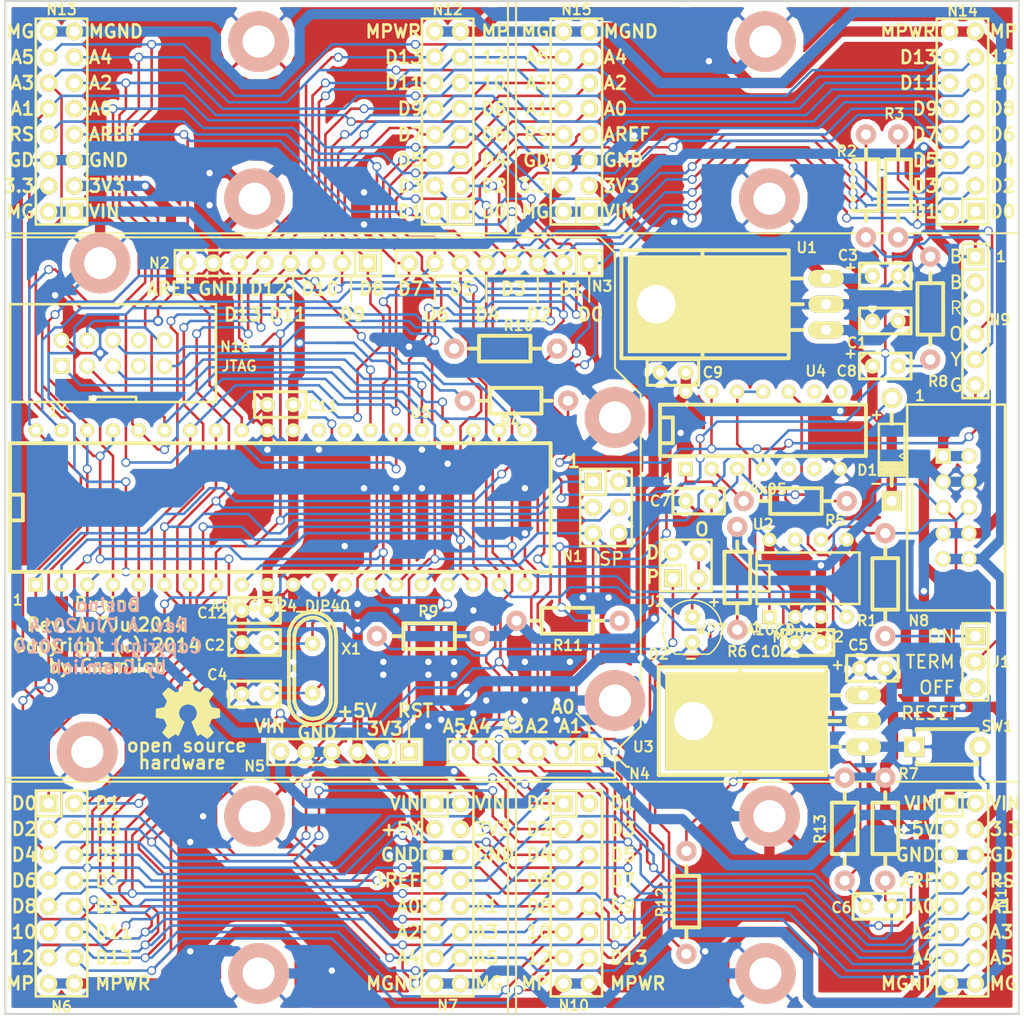
<source format=kicad_pcb>
(kicad_pcb (version 3) (host pcbnew "(2014-jan-25)-product")
  (layers (15 F.Cu signal) (0 B.Cu signal) (18 B.Paste user) (19 F.Paste user) (20 B.SilkS user) (21 F.SilkS user) (22 B.Mask user) (23 F.Mask user) (28 Edge.Cuts user))
  (net 0 "")
  (net 1 "/Arduino Shield/VIN")
  (net 2 GND)
  (net 3 "Net-(C2-Pad1)")
  (net 4 "Net-(C4-Pad1)")
  (net 5 +3.3V)
  (net 6 "Net-(C6-Pad1)")
  (net 7 "/Arduino Shield/~RESET")
  (net 8 "Net-(C7-Pad1)")
  (net 9 "Net-(J1-Pad1)")
  (net 10 "Net-(J1-Pad2)")
  (net 11 "/Arduino Shield/D12")
  (net 12 "/Arduino Shield/D13")
  (net 13 "/Arduino Shield/D11")
  (net 14 "/Arduino Shield/D8")
  (net 15 "/Arduino Shield/D9")
  (net 16 "/Arduino Shield/D10")
  (net 17 "/Arduino Shield/AREF")
  (net 18 "/Arduino Shield/D0")
  (net 19 "/Arduino Shield/D1")
  (net 20 "/Arduino Shield/D2")
  (net 21 "/Arduino Shield/D3")
  (net 22 "/Arduino Shield/D4")
  (net 23 "/Arduino Shield/D5")
  (net 24 "/Arduino Shield/D6")
  (net 25 "/Arduino Shield/D7")
  (net 26 "/Arduino Shield/A0")
  (net 27 "/Arduino Shield/A1")
  (net 28 "/Arduino Shield/A2")
  (net 29 "/Arduino Shield/A3")
  (net 30 "/Arduino Shield/A4")
  (net 31 "/Arduino Shield/A5")
  (net 32 "/Arduino Shield/MPWR")
  (net 33 "/Arduino Shield/MGND")
  (net 34 "Net-(N8-Pad6)")
  (net 35 "Net-(N9-Pad4)")
  (net 36 "Net-(N9-Pad5)")
  (net 37 "Net-(R5-Pad1)")
  (net 38 "Net-(U2-Pad4)")
  (net 39 "Net-(C8-Pad2)")
  (net 40 "Net-(N16-Pad1)")
  (net 41 "Net-(N16-Pad3)")
  (net 42 "Net-(N16-Pad5)")
  (net 43 "Net-(N16-Pad9)")
  (net 44 "Net-(D2-Pad+)")
  (net 45 "Net-(J2-Pad1)")
  (net 46 "Net-(J2-Pad2)")
  (net 47 VCC)
  (net 48 "Net-(J1-Pad3)")
  (net 49 "Net-(N9-Pad2)")
  (net 50 "Net-(N9-Pad3)")
  (net 51 "Net-(N16-Pad7)")
  (net 52 "Net-(N16-Pad8)")
  (net 53 "Net-(U5-Pad28)")
  (net 54 "Net-(U5-Pad29)")
  (net 55 "Net-(N9-Pad6)")
  (net 56 "Net-(R11-Pad1)")
  (net 57 "Net-(R12-Pad1)")
  (module Busino_Rev_B:Capacitor3MMDiscRM2.5 (layer F.Cu) (at 113.03 57.785 180)
    (fp_text reference C1 (at 2.794 -2.159 180) (layer F.SilkS) (effects (font (size 1.016 1.016) (thickness 0.2032))))
    (fp_text value 22uF hide)
    (pad 1 thru_hole circle (at -1.27 0 180) (size 1.50114 1.50114) (drill 0.8001) (layers *.Cu *.Mask F.SilkS) (net 1 "/Arduino Shield/VIN"))
    (pad 2 thru_hole circle (at 1.27 0 180) (size 1.50114 1.50114) (drill 0.8001) (layers *.Cu *.Mask F.SilkS) (net 2 GND))
  )
  (module Busino_Rev_B:Capacitor3MMDiscRM2.5 (layer F.Cu) (at 50.8 89.535 180)
    (fp_text reference C2 (at 3.937 -0.254 180) (layer F.SilkS) (effects (font (size 1.016 1.016) (thickness 0.2032))))
    (fp_text value 18pF hide)
    (pad 1 thru_hole circle (at -1.27 0 180) (size 1.50114 1.50114) (drill 0.8001) (layers *.Cu *.Mask F.SilkS) (net 3 "Net-(C2-Pad1)"))
    (pad 2 thru_hole circle (at 1.27 0 180) (size 1.50114 1.50114) (drill 0.8001) (layers *.Cu *.Mask F.SilkS) (net 2 GND))
  )
  (module Busino_Rev_B:Capacitor3MMDiscRM2.5 (layer F.Cu) (at 113.03 53.34)
    (fp_text reference C3 (at -3.683 -2.032) (layer F.SilkS) (effects (font (size 1.016 1.016) (thickness 0.2032))))
    (fp_text value 22uF hide)
    (pad 1 thru_hole circle (at -1.27 0) (size 1.50114 1.50114) (drill 0.8001) (layers *.Cu *.Mask F.SilkS) (net 47 VCC))
    (pad 2 thru_hole circle (at 1.27 0) (size 1.50114 1.50114) (drill 0.8001) (layers *.Cu *.Mask F.SilkS) (net 2 GND))
  )
  (module Busino_Rev_B:Capacitor3MMDiscRM2.5 (layer F.Cu) (at 50.8 94.615 180)
    (fp_text reference C4 (at 3.683 1.905 180) (layer F.SilkS) (effects (font (size 1.016 1.016) (thickness 0.2032))))
    (fp_text value 18pF hide)
    (pad 1 thru_hole circle (at -1.27 0 180) (size 1.50114 1.50114) (drill 0.8001) (layers *.Cu *.Mask F.SilkS) (net 4 "Net-(C4-Pad1)"))
    (pad 2 thru_hole circle (at 1.27 0 180) (size 1.50114 1.50114) (drill 0.8001) (layers *.Cu *.Mask F.SilkS) (net 2 GND))
  )
  (module Busino_Rev_B:Capacitor3MMDiscRM2.5 (layer F.Cu) (at 111.76 92.075 180)
    (fp_text reference C5 (at 1.397 2.286 180) (layer F.SilkS) (effects (font (size 1.016 1.016) (thickness 0.2032))))
    (fp_text value 22uF hide)
    (pad 1 thru_hole circle (at -1.27 0 180) (size 1.50114 1.50114) (drill 0.8001) (layers *.Cu *.Mask F.SilkS) (net 5 +3.3V))
    (pad 2 thru_hole circle (at 1.27 0 180) (size 1.50114 1.50114) (drill 0.8001) (layers *.Cu *.Mask F.SilkS) (net 2 GND))
  )
  (module Busino_Rev_B:Capacitor3MMDiscRM2.5 (layer F.Cu) (at 112.395 115.57)
    (fp_text reference C6 (at -3.683 0.127) (layer F.SilkS) (effects (font (size 1.016 1.016) (thickness 0.2032))))
    (fp_text value .1uF hide)
    (pad 1 thru_hole circle (at -1.27 0) (size 1.50114 1.50114) (drill 0.8001) (layers *.Cu *.Mask F.SilkS) (net 6 "Net-(C6-Pad1)"))
    (pad 2 thru_hole circle (at 1.27 0) (size 1.50114 1.50114) (drill 0.8001) (layers *.Cu *.Mask F.SilkS) (net 7 "/Arduino Shield/~RESET"))
  )
  (module Busino_Rev_B:Capacitor3MMDiscRM2.5 (layer F.Cu) (at 94.615 75.565 180)
    (fp_text reference C7 (at 3.81 0 180) (layer F.SilkS) (effects (font (size 1.016 1.016) (thickness 0.2032))))
    (fp_text value .1uF hide)
    (pad 1 thru_hole circle (at -1.27 0 180) (size 1.50114 1.50114) (drill 0.8001) (layers *.Cu *.Mask F.SilkS) (net 8 "Net-(C7-Pad1)"))
    (pad 2 thru_hole circle (at 1.27 0 180) (size 1.50114 1.50114) (drill 0.8001) (layers *.Cu *.Mask F.SilkS) (net 2 GND))
  )
  (module Busino_Rev_B:Capacitor3MMDiscRM2.5 (layer F.Cu) (at 113.03 62.23)
    (fp_text reference C8 (at -3.81 0.508) (layer F.SilkS) (effects (font (size 1.016 1.016) (thickness 0.2032))))
    (fp_text value .1uF hide)
    (pad 1 thru_hole circle (at -1.27 0) (size 1.50114 1.50114) (drill 0.8001) (layers *.Cu *.Mask F.SilkS) (net 47 VCC))
    (pad 2 thru_hole circle (at 1.27 0) (size 1.50114 1.50114) (drill 0.8001) (layers *.Cu *.Mask F.SilkS) (net 39 "Net-(C8-Pad2)"))
  )
  (module Busino_Rev_B:Capacitor3MMDiscRM2.5 (layer F.Cu) (at 92.075 62.865 180)
    (fp_text reference C9 (at -3.937 0 180) (layer F.SilkS) (effects (font (size 1.016 1.016) (thickness 0.2032))))
    (fp_text value .1uF hide)
    (pad 1 thru_hole circle (at -1.27 0 180) (size 1.50114 1.50114) (drill 0.8001) (layers *.Cu *.Mask F.SilkS) (net 47 VCC))
    (pad 2 thru_hole circle (at 1.27 0 180) (size 1.50114 1.50114) (drill 0.8001) (layers *.Cu *.Mask F.SilkS) (net 2 GND))
  )
  (module Busino_Rev_B:Capacitor3MMDiscRM2.5 (layer F.Cu) (at 105.41 89.535 180)
    (fp_text reference C10 (at 4.191 -0.889 180) (layer F.SilkS) (effects (font (size 1.016 1.016) (thickness 0.2032))))
    (fp_text value .1uF hide)
    (pad 1 thru_hole circle (at -1.27 0 180) (size 1.50114 1.50114) (drill 0.8001) (layers *.Cu *.Mask F.SilkS) (net 47 VCC))
    (pad 2 thru_hole circle (at 1.27 0 180) (size 1.50114 1.50114) (drill 0.8001) (layers *.Cu *.Mask F.SilkS) (net 2 GND))
  )
  (module Busino_Rev_B:Capacitor3MMDiscRM2.5 (layer F.Cu) (at 53.34 66.04 180)
    (fp_text reference C11 (at -4.191 -0.127 180) (layer F.SilkS) (effects (font (size 1.016 1.016) (thickness 0.2032))))
    (fp_text value .1uF hide)
    (pad 1 thru_hole circle (at -1.27 0 180) (size 1.50114 1.50114) (drill 0.8001) (layers *.Cu *.Mask F.SilkS) (net 47 VCC))
    (pad 2 thru_hole circle (at 1.27 0 180) (size 1.50114 1.50114) (drill 0.8001) (layers *.Cu *.Mask F.SilkS) (net 2 GND))
  )
  (module Busino_Rev_B:Capacitor3MMDiscRM2.5 (layer F.Cu) (at 50.8 86.36 180)
    (fp_text reference C12 (at 4.191 -0.254 180) (layer F.SilkS) (effects (font (size 1.016 1.016) (thickness 0.2032))))
    (fp_text value .1uF hide)
    (pad 1 thru_hole circle (at -1.27 0 180) (size 1.50114 1.50114) (drill 0.8001) (layers *.Cu *.Mask F.SilkS) (net 47 VCC))
    (pad 2 thru_hole circle (at 1.27 0 180) (size 1.50114 1.50114) (drill 0.8001) (layers *.Cu *.Mask F.SilkS) (net 2 GND))
  )
  (module Busino_Rev_B:Diode_DO-41_SOD81_Horizontal_RM10 (layer F.Cu) (at 113.665 70.485 270)
    (fp_text reference D1 (at 2.032 2.413 360) (layer F.SilkS) (effects (font (size 1.016 1.016) (thickness 0.2032))))
    (fp_text value SD101C-TR hide)
    (fp_text user - (at 3.302 1.524 360) (layer F.SilkS) (effects (font (size 1.016 1.016) (thickness 0.2032))))
    (fp_text user + (at -3.42 1.56 270) (layer F.SilkS) (effects (font (size 1.016 1.016) (thickness 0.2032))))
    (pad + thru_hole circle (at -5.08 0 270) (size 1.99898 1.99898) (drill 1.27) (layers *.Cu *.Mask F.SilkS) (net 7 "/Arduino Shield/~RESET"))
    (pad - thru_hole rect (at 5.08 0 270) (size 1.99898 1.99898) (drill 1.00076) (layers *.Cu *.Mask F.SilkS) (net 47 VCC))
  )
  (module Busino_Rev_B:T1_LED (layer F.Cu) (at 93.98 88.265)
    (fp_text reference D2 (at -3.302 2.413) (layer F.SilkS) (effects (font (size 1.016 1.016) (thickness 0.2032))))
    (fp_text value WP710A10GD (at 5.207 0) (layer F.SilkS) (effects (font (size 1.016 1.016) (thickness 0.2032))))
    (fp_text user - (at -0.127 2.794) (layer F.SilkS) (effects (font (size 1.016 1.016) (thickness 0.2032))))
    (fp_text user + (at 2.159 -2.794) (layer F.SilkS) (effects (font (size 1.016 1.016) (thickness 0.2032))))
    (pad + thru_hole circle (at 0 -1.27) (size 1.524 1.524) (drill 0.762) (layers *.Cu *.Mask F.SilkS) (net 44 "Net-(D2-Pad+)"))
    (pad - thru_hole circle (at 0 1.27) (size 1.524 1.524) (drill 0.762) (layers *.Cu *.Mask F.SilkS) (net 2 GND))
  )
  (module Busino_Rev_B:MountingHole_3mm (layer F.Cu) (at 86.36 67.31)
    (fp_text reference H1 (at 0.235001 -0.35499) (layer F.SilkS) (effects (font (size 1.016 1.016) (thickness 0.2032))))
    (fp_text value ARD_NE_3MM_HOLE hide)
    (pad 1 thru_hole circle (at 0 0) (size 6 6) (drill 3.175) (layers *.Cu *.SilkS *.Mask) (net 2 GND))
  )
  (module Busino_Rev_B:MountingHole_3mm (layer F.Cu) (at 35.56 52.07)
    (fp_text reference H2 (at 0.235001 -0.35499) (layer F.SilkS) (effects (font (size 1.016 1.016) (thickness 0.2032))))
    (fp_text value ARD_NW_3MM_HOLE hide)
    (pad 1 thru_hole circle (at 0 0) (size 6 6) (drill 3.175) (layers *.Cu *.SilkS *.Mask) (net 2 GND))
  )
  (module Busino_Rev_B:MountingHole_3mm (layer F.Cu) (at 86.36 95.25)
    (fp_text reference H3 (at 0.235001 -0.35499) (layer F.SilkS) (effects (font (size 1.016 1.016) (thickness 0.2032))))
    (fp_text value ARD_SE_3MM_HOLE hide)
    (pad 1 thru_hole circle (at 0 0) (size 6 6) (drill 3.175) (layers *.Cu *.SilkS *.Mask) (net 2 GND))
  )
  (module Busino_Rev_B:MountingHole_3mm (layer F.Cu) (at 34.29 100.33)
    (fp_text reference H4 (at 0.235001 -0.35499) (layer F.SilkS) (effects (font (size 1.016 1.016) (thickness 0.2032))))
    (fp_text value ARD_SW_3MM_HOLE hide)
    (pad 1 thru_hole circle (at 0 0) (size 6 6) (drill 3.175) (layers *.Cu *.SilkS *.Mask) (net 2 GND))
  )
  (module Busino_Rev_B:MountingHole_3mm (layer F.Cu) (at 50.8 106.68)
    (fp_text reference H5 (at 0.235001 -0.35499) (layer F.SilkS) (effects (font (size 1.016 1.016) (thickness 0.2032))))
    (fp_text value MS_SW_3MM_HOLE hide)
    (pad 1 thru_hole circle (at 0 0) (size 6 6) (drill 3.175) (layers *.Cu *.SilkS *.Mask) (net 2 GND))
  )
  (module Busino_Rev_B:MountingHole_3mm (layer F.Cu) (at 101.200001 30.19999)
    (fp_text reference H6 (at 0.235001 -0.35499) (layer F.SilkS) (effects (font (size 1.016 1.016) (thickness 0.2032))))
    (fp_text value BASE_NE_3MM_HOLE hide)
    (pad 1 thru_hole circle (at 0 0) (size 6 6) (drill 3.175) (layers *.Cu *.SilkS *.Mask) (net 2 GND))
  )
  (module Busino_Rev_B:MountingHole_3mm (layer F.Cu) (at 51.199999 30.19999)
    (fp_text reference H7 (at 0.235001 -0.35499) (layer F.SilkS) (effects (font (size 1.016 1.016) (thickness 0.2032))))
    (fp_text value BASE_NW_3MM_HOLE hide)
    (pad 1 thru_hole circle (at 0 0) (size 6 6) (drill 3.175) (layers *.Cu *.SilkS *.Mask) (net 2 GND))
  )
  (module Busino_Rev_B:MountingHole_3mm (layer F.Cu) (at 101.200001 122.20001)
    (fp_text reference H8 (at 0.235001 -0.35499) (layer F.SilkS) (effects (font (size 1.016 1.016) (thickness 0.2032))))
    (fp_text value BASE_SE_3MM_HOLE hide)
    (pad 1 thru_hole circle (at 0 0) (size 6 6) (drill 3.175) (layers *.Cu *.SilkS *.Mask) (net 2 GND))
  )
  (module Busino_Rev_B:MountingHole_3mm (layer F.Cu) (at 51.199999 122.20001)
    (fp_text reference H9 (at 0.235001 -0.35499) (layer F.SilkS) (effects (font (size 1.016 1.016) (thickness 0.2032))))
    (fp_text value BASE_SW_3MM_HOLE hide)
    (pad 1 thru_hole circle (at 0 0) (size 6 6) (drill 3.175) (layers *.Cu *.SilkS *.Mask) (net 2 GND))
  )
  (module Busino_Rev_B:MountingHole_3mm (layer F.Cu) (at 101.6 106.68)
    (fp_text reference H10 (at 0.235001 -0.35499) (layer F.SilkS) (effects (font (size 1.016 1.016) (thickness 0.2032))))
    (fp_text value MS_SE_3MM_HOLE hide)
    (pad 1 thru_hole circle (at 0 0) (size 6 6) (drill 3.175) (layers *.Cu *.SilkS *.Mask) (net 2 GND))
  )
  (module Busino_Rev_B:MountingHole_3mm (layer F.Cu) (at 50.8 45.72)
    (fp_text reference H11 (at 0.235001 -0.35499) (layer F.SilkS) (effects (font (size 1.016 1.016) (thickness 0.2032))))
    (fp_text value MS_NW_3MM_HOLE hide)
    (pad 1 thru_hole circle (at 0 0) (size 6 6) (drill 3.175) (layers *.Cu *.SilkS *.Mask) (net 2 GND))
  )
  (module Busino_Rev_B:MountingHole_3mm (layer F.Cu) (at 101.6 45.72)
    (fp_text reference H12 (at 0.235001 -0.35499) (layer F.SilkS) (effects (font (size 1.016 1.016) (thickness 0.2032))))
    (fp_text value MS_NE_3MM_HOLE hide)
    (pad 1 thru_hole circle (at 0 0) (size 6 6) (drill 3.175) (layers *.Cu *.SilkS *.Mask) (net 2 GND))
  )
  (module Busino_Rev_B:Pin_Header_Straight_1x03 (layer F.Cu) (at 121.92 91.44 270)
    (fp_text reference J1 (at 0 -2.54 360) (layer F.SilkS) (effects (font (size 1.016 1.016) (thickness 0.2032))))
    (fp_text value TERMINATE_JUMPER hide)
    (pad 1 thru_hole rect (at -2.54 0 270) (size 1.7272 2.032) (drill 1.016) (layers *.Cu *.Mask F.SilkS) (net 9 "Net-(J1-Pad1)"))
    (pad 2 thru_hole oval (at 0 0 270) (size 1.7272 2.032) (drill 1.016) (layers *.Cu *.Mask F.SilkS) (net 10 "Net-(J1-Pad2)"))
    (pad 3 thru_hole oval (at 2.54 0 270) (size 1.7272 2.032) (drill 1.016) (layers *.Cu *.Mask F.SilkS) (net 48 "Net-(J1-Pad3)"))
  )
  (module Busino_Rev_B:Pin_Header_Straight_2x02 (layer F.Cu) (at 93.345 81.915)
    (fp_text reference J2 (at -2.921 3.556) (layer F.SilkS) (effects (font (size 1.016 1.016) (thickness 0.2032))))
    (fp_text value LED_JUMPER hide)
    (pad 1 thru_hole rect (at -1.27 1.27) (size 1.7272 1.7272) (drill 1.016) (layers *.Cu *.Mask F.SilkS) (net 45 "Net-(J2-Pad1)"))
    (pad 2 thru_hole oval (at -1.27 -1.27) (size 1.7272 1.7272) (drill 1.016) (layers *.Cu *.Mask F.SilkS) (net 46 "Net-(J2-Pad2)"))
    (pad 3 thru_hole oval (at 1.27 1.27) (size 1.7272 1.7272) (drill 1.016) (layers *.Cu *.Mask F.SilkS) (net 44 "Net-(D2-Pad+)"))
    (pad 4 thru_hole oval (at 1.27 -1.27) (size 1.7272 1.7272) (drill 1.016) (layers *.Cu *.Mask F.SilkS) (net 44 "Net-(D2-Pad+)"))
  )
  (module Busino_Rev_B:Pin_Header_Straight_2x03 (layer F.Cu) (at 85.471 76.2 270)
    (fp_text reference N1 (at 4.826 3.302 360) (layer F.SilkS) (effects (font (size 1.016 1.016) (thickness 0.2032))))
    (fp_text value ARD_SPI_HEADER hide)
    (pad 1 thru_hole rect (at -2.54 1.27 270) (size 1.7272 1.7272) (drill 1.016) (layers *.Cu *.Mask F.SilkS) (net 11 "/Arduino Shield/D12"))
    (pad 2 thru_hole oval (at -2.54 -1.27 270) (size 1.7272 1.7272) (drill 1.016) (layers *.Cu *.Mask F.SilkS) (net 47 VCC))
    (pad 3 thru_hole oval (at 0 1.27 270) (size 1.7272 1.7272) (drill 1.016) (layers *.Cu *.Mask F.SilkS) (net 12 "/Arduino Shield/D13"))
    (pad 4 thru_hole oval (at 0 -1.27 270) (size 1.7272 1.7272) (drill 1.016) (layers *.Cu *.Mask F.SilkS) (net 13 "/Arduino Shield/D11"))
    (pad 5 thru_hole oval (at 2.54 1.27 270) (size 1.7272 1.7272) (drill 1.016) (layers *.Cu *.Mask F.SilkS) (net 7 "/Arduino Shield/~RESET"))
    (pad 6 thru_hole oval (at 2.54 -1.27 270) (size 1.7272 1.7272) (drill 1.016) (layers *.Cu *.Mask F.SilkS) (net 2 GND))
  )
  (module Busino_Rev_B:Pin_Header_Straight_1x08 (layer F.Cu) (at 53.086 52.07 180)
    (fp_text reference N2 (at 11.684 0 180) (layer F.SilkS) (effects (font (size 1.016 1.016) (thickness 0.2032))))
    (fp_text value D8_D13_HEADER hide)
    (pad 1 thru_hole rect (at -8.89 0 180) (size 1.7272 1.7272) (drill 1.016) (layers *.Cu *.Mask F.SilkS) (net 14 "/Arduino Shield/D8"))
    (pad 2 thru_hole circle (at -6.35 0 180) (size 1.7272 1.7272) (drill 1.016) (layers *.Cu *.Mask F.SilkS) (net 15 "/Arduino Shield/D9"))
    (pad 3 thru_hole circle (at -3.81 0 180) (size 1.7272 1.7272) (drill 1.016) (layers *.Cu *.Mask F.SilkS) (net 16 "/Arduino Shield/D10"))
    (pad 4 thru_hole circle (at -1.27 0 180) (size 1.7272 1.7272) (drill 1.016) (layers *.Cu *.Mask F.SilkS) (net 13 "/Arduino Shield/D11"))
    (pad 5 thru_hole circle (at 1.27 0 180) (size 1.7272 1.7272) (drill 1.016) (layers *.Cu *.Mask F.SilkS) (net 11 "/Arduino Shield/D12"))
    (pad 6 thru_hole circle (at 3.81 0 180) (size 1.7272 1.7272) (drill 1.016) (layers *.Cu *.Mask F.SilkS) (net 12 "/Arduino Shield/D13"))
    (pad 7 thru_hole circle (at 6.35 0 180) (size 1.7272 1.7272) (drill 1.016) (layers *.Cu *.Mask F.SilkS) (net 2 GND))
    (pad 8 thru_hole circle (at 8.89 0 180) (size 1.7272 1.7272) (drill 1.016) (layers *.Cu *.Mask F.SilkS) (net 17 "/Arduino Shield/AREF"))
  )
  (module Busino_Rev_B:Pin_Header_Straight_1x08 (layer F.Cu) (at 74.93 52.07 180)
    (fp_text reference N3 (at -10.16 -2.286 180) (layer F.SilkS) (effects (font (size 1.016 1.016) (thickness 0.2032))))
    (fp_text value D0_D7_HEADER hide)
    (pad 1 thru_hole rect (at -8.89 0 180) (size 1.7272 1.7272) (drill 1.016) (layers *.Cu *.Mask F.SilkS) (net 18 "/Arduino Shield/D0"))
    (pad 2 thru_hole circle (at -6.35 0 180) (size 1.7272 1.7272) (drill 1.016) (layers *.Cu *.Mask F.SilkS) (net 19 "/Arduino Shield/D1"))
    (pad 3 thru_hole circle (at -3.81 0 180) (size 1.7272 1.7272) (drill 1.016) (layers *.Cu *.Mask F.SilkS) (net 20 "/Arduino Shield/D2"))
    (pad 4 thru_hole circle (at -1.27 0 180) (size 1.7272 1.7272) (drill 1.016) (layers *.Cu *.Mask F.SilkS) (net 21 "/Arduino Shield/D3"))
    (pad 5 thru_hole circle (at 1.27 0 180) (size 1.7272 1.7272) (drill 1.016) (layers *.Cu *.Mask F.SilkS) (net 22 "/Arduino Shield/D4"))
    (pad 6 thru_hole circle (at 3.81 0 180) (size 1.7272 1.7272) (drill 1.016) (layers *.Cu *.Mask F.SilkS) (net 23 "/Arduino Shield/D5"))
    (pad 7 thru_hole circle (at 6.35 0 180) (size 1.7272 1.7272) (drill 1.016) (layers *.Cu *.Mask F.SilkS) (net 24 "/Arduino Shield/D6"))
    (pad 8 thru_hole circle (at 8.89 0 180) (size 1.7272 1.7272) (drill 1.016) (layers *.Cu *.Mask F.SilkS) (net 25 "/Arduino Shield/D7"))
  )
  (module Busino_Rev_B:Pin_Header_Straight_1x06 (layer F.Cu) (at 77.47 100.33 180)
    (fp_text reference N4 (at -11.303 -2.159 180) (layer F.SilkS) (effects (font (size 1.016 1.016) (thickness 0.2032))))
    (fp_text value A0_A5_HEADER hide)
    (pad 1 thru_hole rect (at -6.35 0 180) (size 1.7272 1.7272) (drill 1.016) (layers *.Cu *.Mask F.SilkS) (net 26 "/Arduino Shield/A0"))
    (pad 2 thru_hole circle (at -3.81 0 180) (size 1.7272 1.7272) (drill 1.016) (layers *.Cu *.Mask F.SilkS) (net 27 "/Arduino Shield/A1"))
    (pad 3 thru_hole circle (at -1.27 0 180) (size 1.7272 1.7272) (drill 1.016) (layers *.Cu *.Mask F.SilkS) (net 28 "/Arduino Shield/A2"))
    (pad 4 thru_hole circle (at 1.27 0 180) (size 1.7272 1.7272) (drill 1.016) (layers *.Cu *.Mask F.SilkS) (net 29 "/Arduino Shield/A3"))
    (pad 5 thru_hole circle (at 3.81 0 180) (size 1.7272 1.7272) (drill 1.016) (layers *.Cu *.Mask F.SilkS) (net 30 "/Arduino Shield/A4"))
    (pad 6 thru_hole circle (at 6.35 0 180) (size 1.7272 1.7272) (drill 1.016) (layers *.Cu *.Mask F.SilkS) (net 31 "/Arduino Shield/A5"))
  )
  (module Busino_Rev_B:Pin_Header_Straight_1x06 (layer F.Cu) (at 59.69 100.33 180)
    (fp_text reference N5 (at 8.89 -1.397 180) (layer F.SilkS) (effects (font (size 1.016 1.016) (thickness 0.2032))))
    (fp_text value ARD_PWR_HEADER hide)
    (pad 1 thru_hole rect (at -6.35 0 180) (size 1.7272 1.7272) (drill 1.016) (layers *.Cu *.Mask F.SilkS) (net 7 "/Arduino Shield/~RESET"))
    (pad 2 thru_hole circle (at -3.81 0 180) (size 1.7272 1.7272) (drill 1.016) (layers *.Cu *.Mask F.SilkS) (net 5 +3.3V))
    (pad 3 thru_hole circle (at -1.27 0 180) (size 1.7272 1.7272) (drill 1.016) (layers *.Cu *.Mask F.SilkS) (net 47 VCC))
    (pad 4 thru_hole circle (at 1.27 0 180) (size 1.7272 1.7272) (drill 1.016) (layers *.Cu *.Mask F.SilkS) (net 2 GND))
    (pad 5 thru_hole circle (at 3.81 0 180) (size 1.7272 1.7272) (drill 1.016) (layers *.Cu *.Mask F.SilkS) (net 2 GND))
    (pad 6 thru_hole circle (at 6.35 0 180) (size 1.7272 1.7272) (drill 1.016) (layers *.Cu *.Mask F.SilkS) (net 1 "/Arduino Shield/VIN"))
  )
  (module Busino_Rev_B:Pin_Header_Straight_2x08 (layer F.Cu) (at 31.75 114.3 270)
    (fp_text reference N6 (at 11.176 0 360) (layer F.SilkS) (effects (font (size 1.016 1.016) (thickness 0.2032))))
    (fp_text value MS_SW_DATA_HEADER hide)
    (pad 1 thru_hole rect (at -8.89 1.27 270) (size 1.7272 1.7272) (drill 1.016) (layers *.Cu *.Mask F.SilkS) (net 18 "/Arduino Shield/D0"))
    (pad 2 thru_hole oval (at -8.89 -1.27 270) (size 1.7272 1.7272) (drill 1.016) (layers *.Cu *.Mask F.SilkS) (net 19 "/Arduino Shield/D1"))
    (pad 3 thru_hole oval (at -6.35 1.27 270) (size 1.7272 1.7272) (drill 1.016) (layers *.Cu *.Mask F.SilkS) (net 20 "/Arduino Shield/D2"))
    (pad 4 thru_hole oval (at -6.35 -1.27 270) (size 1.7272 1.7272) (drill 1.016) (layers *.Cu *.Mask F.SilkS) (net 21 "/Arduino Shield/D3"))
    (pad 5 thru_hole oval (at -3.81 1.27 270) (size 1.7272 1.7272) (drill 1.016) (layers *.Cu *.Mask F.SilkS) (net 22 "/Arduino Shield/D4"))
    (pad 6 thru_hole oval (at -3.81 -1.27 270) (size 1.7272 1.7272) (drill 1.016) (layers *.Cu *.Mask F.SilkS) (net 23 "/Arduino Shield/D5"))
    (pad 7 thru_hole oval (at -1.27 1.27 270) (size 1.7272 1.7272) (drill 1.016) (layers *.Cu *.Mask F.SilkS) (net 24 "/Arduino Shield/D6"))
    (pad 8 thru_hole oval (at -1.27 -1.27 270) (size 1.7272 1.7272) (drill 1.016) (layers *.Cu *.Mask F.SilkS) (net 25 "/Arduino Shield/D7"))
    (pad 9 thru_hole oval (at 1.27 1.27 270) (size 1.7272 1.7272) (drill 1.016) (layers *.Cu *.Mask F.SilkS) (net 14 "/Arduino Shield/D8"))
    (pad 10 thru_hole oval (at 1.27 -1.27 270) (size 1.7272 1.7272) (drill 1.016) (layers *.Cu *.Mask F.SilkS) (net 15 "/Arduino Shield/D9"))
    (pad 11 thru_hole oval (at 3.81 1.27 270) (size 1.7272 1.7272) (drill 1.016) (layers *.Cu *.Mask F.SilkS) (net 16 "/Arduino Shield/D10"))
    (pad 12 thru_hole oval (at 3.81 -1.27 270) (size 1.7272 1.7272) (drill 1.016) (layers *.Cu *.Mask F.SilkS) (net 13 "/Arduino Shield/D11"))
    (pad 13 thru_hole oval (at 6.35 1.27 270) (size 1.7272 1.7272) (drill 1.016) (layers *.Cu *.Mask F.SilkS) (net 11 "/Arduino Shield/D12"))
    (pad 14 thru_hole oval (at 6.35 -1.27 270) (size 1.7272 1.7272) (drill 1.016) (layers *.Cu *.Mask F.SilkS) (net 12 "/Arduino Shield/D13"))
    (pad 15 thru_hole oval (at 8.89 1.27 270) (size 1.7272 1.7272) (drill 1.016) (layers *.Cu *.Mask F.SilkS) (net 32 "/Arduino Shield/MPWR"))
    (pad 16 thru_hole oval (at 8.89 -1.27 270) (size 1.7272 1.7272) (drill 1.016) (layers *.Cu *.Mask F.SilkS) (net 32 "/Arduino Shield/MPWR"))
  )
  (module Busino_Rev_B:Pin_Header_Straight_2x08 (layer F.Cu) (at 69.85 114.3 270)
    (fp_text reference N7 (at 11.049 0 360) (layer F.SilkS) (effects (font (size 1.016 1.016) (thickness 0.2032))))
    (fp_text value MS_SW_PWR_HEADER hide)
    (pad 1 thru_hole rect (at -8.89 1.27 270) (size 1.7272 1.7272) (drill 1.016) (layers *.Cu *.Mask F.SilkS) (net 1 "/Arduino Shield/VIN"))
    (pad 2 thru_hole oval (at -8.89 -1.27 270) (size 1.7272 1.7272) (drill 1.016) (layers *.Cu *.Mask F.SilkS) (net 1 "/Arduino Shield/VIN"))
    (pad 3 thru_hole oval (at -6.35 1.27 270) (size 1.7272 1.7272) (drill 1.016) (layers *.Cu *.Mask F.SilkS) (net 47 VCC))
    (pad 4 thru_hole oval (at -6.35 -1.27 270) (size 1.7272 1.7272) (drill 1.016) (layers *.Cu *.Mask F.SilkS) (net 5 +3.3V))
    (pad 5 thru_hole oval (at -3.81 1.27 270) (size 1.7272 1.7272) (drill 1.016) (layers *.Cu *.Mask F.SilkS) (net 2 GND))
    (pad 6 thru_hole oval (at -3.81 -1.27 270) (size 1.7272 1.7272) (drill 1.016) (layers *.Cu *.Mask F.SilkS) (net 2 GND))
    (pad 7 thru_hole oval (at -1.27 1.27 270) (size 1.7272 1.7272) (drill 1.016) (layers *.Cu *.Mask F.SilkS) (net 17 "/Arduino Shield/AREF"))
    (pad 8 thru_hole oval (at -1.27 -1.27 270) (size 1.7272 1.7272) (drill 1.016) (layers *.Cu *.Mask F.SilkS) (net 7 "/Arduino Shield/~RESET"))
    (pad 9 thru_hole oval (at 1.27 1.27 270) (size 1.7272 1.7272) (drill 1.016) (layers *.Cu *.Mask F.SilkS) (net 26 "/Arduino Shield/A0"))
    (pad 10 thru_hole oval (at 1.27 -1.27 270) (size 1.7272 1.7272) (drill 1.016) (layers *.Cu *.Mask F.SilkS) (net 27 "/Arduino Shield/A1"))
    (pad 11 thru_hole oval (at 3.81 1.27 270) (size 1.7272 1.7272) (drill 1.016) (layers *.Cu *.Mask F.SilkS) (net 28 "/Arduino Shield/A2"))
    (pad 12 thru_hole oval (at 3.81 -1.27 270) (size 1.7272 1.7272) (drill 1.016) (layers *.Cu *.Mask F.SilkS) (net 29 "/Arduino Shield/A3"))
    (pad 13 thru_hole oval (at 6.35 1.27 270) (size 1.7272 1.7272) (drill 1.016) (layers *.Cu *.Mask F.SilkS) (net 30 "/Arduino Shield/A4"))
    (pad 14 thru_hole oval (at 6.35 -1.27 270) (size 1.7272 1.7272) (drill 1.016) (layers *.Cu *.Mask F.SilkS) (net 31 "/Arduino Shield/A5"))
    (pad 15 thru_hole oval (at 8.89 1.27 270) (size 1.7272 1.7272) (drill 1.016) (layers *.Cu *.Mask F.SilkS) (net 33 "/Arduino Shield/MGND"))
    (pad 16 thru_hole oval (at 8.89 -1.27 270) (size 1.7272 1.7272) (drill 1.016) (layers *.Cu *.Mask F.SilkS) (net 33 "/Arduino Shield/MGND"))
  )
  (module Busino_Rev_B:Pin_Header_Straight_2x05_Shrouded (layer F.Cu) (at 120.015 76.2 270)
    (fp_text reference N8 (at 11.176 3.683 540) (layer F.SilkS) (effects (font (size 1.016 1.016) (thickness 0.2032))))
    (fp_text value BUS_SLAVE_HEADER hide)
    (pad 1 thru_hole rect (at -5.08 1.27 270) (size 1.524 1.524) (drill 1.016) (layers *.Cu *.Mask F.SilkS) (net 1 "/Arduino Shield/VIN"))
    (pad 2 thru_hole circle (at -5.08 -1.27 270) (size 1.524 1.524) (drill 1.016) (layers *.Cu *.Mask F.SilkS) (net 1 "/Arduino Shield/VIN"))
    (pad 3 thru_hole circle (at -2.54 1.27 270) (size 1.524 1.524) (drill 1.016) (layers *.Cu *.Mask F.SilkS) (net 2 GND))
    (pad 4 thru_hole circle (at -2.54 -1.27 270) (size 1.524 1.524) (drill 1.016) (layers *.Cu *.Mask F.SilkS) (net 2 GND))
    (pad 5 thru_hole circle (at 0 1.27 270) (size 1.524 1.524) (drill 1.016) (layers *.Cu *.Mask F.SilkS) (net 10 "Net-(J1-Pad2)"))
    (pad 6 thru_hole circle (at 0 -1.27 270) (size 1.524 1.524) (drill 1.016) (layers *.Cu *.Mask F.SilkS) (net 34 "Net-(N8-Pad6)"))
    (pad 7 thru_hole circle (at 2.54 1.27 270) (size 1.524 1.524) (drill 1.016) (layers *.Cu *.Mask F.SilkS) (net 32 "/Arduino Shield/MPWR"))
    (pad 8 thru_hole circle (at 2.54 -1.27 270) (size 1.524 1.524) (drill 1.016) (layers *.Cu *.Mask F.SilkS) (net 32 "/Arduino Shield/MPWR"))
    (pad 9 thru_hole circle (at 5.08 1.27 270) (size 1.524 1.524) (drill 1.016) (layers *.Cu *.Mask F.SilkS) (net 33 "/Arduino Shield/MGND"))
    (pad 10 thru_hole circle (at 5.08 -1.27 270) (size 1.524 1.524) (drill 1.016) (layers *.Cu *.Mask F.SilkS) (net 33 "/Arduino Shield/MGND"))
  )
  (module Busino_Rev_B:Pin_Header_Straight_1x06 (layer F.Cu) (at 121.92 57.785 270)
    (fp_text reference N9 (at -0.127 -2.413 360) (layer F.SilkS) (effects (font (size 1.016 1.016) (thickness 0.2032))))
    (fp_text value FTDI_HEADER hide)
    (pad 1 thru_hole rect (at -6.35 0 270) (size 1.7272 1.7272) (drill 1.016) (layers *.Cu *.Mask F.SilkS) (net 2 GND))
    (pad 2 thru_hole circle (at -3.81 0 270) (size 1.7272 1.7272) (drill 1.016) (layers *.Cu *.Mask F.SilkS) (net 49 "Net-(N9-Pad2)"))
    (pad 3 thru_hole circle (at -1.27 0 270) (size 1.7272 1.7272) (drill 1.016) (layers *.Cu *.Mask F.SilkS) (net 50 "Net-(N9-Pad3)"))
    (pad 4 thru_hole circle (at 1.27 0 270) (size 1.7272 1.7272) (drill 1.016) (layers *.Cu *.Mask F.SilkS) (net 35 "Net-(N9-Pad4)"))
    (pad 5 thru_hole circle (at 3.81 0 270) (size 1.7272 1.7272) (drill 1.016) (layers *.Cu *.Mask F.SilkS) (net 36 "Net-(N9-Pad5)"))
    (pad 6 thru_hole circle (at 6.35 0 270) (size 1.7272 1.7272) (drill 1.016) (layers *.Cu *.Mask F.SilkS) (net 55 "Net-(N9-Pad6)"))
  )
  (module Busino_Rev_B:Pin_Header_Straight_2x08 (layer F.Cu) (at 82.55 114.3 270)
    (fp_text reference N10 (at 11.049 0.254 360) (layer F.SilkS) (effects (font (size 1.016 1.016) (thickness 0.2032))))
    (fp_text value MS_SE_DATA_HEADER hide)
    (pad 1 thru_hole rect (at -8.89 1.27 270) (size 1.7272 1.7272) (drill 1.016) (layers *.Cu *.Mask F.SilkS) (net 18 "/Arduino Shield/D0"))
    (pad 2 thru_hole oval (at -8.89 -1.27 270) (size 1.7272 1.7272) (drill 1.016) (layers *.Cu *.Mask F.SilkS) (net 19 "/Arduino Shield/D1"))
    (pad 3 thru_hole oval (at -6.35 1.27 270) (size 1.7272 1.7272) (drill 1.016) (layers *.Cu *.Mask F.SilkS) (net 20 "/Arduino Shield/D2"))
    (pad 4 thru_hole oval (at -6.35 -1.27 270) (size 1.7272 1.7272) (drill 1.016) (layers *.Cu *.Mask F.SilkS) (net 21 "/Arduino Shield/D3"))
    (pad 5 thru_hole oval (at -3.81 1.27 270) (size 1.7272 1.7272) (drill 1.016) (layers *.Cu *.Mask F.SilkS) (net 22 "/Arduino Shield/D4"))
    (pad 6 thru_hole oval (at -3.81 -1.27 270) (size 1.7272 1.7272) (drill 1.016) (layers *.Cu *.Mask F.SilkS) (net 23 "/Arduino Shield/D5"))
    (pad 7 thru_hole oval (at -1.27 1.27 270) (size 1.7272 1.7272) (drill 1.016) (layers *.Cu *.Mask F.SilkS) (net 24 "/Arduino Shield/D6"))
    (pad 8 thru_hole oval (at -1.27 -1.27 270) (size 1.7272 1.7272) (drill 1.016) (layers *.Cu *.Mask F.SilkS) (net 25 "/Arduino Shield/D7"))
    (pad 9 thru_hole oval (at 1.27 1.27 270) (size 1.7272 1.7272) (drill 1.016) (layers *.Cu *.Mask F.SilkS) (net 14 "/Arduino Shield/D8"))
    (pad 10 thru_hole oval (at 1.27 -1.27 270) (size 1.7272 1.7272) (drill 1.016) (layers *.Cu *.Mask F.SilkS) (net 15 "/Arduino Shield/D9"))
    (pad 11 thru_hole oval (at 3.81 1.27 270) (size 1.7272 1.7272) (drill 1.016) (layers *.Cu *.Mask F.SilkS) (net 16 "/Arduino Shield/D10"))
    (pad 12 thru_hole oval (at 3.81 -1.27 270) (size 1.7272 1.7272) (drill 1.016) (layers *.Cu *.Mask F.SilkS) (net 13 "/Arduino Shield/D11"))
    (pad 13 thru_hole oval (at 6.35 1.27 270) (size 1.7272 1.7272) (drill 1.016) (layers *.Cu *.Mask F.SilkS) (net 11 "/Arduino Shield/D12"))
    (pad 14 thru_hole oval (at 6.35 -1.27 270) (size 1.7272 1.7272) (drill 1.016) (layers *.Cu *.Mask F.SilkS) (net 12 "/Arduino Shield/D13"))
    (pad 15 thru_hole oval (at 8.89 1.27 270) (size 1.7272 1.7272) (drill 1.016) (layers *.Cu *.Mask F.SilkS) (net 32 "/Arduino Shield/MPWR"))
    (pad 16 thru_hole oval (at 8.89 -1.27 270) (size 1.7272 1.7272) (drill 1.016) (layers *.Cu *.Mask F.SilkS) (net 32 "/Arduino Shield/MPWR"))
  )
  (module Busino_Rev_B:Pin_Header_Straight_2x08 (layer F.Cu) (at 120.65 114.3 270)
    (fp_text reference N11 (at 0 -3.81 270) (layer F.SilkS) (effects (font (size 1.016 1.016) (thickness 0.2032))))
    (fp_text value MS_SEPWR_HEADER hide)
    (pad 1 thru_hole rect (at -8.89 1.27 270) (size 1.7272 1.7272) (drill 1.016) (layers *.Cu *.Mask F.SilkS) (net 1 "/Arduino Shield/VIN"))
    (pad 2 thru_hole oval (at -8.89 -1.27 270) (size 1.7272 1.7272) (drill 1.016) (layers *.Cu *.Mask F.SilkS) (net 1 "/Arduino Shield/VIN"))
    (pad 3 thru_hole oval (at -6.35 1.27 270) (size 1.7272 1.7272) (drill 1.016) (layers *.Cu *.Mask F.SilkS) (net 47 VCC))
    (pad 4 thru_hole oval (at -6.35 -1.27 270) (size 1.7272 1.7272) (drill 1.016) (layers *.Cu *.Mask F.SilkS) (net 5 +3.3V))
    (pad 5 thru_hole oval (at -3.81 1.27 270) (size 1.7272 1.7272) (drill 1.016) (layers *.Cu *.Mask F.SilkS) (net 2 GND))
    (pad 6 thru_hole oval (at -3.81 -1.27 270) (size 1.7272 1.7272) (drill 1.016) (layers *.Cu *.Mask F.SilkS) (net 2 GND))
    (pad 7 thru_hole oval (at -1.27 1.27 270) (size 1.7272 1.7272) (drill 1.016) (layers *.Cu *.Mask F.SilkS) (net 17 "/Arduino Shield/AREF"))
    (pad 8 thru_hole oval (at -1.27 -1.27 270) (size 1.7272 1.7272) (drill 1.016) (layers *.Cu *.Mask F.SilkS) (net 7 "/Arduino Shield/~RESET"))
    (pad 9 thru_hole oval (at 1.27 1.27 270) (size 1.7272 1.7272) (drill 1.016) (layers *.Cu *.Mask F.SilkS) (net 26 "/Arduino Shield/A0"))
    (pad 10 thru_hole oval (at 1.27 -1.27 270) (size 1.7272 1.7272) (drill 1.016) (layers *.Cu *.Mask F.SilkS) (net 27 "/Arduino Shield/A1"))
    (pad 11 thru_hole oval (at 3.81 1.27 270) (size 1.7272 1.7272) (drill 1.016) (layers *.Cu *.Mask F.SilkS) (net 28 "/Arduino Shield/A2"))
    (pad 12 thru_hole oval (at 3.81 -1.27 270) (size 1.7272 1.7272) (drill 1.016) (layers *.Cu *.Mask F.SilkS) (net 29 "/Arduino Shield/A3"))
    (pad 13 thru_hole oval (at 6.35 1.27 270) (size 1.7272 1.7272) (drill 1.016) (layers *.Cu *.Mask F.SilkS) (net 30 "/Arduino Shield/A4"))
    (pad 14 thru_hole oval (at 6.35 -1.27 270) (size 1.7272 1.7272) (drill 1.016) (layers *.Cu *.Mask F.SilkS) (net 31 "/Arduino Shield/A5"))
    (pad 15 thru_hole oval (at 8.89 1.27 270) (size 1.7272 1.7272) (drill 1.016) (layers *.Cu *.Mask F.SilkS) (net 33 "/Arduino Shield/MGND"))
    (pad 16 thru_hole oval (at 8.89 -1.27 270) (size 1.7272 1.7272) (drill 1.016) (layers *.Cu *.Mask F.SilkS) (net 33 "/Arduino Shield/MGND"))
  )
  (module Busino_Rev_B:Pin_Header_Straight_2x08 (layer F.Cu) (at 69.85 38.1 90)
    (fp_text reference N12 (at 11.049 0 180) (layer F.SilkS) (effects (font (size 1.016 1.016) (thickness 0.2032))))
    (fp_text value MS_NW_DATA_HEADER hide)
    (pad 1 thru_hole rect (at -8.89 1.27 90) (size 1.7272 1.7272) (drill 1.016) (layers *.Cu *.Mask F.SilkS) (net 18 "/Arduino Shield/D0"))
    (pad 2 thru_hole oval (at -8.89 -1.27 90) (size 1.7272 1.7272) (drill 1.016) (layers *.Cu *.Mask F.SilkS) (net 19 "/Arduino Shield/D1"))
    (pad 3 thru_hole oval (at -6.35 1.27 90) (size 1.7272 1.7272) (drill 1.016) (layers *.Cu *.Mask F.SilkS) (net 20 "/Arduino Shield/D2"))
    (pad 4 thru_hole oval (at -6.35 -1.27 90) (size 1.7272 1.7272) (drill 1.016) (layers *.Cu *.Mask F.SilkS) (net 21 "/Arduino Shield/D3"))
    (pad 5 thru_hole oval (at -3.81 1.27 90) (size 1.7272 1.7272) (drill 1.016) (layers *.Cu *.Mask F.SilkS) (net 22 "/Arduino Shield/D4"))
    (pad 6 thru_hole oval (at -3.81 -1.27 90) (size 1.7272 1.7272) (drill 1.016) (layers *.Cu *.Mask F.SilkS) (net 23 "/Arduino Shield/D5"))
    (pad 7 thru_hole oval (at -1.27 1.27 90) (size 1.7272 1.7272) (drill 1.016) (layers *.Cu *.Mask F.SilkS) (net 24 "/Arduino Shield/D6"))
    (pad 8 thru_hole oval (at -1.27 -1.27 90) (size 1.7272 1.7272) (drill 1.016) (layers *.Cu *.Mask F.SilkS) (net 25 "/Arduino Shield/D7"))
    (pad 9 thru_hole oval (at 1.27 1.27 90) (size 1.7272 1.7272) (drill 1.016) (layers *.Cu *.Mask F.SilkS) (net 14 "/Arduino Shield/D8"))
    (pad 10 thru_hole oval (at 1.27 -1.27 90) (size 1.7272 1.7272) (drill 1.016) (layers *.Cu *.Mask F.SilkS) (net 15 "/Arduino Shield/D9"))
    (pad 11 thru_hole oval (at 3.81 1.27 90) (size 1.7272 1.7272) (drill 1.016) (layers *.Cu *.Mask F.SilkS) (net 16 "/Arduino Shield/D10"))
    (pad 12 thru_hole oval (at 3.81 -1.27 90) (size 1.7272 1.7272) (drill 1.016) (layers *.Cu *.Mask F.SilkS) (net 13 "/Arduino Shield/D11"))
    (pad 13 thru_hole oval (at 6.35 1.27 90) (size 1.7272 1.7272) (drill 1.016) (layers *.Cu *.Mask F.SilkS) (net 11 "/Arduino Shield/D12"))
    (pad 14 thru_hole oval (at 6.35 -1.27 90) (size 1.7272 1.7272) (drill 1.016) (layers *.Cu *.Mask F.SilkS) (net 12 "/Arduino Shield/D13"))
    (pad 15 thru_hole oval (at 8.89 1.27 90) (size 1.7272 1.7272) (drill 1.016) (layers *.Cu *.Mask F.SilkS) (net 32 "/Arduino Shield/MPWR"))
    (pad 16 thru_hole oval (at 8.89 -1.27 90) (size 1.7272 1.7272) (drill 1.016) (layers *.Cu *.Mask F.SilkS) (net 32 "/Arduino Shield/MPWR"))
  )
  (module Busino_Rev_B:Pin_Header_Straight_2x08 (layer F.Cu) (at 31.75 38.1 90)
    (fp_text reference N13 (at 11.049 0 180) (layer F.SilkS) (effects (font (size 1.016 1.016) (thickness 0.2032))))
    (fp_text value MS_NW_PWR_HEADER hide)
    (pad 1 thru_hole rect (at -8.89 1.27 90) (size 1.7272 1.7272) (drill 1.016) (layers *.Cu *.Mask F.SilkS) (net 1 "/Arduino Shield/VIN"))
    (pad 2 thru_hole oval (at -8.89 -1.27 90) (size 1.7272 1.7272) (drill 1.016) (layers *.Cu *.Mask F.SilkS) (net 1 "/Arduino Shield/VIN"))
    (pad 3 thru_hole oval (at -6.35 1.27 90) (size 1.7272 1.7272) (drill 1.016) (layers *.Cu *.Mask F.SilkS) (net 47 VCC))
    (pad 4 thru_hole oval (at -6.35 -1.27 90) (size 1.7272 1.7272) (drill 1.016) (layers *.Cu *.Mask F.SilkS) (net 5 +3.3V))
    (pad 5 thru_hole oval (at -3.81 1.27 90) (size 1.7272 1.7272) (drill 1.016) (layers *.Cu *.Mask F.SilkS) (net 2 GND))
    (pad 6 thru_hole oval (at -3.81 -1.27 90) (size 1.7272 1.7272) (drill 1.016) (layers *.Cu *.Mask F.SilkS) (net 2 GND))
    (pad 7 thru_hole oval (at -1.27 1.27 90) (size 1.7272 1.7272) (drill 1.016) (layers *.Cu *.Mask F.SilkS) (net 17 "/Arduino Shield/AREF"))
    (pad 8 thru_hole oval (at -1.27 -1.27 90) (size 1.7272 1.7272) (drill 1.016) (layers *.Cu *.Mask F.SilkS) (net 7 "/Arduino Shield/~RESET"))
    (pad 9 thru_hole oval (at 1.27 1.27 90) (size 1.7272 1.7272) (drill 1.016) (layers *.Cu *.Mask F.SilkS) (net 26 "/Arduino Shield/A0"))
    (pad 10 thru_hole oval (at 1.27 -1.27 90) (size 1.7272 1.7272) (drill 1.016) (layers *.Cu *.Mask F.SilkS) (net 27 "/Arduino Shield/A1"))
    (pad 11 thru_hole oval (at 3.81 1.27 90) (size 1.7272 1.7272) (drill 1.016) (layers *.Cu *.Mask F.SilkS) (net 28 "/Arduino Shield/A2"))
    (pad 12 thru_hole oval (at 3.81 -1.27 90) (size 1.7272 1.7272) (drill 1.016) (layers *.Cu *.Mask F.SilkS) (net 29 "/Arduino Shield/A3"))
    (pad 13 thru_hole oval (at 6.35 1.27 90) (size 1.7272 1.7272) (drill 1.016) (layers *.Cu *.Mask F.SilkS) (net 30 "/Arduino Shield/A4"))
    (pad 14 thru_hole oval (at 6.35 -1.27 90) (size 1.7272 1.7272) (drill 1.016) (layers *.Cu *.Mask F.SilkS) (net 31 "/Arduino Shield/A5"))
    (pad 15 thru_hole oval (at 8.89 1.27 90) (size 1.7272 1.7272) (drill 1.016) (layers *.Cu *.Mask F.SilkS) (net 33 "/Arduino Shield/MGND"))
    (pad 16 thru_hole oval (at 8.89 -1.27 90) (size 1.7272 1.7272) (drill 1.016) (layers *.Cu *.Mask F.SilkS) (net 33 "/Arduino Shield/MGND"))
  )
  (module Busino_Rev_B:Pin_Header_Straight_2x08 (layer F.Cu) (at 120.65 38.1 90)
    (fp_text reference N14 (at 10.922 0 180) (layer F.SilkS) (effects (font (size 1.016 1.016) (thickness 0.2032))))
    (fp_text value MS_NE_DATA_HEADER hide)
    (pad 1 thru_hole rect (at -8.89 1.27 90) (size 1.7272 1.7272) (drill 1.016) (layers *.Cu *.Mask F.SilkS) (net 18 "/Arduino Shield/D0"))
    (pad 2 thru_hole oval (at -8.89 -1.27 90) (size 1.7272 1.7272) (drill 1.016) (layers *.Cu *.Mask F.SilkS) (net 19 "/Arduino Shield/D1"))
    (pad 3 thru_hole oval (at -6.35 1.27 90) (size 1.7272 1.7272) (drill 1.016) (layers *.Cu *.Mask F.SilkS) (net 20 "/Arduino Shield/D2"))
    (pad 4 thru_hole oval (at -6.35 -1.27 90) (size 1.7272 1.7272) (drill 1.016) (layers *.Cu *.Mask F.SilkS) (net 21 "/Arduino Shield/D3"))
    (pad 5 thru_hole oval (at -3.81 1.27 90) (size 1.7272 1.7272) (drill 1.016) (layers *.Cu *.Mask F.SilkS) (net 22 "/Arduino Shield/D4"))
    (pad 6 thru_hole oval (at -3.81 -1.27 90) (size 1.7272 1.7272) (drill 1.016) (layers *.Cu *.Mask F.SilkS) (net 23 "/Arduino Shield/D5"))
    (pad 7 thru_hole oval (at -1.27 1.27 90) (size 1.7272 1.7272) (drill 1.016) (layers *.Cu *.Mask F.SilkS) (net 24 "/Arduino Shield/D6"))
    (pad 8 thru_hole oval (at -1.27 -1.27 90) (size 1.7272 1.7272) (drill 1.016) (layers *.Cu *.Mask F.SilkS) (net 25 "/Arduino Shield/D7"))
    (pad 9 thru_hole oval (at 1.27 1.27 90) (size 1.7272 1.7272) (drill 1.016) (layers *.Cu *.Mask F.SilkS) (net 14 "/Arduino Shield/D8"))
    (pad 10 thru_hole oval (at 1.27 -1.27 90) (size 1.7272 1.7272) (drill 1.016) (layers *.Cu *.Mask F.SilkS) (net 15 "/Arduino Shield/D9"))
    (pad 11 thru_hole oval (at 3.81 1.27 90) (size 1.7272 1.7272) (drill 1.016) (layers *.Cu *.Mask F.SilkS) (net 16 "/Arduino Shield/D10"))
    (pad 12 thru_hole oval (at 3.81 -1.27 90) (size 1.7272 1.7272) (drill 1.016) (layers *.Cu *.Mask F.SilkS) (net 13 "/Arduino Shield/D11"))
    (pad 13 thru_hole oval (at 6.35 1.27 90) (size 1.7272 1.7272) (drill 1.016) (layers *.Cu *.Mask F.SilkS) (net 11 "/Arduino Shield/D12"))
    (pad 14 thru_hole oval (at 6.35 -1.27 90) (size 1.7272 1.7272) (drill 1.016) (layers *.Cu *.Mask F.SilkS) (net 12 "/Arduino Shield/D13"))
    (pad 15 thru_hole oval (at 8.89 1.27 90) (size 1.7272 1.7272) (drill 1.016) (layers *.Cu *.Mask F.SilkS) (net 32 "/Arduino Shield/MPWR"))
    (pad 16 thru_hole oval (at 8.89 -1.27 90) (size 1.7272 1.7272) (drill 1.016) (layers *.Cu *.Mask F.SilkS) (net 32 "/Arduino Shield/MPWR"))
  )
  (module Busino_Rev_B:Pin_Header_Straight_2x08 (layer F.Cu) (at 82.55 38.1 90)
    (fp_text reference N15 (at 11.049 0 180) (layer F.SilkS) (effects (font (size 1.016 1.016) (thickness 0.2032))))
    (fp_text value MS_NE_PWR_HEADER hide)
    (pad 1 thru_hole rect (at -8.89 1.27 90) (size 1.7272 1.7272) (drill 1.016) (layers *.Cu *.Mask F.SilkS) (net 1 "/Arduino Shield/VIN"))
    (pad 2 thru_hole oval (at -8.89 -1.27 90) (size 1.7272 1.7272) (drill 1.016) (layers *.Cu *.Mask F.SilkS) (net 1 "/Arduino Shield/VIN"))
    (pad 3 thru_hole oval (at -6.35 1.27 90) (size 1.7272 1.7272) (drill 1.016) (layers *.Cu *.Mask F.SilkS) (net 47 VCC))
    (pad 4 thru_hole oval (at -6.35 -1.27 90) (size 1.7272 1.7272) (drill 1.016) (layers *.Cu *.Mask F.SilkS) (net 5 +3.3V))
    (pad 5 thru_hole oval (at -3.81 1.27 90) (size 1.7272 1.7272) (drill 1.016) (layers *.Cu *.Mask F.SilkS) (net 2 GND))
    (pad 6 thru_hole oval (at -3.81 -1.27 90) (size 1.7272 1.7272) (drill 1.016) (layers *.Cu *.Mask F.SilkS) (net 2 GND))
    (pad 7 thru_hole oval (at -1.27 1.27 90) (size 1.7272 1.7272) (drill 1.016) (layers *.Cu *.Mask F.SilkS) (net 17 "/Arduino Shield/AREF"))
    (pad 8 thru_hole oval (at -1.27 -1.27 90) (size 1.7272 1.7272) (drill 1.016) (layers *.Cu *.Mask F.SilkS) (net 7 "/Arduino Shield/~RESET"))
    (pad 9 thru_hole oval (at 1.27 1.27 90) (size 1.7272 1.7272) (drill 1.016) (layers *.Cu *.Mask F.SilkS) (net 26 "/Arduino Shield/A0"))
    (pad 10 thru_hole oval (at 1.27 -1.27 90) (size 1.7272 1.7272) (drill 1.016) (layers *.Cu *.Mask F.SilkS) (net 27 "/Arduino Shield/A1"))
    (pad 11 thru_hole oval (at 3.81 1.27 90) (size 1.7272 1.7272) (drill 1.016) (layers *.Cu *.Mask F.SilkS) (net 28 "/Arduino Shield/A2"))
    (pad 12 thru_hole oval (at 3.81 -1.27 90) (size 1.7272 1.7272) (drill 1.016) (layers *.Cu *.Mask F.SilkS) (net 29 "/Arduino Shield/A3"))
    (pad 13 thru_hole oval (at 6.35 1.27 90) (size 1.7272 1.7272) (drill 1.016) (layers *.Cu *.Mask F.SilkS) (net 30 "/Arduino Shield/A4"))
    (pad 14 thru_hole oval (at 6.35 -1.27 90) (size 1.7272 1.7272) (drill 1.016) (layers *.Cu *.Mask F.SilkS) (net 31 "/Arduino Shield/A5"))
    (pad 15 thru_hole oval (at 8.89 1.27 90) (size 1.7272 1.7272) (drill 1.016) (layers *.Cu *.Mask F.SilkS) (net 33 "/Arduino Shield/MGND"))
    (pad 16 thru_hole oval (at 8.89 -1.27 90) (size 1.7272 1.7272) (drill 1.016) (layers *.Cu *.Mask F.SilkS) (net 33 "/Arduino Shield/MGND"))
  )
  (module Busino_Rev_B:Pin_Header_Straight_2x05_Shrouded (layer F.Cu) (at 36.83 60.96)
    (fp_text reference N16 (at 12.065 -0.635 180) (layer F.SilkS) (effects (font (size 1.016 1.016) (thickness 0.2032))))
    (fp_text value AVR_JTAG_CONNECTOR hide)
    (pad 1 thru_hole rect (at -5.08 1.27) (size 1.524 1.524) (drill 1.016) (layers *.Cu *.Mask F.SilkS) (net 40 "Net-(N16-Pad1)"))
    (pad 2 thru_hole circle (at -5.08 -1.27) (size 1.524 1.524) (drill 1.016) (layers *.Cu *.Mask F.SilkS) (net 2 GND))
    (pad 3 thru_hole circle (at -2.54 1.27) (size 1.524 1.524) (drill 1.016) (layers *.Cu *.Mask F.SilkS) (net 41 "Net-(N16-Pad3)"))
    (pad 4 thru_hole circle (at -2.54 -1.27) (size 1.524 1.524) (drill 1.016) (layers *.Cu *.Mask F.SilkS) (net 47 VCC))
    (pad 5 thru_hole circle (at 0 1.27) (size 1.524 1.524) (drill 1.016) (layers *.Cu *.Mask F.SilkS) (net 42 "Net-(N16-Pad5)"))
    (pad 6 thru_hole circle (at 0 -1.27) (size 1.524 1.524) (drill 1.016) (layers *.Cu *.Mask F.SilkS) (net 7 "/Arduino Shield/~RESET"))
    (pad 7 thru_hole circle (at 2.54 1.27) (size 1.524 1.524) (drill 1.016) (layers *.Cu *.Mask F.SilkS) (net 51 "Net-(N16-Pad7)"))
    (pad 8 thru_hole circle (at 2.54 -1.27) (size 1.524 1.524) (drill 1.016) (layers *.Cu *.Mask F.SilkS) (net 52 "Net-(N16-Pad8)"))
    (pad 9 thru_hole circle (at 5.08 1.27) (size 1.524 1.524) (drill 1.016) (layers *.Cu *.Mask F.SilkS) (net 43 "Net-(N16-Pad9)"))
    (pad 10 thru_hole circle (at 5.08 -1.27) (size 1.524 1.524) (drill 1.016) (layers *.Cu *.Mask F.SilkS) (net 2 GND))
  )
  (module Busino_Rev_B:Resistor_Horizontal__400 (layer F.Cu) (at 113.03 83.82 90)
    (fp_text reference R1 (at -3.556 -1.778 180) (layer F.SilkS) (effects (font (size 1.016 1.016) (thickness 0.2032))))
    (fp_text value "120 1%" hide)
    (pad 1 thru_hole circle (at -5.08 0 90) (size 1.99898 1.99898) (drill 1.00076) (layers *.Cu *.SilkS *.Mask) (net 9 "Net-(J1-Pad1)"))
    (pad 2 thru_hole circle (at 5.08 0 90) (size 1.99898 1.99898) (drill 1.00076) (layers *.Cu *.SilkS *.Mask) (net 34 "Net-(N8-Pad6)"))
  )
  (module Busino_Rev_B:Resistor_Horizontal__400 (layer F.Cu) (at 111.125 44.45 90)
    (fp_text reference R2 (at 3.429 -1.905 180) (layer F.SilkS) (effects (font (size 1.016 1.016) (thickness 0.2032))))
    (fp_text value 1K hide)
    (pad 1 thru_hole circle (at -5.08 0 90) (size 1.99898 1.99898) (drill 1.00076) (layers *.Cu *.SilkS *.Mask) (net 36 "Net-(N9-Pad5)"))
    (pad 2 thru_hole circle (at 5.08 0 90) (size 1.99898 1.99898) (drill 1.00076) (layers *.Cu *.SilkS *.Mask) (net 19 "/Arduino Shield/D1"))
  )
  (module Busino_Rev_B:Resistor_Horizontal__400 (layer F.Cu) (at 114.3 44.45 90)
    (fp_text reference R3 (at 7.112 -0.381 180) (layer F.SilkS) (effects (font (size 1.016 1.016) (thickness 0.2032))))
    (fp_text value 1K hide)
    (pad 1 thru_hole circle (at -5.08 0 90) (size 1.99898 1.99898) (drill 1.00076) (layers *.Cu *.SilkS *.Mask) (net 35 "Net-(N9-Pad4)"))
    (pad 2 thru_hole circle (at 5.08 0 90) (size 1.99898 1.99898) (drill 1.00076) (layers *.Cu *.SilkS *.Mask) (net 18 "/Arduino Shield/D0"))
  )
  (module Busino_Rev_B:Resistor_Horizontal__400 (layer F.Cu) (at 76.6445 65.659 180)
    (fp_text reference R4 (at 0.635 -2.159 360) (layer F.SilkS) (effects (font (size 1.016 1.016) (thickness 0.2032))))
    (fp_text value 100K hide)
    (pad 1 thru_hole circle (at -5.08 0 180) (size 1.99898 1.99898) (drill 1.00076) (layers *.Cu *.SilkS *.Mask) (net 55 "Net-(N9-Pad6)"))
    (pad 2 thru_hole circle (at 5.08 0 180) (size 1.99898 1.99898) (drill 1.00076) (layers *.Cu *.SilkS *.Mask) (net 47 VCC))
  )
  (module Busino_Rev_B:Resistor_Horizontal__400 (layer F.Cu) (at 104.14 75.565)
    (fp_text reference R5 (at 3.937 1.905) (layer F.SilkS) (effects (font (size 1.016 1.016) (thickness 0.2032))))
    (fp_text value 180 hide)
    (pad 1 thru_hole circle (at -5.08 0) (size 1.99898 1.99898) (drill 1.00076) (layers *.Cu *.SilkS *.Mask) (net 37 "Net-(R5-Pad1)"))
    (pad 2 thru_hole circle (at 5.08 0) (size 1.99898 1.99898) (drill 1.00076) (layers *.Cu *.SilkS *.Mask) (net 8 "Net-(C7-Pad1)"))
  )
  (module Busino_Rev_B:Resistor_Horizontal__400 (layer F.Cu) (at 98.425 83.185 90)
    (fp_text reference R6 (at -7.239 0 180) (layer F.SilkS) (effects (font (size 1.016 1.016) (thickness 0.2032))))
    (fp_text value 10K hide)
    (pad 1 thru_hole circle (at -5.08 0 90) (size 1.99898 1.99898) (drill 1.00076) (layers *.Cu *.SilkS *.Mask) (net 8 "Net-(C7-Pad1)"))
    (pad 2 thru_hole circle (at 5.08 0 90) (size 1.99898 1.99898) (drill 1.00076) (layers *.Cu *.SilkS *.Mask) (net 47 VCC))
  )
  (module Busino_Rev_B:Resistor_Horizontal__400 (layer F.Cu) (at 113.03 107.95 90)
    (fp_text reference R7 (at 5.461 2.286 180) (layer F.SilkS) (effects (font (size 1.016 1.016) (thickness 0.2032))))
    (fp_text value 10K hide)
    (pad 1 thru_hole circle (at -5.08 0 90) (size 1.99898 1.99898) (drill 1.00076) (layers *.Cu *.SilkS *.Mask) (net 7 "/Arduino Shield/~RESET"))
    (pad 2 thru_hole circle (at 5.08 0 90) (size 1.99898 1.99898) (drill 1.00076) (layers *.Cu *.SilkS *.Mask) (net 47 VCC))
  )
  (module Busino_Rev_B:Resistor_Horizontal__400 (layer F.Cu) (at 117.475 56.515 270)
    (fp_text reference R8 (at 7.239 -0.762 360) (layer F.SilkS) (effects (font (size 1.016 1.016) (thickness 0.2032))))
    (fp_text value .47 hide)
    (pad 1 thru_hole circle (at -5.08 0 270) (size 1.99898 1.99898) (drill 1.00076) (layers *.Cu *.SilkS *.Mask) (net 2 GND))
    (pad 2 thru_hole circle (at 5.08 0 270) (size 1.99898 1.99898) (drill 1.00076) (layers *.Cu *.SilkS *.Mask) (net 39 "Net-(C8-Pad2)"))
  )
  (module Busino_Rev_B:Resistor_Horizontal__400 (layer F.Cu) (at 67.945 88.9)
    (fp_text reference R9 (at 0 -2.44) (layer F.SilkS) (effects (font (size 1.016 1.016) (thickness 0.2032))))
    (fp_text value 470 hide)
    (pad 1 thru_hole circle (at -5.08 0) (size 1.99898 1.99898) (drill 1.00076) (layers *.Cu *.SilkS *.Mask) (net 45 "Net-(J2-Pad1)"))
    (pad 2 thru_hole circle (at 5.08 0) (size 1.99898 1.99898) (drill 1.00076) (layers *.Cu *.SilkS *.Mask) (net 47 VCC))
  )
  (module Busino_Rev_B:Resistor_Horizontal__400 (layer F.Cu) (at 75.565 60.5155 180)
    (fp_text reference R10 (at -1.27 2.286 180) (layer F.SilkS) (effects (font (size 1.016 1.016) (thickness 0.2032))))
    (fp_text value 470 hide)
    (pad 1 thru_hole circle (at -5.08 0 180) (size 1.99898 1.99898) (drill 1.00076) (layers *.Cu *.SilkS *.Mask) (net 46 "Net-(J2-Pad2)"))
    (pad 2 thru_hole circle (at 5.08 0 180) (size 1.99898 1.99898) (drill 1.00076) (layers *.Cu *.SilkS *.Mask) (net 12 "/Arduino Shield/D13"))
  )
  (module Busino_Rev_B:BUTTON_6.5MM (layer F.Cu) (at 119.126 99.822)
    (fp_text reference SW1 (at 4.953 -2.032 180) (layer F.SilkS) (effects (font (size 1.016 1.016) (thickness 0.2032))))
    (fp_text value MJTP1243 hide)
    (pad 1 thru_hole rect (at -3.2512 0) (size 1.99898 1.99898) (drill 1.19888) (layers *.Cu *.Mask F.SilkS) (net 2 GND))
    (pad 2 thru_hole circle (at 3.2512 0) (size 1.99898 1.99898) (drill 1.19888) (layers *.Cu *.Mask F.SilkS) (net 7 "/Arduino Shield/~RESET"))
  )
  (module Busino_Rev_B:Regulator_TO_220_Horizontal (layer F.Cu) (at 107.188 56.134 90)
    (fp_text reference U1 (at 5.588 -1.905 180) (layer F.SilkS) (effects (font (size 1.016 1.016) (thickness 0.2032))))
    (fp_text value LM2940CT-5.0 hide)
    (pad 2 thru_hole oval (at 0 0 180) (size 3.50012 1.69926) (drill 1.00076) (layers *.Cu *.Mask F.SilkS) (net 2 GND))
    (pad 1 thru_hole oval (at -2.54 0 180) (size 3.50012 1.69926) (drill 1.00076) (layers *.Cu *.Mask F.SilkS) (net 1 "/Arduino Shield/VIN"))
    (pad 3 thru_hole oval (at 2.54 0 180) (size 3.50012 1.69926) (drill 1.00076) (layers *.Cu *.Mask F.SilkS) (net 47 VCC))
    (pad 2 thru_hole rect (at 0 -16.764 180) (size 15.748 9.652) (drill 3.79984 (offset -5.08 0)) (layers *.Cu F.SilkS F.Mask) (net 2 GND))
  )
  (module Busino_Rev_B:DIP-8__300 (layer F.Cu) (at 105.41 83.185)
    (fp_text reference U2 (at -4.445 -5.334 180) (layer F.SilkS) (effects (font (size 1.016 1.016) (thickness 0.2032))))
    (fp_text value MCP2562 (at 0 5.79) (layer F.SilkS) (effects (font (size 1.016 1.016) (thickness 0.2032))))
    (pad 1 thru_hole rect (at -3.81 3.81) (size 1.397 1.397) (drill 0.8128) (layers *.Cu *.Mask F.SilkS) (net 56 "Net-(R11-Pad1)"))
    (pad 2 thru_hole circle (at -1.27 3.81) (size 1.397 1.397) (drill 0.8128) (layers *.Cu *.Mask F.SilkS) (net 2 GND))
    (pad 3 thru_hole circle (at 1.27 3.81) (size 1.397 1.397) (drill 0.8128) (layers *.Cu *.Mask F.SilkS) (net 47 VCC))
    (pad 4 thru_hole circle (at 3.81 3.81) (size 1.397 1.397) (drill 0.8128) (layers *.Cu *.Mask F.SilkS) (net 38 "Net-(U2-Pad4)"))
    (pad 5 thru_hole circle (at 3.81 -3.81) (size 1.397 1.397) (drill 0.8128) (layers *.Cu *.Mask F.SilkS) (net 47 VCC))
    (pad 6 thru_hole circle (at 1.27 -3.81) (size 1.397 1.397) (drill 0.8128) (layers *.Cu *.Mask F.SilkS) (net 34 "Net-(N8-Pad6)"))
    (pad 7 thru_hole circle (at -1.27 -3.81) (size 1.397 1.397) (drill 0.8128) (layers *.Cu *.Mask F.SilkS) (net 10 "Net-(J1-Pad2)"))
    (pad 8 thru_hole circle (at -3.81 -3.81) (size 1.397 1.397) (drill 0.8128) (layers *.Cu *.Mask F.SilkS) (net 2 GND))
  )
  (module Busino_Rev_B:Regulator_TO_220_Horizontal (layer F.Cu) (at 110.871 97.282 90)
    (fp_text reference U3 (at -2.54 -21.717 180) (layer F.SilkS) (effects (font (size 1.016 1.016) (thickness 0.2032))))
    (fp_text value LM1117T-3.3 hide)
    (pad 2 thru_hole oval (at 0 0 180) (size 3.50012 1.69926) (drill 1.00076) (layers *.Cu *.Mask F.SilkS) (net 5 +3.3V))
    (pad 1 thru_hole oval (at -2.54 0 180) (size 3.50012 1.69926) (drill 1.00076) (layers *.Cu *.Mask F.SilkS) (net 2 GND))
    (pad 3 thru_hole oval (at 2.54 0 180) (size 3.50012 1.69926) (drill 1.00076) (layers *.Cu *.Mask F.SilkS) (net 47 VCC))
    (pad 2 thru_hole rect (at 0 -16.764 180) (size 15.748 9.652) (drill 3.79984 (offset -5.08 0)) (layers *.Cu F.SilkS F.Mask) (net 5 +3.3V))
  )
  (module Busino_Rev_B:DIP-40__600 (layer F.Cu) (at 53.34 76.2)
    (fp_text reference U5 (at 13.843 -9.398) (layer F.SilkS) (effects (font (size 1.016 1.016) (thickness 0.2032))))
    (fp_text value ATMEGA324_DIP40 (at 0 9.73) (layer F.SilkS) (effects (font (size 1.016 1.016) (thickness 0.2032))))
    (pad 1 thru_hole rect (at -24.13 7.62) (size 1.397 1.397) (drill 0.8128) (layers *.Cu *.Mask F.SilkS) (net 22 "/Arduino Shield/D4"))
    (pad 2 thru_hole circle (at -21.59 7.62) (size 1.397 1.397) (drill 0.8128) (layers *.Cu *.Mask F.SilkS) (net 23 "/Arduino Shield/D5"))
    (pad 3 thru_hole circle (at -19.05 7.62) (size 1.397 1.397) (drill 0.8128) (layers *.Cu *.Mask F.SilkS) (net 20 "/Arduino Shield/D2"))
    (pad 4 thru_hole circle (at -16.51 7.62) (size 1.397 1.397) (drill 0.8128) (layers *.Cu *.Mask F.SilkS) (net 24 "/Arduino Shield/D6"))
    (pad 5 thru_hole circle (at -13.97 7.62) (size 1.397 1.397) (drill 0.8128) (layers *.Cu *.Mask F.SilkS) (net 16 "/Arduino Shield/D10"))
    (pad 6 thru_hole circle (at -11.43 7.62) (size 1.397 1.397) (drill 0.8128) (layers *.Cu *.Mask F.SilkS) (net 13 "/Arduino Shield/D11"))
    (pad 7 thru_hole circle (at -8.89 7.62) (size 1.397 1.397) (drill 0.8128) (layers *.Cu *.Mask F.SilkS) (net 11 "/Arduino Shield/D12"))
    (pad 8 thru_hole circle (at -6.35 7.62) (size 1.397 1.397) (drill 0.8128) (layers *.Cu *.Mask F.SilkS) (net 12 "/Arduino Shield/D13"))
    (pad 9 thru_hole circle (at -3.81 7.62) (size 1.397 1.397) (drill 0.8128) (layers *.Cu *.Mask F.SilkS) (net 7 "/Arduino Shield/~RESET"))
    (pad 10 thru_hole circle (at -1.27 7.62) (size 1.397 1.397) (drill 0.8128) (layers *.Cu *.Mask F.SilkS) (net 47 VCC))
    (pad 11 thru_hole circle (at 1.27 7.62) (size 1.397 1.397) (drill 0.8128) (layers *.Cu *.Mask F.SilkS) (net 2 GND))
    (pad 12 thru_hole circle (at 3.81 7.62) (size 1.397 1.397) (drill 0.8128) (layers *.Cu *.Mask F.SilkS) (net 3 "Net-(C2-Pad1)"))
    (pad 13 thru_hole circle (at 6.35 7.62) (size 1.397 1.397) (drill 0.8128) (layers *.Cu *.Mask F.SilkS) (net 4 "Net-(C4-Pad1)"))
    (pad 14 thru_hole circle (at 8.89 7.62) (size 1.397 1.397) (drill 0.8128) (layers *.Cu *.Mask F.SilkS) (net 18 "/Arduino Shield/D0"))
    (pad 15 thru_hole circle (at 11.43 7.62) (size 1.397 1.397) (drill 0.8128) (layers *.Cu *.Mask F.SilkS) (net 19 "/Arduino Shield/D1"))
    (pad 16 thru_hole circle (at 13.97 7.62) (size 1.397 1.397) (drill 0.8128) (layers *.Cu *.Mask F.SilkS) (net 56 "Net-(R11-Pad1)"))
    (pad 17 thru_hole circle (at 16.51 7.62) (size 1.397 1.397) (drill 0.8128) (layers *.Cu *.Mask F.SilkS) (net 38 "Net-(U2-Pad4)"))
    (pad 18 thru_hole circle (at 19.05 7.62) (size 1.397 1.397) (drill 0.8128) (layers *.Cu *.Mask F.SilkS) (net 23 "/Arduino Shield/D5"))
    (pad 19 thru_hole circle (at 21.59 7.62) (size 1.397 1.397) (drill 0.8128) (layers *.Cu *.Mask F.SilkS) (net 15 "/Arduino Shield/D9"))
    (pad 20 thru_hole circle (at 24.13 7.62) (size 1.397 1.397) (drill 0.8128) (layers *.Cu *.Mask F.SilkS) (net 21 "/Arduino Shield/D3"))
    (pad 21 thru_hole circle (at 24.13 -7.62) (size 1.397 1.397) (drill 0.8128) (layers *.Cu *.Mask F.SilkS) (net 13 "/Arduino Shield/D11"))
    (pad 22 thru_hole circle (at 21.59 -7.62) (size 1.397 1.397) (drill 0.8128) (layers *.Cu *.Mask F.SilkS) (net 31 "/Arduino Shield/A5"))
    (pad 23 thru_hole circle (at 19.05 -7.62) (size 1.397 1.397) (drill 0.8128) (layers *.Cu *.Mask F.SilkS) (net 30 "/Arduino Shield/A4"))
    (pad 24 thru_hole circle (at 16.51 -7.62) (size 1.397 1.397) (drill 0.8128) (layers *.Cu *.Mask F.SilkS) (net 40 "Net-(N16-Pad1)"))
    (pad 25 thru_hole circle (at 13.97 -7.62) (size 1.397 1.397) (drill 0.8128) (layers *.Cu *.Mask F.SilkS) (net 42 "Net-(N16-Pad5)"))
    (pad 26 thru_hole circle (at 11.43 -7.62) (size 1.397 1.397) (drill 0.8128) (layers *.Cu *.Mask F.SilkS) (net 41 "Net-(N16-Pad3)"))
    (pad 27 thru_hole circle (at 8.89 -7.62) (size 1.397 1.397) (drill 0.8128) (layers *.Cu *.Mask F.SilkS) (net 43 "Net-(N16-Pad9)"))
    (pad 28 thru_hole circle (at 6.35 -7.62) (size 1.397 1.397) (drill 0.8128) (layers *.Cu *.Mask F.SilkS) (net 53 "Net-(U5-Pad28)"))
    (pad 29 thru_hole circle (at 3.81 -7.62) (size 1.397 1.397) (drill 0.8128) (layers *.Cu *.Mask F.SilkS) (net 54 "Net-(U5-Pad29)"))
    (pad 30 thru_hole circle (at 1.27 -7.62) (size 1.397 1.397) (drill 0.8128) (layers *.Cu *.Mask F.SilkS) (net 47 VCC))
    (pad 31 thru_hole circle (at -1.27 -7.62) (size 1.397 1.397) (drill 0.8128) (layers *.Cu *.Mask F.SilkS) (net 2 GND))
    (pad 32 thru_hole circle (at -3.81 -7.62) (size 1.397 1.397) (drill 0.8128) (layers *.Cu *.Mask F.SilkS) (net 17 "/Arduino Shield/AREF"))
    (pad 33 thru_hole circle (at -6.35 -7.62) (size 1.397 1.397) (drill 0.8128) (layers *.Cu *.Mask F.SilkS) (net 14 "/Arduino Shield/D8"))
    (pad 34 thru_hole circle (at -8.89 -7.62) (size 1.397 1.397) (drill 0.8128) (layers *.Cu *.Mask F.SilkS) (net 25 "/Arduino Shield/D7"))
    (pad 35 thru_hole circle (at -11.43 -7.62) (size 1.397 1.397) (drill 0.8128) (layers *.Cu *.Mask F.SilkS) (net 31 "/Arduino Shield/A5"))
    (pad 36 thru_hole circle (at -13.97 -7.62) (size 1.397 1.397) (drill 0.8128) (layers *.Cu *.Mask F.SilkS) (net 30 "/Arduino Shield/A4"))
    (pad 37 thru_hole circle (at -16.51 -7.62) (size 1.397 1.397) (drill 0.8128) (layers *.Cu *.Mask F.SilkS) (net 29 "/Arduino Shield/A3"))
    (pad 38 thru_hole circle (at -19.05 -7.62) (size 1.397 1.397) (drill 0.8128) (layers *.Cu *.Mask F.SilkS) (net 28 "/Arduino Shield/A2"))
    (pad 39 thru_hole circle (at -21.59 -7.62) (size 1.397 1.397) (drill 0.8128) (layers *.Cu *.Mask F.SilkS) (net 27 "/Arduino Shield/A1"))
    (pad 40 thru_hole circle (at -24.13 -7.62) (size 1.397 1.397) (drill 0.8128) (layers *.Cu *.Mask F.SilkS) (net 26 "/Arduino Shield/A0"))
  )
  (module Busino_Rev_B:Crystal_HC49-U_Vertical (layer F.Cu) (at 56.515 92.075 270)
    (fp_text reference X1 (at -1.905 -3.81 360) (layer F.SilkS) (effects (font (size 1.016 1.016) (thickness 0.2032))))
    (fp_text value 16MHz hide)
    (pad 1 thru_hole circle (at -2.44094 0 270) (size 1.50114 1.50114) (drill 0.8001) (layers *.Cu *.Mask F.SilkS) (net 3 "Net-(C2-Pad1)"))
    (pad 2 thru_hole circle (at 2.44094 0 270) (size 1.50114 1.50114) (drill 0.8001) (layers *.Cu *.Mask F.SilkS) (net 4 "Net-(C4-Pad1)"))
  )
  (module Busino_Rev_B:OSHW_LOGO_250mil (layer F.Cu) (at 44.2214 96.1898)
    (fp_text reference X2 hide)
    (fp_text value OSHW_LOGO hide)
  )
  (module Busino_Rev_B:DIP-14__300 (layer F.Cu) (at 100.965 68.58)
    (fp_text reference U4 (at 5.207 -5.842) (layer F.SilkS) (effects (font (size 1.016 1.016) (thickness 0.2032))))
    (fp_text value 74x05 (at 0 5.8) (layer F.SilkS) (effects (font (size 1.016 1.016) (thickness 0.2032))))
    (pad 1 thru_hole rect (at -7.62 3.81) (size 1.397 1.397) (drill 0.8128) (layers *.Cu *.Mask F.SilkS) (net 56 "Net-(R11-Pad1)"))
    (pad 2 thru_hole circle (at -5.08 3.81) (size 1.397 1.397) (drill 0.8128) (layers *.Cu *.Mask F.SilkS) (net 37 "Net-(R5-Pad1)"))
    (pad 3 thru_hole circle (at -2.54 3.81) (size 1.397 1.397) (drill 0.8128) (layers *.Cu *.Mask F.SilkS) (net 8 "Net-(C7-Pad1)"))
    (pad 4 thru_hole circle (at 0 3.81) (size 1.397 1.397) (drill 0.8128) (layers *.Cu *.Mask F.SilkS) (net 7 "/Arduino Shield/~RESET"))
    (pad 5 thru_hole circle (at 2.54 3.81) (size 1.397 1.397) (drill 0.8128) (layers *.Cu *.Mask F.SilkS))
    (pad 6 thru_hole circle (at 5.08 3.81) (size 1.397 1.397) (drill 0.8128) (layers *.Cu *.Mask F.SilkS))
    (pad 7 thru_hole circle (at 7.62 3.81) (size 1.397 1.397) (drill 0.8128) (layers *.Cu *.Mask F.SilkS) (net 2 GND))
    (pad 8 thru_hole circle (at 7.62 -3.81) (size 1.397 1.397) (drill 0.8128) (layers *.Cu *.Mask F.SilkS))
    (pad 9 thru_hole circle (at 5.08 -3.81) (size 1.397 1.397) (drill 0.8128) (layers *.Cu *.Mask F.SilkS))
    (pad 10 thru_hole circle (at 2.54 -3.81) (size 1.397 1.397) (drill 0.8128) (layers *.Cu *.Mask F.SilkS) (net 6 "Net-(C6-Pad1)"))
    (pad 11 thru_hole circle (at 0 -3.81) (size 1.397 1.397) (drill 0.8128) (layers *.Cu *.Mask F.SilkS) (net 57 "Net-(R12-Pad1)"))
    (pad 12 thru_hole circle (at -2.54 -3.81) (size 1.397 1.397) (drill 0.8128) (layers *.Cu *.Mask F.SilkS) (net 57 "Net-(R12-Pad1)"))
    (pad 13 thru_hole circle (at -5.08 -3.81) (size 1.397 1.397) (drill 0.8128) (layers *.Cu *.Mask F.SilkS) (net 55 "Net-(N9-Pad6)"))
    (pad 14 thru_hole circle (at -7.62 -3.81) (size 1.397 1.397) (drill 0.8128) (layers *.Cu *.Mask F.SilkS) (net 47 VCC))
  )
  (module Busino_Rev_B:Resistor_Horizontal__400 (layer F.Cu) (at 81.7245 87.376 180)
    (fp_text reference R11 (at 0 -2.44 180) (layer F.SilkS) (effects (font (size 1.016 1.016) (thickness 0.2032))))
    (fp_text value 100K hide)
    (pad 1 thru_hole circle (at -5.08 0 180) (size 1.99898 1.99898) (drill 1.00076) (layers *.Cu *.SilkS *.Mask) (net 56 "Net-(R11-Pad1)"))
    (pad 2 thru_hole circle (at 5.08 0 180) (size 1.99898 1.99898) (drill 1.00076) (layers *.Cu *.SilkS *.Mask) (net 47 VCC))
  )
  (module Busino_Rev_B:Resistor_Horizontal__400 (layer F.Cu) (at 93.4085 115.189 90)
    (fp_text reference R12 (at 0 -2.44 90) (layer F.SilkS) (effects (font (size 1.016 1.016) (thickness 0.2032))))
    (fp_text value 100K hide)
    (pad 1 thru_hole circle (at -5.08 0 90) (size 1.99898 1.99898) (drill 1.00076) (layers *.Cu *.SilkS *.Mask) (net 57 "Net-(R12-Pad1)"))
    (pad 2 thru_hole circle (at 5.08 0 90) (size 1.99898 1.99898) (drill 1.00076) (layers *.Cu *.SilkS *.Mask) (net 47 VCC))
  )
  (module Busino_Rev_B:Resistor_Horizontal__400 (layer F.Cu) (at 109.0295 107.95 90)
    (fp_text reference R13 (at 0 -2.44 90) (layer F.SilkS) (effects (font (size 1.016 1.016) (thickness 0.2032))))
    (fp_text value 10K hide)
    (pad 1 thru_hole circle (at -5.08 0 90) (size 1.99898 1.99898) (drill 1.00076) (layers *.Cu *.SilkS *.Mask) (net 6 "Net-(C6-Pad1)"))
    (pad 2 thru_hole circle (at 5.08 0 90) (size 1.99898 1.99898) (drill 1.00076) (layers *.Cu *.SilkS *.Mask) (net 47 VCC))
  )
  (gr_text 1 (at 124.46 51.435) (layer F.SilkS) (effects (font (size 1.016 1.016) (thickness 0.2032))))
  (gr_text 1 (at 81.534 71.628) (layer F.SilkS) (effects (font (size 1.27 1.27) (thickness 0.254)) (justify left)))
  (gr_line (start 26.2 126.2) (end 26.2 26.2) (angle 90) (layer Edge.Cuts) (width 0.2032))
  (gr_line (start 126.2 126.2) (end 26.2 126.2) (angle 90) (layer Edge.Cuts) (width 0.2032))
  (gr_line (start 126.2 26.2) (end 126.2 126.2) (angle 90) (layer Edge.Cuts) (width 0.2032))
  (gr_line (start 26.2 26.2) (end 126.2 26.2) (angle 90) (layer Edge.Cuts) (width 0.2032))
  (gr_text 1 (at 116.459 65.151) (layer F.SilkS) (effects (font (size 1.016 1.016) (thickness 0.2032))))
  (gr_text 1 (at 100.33 88.011) (layer F.SilkS) (effects (font (size 1.016 1.016) (thickness 0.2032))))
  (gr_text 1 (at 91.567 73.406) (layer F.SilkS) (effects (font (size 1.016 1.016) (thickness 0.2032))))
  (gr_text 1 (at 27.432 85.344) (layer F.SilkS) (effects (font (size 1.016 1.016) (thickness 0.2032))))
  (gr_text 1 (at 30.988 66.675) (layer F.SilkS) (effects (font (size 1.016 1.016) (thickness 0.2032))))
  (gr_text hardware (at 48.11268 101.38156) (layer F.SilkS) (effects (font (size 1.27 1.27) (thickness 0.254)) (justify right)))
  (gr_text "open source" (at 50.165 99.695) (layer F.SilkS) (effects (font (size 1.27 1.27) (thickness 0.254)) (justify right)))
  (gr_text "Busino\nRev. A 7Jul2014\nCopyright (c) 2014\nby Gramlich" (at 36.37788 88.90508) (layer B.SilkS) (effects (font (size 1.27 1.27) (thickness 0.254)) (justify mirror)))
  (gr_text "Busino\nRev. A 7Jul2014\nCopyright (c) 2014\nby Gramlich" (at 36.21024 88.79332) (layer F.SilkS) (effects (font (size 1.27 1.27) (thickness 0.254))))
  (gr_text O (at 94.107 78.359) (layer F.SilkS) (effects (font (size 1.27 1.27) (thickness 0.254)) (justify left)))
  (gr_text P (at 89.281 83.058) (layer F.SilkS) (effects (font (size 1.27 1.27) (thickness 0.254)) (justify left)))
  (gr_text D (at 89.281 80.645) (layer F.SilkS) (effects (font (size 1.27 1.27) (thickness 0.254)) (justify left)))
  (gr_text JTAG (at 49.276 62.23) (layer F.SilkS) (effects (font (size 1.016 1.016) (thickness 0.2032))))
  (gr_line (start 87.5 101.8) (end 87.76 101.8) (angle 90) (layer F.SilkS) (width 0.2))
  (gr_line (start 86.4 100.7) (end 85.05 100.7) (angle 90) (layer F.SilkS) (width 0.2))
  (gr_line (start 87.51 101.81) (end 86.4 100.7) (angle 90) (layer F.SilkS) (width 0.2))
  (gr_text ISP (at 85.725 81.28) (layer F.SilkS) (effects (font (size 1.27 1.27) (thickness 0.2032))))
  (gr_text RESET (at 117.475 96.52) (layer F.SilkS) (effects (font (size 1.27 1.27) (thickness 0.2032))))
  (gr_text G (at 120.015 64.135) (layer F.SilkS) (effects (font (size 1.27 1.27) (thickness 0.2032))))
  (gr_text Y (at 120.015 61.595) (layer F.SilkS) (effects (font (size 1.27 1.27) (thickness 0.2032))))
  (gr_text O (at 120.015 59.055) (layer F.SilkS) (effects (font (size 1.27 1.27) (thickness 0.2032))))
  (gr_text R (at 120.015 56.515) (layer F.SilkS) (effects (font (size 1.27 1.27) (thickness 0.1524))))
  (gr_text B (at 120.015 53.975) (layer F.SilkS) (effects (font (size 1.27 1.27) (thickness 0.2032))))
  (gr_text B (at 120.015 51.435) (layer F.SilkS) (effects (font (size 1.27 1.27) (thickness 0.2032))))
  (gr_text TERM (at 120.015 91.44) (layer F.SilkS) (effects (font (size 1.27 1.27) (thickness 0.2032)) (justify right)))
  (gr_text OFF (at 120.015 93.98) (layer F.SilkS) (effects (font (size 1.27 1.27) (thickness 0.2032)) (justify right)))
  (gr_text ON (at 120.015 88.9) (layer F.SilkS) (effects (font (size 1.27 1.27) (thickness 0.2032)) (justify right)))
  (gr_line (start 68.58 53.34) (end 68.58 55.88) (angle 90) (layer F.SilkS) (width 0.2))
  (gr_line (start 73.66 53.34) (end 73.66 55.88) (angle 90) (layer F.SilkS) (width 0.2))
  (gr_line (start 78.74 53.34) (end 78.74 55.88) (angle 90) (layer F.SilkS) (width 0.2))
  (gr_line (start 83.82 53.34) (end 83.82 55.88) (angle 90) (layer F.SilkS) (width 0.2))
  (gr_line (start 60.325 53.34) (end 60.325 55.88) (angle 90) (layer F.SilkS) (width 0.2))
  (gr_line (start 54.61 53.34) (end 53.975 53.34) (angle 90) (layer F.SilkS) (width 0.2))
  (gr_line (start 54.61 55.88) (end 54.61 53.34) (angle 90) (layer F.SilkS) (width 0.2))
  (gr_line (start 49.53 55.88) (end 49.53 53.34) (angle 90) (layer F.SilkS) (width 0.2))
  (gr_text AREF (at 40.005 54.61) (layer F.SilkS) (effects (font (size 1.27 1.27) (thickness 0.254)) (justify left)))
  (gr_text GND (at 45.085 54.61) (layer F.SilkS) (effects (font (size 1.27 1.27) (thickness 0.254)) (justify left)))
  (gr_text D13 (at 47.625 57.15) (layer F.SilkS) (effects (font (size 1.27 1.27) (thickness 0.254)) (justify left)))
  (gr_text D12 (at 50.165 54.61) (layer F.SilkS) (effects (font (size 1.27 1.27) (thickness 0.254)) (justify left)))
  (gr_text D11 (at 52.07 57.15) (layer F.SilkS) (effects (font (size 1.27 1.27) (thickness 0.254)) (justify left)))
  (gr_text D10 (at 55.245 54.61) (layer F.SilkS) (effects (font (size 1.27 1.27) (thickness 0.254)) (justify left)))
  (gr_text D9 (at 59.055 57.15) (layer F.SilkS) (effects (font (size 1.27 1.27) (thickness 0.254)) (justify left)))
  (gr_text D8 (at 60.96 54.61) (layer F.SilkS) (effects (font (size 1.27 1.27) (thickness 0.254)) (justify left)))
  (gr_text D7 (at 64.77 54.61) (layer F.SilkS) (effects (font (size 1.27 1.27) (thickness 0.254)) (justify left)))
  (gr_text D6 (at 67.31 57.15) (layer F.SilkS) (effects (font (size 1.27 1.27) (thickness 0.254)) (justify left)))
  (gr_text D5 (at 69.85 54.61) (layer F.SilkS) (effects (font (size 1.27 1.27) (thickness 0.254)) (justify left)))
  (gr_text D4 (at 72.39 57.15) (layer F.SilkS) (effects (font (size 1.27 1.27) (thickness 0.254)) (justify left)))
  (gr_text D3 (at 74.93 54.61) (layer F.SilkS) (effects (font (size 1.27 1.27) (thickness 0.254)) (justify left)))
  (gr_text D2 (at 77.47 57.15) (layer F.SilkS) (effects (font (size 1.27 1.27) (thickness 0.254)) (justify left)))
  (gr_text D1 (at 80.645 54.61) (layer F.SilkS) (effects (font (size 1.27 1.27) (thickness 0.254)) (justify left)))
  (gr_text D0 (at 82.55 57.15) (layer F.SilkS) (effects (font (size 1.27 1.27) (thickness 0.254)) (justify left)))
  (gr_line (start 60.96 99.06) (end 60.96 97.282) (angle 90) (layer F.SilkS) (width 0.2))
  (gr_line (start 66.04 99.06) (end 66.04 97.282) (angle 90) (layer F.SilkS) (width 0.2))
  (gr_text 3V3 (at 61.722 98.044) (layer F.SilkS) (effects (font (size 1.27 1.27) (thickness 0.254)) (justify left)))
  (gr_text +5V (at 62.992 96.266) (layer F.SilkS) (effects (font (size 1.27 1.27) (thickness 0.254)) (justify right)))
  (gr_text GND (at 59.055 98.425) (layer F.SilkS) (effects (font (size 1.27 1.27) (thickness 0.254)) (justify right)))
  (gr_text VIN (at 53.975 97.79) (layer F.SilkS) (effects (font (size 1.27 1.27) (thickness 0.254)) (justify right)))
  (gr_line (start 83.82 97.79) (end 82.55 96.52) (angle 90) (layer F.SilkS) (width 0.2))
  (gr_line (start 83.82 99.06) (end 83.82 97.79) (angle 90) (layer F.SilkS) (width 0.2))
  (gr_text A5 (at 69.215 97.79) (layer F.SilkS) (effects (font (size 1.27 1.27) (thickness 0.254)) (justify left)))
  (gr_text A1 (at 80.645 97.79) (layer F.SilkS) (effects (font (size 1.27 1.27) (thickness 0.254)) (justify left)))
  (gr_text A0 (at 82.55 95.885) (layer F.SilkS) (effects (font (size 1.27 1.27) (thickness 0.254)) (justify right)))
  (gr_text A3 (at 74.93 97.79) (layer F.SilkS) (effects (font (size 1.27 1.27) (thickness 0.254)) (justify left)))
  (gr_text A4 (at 74.295 97.79) (layer F.SilkS) (effects (font (size 1.27 1.27) (thickness 0.254)) (justify right)))
  (gr_text A2 (at 80.01 97.79) (layer F.SilkS) (effects (font (size 1.27 1.27) (thickness 0.254)) (justify right)))
  (gr_text D0 (at 123.19 46.99) (layer F.SilkS) (effects (font (size 1.27 1.27) (thickness 0.254)) (justify left)))
  (gr_text D2 (at 123.19 44.45) (layer F.SilkS) (effects (font (size 1.27 1.27) (thickness 0.254)) (justify left)))
  (gr_text D4 (at 123.19 41.91) (layer F.SilkS) (effects (font (size 1.27 1.27) (thickness 0.254)) (justify left)))
  (gr_text D6 (at 123.19 39.37) (layer F.SilkS) (effects (font (size 1.27 1.27) (thickness 0.254)) (justify left)))
  (gr_text D8 (at 123.19 36.83) (layer F.SilkS) (effects (font (size 1.27 1.27) (thickness 0.254)) (justify left)))
  (gr_text 10 (at 123.19 34.29) (layer F.SilkS) (effects (font (size 1.27 1.27) (thickness 0.254)) (justify left)))
  (gr_text 12 (at 123.19 31.75) (layer F.SilkS) (effects (font (size 1.27 1.27) (thickness 0.254)) (justify left)))
  (gr_text MP (at 123.19 29.21) (layer F.SilkS) (effects (font (size 1.27 1.27) (thickness 0.254)) (justify left)))
  (gr_text D1 (at 115.57 46.99) (layer F.SilkS) (effects (font (size 1.27 1.27) (thickness 0.254)) (justify left)))
  (gr_text D3 (at 115.57 44.45) (layer F.SilkS) (effects (font (size 1.27 1.27) (thickness 0.254)) (justify left)))
  (gr_text D5 (at 115.57 41.91) (layer F.SilkS) (effects (font (size 1.27 1.27) (thickness 0.254)) (justify left)))
  (gr_text D7 (at 115.57 39.37) (layer F.SilkS) (effects (font (size 1.27 1.27) (thickness 0.254)) (justify left)))
  (gr_text D9 (at 115.57 36.83) (layer F.SilkS) (effects (font (size 1.27 1.27) (thickness 0.254)) (justify left)))
  (gr_text D11 (at 114.3 34.29) (layer F.SilkS) (effects (font (size 1.27 1.27) (thickness 0.254)) (justify left)))
  (gr_text D13 (at 114.3 31.75) (layer F.SilkS) (effects (font (size 1.27 1.27) (thickness 0.254)) (justify left)))
  (gr_text MPWR (at 112.395 29.21) (layer F.SilkS) (effects (font (size 1.27 1.27) (thickness 0.254)) (justify left)))
  (gr_text MPWR (at 61.595 29.21) (layer F.SilkS) (effects (font (size 1.27 1.27) (thickness 0.254)) (justify left)))
  (gr_text D13 (at 63.5 31.75) (layer F.SilkS) (effects (font (size 1.27 1.27) (thickness 0.254)) (justify left)))
  (gr_text D11 (at 63.5 34.29) (layer F.SilkS) (effects (font (size 1.27 1.27) (thickness 0.254)) (justify left)))
  (gr_text D9 (at 64.77 36.83) (layer F.SilkS) (effects (font (size 1.27 1.27) (thickness 0.254)) (justify left)))
  (gr_text D7 (at 64.77 39.37) (layer F.SilkS) (effects (font (size 1.27 1.27) (thickness 0.254)) (justify left)))
  (gr_text D5 (at 64.77 41.91) (layer F.SilkS) (effects (font (size 1.27 1.27) (thickness 0.254)) (justify left)))
  (gr_text D3 (at 64.77 44.45) (layer F.SilkS) (effects (font (size 1.27 1.27) (thickness 0.254)) (justify left)))
  (gr_text D1 (at 64.77 46.99) (layer F.SilkS) (effects (font (size 1.27 1.27) (thickness 0.254)) (justify left)))
  (gr_text MP (at 73.025 29.21) (layer F.SilkS) (effects (font (size 1.27 1.27) (thickness 0.254)) (justify left)))
  (gr_text 12 (at 73.025 31.75) (layer F.SilkS) (effects (font (size 1.27 1.27) (thickness 0.254)) (justify left)))
  (gr_text 10 (at 73.025 34.29) (layer F.SilkS) (effects (font (size 1.27 1.27) (thickness 0.254)) (justify left)))
  (gr_text D8 (at 73.025 36.83) (layer F.SilkS) (effects (font (size 1.27 1.27) (thickness 0.254)) (justify left)))
  (gr_text D6 (at 73.025 39.37) (layer F.SilkS) (effects (font (size 1.27 1.27) (thickness 0.254)) (justify left)))
  (gr_text D4 (at 73.025 41.91) (layer F.SilkS) (effects (font (size 1.27 1.27) (thickness 0.254)) (justify left)))
  (gr_text D2 (at 73.025 44.45) (layer F.SilkS) (effects (font (size 1.27 1.27) (thickness 0.254)) (justify left)))
  (gr_text D0 (at 73.025 46.99) (layer F.SilkS) (effects (font (size 1.27 1.27) (thickness 0.254)) (justify left)))
  (gr_text VIN (at 85.09 46.99) (layer F.SilkS) (effects (font (size 1.27 1.27) (thickness 0.254)) (justify left)))
  (gr_text MG (at 80.01 46.99) (layer F.SilkS) (effects (font (size 1.27 1.27) (thickness 0.254)) (justify right)))
  (gr_text 3V3 (at 85.09 44.45) (layer F.SilkS) (effects (font (size 1.27 1.27) (thickness 0.254)) (justify left)))
  (gr_text 3.3 (at 80.01 44.45) (layer F.SilkS) (effects (font (size 1.27 1.27) (thickness 0.254)) (justify right)))
  (gr_text GND (at 85.09 41.91) (layer F.SilkS) (effects (font (size 1.27 1.27) (thickness 0.254)) (justify left)))
  (gr_text GD (at 80.01 41.91) (layer F.SilkS) (effects (font (size 1.27 1.27) (thickness 0.254)) (justify right)))
  (gr_text AREF (at 85.09 39.37) (layer F.SilkS) (effects (font (size 1.27 1.27) (thickness 0.254)) (justify left)))
  (gr_text RS (at 80.01 39.37) (layer F.SilkS) (effects (font (size 1.27 1.27) (thickness 0.254)) (justify right)))
  (gr_text A0 (at 85.09 36.83) (layer F.SilkS) (effects (font (size 1.27 1.27) (thickness 0.254)) (justify left)))
  (gr_text A1 (at 80.01 36.83) (layer F.SilkS) (effects (font (size 1.27 1.27) (thickness 0.254)) (justify right)))
  (gr_text A2 (at 85.09 34.29) (layer F.SilkS) (effects (font (size 1.27 1.27) (thickness 0.254)) (justify left)))
  (gr_text A3 (at 80.01 34.29) (layer F.SilkS) (effects (font (size 1.27 1.27) (thickness 0.254)) (justify right)))
  (gr_text A4 (at 85.09 31.75) (layer F.SilkS) (effects (font (size 1.27 1.27) (thickness 0.254)) (justify left)))
  (gr_text A5 (at 80.01 31.75) (layer F.SilkS) (effects (font (size 1.27 1.27) (thickness 0.254)) (justify right)))
  (gr_text MGND (at 85.09 29.21) (layer F.SilkS) (effects (font (size 1.27 1.27) (thickness 0.254)) (justify left)))
  (gr_text MG (at 80.01 29.21) (layer F.SilkS) (effects (font (size 1.27 1.27) (thickness 0.254)) (justify right)))
  (gr_text MG (at 29.21 29.21) (layer F.SilkS) (effects (font (size 1.27 1.27) (thickness 0.254)) (justify right)))
  (gr_text GD (at 29.21 41.91) (layer F.SilkS) (effects (font (size 1.27 1.27) (thickness 0.254)) (justify right)))
  (gr_text RS (at 29.21 39.37) (layer F.SilkS) (effects (font (size 1.27 1.27) (thickness 0.254)) (justify right)))
  (gr_text A1 (at 29.21 36.83) (layer F.SilkS) (effects (font (size 1.27 1.27) (thickness 0.254)) (justify right)))
  (gr_text A3 (at 29.21 34.29) (layer F.SilkS) (effects (font (size 1.27 1.27) (thickness 0.254)) (justify right)))
  (gr_text A5 (at 29.21 31.75) (layer F.SilkS) (effects (font (size 1.27 1.27) (thickness 0.254)) (justify right)))
  (gr_text 3.3 (at 29.21 44.45) (layer F.SilkS) (effects (font (size 1.27 1.27) (thickness 0.254)) (justify right)))
  (gr_text MG (at 29.21 46.99) (layer F.SilkS) (effects (font (size 1.27 1.27) (thickness 0.254)) (justify right)))
  (gr_text MGND (at 34.29 29.21) (layer F.SilkS) (effects (font (size 1.27 1.27) (thickness 0.254)) (justify left)))
  (gr_text A4 (at 34.29 31.75) (layer F.SilkS) (effects (font (size 1.27 1.27) (thickness 0.254)) (justify left)))
  (gr_text A2 (at 34.29 34.29) (layer F.SilkS) (effects (font (size 1.27 1.27) (thickness 0.254)) (justify left)))
  (gr_text A0 (at 34.29 36.83) (layer F.SilkS) (effects (font (size 1.27 1.27) (thickness 0.254)) (justify left)))
  (gr_text AREF (at 34.29 39.37) (layer F.SilkS) (effects (font (size 1.27 1.27) (thickness 0.254)) (justify left)))
  (gr_text GND (at 34.29 41.91) (layer F.SilkS) (effects (font (size 1.27 1.27) (thickness 0.254)) (justify left)))
  (gr_text 3V3 (at 34.29 44.45) (layer F.SilkS) (effects (font (size 1.27 1.27) (thickness 0.254)) (justify left)))
  (gr_text VIN (at 34.29 46.99) (layer F.SilkS) (effects (font (size 1.27 1.27) (thickness 0.254)) (justify left)))
  (gr_text + (at 108.331 91.694) (layer F.SilkS) (effects (font (size 1.016 1.016) (thickness 0.2032)) (justify mirror)))
  (gr_text + (at 109.601 60.96) (layer F.SilkS) (effects (font (size 1.016 1.016) (thickness 0.2032)) (justify mirror)))
  (gr_text + (at 109.601 52.451) (layer F.SilkS) (effects (font (size 1.016 1.016) (thickness 0.2032)) (justify mirror)))
  (gr_text MGND (at 118.11 123.19) (layer F.SilkS) (effects (font (size 1.27 1.27) (thickness 0.254)) (justify right)))
  (gr_text A4 (at 118.11 120.65) (layer F.SilkS) (effects (font (size 1.27 1.27) (thickness 0.254)) (justify right)))
  (gr_text A2 (at 118.11 118.11) (layer F.SilkS) (effects (font (size 1.27 1.27) (thickness 0.254)) (justify right)))
  (gr_text A0 (at 118.11 115.57) (layer F.SilkS) (effects (font (size 1.27 1.27) (thickness 0.254)) (justify right)))
  (gr_text ARF (at 118.11 113.03) (layer F.SilkS) (effects (font (size 1.27 1.27) (thickness 0.254)) (justify right)))
  (gr_text GND (at 118.11 110.49) (layer F.SilkS) (effects (font (size 1.27 1.27) (thickness 0.254)) (justify right)))
  (gr_text +5V (at 118.11 107.95) (layer F.SilkS) (effects (font (size 1.27 1.27) (thickness 0.254)) (justify right)))
  (gr_text VIN (at 118.11 105.41) (layer F.SilkS) (effects (font (size 1.27 1.27) (thickness 0.254)) (justify right)))
  (gr_text MG (at 123.19 123.19) (layer F.SilkS) (effects (font (size 1.27 1.27) (thickness 0.254)) (justify left)))
  (gr_text A5 (at 123.19 120.65) (layer F.SilkS) (effects (font (size 1.27 1.27) (thickness 0.254)) (justify left)))
  (gr_text A3 (at 123.19 118.11) (layer F.SilkS) (effects (font (size 1.27 1.27) (thickness 0.254)) (justify left)))
  (gr_text A1 (at 123.19 115.57) (layer F.SilkS) (effects (font (size 1.27 1.27) (thickness 0.254)) (justify left)))
  (gr_text RS (at 123.19 113.03) (layer F.SilkS) (effects (font (size 1.27 1.27) (thickness 0.254)) (justify left)))
  (gr_text GD (at 123.19 110.49) (layer F.SilkS) (effects (font (size 1.27 1.27) (thickness 0.254)) (justify left)))
  (gr_text 3.3 (at 123.19 107.95) (layer F.SilkS) (effects (font (size 1.27 1.27) (thickness 0.254)) (justify left)))
  (gr_text VIN (at 123.19 105.41) (layer F.SilkS) (effects (font (size 1.27 1.27) (thickness 0.254)) (justify left)))
  (gr_text MGND (at 67.31 123.19) (layer F.SilkS) (effects (font (size 1.27 1.27) (thickness 0.254)) (justify right)))
  (gr_text A4 (at 67.31 120.65) (layer F.SilkS) (effects (font (size 1.27 1.27) (thickness 0.254)) (justify right)))
  (gr_text A2 (at 67.31 118.11) (layer F.SilkS) (effects (font (size 1.27 1.27) (thickness 0.254)) (justify right)))
  (gr_text A0 (at 67.31 115.57) (layer F.SilkS) (effects (font (size 1.27 1.27) (thickness 0.254)) (justify right)))
  (gr_text MG (at 72.39 123.19) (layer F.SilkS) (effects (font (size 1.27 1.27) (thickness 0.254)) (justify left)))
  (gr_text A5 (at 72.39 120.65) (layer F.SilkS) (effects (font (size 1.27 1.27) (thickness 0.254)) (justify left)))
  (gr_text A3 (at 72.39 118.11) (layer F.SilkS) (effects (font (size 1.27 1.27) (thickness 0.254)) (justify left)))
  (gr_text A1 (at 72.39 115.57) (layer F.SilkS) (effects (font (size 1.27 1.27) (thickness 0.254)) (justify left)))
  (gr_text RST (at 64.77 96.266) (layer F.SilkS) (effects (font (size 1.27 1.27) (thickness 0.254)) (justify left)))
  (gr_text AREF (at 67.31 113.03) (layer F.SilkS) (effects (font (size 1.27 1.27) (thickness 0.254)) (justify right)))
  (gr_text GND (at 67.31 110.49) (layer F.SilkS) (effects (font (size 1.27 1.27) (thickness 0.254)) (justify right)))
  (gr_text GND (at 72.39 110.49) (layer F.SilkS) (effects (font (size 1.27 1.27) (thickness 0.254)) (justify left)))
  (gr_text 3V3 (at 72.39 107.95) (layer F.SilkS) (effects (font (size 1.27 1.27) (thickness 0.254)) (justify left)))
  (gr_text +5V (at 67.31 107.95) (layer F.SilkS) (effects (font (size 1.27 1.27) (thickness 0.254)) (justify right)))
  (gr_text VIN (at 67.31 105.41) (layer F.SilkS) (effects (font (size 1.27 1.27) (thickness 0.254)) (justify right)))
  (gr_text VIN (at 72.39 105.41) (layer F.SilkS) (effects (font (size 1.27 1.27) (thickness 0.254)) (justify left)))
  (gr_text MPWR (at 85.725 123.19) (layer F.SilkS) (effects (font (size 1.27 1.27) (thickness 0.254)) (justify left)))
  (gr_text D13 (at 85.725 120.65) (layer F.SilkS) (effects (font (size 1.27 1.27) (thickness 0.254)) (justify left)))
  (gr_text D11 (at 85.725 118.11) (layer F.SilkS) (effects (font (size 1.27 1.27) (thickness 0.254)) (justify left)))
  (gr_text D9 (at 85.725 115.57) (layer F.SilkS) (effects (font (size 1.27 1.27) (thickness 0.254)) (justify left)))
  (gr_text D7 (at 85.725 113.03) (layer F.SilkS) (effects (font (size 1.27 1.27) (thickness 0.254)) (justify left)))
  (gr_text D5 (at 85.725 110.49) (layer F.SilkS) (effects (font (size 1.27 1.27) (thickness 0.254)) (justify left)))
  (gr_text D3 (at 85.725 107.95) (layer F.SilkS) (effects (font (size 1.27 1.27) (thickness 0.254)) (justify left)))
  (gr_text D1 (at 85.725 105.41) (layer F.SilkS) (effects (font (size 1.27 1.27) (thickness 0.254)) (justify left)))
  (gr_text MP (at 80.01 123.19) (layer F.SilkS) (effects (font (size 1.27 1.27) (thickness 0.254)) (justify right)))
  (gr_text 12 (at 77.47 120.65) (layer F.SilkS) (effects (font (size 1.27 1.27) (thickness 0.254)) (justify left)))
  (gr_text 10 (at 77.47 118.11) (layer F.SilkS) (effects (font (size 1.27 1.27) (thickness 0.254)) (justify left)))
  (gr_text D8 (at 77.47 115.57) (layer F.SilkS) (effects (font (size 1.27 1.27) (thickness 0.254)) (justify left)))
  (gr_text D6 (at 77.47 113.03) (layer F.SilkS) (effects (font (size 1.27 1.27) (thickness 0.254)) (justify left)))
  (gr_text D4 (at 77.47 110.49) (layer F.SilkS) (effects (font (size 1.27 1.27) (thickness 0.254)) (justify left)))
  (gr_text D2 (at 77.47 107.95) (layer F.SilkS) (effects (font (size 1.27 1.27) (thickness 0.254)) (justify left)))
  (gr_text D0 (at 77.47 105.41) (layer F.SilkS) (effects (font (size 1.27 1.27) (thickness 0.254)) (justify left)))
  (gr_text D0 (at 26.67 105.41) (layer F.SilkS) (effects (font (size 1.27 1.27) (thickness 0.254)) (justify left)))
  (gr_text D2 (at 26.67 107.95) (layer F.SilkS) (effects (font (size 1.27 1.27) (thickness 0.254)) (justify left)))
  (gr_text D4 (at 26.67 110.49) (layer F.SilkS) (effects (font (size 1.27 1.27) (thickness 0.254)) (justify left)))
  (gr_text D6 (at 26.67 113.03) (layer F.SilkS) (effects (font (size 1.27 1.27) (thickness 0.254)) (justify left)))
  (gr_text D8 (at 26.67 115.57) (layer F.SilkS) (effects (font (size 1.27 1.27) (thickness 0.254)) (justify left)))
  (gr_text D11 (at 34.925 118.11) (layer F.SilkS) (effects (font (size 1.27 1.27) (thickness 0.254)) (justify left)))
  (gr_text 12 (at 29.21 120.65) (layer F.SilkS) (effects (font (size 1.27 1.27) (thickness 0.254)) (justify right)))
  (gr_text MP (at 29.21 123.19) (layer F.SilkS) (effects (font (size 1.27 1.27) (thickness 0.254)) (justify right)))
  (gr_text MPWR (at 34.925 123.19) (layer F.SilkS) (effects (font (size 1.27 1.27) (thickness 0.254)) (justify left)))
  (gr_text D13 (at 34.925 120.65) (layer F.SilkS) (effects (font (size 1.27 1.27) (thickness 0.254)) (justify left)))
  (gr_text 10 (at 26.67 118.11) (layer F.SilkS) (effects (font (size 1.27 1.27) (thickness 0.254)) (justify left)))
  (gr_text D9 (at 34.925 115.57) (layer F.SilkS) (effects (font (size 1.27 1.27) (thickness 0.254)) (justify left)))
  (gr_text D7 (at 34.925 113.03) (layer F.SilkS) (effects (font (size 1.27 1.27) (thickness 0.254)) (justify left)))
  (gr_text D5 (at 34.925 110.49) (layer F.SilkS) (effects (font (size 1.27 1.27) (thickness 0.254)) (justify left)))
  (gr_text D3 (at 34.925 107.95) (layer F.SilkS) (effects (font (size 1.27 1.27) (thickness 0.254)) (justify left)))
  (gr_text D1 (at 34.925 105.41) (layer F.SilkS) (effects (font (size 1.27 1.27) (thickness 0.254)) (justify left)))
  (gr_line (start 76.599999 103.269999) (end 126.200002 103.269999) (angle 90) (layer F.SilkS) (width 0.2))
  (gr_line (start 76.599999 126.200002) (end 76.599999 103.269999) (angle 90) (layer F.SilkS) (width 0.2))
  (gr_line (start 75.800001 103.269999) (end 75.800001 126.200002) (angle 90) (layer F.SilkS) (width 0.2))
  (gr_line (start 26.199998 103.269999) (end 75.800001 103.269999) (angle 90) (layer F.SilkS) (width 0.2))
  (gr_line (start 76.599999 49.130001) (end 126.200002 49.130001) (angle 90) (layer F.SilkS) (width 0.2))
  (gr_line (start 76.599999 26.199998) (end 76.599999 49.130001) (angle 90) (layer F.SilkS) (width 0.2))
  (gr_line (start 75.800001 26.199998) (end 75.800001 49.130001) (angle 90) (layer F.SilkS) (width 0.2))
  (gr_line (start 26.199998 49.130001) (end 75.800001 49.130001) (angle 90) (layer F.SilkS) (width 0.2))
  (gr_line (start 86.36 102.87) (end 26.199998 102.87) (angle 90) (layer F.SilkS) (width 0.2))
  (gr_line (start 86.36 100.33) (end 86.36 102.87) (angle 90) (layer F.SilkS) (width 0.2))
  (gr_line (start 88.9 97.79) (end 86.36 100.33) (angle 90) (layer F.SilkS) (width 0.2))
  (gr_line (start 88.9 65.024) (end 88.9 97.79) (angle 90) (layer F.SilkS) (width 0.2))
  (gr_line (start 86.36 62.484) (end 88.9 65.024) (angle 90) (layer F.SilkS) (width 0.2))
  (gr_line (start 86.36 51.054) (end 86.36 62.484) (angle 90) (layer F.SilkS) (width 0.2))
  (gr_line (start 84.836 49.53) (end 86.36 51.054) (angle 90) (layer F.SilkS) (width 0.2))
  (gr_line (start 26.199998 49.53) (end 84.836 49.53) (angle 90) (layer F.SilkS) (width 0.2))
  (gr_line (start 26.199998 126.200002) (end 126.200002 126.200002) (angle 90) (layer F.SilkS) (width 0.2))
  (gr_line (start 26.199998 126.200002) (end 26.199998 26.199998) (angle 90) (layer F.SilkS) (width 0.2))
  (gr_line (start 26.199998 26.199998) (end 126.200002 26.199998) (angle 90) (layer F.SilkS) (width 0.2))
  (gr_line (start 126.200002 26.199998) (end 126.200002 126.200002) (angle 90) (layer F.SilkS) (width 0.2))
  (segment (start 53.34 100.33) (end 53.34 102.87) (width 1.016) (layer B.Cu) (net 1))
  (segment (start 53.34 102.87) (end 55.88 105.41) (width 1.016) (layer B.Cu) (net 1))
  (segment (start 76.2 49.53) (end 74.295 49.53) (width 1.016) (layer B.Cu) (net 1))
  (segment (start 47.625 50.165) (end 44.45 46.99) (width 1.016) (layer B.Cu) (net 1))
  (segment (start 73.66 50.165) (end 47.625 50.165) (width 1.016) (layer B.Cu) (net 1))
  (segment (start 74.295 49.53) (end 73.66 50.165) (width 1.016) (layer B.Cu) (net 1))
  (segment (start 119.38 105.41) (end 119.38 104.14) (width 1.016) (layer F.Cu) (net 1))
  (segment (start 120.142 97.79) (end 119.38 97.028) (width 1.016) (layer F.Cu) (net 1))
  (segment (start 120.142 103.378) (end 120.142 97.79) (width 1.016) (layer F.Cu) (net 1))
  (segment (start 119.38 104.14) (end 120.142 103.378) (width 1.016) (layer F.Cu) (net 1))
  (segment (start 107.188 58.674) (end 109.474 58.674) (width 1.016) (layer B.Cu) (net 1))
  (segment (start 112.395 59.69) (end 114.3 57.785) (width 1.016) (layer B.Cu) (net 1))
  (segment (start 110.49 59.69) (end 112.395 59.69) (width 1.016) (layer B.Cu) (net 1))
  (segment (start 109.474 58.674) (end 110.49 59.69) (width 1.016) (layer B.Cu) (net 1))
  (segment (start 114.3 57.785) (end 120.015 57.785) (width 1.016) (layer F.Cu) (net 1))
  (segment (start 120.015 58.42) (end 120.015 57.785) (width 1.016) (layer F.Cu) (net 1))
  (segment (start 117.475 41.275) (end 116.84 40.64) (width 1.016) (layer F.Cu) (net 1))
  (via (at 116.84 40.64) (size 1.016) (layers F.Cu B.Cu) (net 1))
  (segment (start 93.345 41.275) (end 92.71 41.91) (width 1.016) (layer B.Cu) (net 1))
  (segment (start 120.015 57.785) (end 120.015 51.435) (width 1.016) (layer F.Cu) (net 1))
  (segment (start 120.015 51.435) (end 117.475 48.895) (width 1.016) (layer F.Cu) (net 1))
  (segment (start 116.205 41.275) (end 93.345 41.275) (width 1.016) (layer B.Cu) (net 1))
  (segment (start 116.84 40.64) (end 116.205 41.275) (width 1.016) (layer B.Cu) (net 1))
  (segment (start 117.475 48.895) (end 117.475 41.275) (width 1.016) (layer F.Cu) (net 1))
  (segment (start 118.745 71.12) (end 118.745 69.215) (width 1.016) (layer F.Cu) (net 1))
  (segment (start 118.745 69.215) (end 120.015 67.945) (width 1.016) (layer F.Cu) (net 1))
  (segment (start 120.015 67.945) (end 120.015 58.42) (width 1.016) (layer F.Cu) (net 1))
  (segment (start 81.28 46.99) (end 78.74 46.99) (width 1.016) (layer B.Cu) (net 1))
  (segment (start 78.74 46.99) (end 76.2 49.53) (width 1.016) (layer B.Cu) (net 1))
  (segment (start 55.88 105.41) (end 68.58 105.41) (width 1.016) (layer B.Cu) (net 1))
  (segment (start 121.285 71.12) (end 118.745 71.12) (width 1.016) (layer B.Cu) (net 1))
  (segment (start 81.28 46.99) (end 83.82 46.99) (width 1.016) (layer B.Cu) (net 1))
  (segment (start 30.48 46.99) (end 33.02 46.99) (width 1.016) (layer B.Cu) (net 1))
  (segment (start 33.02 46.99) (end 44.45 46.99) (width 1.016) (layer B.Cu) (net 1))
  (segment (start 68.58 105.41) (end 71.12 105.41) (width 1.016) (layer B.Cu) (net 1))
  (segment (start 116.84 73.025) (end 118.745 71.12) (width 1.016) (layer F.Cu) (net 1))
  (segment (start 116.84 81.915) (end 116.84 73.025) (width 1.016) (layer F.Cu) (net 1))
  (segment (start 119.38 84.455) (end 116.84 81.915) (width 1.016) (layer F.Cu) (net 1))
  (segment (start 119.38 97.028) (end 119.38 84.455) (width 1.016) (layer F.Cu) (net 1))
  (segment (start 121.92 105.41) (end 119.38 105.41) (width 1.016) (layer B.Cu) (net 1))
  (segment (start 85.725 46.99) (end 90.805 41.91) (width 1.016) (layer B.Cu) (net 1))
  (segment (start 90.805 41.91) (end 92.71 41.91) (width 1.016) (layer B.Cu) (net 1))
  (segment (start 83.82 46.99) (end 85.725 46.99) (width 1.016) (layer B.Cu) (net 1))
  (segment (start 97.535998 111.505998) (end 105.664002 111.505998) (width 1.016) (layer B.Cu) (net 1))
  (segment (start 77.47 105.41) (end 80.01 102.87) (width 1.016) (layer B.Cu) (net 1))
  (segment (start 77.47 105.41) (end 71.12 105.41) (width 1.016) (layer B.Cu) (net 1))
  (segment (start 80.01 102.87) (end 85.8266 102.87) (width 1.016) (layer B.Cu) (net 1))
  (segment (start 118.11 105.41) (end 116.967 106.553) (width 1.016) (layer B.Cu) (net 1))
  (segment (start 116.967 106.553) (end 110.617 106.553) (width 1.016) (layer B.Cu) (net 1))
  (segment (start 110.617 106.553) (end 105.664002 111.505998) (width 1.016) (layer B.Cu) (net 1))
  (segment (start 119.38 105.41) (end 118.11 105.41) (width 1.016) (layer B.Cu) (net 1))
  (segment (start 92.995781 106.965781) (end 89.922381 106.965781) (width 1.016) (layer B.Cu) (net 1))
  (segment (start 89.922381 106.965781) (end 85.8266 102.87) (width 1.016) (layer B.Cu) (net 1))
  (segment (start 97.535998 111.505998) (end 92.995781 106.965781) (width 1.016) (layer B.Cu) (net 1))
  (segment (start 66.04 60.325) (end 65.151002 59.436002) (width 1.016) (layer B.Cu) (net 2))
  (segment (start 65.151002 59.436002) (end 62.611 59.436002) (width 1.016) (layer B.Cu) (net 2))
  (via (at 66.04 60.325) (size 1.016) (layers F.Cu B.Cu) (net 2))
  (segment (start 66.04 60.325) (end 66.046381 60.331381) (width 1.016) (layer F.Cu) (net 2))
  (segment (start 60.96 102.87) (end 58.42 100.33) (width 1.016) (layer F.Cu) (net 2))
  (segment (start 58.42 100.33) (end 55.88 100.33) (width 1.016) (layer B.Cu) (net 2))
  (segment (start 64.135 110.49) (end 60.96 107.315) (width 1.016) (layer F.Cu) (net 2))
  (segment (start 60.96 107.315) (end 60.96 102.87) (width 1.016) (layer F.Cu) (net 2))
  (segment (start 52.07 68.58) (end 52.07 70.485) (width 1.016) (layer F.Cu) (net 2))
  (via (at 52.07 70.485) (size 1.016) (layers F.Cu B.Cu) (net 2))
  (segment (start 79.375 70.485) (end 83.185 70.485) (width 1.016) (layer B.Cu) (net 2))
  (segment (start 57.15 70.485) (end 67.31 70.485) (width 1.016) (layer B.Cu) (net 2))
  (segment (start 52.07 70.485) (end 57.15 70.485) (width 1.016) (layer B.Cu) (net 2))
  (segment (start 83.185 70.485) (end 86.36 67.31) (width 1.016) (layer B.Cu) (net 2))
  (segment (start 35.56 60.96) (end 35.56 59.055) (width 0.254) (layer B.Cu) (net 2))
  (segment (start 40.005 58.42) (end 41.275 59.69) (width 0.254) (layer B.Cu) (net 2))
  (segment (start 36.195 58.42) (end 40.005 58.42) (width 0.254) (layer B.Cu) (net 2))
  (segment (start 35.56 59.055) (end 36.195 58.42) (width 0.254) (layer B.Cu) (net 2))
  (segment (start 41.275 59.69) (end 41.91 59.69) (width 0.254) (layer B.Cu) (net 2))
  (segment (start 31.75 59.69) (end 33.02 60.96) (width 0.254) (layer F.Cu) (net 2))
  (via (at 35.56 60.96) (size 1.016) (layers F.Cu B.Cu) (net 2))
  (segment (start 33.02 60.96) (end 35.56 60.96) (width 0.254) (layer F.Cu) (net 2))
  (segment (start 31.75 59.69) (end 32.385 59.055) (width 1.016) (layer F.Cu) (net 2))
  (segment (start 32.385 59.055) (end 32.385 56.515) (width 1.016) (layer F.Cu) (net 2))
  (segment (start 31.115 55.245) (end 34.29 52.07) (width 1.016) (layer B.Cu) (net 2))
  (segment (start 32.385 56.515) (end 31.115 55.245) (width 1.016) (layer F.Cu) (net 2))
  (via (at 31.115 55.245) (size 1.016) (layers F.Cu B.Cu) (net 2))
  (segment (start 34.29 52.07) (end 35.56 52.07) (width 1.016) (layer B.Cu) (net 2))
  (segment (start 46.736 52.07) (end 46.736 49.784) (width 1.016) (layer F.Cu) (net 2))
  (segment (start 46.736 49.784) (end 50.8 45.72) (width 1.016) (layer F.Cu) (net 2))
  (segment (start 38.1 89.535) (end 33.02 89.535) (width 1.016) (layer B.Cu) (net 2))
  (via (at 38.1 89.535) (size 1.016) (layers F.Cu B.Cu) (net 2))
  (segment (start 49.53 89.535) (end 38.1 89.535) (width 1.016) (layer B.Cu) (net 2))
  (via (at 31.75 88.265) (size 1.016) (layers F.Cu B.Cu) (net 2))
  (segment (start 33.02 89.535) (end 31.75 88.265) (width 1.016) (layer B.Cu) (net 2))
  (segment (start 51.199999 122.20001) (end 58.13999 122.20001) (width 1.016) (layer B.Cu) (net 2))
  (via (at 58.42 121.92) (size 1.016) (layers F.Cu B.Cu) (net 2))
  (segment (start 58.13999 122.20001) (end 58.42 121.92) (width 1.016) (layer B.Cu) (net 2))
  (segment (start 44.45 120.015) (end 44.45 109.22) (width 1.016) (layer F.Cu) (net 2))
  (via (at 45.72 106.68) (size 1.016) (layers F.Cu B.Cu) (net 2))
  (segment (start 45.72 107.95) (end 45.72 106.68) (width 1.016) (layer B.Cu) (net 2))
  (segment (start 44.45 109.22) (end 45.72 107.95) (width 1.016) (layer B.Cu) (net 2))
  (via (at 44.45 109.22) (size 1.016) (layers F.Cu B.Cu) (net 2))
  (segment (start 51.199999 122.20001) (end 49.014989 120.015) (width 1.016) (layer B.Cu) (net 2))
  (via (at 44.45 120.015) (size 1.016) (layers F.Cu B.Cu) (net 2))
  (segment (start 49.014989 120.015) (end 44.45 120.015) (width 1.016) (layer B.Cu) (net 2))
  (segment (start 68.58 110.49) (end 64.135 110.49) (width 1.016) (layer B.Cu) (net 2))
  (via (at 64.135 110.49) (size 1.016) (layers F.Cu B.Cu) (net 2))
  (via (at 95.25 120.015) (size 1.016) (layers F.Cu B.Cu) (net 2))
  (segment (start 95.25 120.015) (end 101.6 113.665) (width 1.016) (layer F.Cu) (net 2))
  (segment (start 101.6 113.665) (end 101.6 113.03) (width 1.016) (layer F.Cu) (net 2))
  (segment (start 101.6 113.03) (end 101.6 106.68) (width 1.016) (layer F.Cu) (net 2))
  (segment (start 101.200001 122.20001) (end 97.43501 122.20001) (width 1.016) (layer B.Cu) (net 2))
  (segment (start 97.43501 122.20001) (end 95.25 120.015) (width 1.016) (layer B.Cu) (net 2))
  (segment (start 121.285 73.66) (end 118.745 73.66) (width 1.016) (layer B.Cu) (net 2))
  (segment (start 81.28 41.91) (end 83.82 41.91) (width 1.016) (layer B.Cu) (net 2))
  (segment (start 30.48 41.91) (end 33.02 41.91) (width 1.016) (layer B.Cu) (net 2))
  (segment (start 119.38 110.49) (end 121.92 110.49) (width 1.016) (layer B.Cu) (net 2))
  (segment (start 52.07 68.58) (end 52.07 66.04) (width 1.016) (layer F.Cu) (net 2))
  (segment (start 71.12 110.49) (end 68.58 110.49) (width 1.016) (layer B.Cu) (net 2))
  (segment (start 86.36 67.31) (end 89.535 70.485) (width 1.016) (layer B.Cu) (net 2))
  (segment (start 97.536 56.134) (end 107.188 56.134) (width 1.016) (layer B.Cu) (net 2))
  (segment (start 90.805 62.865) (end 97.536 56.134) (width 1.016) (layer B.Cu) (net 2))
  (segment (start 82.296 72.644) (end 83.185 71.755) (width 1.016) (layer F.Cu) (net 2))
  (segment (start 83.185 71.755) (end 83.185 70.485) (width 1.016) (layer F.Cu) (net 2))
  (segment (start 86.36 67.31) (end 83.185 70.485) (width 1.016) (layer F.Cu) (net 2))
  (segment (start 80.645 95.25) (end 76.835 95.25) (width 1.016) (layer B.Cu) (net 2))
  (segment (start 86.36 95.25) (end 80.645 95.25) (width 1.016) (layer B.Cu) (net 2))
  (segment (start 85.725 85.09) (end 83.185 85.09) (width 1.016) (layer B.Cu) (net 2))
  (via (at 85.725 85.09) (size 1.016) (layers F.Cu B.Cu) (net 2))
  (via (at 83.185 85.09) (size 1.016) (layers F.Cu B.Cu) (net 2))
  (segment (start 83.185 85.09) (end 82.296 84.201) (width 1.016) (layer F.Cu) (net 2))
  (segment (start 82.296 84.201) (end 82.296 72.644) (width 1.016) (layer F.Cu) (net 2))
  (segment (start 91.44 75.565) (end 88.265 78.74) (width 1.016) (layer B.Cu) (net 2))
  (segment (start 88.265 78.74) (end 86.741 78.74) (width 1.016) (layer B.Cu) (net 2))
  (segment (start 93.345 75.565) (end 91.44 75.565) (width 1.016) (layer B.Cu) (net 2))
  (segment (start 87.249 51.943) (end 87.376 52.07) (width 1.016) (layer B.Cu) (net 2))
  (segment (start 87.376 52.07) (end 87.376 61.214) (width 1.016) (layer B.Cu) (net 2))
  (segment (start 87.376 61.214) (end 87.503 61.341) (width 1.016) (layer B.Cu) (net 2))
  (segment (start 87.503 61.341) (end 103.759 61.341) (width 1.016) (layer B.Cu) (net 2))
  (segment (start 103.759 61.341) (end 103.759 56.896) (width 1.016) (layer B.Cu) (net 2))
  (segment (start 88.519 51.943) (end 87.249 51.943) (width 1.016) (layer B.Cu) (net 2))
  (segment (start 92.202 50.8) (end 89.662 50.8) (width 1.016) (layer B.Cu) (net 2))
  (segment (start 89.662 50.8) (end 88.519 51.943) (width 1.016) (layer B.Cu) (net 2))
  (segment (start 103.632 50.8) (end 92.202 50.8) (width 1.016) (layer B.Cu) (net 2))
  (segment (start 103.759 50.927) (end 103.632 50.8) (width 1.016) (layer B.Cu) (net 2))
  (segment (start 103.759 56.134) (end 103.759 50.927) (width 1.016) (layer B.Cu) (net 2))
  (segment (start 107.188 56.134) (end 103.759 56.134) (width 1.016) (layer B.Cu) (net 2))
  (segment (start 102.362002 50.800002) (end 89.535 50.800002) (width 1.016) (layer F.Cu) (net 2))
  (segment (start 103.886 52.324) (end 102.362002 50.800002) (width 1.016) (layer F.Cu) (net 2))
  (segment (start 103.886 60.96) (end 103.886 52.324) (width 1.016) (layer F.Cu) (net 2))
  (segment (start 103.632 61.214) (end 103.886 60.96) (width 1.016) (layer F.Cu) (net 2))
  (segment (start 92.71 61.214) (end 103.632 61.214) (width 1.016) (layer F.Cu) (net 2))
  (segment (start 90.424 58.928) (end 92.71 61.214) (width 1.016) (layer F.Cu) (net 2))
  (segment (start 90.424 56.134) (end 90.424 58.928) (width 1.016) (layer F.Cu) (net 2))
  (segment (start 77.47 70.485) (end 79.375 70.485) (width 1.016) (layer B.Cu) (net 2))
  (segment (start 75.819 70.485) (end 77.47 70.485) (width 1.016) (layer B.Cu) (net 2))
  (segment (start 33.02 60.325) (end 33.02 63.5) (width 0.254) (layer F.Cu) (net 2))
  (segment (start 33.02 63.5) (end 34.925 65.405) (width 0.254) (layer F.Cu) (net 2))
  (via (at 34.925 65.405) (size 1.016) (layers F.Cu B.Cu) (net 2))
  (segment (start 32.385 59.69) (end 33.02 60.325) (width 0.254) (layer F.Cu) (net 2))
  (segment (start 31.75 59.69) (end 32.385 59.69) (width 0.254) (layer F.Cu) (net 2))
  (segment (start 53.34 42.545) (end 54.61 42.545) (width 1.016) (layer B.Cu) (net 2))
  (segment (start 54.61 42.545) (end 60.325 48.26) (width 1.016) (layer B.Cu) (net 2))
  (segment (start 60.325 48.26) (end 61.595 48.26) (width 1.016) (layer B.Cu) (net 2))
  (via (at 61.595 48.26) (size 1.016) (layers F.Cu B.Cu) (net 2))
  (segment (start 61.595 48.26) (end 61.595 45.085) (width 1.016) (layer F.Cu) (net 2))
  (via (at 61.595 45.085) (size 1.016) (layers F.Cu B.Cu) (net 2))
  (segment (start 50.8 45.085) (end 53.34 42.545) (width 1.016) (layer B.Cu) (net 2))
  (segment (start 50.8 45.72) (end 50.8 45.085) (width 1.016) (layer B.Cu) (net 2))
  (segment (start 77.47 91.44) (end 81.915 91.44) (width 1.016) (layer B.Cu) (net 2))
  (segment (start 83.185 90.17) (end 81.915 91.44) (width 1.016) (layer F.Cu) (net 2))
  (via (at 81.915 91.44) (size 1.016) (layers F.Cu B.Cu) (net 2))
  (segment (start 83.185 85.09) (end 83.185 90.17) (width 1.016) (layer F.Cu) (net 2))
  (via (at 77.47 91.44) (size 1.016) (layers F.Cu B.Cu) (net 2))
  (via (at 77.47 74.295) (size 1.016) (layers F.Cu B.Cu) (net 2))
  (segment (start 77.47 74.295) (end 77.47 78.74) (width 1.016) (layer F.Cu) (net 2))
  (via (at 77.47 78.74) (size 1.016) (layers F.Cu B.Cu) (net 2))
  (segment (start 59.69 76.2) (end 59.69 80.01) (width 1.016) (layer F.Cu) (net 2))
  (via (at 59.69 80.01) (size 1.016) (layers F.Cu B.Cu) (net 2))
  (segment (start 61.595 74.295) (end 64.77 74.295) (width 1.016) (layer B.Cu) (net 2))
  (via (at 67.31 74.295) (size 1.016) (layers F.Cu B.Cu) (net 2))
  (segment (start 67.31 74.295) (end 64.77 74.295) (width 1.016) (layer B.Cu) (net 2))
  (via (at 64.77 74.295) (size 1.016) (layers F.Cu B.Cu) (net 2))
  (via (at 67.31 70.485) (size 1.016) (layers F.Cu B.Cu) (net 2))
  (segment (start 67.31 70.485) (end 67.31 74.295) (width 1.016) (layer F.Cu) (net 2))
  (via (at 61.595 74.295) (size 1.016) (layers F.Cu B.Cu) (net 2))
  (segment (start 61.595 74.295) (end 59.69 76.2) (width 1.016) (layer F.Cu) (net 2))
  (segment (start 85.852 41.91) (end 88.265 39.497) (width 1.016) (layer B.Cu) (net 2))
  (via (at 88.265 39.497) (size 1.016) (layers F.Cu B.Cu) (net 2))
  (segment (start 88.265 39.497) (end 95.631 32.131) (width 1.016) (layer F.Cu) (net 2))
  (via (at 95.631 32.131) (size 1.016) (layers F.Cu B.Cu) (net 2))
  (segment (start 95.631 32.131) (end 96.393 32.893) (width 1.016) (layer B.Cu) (net 2))
  (segment (start 96.393 32.893) (end 98.506991 32.893) (width 1.016) (layer B.Cu) (net 2))
  (segment (start 98.506991 32.893) (end 101.200001 30.19999) (width 1.016) (layer B.Cu) (net 2))
  (segment (start 83.82 41.91) (end 85.852 41.91) (width 1.016) (layer B.Cu) (net 2))
  (segment (start 85.09 41.91) (end 91.186 48.006) (width 1.016) (layer F.Cu) (net 2))
  (segment (start 91.186 48.006) (end 92.202 48.006) (width 1.016) (layer F.Cu) (net 2))
  (via (at 92.202 48.006) (size 1.016) (layers F.Cu B.Cu) (net 2))
  (segment (start 92.202 48.006) (end 92.202 50.8) (width 1.016) (layer B.Cu) (net 2))
  (segment (start 83.82 41.91) (end 85.09 41.91) (width 1.016) (layer F.Cu) (net 2))
  (segment (start 110.109 56.134) (end 111.76 57.785) (width 1.016) (layer B.Cu) (net 2))
  (segment (start 107.188 56.134) (end 110.109 56.134) (width 1.016) (layer B.Cu) (net 2))
  (segment (start 122.936 72.771) (end 122.936 68.58) (width 1.016) (layer B.Cu) (net 2))
  (segment (start 122.936 68.58) (end 120.015 65.659) (width 1.016) (layer B.Cu) (net 2))
  (segment (start 120.015 65.659) (end 120.015 59.817) (width 1.016) (layer B.Cu) (net 2))
  (segment (start 120.015 59.817) (end 116.078 55.88) (width 1.016) (layer B.Cu) (net 2))
  (segment (start 116.078 55.88) (end 113.665 55.88) (width 1.016) (layer B.Cu) (net 2))
  (segment (start 113.665 55.88) (end 111.76 57.785) (width 1.016) (layer B.Cu) (net 2))
  (segment (start 122.047 73.66) (end 122.936 72.771) (width 1.016) (layer B.Cu) (net 2))
  (segment (start 121.285 73.66) (end 122.047 73.66) (width 1.016) (layer B.Cu) (net 2))
  (segment (start 115.951 70.993) (end 109.982 70.993) (width 1.016) (layer B.Cu) (net 2))
  (segment (start 109.982 70.993) (end 108.585 72.39) (width 1.016) (layer B.Cu) (net 2))
  (segment (start 118.618 73.66) (end 115.951 70.993) (width 1.016) (layer B.Cu) (net 2))
  (segment (start 118.745 73.66) (end 118.618 73.66) (width 1.016) (layer B.Cu) (net 2))
  (segment (start 104.14 89.535) (end 104.14 86.995) (width 1.016) (layer B.Cu) (net 2))
  (segment (start 101.6 81.026) (end 101.6 79.375) (width 1.016) (layer F.Cu) (net 2))
  (segment (start 104.14 83.566) (end 101.6 81.026) (width 1.016) (layer F.Cu) (net 2))
  (segment (start 104.14 86.995) (end 104.14 83.566) (width 1.016) (layer F.Cu) (net 2))
  (segment (start 108.585 72.39) (end 101.6 79.375) (width 1.016) (layer B.Cu) (net 2))
  (segment (start 86.995 83.82) (end 85.725 85.09) (width 1.016) (layer F.Cu) (net 2))
  (segment (start 86.995 78.994) (end 86.995 83.82) (width 1.016) (layer F.Cu) (net 2))
  (segment (start 86.741 78.74) (end 86.995 78.994) (width 1.016) (layer F.Cu) (net 2))
  (segment (start 86.36 95.25) (end 88.265 93.345) (width 1.016) (layer B.Cu) (net 2))
  (segment (start 77.47 95.885) (end 76.835 95.25) (width 1.016) (layer B.Cu) (net 2))
  (segment (start 78.74 97.155) (end 77.47 95.885) (width 1.016) (layer B.Cu) (net 2))
  (segment (start 80.645 97.155) (end 78.74 97.155) (width 1.016) (layer B.Cu) (net 2))
  (segment (start 84.455 97.155) (end 80.645 97.155) (width 1.016) (layer B.Cu) (net 2))
  (segment (start 86.36 95.25) (end 84.455 97.155) (width 1.016) (layer B.Cu) (net 2))
  (segment (start 80.645 92.71) (end 80.645 95.25) (width 1.016) (layer F.Cu) (net 2))
  (via (at 80.645 95.25) (size 1.016) (layers F.Cu B.Cu) (net 2))
  (segment (start 81.915 91.44) (end 80.645 92.71) (width 1.016) (layer F.Cu) (net 2))
  (via (at 80.645 97.155) (size 1.016) (layers F.Cu B.Cu) (net 2))
  (segment (start 80.645 95.25) (end 80.645 97.155) (width 1.016) (layer F.Cu) (net 2))
  (via (at 77.47 95.25) (size 1.016) (layers F.Cu B.Cu) (net 2))
  (segment (start 77.47 95.25) (end 77.47 95.885) (width 1.016) (layer B.Cu) (net 2))
  (segment (start 77.47 91.44) (end 77.47 95.25) (width 1.016) (layer F.Cu) (net 2))
  (segment (start 49.53 89.535) (end 49.53 86.36) (width 1.016) (layer F.Cu) (net 2))
  (segment (start 54.61 83.82) (end 54.61 91.44) (width 1.016) (layer F.Cu) (net 2))
  (segment (start 49.53 89.535) (end 49.53 94.615) (width 1.016) (layer F.Cu) (net 2))
  (segment (start 55.88 100.33) (end 54.61 99.06) (width 1.016) (layer F.Cu) (net 2))
  (via (at 55.245 96.52) (size 1.016) (layers F.Cu B.Cu) (net 2))
  (segment (start 54.61 97.155) (end 55.245 96.52) (width 1.016) (layer F.Cu) (net 2))
  (segment (start 54.61 99.06) (end 54.61 97.155) (width 1.016) (layer F.Cu) (net 2))
  (segment (start 54.61 92.71) (end 54.61 92.075) (width 1.016) (layer F.Cu) (net 2))
  (segment (start 54.61 95.885) (end 54.61 92.71) (width 1.016) (layer F.Cu) (net 2))
  (segment (start 54.61 91.44) (end 54.61 92.075) (width 1.016) (layer F.Cu) (net 2))
  (segment (start 55.245 96.52) (end 54.61 95.885) (width 1.016) (layer F.Cu) (net 2))
  (via (at 63.5 91.44) (size 1.016) (layers F.Cu B.Cu) (net 2))
  (segment (start 63.5 92.71) (end 63.5 91.44) (width 1.016) (layer F.Cu) (net 2))
  (via (at 63.5 92.71) (size 1.016) (layers F.Cu B.Cu) (net 2))
  (segment (start 52.705 92.71) (end 49.53 89.535) (width 1.016) (layer B.Cu) (net 2))
  (segment (start 54.61 92.71) (end 52.705 92.71) (width 1.016) (layer B.Cu) (net 2))
  (segment (start 63.5 92.71) (end 54.61 92.71) (width 1.016) (layer B.Cu) (net 2))
  (via (at 54.61 91.44) (size 1.016) (layers F.Cu B.Cu) (net 2))
  (segment (start 63.5 91.44) (end 54.61 91.44) (width 1.016) (layer B.Cu) (net 2))
  (via (at 54.61 92.71) (size 1.016) (layers F.Cu B.Cu) (net 2))
  (segment (start 67.945 92.71) (end 67.945 91.44) (width 1.016) (layer F.Cu) (net 2))
  (segment (start 74.93 95.25) (end 73.66 95.25) (width 1.016) (layer B.Cu) (net 2))
  (segment (start 76.835 95.25) (end 74.93 95.25) (width 1.016) (layer B.Cu) (net 2))
  (segment (start 67.945 95.885) (end 67.945 92.71) (width 1.016) (layer F.Cu) (net 2))
  (via (at 69.215 97.155) (size 1.016) (layers F.Cu B.Cu) (net 2))
  (segment (start 71.755 97.155) (end 69.215 97.155) (width 1.016) (layer B.Cu) (net 2))
  (segment (start 72.39 96.52) (end 71.755 97.155) (width 1.016) (layer B.Cu) (net 2))
  (segment (start 73.66 95.25) (end 72.39 96.52) (width 1.016) (layer B.Cu) (net 2))
  (segment (start 69.215 97.155) (end 67.945 95.885) (width 1.016) (layer F.Cu) (net 2))
  (via (at 67.945 91.44) (size 1.016) (layers F.Cu B.Cu) (net 2))
  (segment (start 63.5 91.44) (end 67.945 91.44) (width 1.016) (layer B.Cu) (net 2))
  (via (at 67.945 92.71) (size 1.016) (layers F.Cu B.Cu) (net 2))
  (segment (start 63.5 92.71) (end 67.945 92.71) (width 1.016) (layer B.Cu) (net 2))
  (via (at 70.485 91.44) (size 1.016) (layers F.Cu B.Cu) (net 2))
  (segment (start 70.485 91.44) (end 67.945 91.44) (width 1.016) (layer B.Cu) (net 2))
  (via (at 72.39 86.36) (size 1.016) (layers F.Cu B.Cu) (net 2))
  (segment (start 70.485 88.265) (end 70.485 91.44) (width 1.016) (layer F.Cu) (net 2))
  (segment (start 72.39 86.36) (end 70.485 88.265) (width 1.016) (layer F.Cu) (net 2))
  (via (at 70.485 92.71) (size 1.016) (layers F.Cu B.Cu) (net 2))
  (segment (start 70.485 92.71) (end 70.485 91.44) (width 1.016) (layer F.Cu) (net 2))
  (segment (start 67.945 92.71) (end 70.485 92.71) (width 1.016) (layer B.Cu) (net 2))
  (segment (start 71.755 86.995) (end 67.945 86.995) (width 1.016) (layer B.Cu) (net 2))
  (via (at 67.945 86.995) (size 1.016) (layers F.Cu B.Cu) (net 2))
  (segment (start 67.945 86.995) (end 67.945 91.44) (width 1.016) (layer F.Cu) (net 2))
  (segment (start 72.39 86.36) (end 71.755 86.995) (width 1.016) (layer B.Cu) (net 2))
  (via (at 64.77 86.36) (size 1.016) (layers F.Cu B.Cu) (net 2))
  (segment (start 67.31 86.36) (end 64.77 86.36) (width 1.016) (layer B.Cu) (net 2))
  (segment (start 67.945 86.995) (end 67.31 86.36) (width 1.016) (layer B.Cu) (net 2))
  (segment (start 64.135 85.725) (end 60.96 85.725) (width 1.016) (layer F.Cu) (net 2))
  (via (at 60.96 85.725) (size 1.016) (layers F.Cu B.Cu) (net 2))
  (segment (start 64.77 86.36) (end 64.135 85.725) (width 1.016) (layer F.Cu) (net 2))
  (segment (start 56.514998 85.724998) (end 54.61 83.82) (width 1.016) (layer B.Cu) (net 2))
  (segment (start 60.959998 85.724998) (end 56.514998 85.724998) (width 1.016) (layer B.Cu) (net 2))
  (segment (start 60.96 85.725) (end 60.959998 85.724998) (width 1.016) (layer B.Cu) (net 2))
  (segment (start 72.39 92.71) (end 73.66 93.98) (width 1.016) (layer F.Cu) (net 2))
  (segment (start 73.66 93.98) (end 73.66 95.25) (width 1.016) (layer F.Cu) (net 2))
  (via (at 73.66 95.25) (size 1.016) (layers F.Cu B.Cu) (net 2))
  (segment (start 70.485 92.71) (end 72.39 92.71) (width 1.016) (layer F.Cu) (net 2))
  (via (at 72.39 96.52) (size 1.016) (layers F.Cu B.Cu) (net 2))
  (segment (start 73.66 95.25) (end 72.39 96.52) (width 1.016) (layer F.Cu) (net 2))
  (segment (start 68.58 97.155) (end 67.945 97.79) (width 1.016) (layer B.Cu) (net 2))
  (via (at 67.945 97.79) (size 1.016) (layers F.Cu B.Cu) (net 2))
  (segment (start 69.215 97.155) (end 68.58 97.155) (width 1.016) (layer B.Cu) (net 2))
  (segment (start 63.880998 91.44) (end 65.150998 90.17) (width 1.016) (layer F.Cu) (net 2))
  (segment (start 65.150998 90.17) (end 65.150998 86.740998) (width 1.016) (layer F.Cu) (net 2))
  (segment (start 65.150998 86.740998) (end 64.77 86.36) (width 1.016) (layer F.Cu) (net 2))
  (segment (start 63.5 91.44) (end 63.880998 91.44) (width 1.016) (layer F.Cu) (net 2))
  (segment (start 57.15 80.645) (end 57.15 70.485) (width 1.016) (layer F.Cu) (net 2))
  (via (at 57.15 70.485) (size 1.016) (layers F.Cu B.Cu) (net 2))
  (segment (start 54.61 83.185) (end 57.15 80.645) (width 1.016) (layer F.Cu) (net 2))
  (segment (start 54.61 83.82) (end 54.61 83.185) (width 1.016) (layer F.Cu) (net 2))
  (segment (start 52.07 64.77) (end 48.26 60.96) (width 1.016) (layer F.Cu) (net 2))
  (segment (start 48.26 60.96) (end 48.26 55.88) (width 1.016) (layer F.Cu) (net 2))
  (segment (start 48.26 55.88) (end 46.736 54.356) (width 1.016) (layer F.Cu) (net 2))
  (segment (start 46.736 54.356) (end 46.736 52.07) (width 1.016) (layer F.Cu) (net 2))
  (segment (start 52.07 66.04) (end 52.07 64.77) (width 1.016) (layer F.Cu) (net 2))
  (segment (start 45.085 41.91) (end 46.355 43.18) (width 1.016) (layer B.Cu) (net 2))
  (via (at 46.355 43.18) (size 1.016) (layers F.Cu B.Cu) (net 2))
  (segment (start 33.02 41.91) (end 45.085 41.91) (width 1.016) (layer B.Cu) (net 2))
  (segment (start 48.26 43.18) (end 46.355 43.18) (width 1.016) (layer F.Cu) (net 2))
  (segment (start 50.8 45.72) (end 48.26 43.18) (width 1.016) (layer F.Cu) (net 2))
  (segment (start 46.736 50.546) (end 46.355 50.165) (width 1.016) (layer F.Cu) (net 2))
  (segment (start 46.355 46.355) (end 46.355 43.18) (width 1.016) (layer F.Cu) (net 2))
  (segment (start 46.355 50.165) (end 46.355 46.355) (width 1.016) (layer F.Cu) (net 2))
  (segment (start 46.736 52.07) (end 46.736 50.546) (width 1.016) (layer F.Cu) (net 2))
  (via (at 46.355 46.355) (size 1.016) (layers F.Cu B.Cu) (net 2))
  (segment (start 34.925 41.91) (end 35.56 42.545) (width 1.016) (layer F.Cu) (net 2))
  (segment (start 35.56 42.545) (end 35.56 52.07) (width 1.016) (layer F.Cu) (net 2))
  (segment (start 33.02 41.91) (end 34.925 41.91) (width 1.016) (layer F.Cu) (net 2))
  (segment (start 77.47 74.295) (end 77.47 70.485) (width 1.016) (layer B.Cu) (net 2))
  (segment (start 110.871 99.822) (end 115.8748 99.822) (width 1.016) (layer B.Cu) (net 2))
  (segment (start 91.186 70.485) (end 92.837 68.834) (width 1.016) (layer B.Cu) (net 2))
  (via (at 92.837 68.834) (size 1.016) (layers F.Cu B.Cu) (net 2))
  (segment (start 89.535 70.485) (end 91.186 70.485) (width 1.016) (layer B.Cu) (net 2))
  (segment (start 69.85 71.882) (end 74.422 71.882) (width 1.016) (layer B.Cu) (net 2))
  (segment (start 68.707 71.882) (end 69.85 71.882) (width 1.016) (layer B.Cu) (net 2))
  (segment (start 74.422 71.882) (end 75.819 70.485) (width 1.016) (layer B.Cu) (net 2))
  (segment (start 67.31 70.485) (end 68.707 71.882) (width 1.016) (layer B.Cu) (net 2))
  (via (at 69.85 71.882) (size 1.016) (layers F.Cu B.Cu) (net 2))
  (segment (start 81.915 62.865) (end 69.9135 62.865) (width 1.016) (layer B.Cu) (net 2))
  (segment (start 69.9135 62.865) (end 67.7545 60.706) (width 1.016) (layer B.Cu) (net 2))
  (segment (start 67.7545 60.706) (end 66.421 60.706) (width 1.016) (layer B.Cu) (net 2))
  (segment (start 66.421 60.706) (end 66.04 60.325) (width 1.016) (layer B.Cu) (net 2))
  (segment (start 86.36 67.31) (end 81.915 62.865) (width 1.016) (layer B.Cu) (net 2))
  (segment (start 101.6 106.68) (end 105.41 110.49) (width 1.016) (layer F.Cu) (net 2))
  (segment (start 105.41 110.49) (end 101.6 106.68) (width 1.016) (layer F.Cu) (net 2))
  (via (at 108.839 110.49) (size 1.016) (layers F.Cu B.Cu) (net 2))
  (segment (start 108.839 110.49) (end 105.41 110.49) (width 1.016) (layer F.Cu) (net 2))
  (segment (start 119.38 110.49) (end 108.839 110.49) (width 1.016) (layer B.Cu) (net 2))
  (segment (start 105.8926 91.2876) (end 109.7026 91.2876) (width 1.016) (layer B.Cu) (net 2))
  (segment (start 109.7026 91.2876) (end 110.49 92.075) (width 1.016) (layer B.Cu) (net 2))
  (segment (start 104.14 89.535) (end 105.8926 91.2876) (width 1.016) (layer B.Cu) (net 2))
  (segment (start 86.36 67.31) (end 90.805 62.865) (width 1.016) (layer B.Cu) (net 2))
  (segment (start 88.773 97.663) (end 88.773 102.6414) (width 1.016) (layer B.Cu) (net 2))
  (segment (start 88.773 102.6414) (end 90.8304 104.6988) (width 1.016) (layer B.Cu) (net 2))
  (segment (start 90.8304 104.6988) (end 96.0501 104.6988) (width 1.016) (layer B.Cu) (net 2))
  (segment (start 96.0501 104.6988) (end 98.0313 106.68) (width 1.016) (layer B.Cu) (net 2))
  (segment (start 98.0313 106.68) (end 101.6 106.68) (width 1.016) (layer B.Cu) (net 2))
  (segment (start 86.36 95.25) (end 88.773 97.663) (width 1.016) (layer B.Cu) (net 2))
  (segment (start 56.515 87.63) (end 57.15 86.995) (width 0.254) (layer F.Cu) (net 3))
  (segment (start 57.15 86.995) (end 57.15 83.82) (width 0.254) (layer F.Cu) (net 3))
  (segment (start 56.515 89.63406) (end 56.515 87.63) (width 0.254) (layer F.Cu) (net 3))
  (segment (start 52.16906 89.63406) (end 56.515 89.63406) (width 0.254) (layer B.Cu) (net 3))
  (segment (start 52.07 89.535) (end 52.16906 89.63406) (width 0.254) (layer B.Cu) (net 3))
  (segment (start 58.42 92.61094) (end 58.42 85.09) (width 0.254) (layer F.Cu) (net 4))
  (segment (start 58.42 85.09) (end 59.69 83.82) (width 0.254) (layer F.Cu) (net 4))
  (segment (start 56.515 94.51594) (end 58.42 92.61094) (width 0.254) (layer F.Cu) (net 4))
  (segment (start 52.16906 94.51594) (end 56.515 94.51594) (width 0.254) (layer B.Cu) (net 4))
  (segment (start 52.07 94.615) (end 52.16906 94.51594) (width 0.254) (layer B.Cu) (net 4))
  (segment (start 63.5 101.6) (end 64.135 102.235) (width 1.016) (layer B.Cu) (net 5))
  (segment (start 64.135 102.235) (end 70.485 102.235) (width 1.016) (layer B.Cu) (net 5))
  (segment (start 48.895 98.425) (end 61.595 98.425) (width 1.016) (layer B.Cu) (net 5))
  (segment (start 61.595 98.425) (end 63.5 100.33) (width 1.016) (layer B.Cu) (net 5))
  (segment (start 63.5 100.33) (end 63.5 101.6) (width 1.016) (layer B.Cu) (net 5))
  (via (at 70.485 102.235) (size 1.016) (layers F.Cu B.Cu) (net 5))
  (segment (start 124.46 105.41) (end 124.46 96.52) (width 1.016) (layer F.Cu) (net 5))
  (segment (start 120.650002 95.885) (end 113.665 95.885) (width 1.016) (layer B.Cu) (net 5))
  (via (at 120.650002 95.885) (size 1.016) (layers F.Cu B.Cu) (net 5))
  (segment (start 123.825 95.885) (end 120.650002 95.885) (width 1.016) (layer F.Cu) (net 5))
  (segment (start 124.46 96.52) (end 123.825 95.885) (width 1.016) (layer F.Cu) (net 5))
  (segment (start 70.485 102.235) (end 73.025 104.775) (width 1.016) (layer F.Cu) (net 5))
  (segment (start 41.91 91.44) (end 31.75 91.44) (width 1.016) (layer B.Cu) (net 5))
  (segment (start 27.305 47.625) (end 30.48 44.45) (width 1.016) (layer B.Cu) (net 5))
  (segment (start 27.305 86.995) (end 27.305 47.625) (width 1.016) (layer B.Cu) (net 5))
  (segment (start 31.75 91.44) (end 27.305 86.995) (width 1.016) (layer B.Cu) (net 5))
  (segment (start 41.91 91.44) (end 48.895 98.425) (width 1.016) (layer B.Cu) (net 5))
  (segment (start 73.025 104.775) (end 73.025 106.045) (width 1.016) (layer F.Cu) (net 5))
  (segment (start 73.025 106.045) (end 71.12 107.95) (width 1.016) (layer F.Cu) (net 5))
  (segment (start 124.46 105.41) (end 121.92 107.95) (width 1.016) (layer F.Cu) (net 5))
  (segment (start 67.31 95.25) (end 71.12 95.25) (width 1.016) (layer B.Cu) (net 5))
  (segment (start 63.5 99.06) (end 67.31 95.25) (width 1.016) (layer B.Cu) (net 5))
  (segment (start 63.5 100.33) (end 63.5 99.06) (width 1.016) (layer B.Cu) (net 5))
  (segment (start 71.755 94.615) (end 73.025 93.345) (width 1.016) (layer B.Cu) (net 5))
  (segment (start 71.12 95.25) (end 71.755 94.615) (width 1.016) (layer B.Cu) (net 5))
  (segment (start 82.55 93.345) (end 73.025 93.345) (width 1.016) (layer B.Cu) (net 5))
  (segment (start 88.9 74.295) (end 90.16999 73.02501) (width 1.016) (layer F.Cu) (net 5))
  (segment (start 84.455 48.895) (end 85.725 50.165) (width 1.016) (layer F.Cu) (net 5))
  (segment (start 85.725 60.96) (end 90.16999 65.40499) (width 1.016) (layer F.Cu) (net 5))
  (segment (start 85.725 50.165) (end 85.725 60.96) (width 1.016) (layer F.Cu) (net 5))
  (segment (start 90.16999 65.40499) (end 90.16999 73.02501) (width 1.016) (layer F.Cu) (net 5))
  (segment (start 80.645 48.895) (end 84.455 48.895) (width 1.016) (layer F.Cu) (net 5))
  (segment (start 79.375 47.625) (end 80.645 48.895) (width 1.016) (layer F.Cu) (net 5))
  (segment (start 79.375 46.355) (end 79.375 47.625) (width 1.016) (layer F.Cu) (net 5))
  (segment (start 81.28 44.45) (end 79.375 46.355) (width 1.016) (layer F.Cu) (net 5))
  (segment (start 88.9 74.295) (end 88.9 90.6272) (width 1.016) (layer F.Cu) (net 5))
  (via (at 71.755 94.615) (size 1.016) (layers F.Cu B.Cu) (net 5))
  (segment (start 94.107 97.282) (end 94.107 96.393) (width 1.016) (layer B.Cu) (net 5))
  (segment (start 112.268 97.282) (end 113.665 95.885) (width 1.016) (layer B.Cu) (net 5))
  (segment (start 110.871 97.282) (end 112.268 97.282) (width 1.016) (layer B.Cu) (net 5))
  (segment (start 113.665 92.71) (end 113.665 95.885) (width 1.016) (layer B.Cu) (net 5))
  (segment (start 113.03 92.075) (end 113.665 92.71) (width 1.016) (layer B.Cu) (net 5))
  (segment (start 94.107 96.659762) (end 94.107 97.282) (width 1.016) (layer B.Cu) (net 5))
  (segment (start 110.871 97.282) (end 94.107 97.282) (width 1.016) (layer B.Cu) (net 5))
  (segment (start 84.835998 91.059002) (end 88.9 91.059002) (width 1.016) (layer B.Cu) (net 5))
  (via (at 88.9 91.059002) (size 1.016) (layers F.Cu B.Cu) (net 5))
  (segment (start 88.9 91.059002) (end 88.9 90.6272) (width 1.016) (layer F.Cu) (net 5))
  (segment (start 82.55 93.345) (end 84.835998 91.059002) (width 1.016) (layer B.Cu) (net 5))
  (segment (start 94.107 96.266002) (end 94.107 97.282) (width 1.016) (layer B.Cu) (net 5))
  (segment (start 88.9 91.059002) (end 94.107 96.266002) (width 1.016) (layer B.Cu) (net 5))
  (segment (start 109.0295 113.4745) (end 109.0295 113.03) (width 0.254) (layer B.Cu) (net 6))
  (segment (start 111.125 115.57) (end 109.0295 113.4745) (width 0.254) (layer B.Cu) (net 6))
  (segment (start 109.5375 101.346) (end 110.5535 102.362) (width 0.254) (layer F.Cu) (net 6))
  (segment (start 108.839 101.346) (end 109.5375 101.346) (width 0.254) (layer F.Cu) (net 6))
  (segment (start 107.8865 100.3935) (end 108.839 101.346) (width 0.254) (layer F.Cu) (net 6))
  (segment (start 107.8865 81.4705) (end 107.8865 100.3935) (width 0.254) (layer F.Cu) (net 6))
  (segment (start 107.315 80.899) (end 107.8865 81.4705) (width 0.254) (layer F.Cu) (net 6))
  (segment (start 106.4895 80.899) (end 107.315 80.899) (width 0.254) (layer F.Cu) (net 6))
  (segment (start 105.41 79.8195) (end 106.4895 80.899) (width 0.254) (layer F.Cu) (net 6))
  (segment (start 105.41 77.597) (end 105.41 79.8195) (width 0.254) (layer F.Cu) (net 6))
  (segment (start 103.1875 75.3745) (end 105.41 77.597) (width 0.254) (layer F.Cu) (net 6))
  (segment (start 103.1875 74.4855) (end 103.1875 75.3745) (width 0.254) (layer F.Cu) (net 6))
  (segment (start 104.775 72.898) (end 103.1875 74.4855) (width 0.254) (layer F.Cu) (net 6))
  (segment (start 104.775 66.04) (end 104.775 72.898) (width 0.254) (layer F.Cu) (net 6))
  (segment (start 103.505 64.77) (end 104.775 66.04) (width 0.254) (layer F.Cu) (net 6))
  (segment (start 110.5535 111.506) (end 110.5535 102.362) (width 0.254) (layer F.Cu) (net 6))
  (segment (start 109.0295 113.03) (end 110.5535 111.506) (width 0.254) (layer F.Cu) (net 6))
  (segment (start 68.58 81.28) (end 68.58 68.072) (width 0.254) (layer F.Cu) (net 7))
  (segment (start 68.326 67.818) (end 68.326 61.976) (width 0.254) (layer F.Cu) (net 7))
  (segment (start 68.58 68.072) (end 68.326 67.818) (width 0.254) (layer F.Cu) (net 7))
  (via (at 68.58 81.28) (size 0.889) (layers F.Cu B.Cu) (net 7))
  (segment (start 67.945 60.325) (end 67.945 61.595) (width 0.254) (layer F.Cu) (net 7))
  (segment (start 67.945 60.325) (end 68.58 59.69) (width 0.254) (layer F.Cu) (net 7))
  (segment (start 67.945 61.595) (end 68.326 61.976) (width 0.254) (layer F.Cu) (net 7))
  (segment (start 89.535 111.125) (end 89.535 109.136576) (width 0.254) (layer F.Cu) (net 7))
  (segment (start 88.265 107.866576) (end 88.265 100.965) (width 0.254) (layer F.Cu) (net 7))
  (segment (start 89.535 109.136576) (end 88.265 107.866576) (width 0.254) (layer F.Cu) (net 7))
  (via (at 68.58 59.69) (size 0.889) (layers F.Cu B.Cu) (net 7))
  (segment (start 53.5305 60.325) (end 43.815 60.325) (width 0.254) (layer B.Cu) (net 7))
  (segment (start 68.58 59.69) (end 68.58 59.563002) (width 0.254) (layer B.Cu) (net 7))
  (segment (start 66.294 59.055) (end 65.659 58.42) (width 0.254) (layer B.Cu) (net 7))
  (segment (start 68.071998 59.055) (end 66.294 59.055) (width 0.254) (layer B.Cu) (net 7))
  (segment (start 68.58 59.563002) (end 68.071998 59.055) (width 0.254) (layer B.Cu) (net 7))
  (segment (start 38.1 60.96) (end 43.18 60.96) (width 0.254) (layer B.Cu) (net 7))
  (segment (start 36.83 59.69) (end 38.1 60.96) (width 0.254) (layer B.Cu) (net 7))
  (segment (start 43.18 60.96) (end 43.815 60.325) (width 0.254) (layer B.Cu) (net 7))
  (segment (start 90.17 111.76) (end 91.44 113.03) (width 0.254) (layer B.Cu) (net 7))
  (segment (start 91.44 113.03) (end 105.918 113.03) (width 0.254) (layer B.Cu) (net 7))
  (segment (start 43.815 38.1) (end 45.085 39.37) (width 0.254) (layer B.Cu) (net 7))
  (segment (start 45.085 39.37) (end 53.975 39.37) (width 0.254) (layer B.Cu) (net 7))
  (segment (start 53.975 39.37) (end 56.515 41.91) (width 0.254) (layer B.Cu) (net 7))
  (segment (start 30.48 39.37) (end 31.75 38.1) (width 0.254) (layer B.Cu) (net 7))
  (segment (start 31.75 38.1) (end 43.815 38.1) (width 0.254) (layer B.Cu) (net 7))
  (segment (start 90.17 111.76) (end 90.17 110.49) (width 0.254) (layer B.Cu) (net 7))
  (segment (start 90.17 110.49) (end 86.36 106.68) (width 0.254) (layer B.Cu) (net 7))
  (segment (start 121.92 113.03) (end 123.19 111.76) (width 0.254) (layer B.Cu) (net 7))
  (segment (start 122.3772 102.6922) (end 122.3772 99.822) (width 0.254) (layer B.Cu) (net 7))
  (segment (start 123.19 103.505) (end 122.3772 102.6922) (width 0.254) (layer B.Cu) (net 7))
  (segment (start 123.19 111.76) (end 123.19 103.505) (width 0.254) (layer B.Cu) (net 7))
  (segment (start 71.755 45.72) (end 72.39 45.085) (width 0.254) (layer F.Cu) (net 7))
  (segment (start 72.39 45.085) (end 72.39 43.815) (width 0.254) (layer F.Cu) (net 7))
  (segment (start 72.39 43.815) (end 76.835 39.37) (width 0.254) (layer F.Cu) (net 7))
  (segment (start 76.835 39.37) (end 81.28 39.37) (width 0.254) (layer F.Cu) (net 7))
  (segment (start 72.39 43.815) (end 76.835 39.37) (width 0.254) (layer F.Cu) (net 7))
  (segment (start 72.39 45.085) (end 72.39 43.815) (width 0.254) (layer F.Cu) (net 7))
  (segment (start 71.755 45.72) (end 72.39 45.085) (width 0.254) (layer F.Cu) (net 7))
  (segment (start 73.66 113.03) (end 80.01 106.68) (width 0.254) (layer B.Cu) (net 7))
  (segment (start 71.12 113.03) (end 73.66 113.03) (width 0.254) (layer B.Cu) (net 7))
  (segment (start 80.01 106.68) (end 86.36 106.68) (width 0.254) (layer B.Cu) (net 7))
  (segment (start 66.675 45.72) (end 71.755 45.72) (width 0.254) (layer F.Cu) (net 7))
  (via (at 66.675 45.72) (size 0.889) (layers F.Cu B.Cu) (net 7))
  (segment (start 65.405 45.72) (end 66.675 45.72) (width 0.254) (layer B.Cu) (net 7))
  (segment (start 64.77 50.8) (end 66.675 50.8) (width 0.254) (layer F.Cu) (net 7))
  (segment (start 64.77 50.8) (end 62.865 48.895) (width 0.254) (layer F.Cu) (net 7))
  (via (at 62.865 42.545) (size 0.889) (layers F.Cu B.Cu) (net 7))
  (segment (start 62.865 48.895) (end 62.865 42.545) (width 0.254) (layer F.Cu) (net 7))
  (segment (start 68.58 59.69) (end 68.58 57.785) (width 0.254) (layer F.Cu) (net 7))
  (segment (start 69.215 57.15) (end 68.58 57.785) (width 0.254) (layer F.Cu) (net 7))
  (segment (start 69.215 54.61) (end 69.215 57.15) (width 0.254) (layer F.Cu) (net 7))
  (segment (start 67.31 52.705) (end 69.215 54.61) (width 0.254) (layer F.Cu) (net 7))
  (segment (start 67.31 51.435) (end 67.31 52.705) (width 0.254) (layer F.Cu) (net 7))
  (segment (start 66.675 50.8) (end 67.31 51.435) (width 0.254) (layer F.Cu) (net 7))
  (segment (start 51.435 81.915) (end 49.53 83.82) (width 0.254) (layer B.Cu) (net 7))
  (segment (start 120.65 114.3) (end 121.92 113.03) (width 0.254) (layer B.Cu) (net 7))
  (segment (start 120.65 114.3) (end 118.11 114.3) (width 0.254) (layer B.Cu) (net 7))
  (segment (start 113.03 114.935) (end 113.03 113.03) (width 0.254) (layer F.Cu) (net 7))
  (segment (start 113.665 115.57) (end 113.03 114.935) (width 0.254) (layer F.Cu) (net 7))
  (segment (start 114.3 114.935) (end 117.475 114.935) (width 0.254) (layer B.Cu) (net 7))
  (segment (start 117.475 114.935) (end 118.11 114.3) (width 0.254) (layer B.Cu) (net 7))
  (segment (start 113.665 115.57) (end 114.3 114.935) (width 0.254) (layer B.Cu) (net 7))
  (segment (start 84.201 78.74) (end 84.963 78.74) (width 0.254) (layer B.Cu) (net 7))
  (segment (start 82.55 96.52) (end 82.55 93.345) (width 0.254) (layer F.Cu) (net 7))
  (segment (start 86.36 99.06) (end 88.265 100.965) (width 0.254) (layer F.Cu) (net 7))
  (segment (start 84.201 78.74) (end 84.201 91.694) (width 0.254) (layer F.Cu) (net 7))
  (segment (start 84.201 91.694) (end 82.55 93.345) (width 0.254) (layer F.Cu) (net 7))
  (segment (start 86.36 99.06) (end 85.09 99.06) (width 0.254) (layer F.Cu) (net 7))
  (segment (start 85.09 99.06) (end 82.55 96.52) (width 0.254) (layer F.Cu) (net 7))
  (segment (start 89.535 111.125) (end 90.17 111.76) (width 0.254) (layer F.Cu) (net 7))
  (via (at 90.17 111.76) (size 0.889) (layers F.Cu B.Cu) (net 7))
  (segment (start 113.665 118.11) (end 113.03 118.745) (width 0.254) (layer B.Cu) (net 7))
  (segment (start 113.03 118.745) (end 111.633 118.745) (width 0.254) (layer B.Cu) (net 7))
  (segment (start 111.633 118.745) (end 105.918 113.03) (width 0.254) (layer B.Cu) (net 7))
  (segment (start 113.665 115.57) (end 113.665 118.11) (width 0.254) (layer B.Cu) (net 7))
  (segment (start 113.665 65.405) (end 110.49 68.58) (width 0.254) (layer B.Cu) (net 7))
  (segment (start 84.201 78.74) (end 78.74 78.74) (width 0.254) (layer B.Cu) (net 7))
  (segment (start 90.805 77.47) (end 93.345 77.47) (width 0.254) (layer B.Cu) (net 7))
  (segment (start 86.106 80.645) (end 87.63 80.645) (width 0.254) (layer B.Cu) (net 7))
  (segment (start 87.63 80.645) (end 90.805 77.47) (width 0.254) (layer B.Cu) (net 7))
  (segment (start 84.201 78.74) (end 86.106 80.645) (width 0.254) (layer B.Cu) (net 7))
  (segment (start 62.865 42.545) (end 62.23 41.91) (width 0.254) (layer B.Cu) (net 7))
  (segment (start 62.23 41.91) (end 56.515 41.91) (width 0.254) (layer B.Cu) (net 7))
  (segment (start 62.865 43.18) (end 65.405 45.72) (width 0.254) (layer B.Cu) (net 7))
  (segment (start 62.865 42.545) (end 62.865 43.18) (width 0.254) (layer B.Cu) (net 7))
  (segment (start 67.945 81.915) (end 51.435 81.915) (width 0.254) (layer B.Cu) (net 7))
  (segment (start 78.74 78.74) (end 76.2 81.28) (width 0.254) (layer B.Cu) (net 7))
  (segment (start 76.2 81.28) (end 68.58 81.28) (width 0.254) (layer B.Cu) (net 7))
  (segment (start 68.58 81.28) (end 67.945 81.915) (width 0.254) (layer B.Cu) (net 7))
  (segment (start 103.505 68.58) (end 110.49 68.58) (width 0.254) (layer B.Cu) (net 7))
  (segment (start 68.028424 81.28) (end 66.04 83.268424) (width 0.254) (layer F.Cu) (net 7))
  (segment (start 66.04 83.268424) (end 66.04 100.33) (width 0.254) (layer F.Cu) (net 7))
  (segment (start 68.58 81.28) (end 68.028424 81.28) (width 0.254) (layer F.Cu) (net 7))
  (segment (start 94.615 76.2) (end 94.615 74.93) (width 0.254) (layer B.Cu) (net 7))
  (segment (start 93.345 77.47) (end 94.615 76.2) (width 0.254) (layer B.Cu) (net 7))
  (segment (start 100.965 71.12) (end 103.505 68.58) (width 0.254) (layer B.Cu) (net 7))
  (segment (start 94.615 74.93) (end 95.25 74.295) (width 0.254) (layer B.Cu) (net 7))
  (segment (start 97.155 71.755) (end 97.79 71.12) (width 0.254) (layer B.Cu) (net 7))
  (segment (start 97.155 73.025) (end 97.155 71.755) (width 0.254) (layer B.Cu) (net 7))
  (segment (start 95.885 74.295) (end 97.155 73.025) (width 0.254) (layer B.Cu) (net 7))
  (segment (start 95.25 74.295) (end 95.885 74.295) (width 0.254) (layer B.Cu) (net 7))
  (segment (start 100.965 72.39) (end 99.695 71.12) (width 0.254) (layer B.Cu) (net 7))
  (segment (start 99.695 71.12) (end 97.79 71.12) (width 0.254) (layer B.Cu) (net 7))
  (segment (start 100.965 72.39) (end 100.965 71.12) (width 0.254) (layer B.Cu) (net 7))
  (segment (start 53.62575 60.22975) (end 53.5305 60.325) (width 0.254) (layer B.Cu) (net 7))
  (segment (start 55.4355 58.42) (end 65.659 58.42) (width 0.254) (layer B.Cu) (net 7))
  (segment (start 53.62575 60.22975) (end 55.4355 58.42) (width 0.254) (layer B.Cu) (net 7))
  (segment (start 95.885 74.93) (end 95.885 75.565) (width 0.254) (layer B.Cu) (net 8))
  (segment (start 98.425 82.55) (end 95.885 80.01) (width 0.254) (layer F.Cu) (net 8))
  (segment (start 95.885 80.01) (end 95.885 75.565) (width 0.254) (layer F.Cu) (net 8))
  (segment (start 98.425 88.265) (end 98.425 82.55) (width 0.254) (layer F.Cu) (net 8))
  (segment (start 98.425 73.66) (end 98.425 72.39) (width 0.254) (layer B.Cu) (net 8))
  (segment (start 96.52 75.565) (end 98.425 73.66) (width 0.254) (layer B.Cu) (net 8))
  (segment (start 95.885 75.565) (end 96.52 75.565) (width 0.254) (layer B.Cu) (net 8))
  (segment (start 100.965 74.93) (end 98.425 72.39) (width 0.254) (layer B.Cu) (net 8))
  (segment (start 104.14 74.93) (end 100.965 74.93) (width 0.254) (layer B.Cu) (net 8))
  (via (at 104.14 74.93) (size 0.889) (layers F.Cu B.Cu) (net 8))
  (segment (start 106.68 74.93) (end 104.14 74.93) (width 0.254) (layer F.Cu) (net 8))
  (segment (start 109.22 75.565) (end 108.585 74.93) (width 0.254) (layer F.Cu) (net 8))
  (segment (start 107.315 75.565) (end 106.68 74.93) (width 0.254) (layer F.Cu) (net 8))
  (segment (start 109.22 75.565) (end 107.315 75.565) (width 0.254) (layer F.Cu) (net 8))
  (segment (start 121.92 88.9) (end 113.03 88.9) (width 0.254) (layer B.Cu) (net 9))
  (segment (start 118.11 76.2) (end 118.745 76.2) (width 0.254) (layer B.Cu) (net 10))
  (segment (start 118.745 76.2) (end 120.015 77.47) (width 0.254) (layer F.Cu) (net 10))
  (segment (start 124.46 88.9) (end 121.92 91.44) (width 0.254) (layer F.Cu) (net 10))
  (segment (start 124.46 86.995) (end 124.46 88.9) (width 0.254) (layer F.Cu) (net 10))
  (segment (start 120.015 82.55) (end 124.46 86.995) (width 0.254) (layer F.Cu) (net 10))
  (segment (start 120.015 77.47) (end 120.015 82.55) (width 0.254) (layer F.Cu) (net 10))
  (segment (start 105.41 80.645) (end 107.315 80.645) (width 0.254) (layer B.Cu) (net 10))
  (segment (start 107.315 80.645) (end 107.95 80.01) (width 0.254) (layer B.Cu) (net 10))
  (segment (start 104.14 79.375) (end 105.41 80.645) (width 0.254) (layer B.Cu) (net 10))
  (segment (start 107.95 78.74) (end 107.95 80.01) (width 0.254) (layer B.Cu) (net 10))
  (segment (start 118.364 76.2) (end 116.078 73.914) (width 0.254) (layer B.Cu) (net 10))
  (segment (start 118.745 76.2) (end 118.364 76.2) (width 0.254) (layer B.Cu) (net 10))
  (segment (start 111.76 75.565) (end 109.22 78.105) (width 0.254) (layer B.Cu) (net 10))
  (segment (start 109.22 78.105) (end 108.585 78.105) (width 0.254) (layer B.Cu) (net 10))
  (segment (start 108.585 78.105) (end 107.95 78.74) (width 0.254) (layer B.Cu) (net 10))
  (segment (start 111.76 74.93) (end 111.76 75.565) (width 0.254) (layer B.Cu) (net 10))
  (segment (start 112.776 73.914) (end 111.76 74.93) (width 0.254) (layer B.Cu) (net 10))
  (segment (start 116.078 73.914) (end 112.776 73.914) (width 0.254) (layer B.Cu) (net 10))
  (segment (start 69.215 76.2) (end 47.625 76.2) (width 0.254) (layer B.Cu) (net 11))
  (segment (start 47.625 76.2) (end 46.99 75.565) (width 0.254) (layer B.Cu) (net 11))
  (segment (start 81.28 73.66) (end 78.74 76.2) (width 0.254) (layer B.Cu) (net 11))
  (segment (start 78.74 76.2) (end 69.215 76.2) (width 0.254) (layer B.Cu) (net 11))
  (segment (start 84.201 73.66) (end 81.28 73.66) (width 0.254) (layer B.Cu) (net 11))
  (via (at 46.99 75.565) (size 0.889) (layers F.Cu B.Cu) (net 11))
  (segment (start 48.26 73.66) (end 48.26 67.945) (width 0.254) (layer F.Cu) (net 11))
  (segment (start 45.085 64.77) (end 48.26 67.945) (width 0.254) (layer F.Cu) (net 11))
  (segment (start 48.26 74.295) (end 48.26 73.66) (width 0.254) (layer F.Cu) (net 11))
  (segment (start 46.99 75.565) (end 48.26 74.295) (width 0.254) (layer F.Cu) (net 11))
  (segment (start 45.085 64.77) (end 45.085 59.055) (width 0.254) (layer F.Cu) (net 11))
  (via (at 45.085 59.055) (size 0.889) (layers F.Cu B.Cu) (net 11))
  (segment (start 42.545 106.045) (end 39.37 109.22) (width 0.254) (layer F.Cu) (net 11))
  (segment (start 39.37 109.22) (end 39.37 109.855) (width 0.254) (layer F.Cu) (net 11))
  (segment (start 44.45 84.455) (end 44.45 84.455) (width 0.254) (layer F.Cu) (net 11))
  (segment (start 44.45 84.455) (end 44.45 83.82) (width 0.254) (layer F.Cu) (net 11))
  (segment (start 42.545 106.045) (end 42.545 93.345) (width 0.254) (layer F.Cu) (net 11))
  (segment (start 42.545 93.345) (end 44.45 91.44) (width 0.254) (layer F.Cu) (net 11))
  (segment (start 44.45 91.44) (end 44.45 84.455) (width 0.254) (layer F.Cu) (net 11))
  (segment (start 103.9368 36.195) (end 88.265 36.195) (width 0.254) (layer B.Cu) (net 11))
  (segment (start 77.47 31.75) (end 78.74 33.02) (width 0.254) (layer B.Cu) (net 11))
  (segment (start 78.74 33.02) (end 85.09 33.02) (width 0.254) (layer B.Cu) (net 11))
  (segment (start 85.09 33.02) (end 88.265 36.195) (width 0.254) (layer B.Cu) (net 11))
  (segment (start 71.12 31.75) (end 77.47 31.75) (width 0.254) (layer B.Cu) (net 11))
  (segment (start 106.4768 33.655) (end 117.475 33.655) (width 0.254) (layer B.Cu) (net 11))
  (segment (start 117.475 33.655) (end 118.11 33.02) (width 0.254) (layer B.Cu) (net 11))
  (segment (start 118.11 33.02) (end 120.65 33.02) (width 0.254) (layer B.Cu) (net 11))
  (segment (start 120.65 33.02) (end 121.92 31.75) (width 0.254) (layer B.Cu) (net 11))
  (segment (start 103.9368 36.195) (end 106.4768 33.655) (width 0.254) (layer B.Cu) (net 11))
  (segment (start 78.105 122.555) (end 76.835 122.555) (width 0.254) (layer F.Cu) (net 11))
  (segment (start 76.835 122.555) (end 75.565 123.825) (width 0.254) (layer F.Cu) (net 11))
  (via (at 75.565 123.825) (size 0.889) (layers F.Cu B.Cu) (net 11))
  (segment (start 75.565 123.825) (end 74.93 124.46) (width 0.254) (layer B.Cu) (net 11))
  (segment (start 74.93 124.46) (end 65.405 124.46) (width 0.254) (layer B.Cu) (net 11))
  (segment (start 65.405 124.46) (end 59.055 118.11) (width 0.254) (layer B.Cu) (net 11))
  (segment (start 81.28 120.65) (end 80.01 120.65) (width 0.254) (layer F.Cu) (net 11))
  (segment (start 40.64 120.65) (end 43.18 118.11) (width 0.254) (layer B.Cu) (net 11))
  (segment (start 43.18 118.11) (end 59.055 118.11) (width 0.254) (layer B.Cu) (net 11))
  (segment (start 40.005 120.65) (end 40.64 120.65) (width 0.254) (layer B.Cu) (net 11))
  (segment (start 80.01 120.65) (end 78.105 122.555) (width 0.254) (layer F.Cu) (net 11))
  (segment (start 44.45 83.82) (end 44.45 78.105) (width 0.254) (layer F.Cu) (net 11))
  (segment (start 44.45 78.105) (end 46.99 75.565) (width 0.254) (layer F.Cu) (net 11))
  (segment (start 71.12 31.75) (end 70.485 31.75) (width 0.254) (layer B.Cu) (net 11))
  (segment (start 56.515 46.355) (end 51.816 51.054) (width 0.254) (layer F.Cu) (net 11))
  (segment (start 56.515 35.56) (end 56.515 46.355) (width 0.254) (layer F.Cu) (net 11))
  (segment (start 57.785 34.29) (end 56.515 35.56) (width 0.254) (layer F.Cu) (net 11))
  (via (at 57.785 34.29) (size 0.889) (layers F.Cu B.Cu) (net 11))
  (segment (start 64.77 34.29) (end 57.785 34.29) (width 0.254) (layer B.Cu) (net 11))
  (segment (start 66.04 33.02) (end 64.77 34.29) (width 0.254) (layer B.Cu) (net 11))
  (segment (start 69.215 33.02) (end 66.04 33.02) (width 0.254) (layer B.Cu) (net 11))
  (segment (start 70.485 31.75) (end 69.215 33.02) (width 0.254) (layer B.Cu) (net 11))
  (segment (start 51.816 51.054) (end 51.816 52.07) (width 0.254) (layer F.Cu) (net 11))
  (segment (start 40.005 120.65) (end 40.64 120.015) (width 0.254) (layer F.Cu) (net 11))
  (via (at 40.005 120.65) (size 0.889) (layers F.Cu B.Cu) (net 11))
  (segment (start 40.64 120.015) (end 40.005 120.65) (width 0.254) (layer F.Cu) (net 11))
  (segment (start 34.925 120.65) (end 33.655 119.38) (width 0.254) (layer B.Cu) (net 11))
  (segment (start 33.655 119.38) (end 31.75 119.38) (width 0.254) (layer B.Cu) (net 11))
  (segment (start 31.75 119.38) (end 30.48 120.65) (width 0.254) (layer B.Cu) (net 11))
  (segment (start 40.005 120.65) (end 34.925 120.65) (width 0.254) (layer B.Cu) (net 11))
  (segment (start 41.91 112.395) (end 39.37 109.855) (width 0.254) (layer F.Cu) (net 11))
  (segment (start 41.91 118.745) (end 41.91 112.395) (width 0.254) (layer F.Cu) (net 11))
  (segment (start 40.005 120.65) (end 41.91 118.745) (width 0.254) (layer F.Cu) (net 11))
  (segment (start 49.53 58.42) (end 45.72 58.42) (width 0.254) (layer B.Cu) (net 11))
  (segment (start 45.72 58.42) (end 45.085 59.055) (width 0.254) (layer B.Cu) (net 11))
  (segment (start 50.165 53.721) (end 50.165 59.055) (width 0.254) (layer F.Cu) (net 11))
  (via (at 50.165 59.055) (size 0.889) (layers F.Cu B.Cu) (net 11))
  (segment (start 50.165 59.055) (end 49.53 58.42) (width 0.254) (layer B.Cu) (net 11))
  (segment (start 51.816 52.07) (end 50.165 53.721) (width 0.254) (layer F.Cu) (net 11))
  (segment (start 70.485 76.835) (end 53.975 76.835) (width 0.254) (layer B.Cu) (net 12))
  (via (at 53.34 77.47) (size 0.889) (layers F.Cu B.Cu) (net 12))
  (segment (start 53.975 76.835) (end 53.34 77.47) (width 0.254) (layer B.Cu) (net 12))
  (segment (start 70.485 76.835) (end 78.994 76.835) (width 0.254) (layer B.Cu) (net 12))
  (segment (start 81.026 76.2) (end 79.629 76.2) (width 0.254) (layer B.Cu) (net 12))
  (segment (start 84.201 76.2) (end 81.026 76.2) (width 0.254) (layer B.Cu) (net 12))
  (segment (start 79.629 76.2) (end 78.994 76.835) (width 0.254) (layer B.Cu) (net 12))
  (segment (start 52.705 78.105) (end 53.34 77.47) (width 0.254) (layer F.Cu) (net 12))
  (segment (start 52.705 78.105) (end 50.8 80.01) (width 0.254) (layer F.Cu) (net 12))
  (segment (start 48.895 52.451) (end 49.276 52.07) (width 0.254) (layer F.Cu) (net 12))
  (segment (start 46.99 83.82) (end 46.99 84.455) (width 0.254) (layer F.Cu) (net 12))
  (segment (start 46.99 84.455) (end 45.72 85.725) (width 0.254) (layer F.Cu) (net 12))
  (segment (start 45.72 85.725) (end 45.72 92.71) (width 0.254) (layer F.Cu) (net 12))
  (segment (start 50.8 80.01) (end 47.625 80.01) (width 0.254) (layer F.Cu) (net 12))
  (segment (start 47.625 80.01) (end 46.99 80.645) (width 0.254) (layer F.Cu) (net 12))
  (segment (start 46.99 83.82) (end 46.99 80.645) (width 0.254) (layer F.Cu) (net 12))
  (segment (start 38.735 121.92) (end 39.37 121.92) (width 0.254) (layer B.Cu) (net 12))
  (segment (start 39.37 121.92) (end 40.64 121.92) (width 0.254) (layer B.Cu) (net 12))
  (segment (start 78.105 123.825) (end 76.835 123.825) (width 0.254) (layer F.Cu) (net 12))
  (segment (start 80.01 121.92) (end 78.105 123.825) (width 0.254) (layer F.Cu) (net 12))
  (segment (start 82.55 121.92) (end 80.01 121.92) (width 0.254) (layer F.Cu) (net 12))
  (segment (start 82.55 121.92) (end 83.82 120.65) (width 0.254) (layer F.Cu) (net 12))
  (segment (start 75.565 125.095) (end 76.835 123.825) (width 0.254) (layer B.Cu) (net 12))
  (via (at 76.835 123.825) (size 0.889) (layers F.Cu B.Cu) (net 12))
  (segment (start 64.77 125.095) (end 75.565 125.095) (width 0.254) (layer B.Cu) (net 12))
  (segment (start 64.77 125.095) (end 58.42 118.745) (width 0.254) (layer B.Cu) (net 12))
  (segment (start 40.64 121.92) (end 43.815 118.745) (width 0.254) (layer B.Cu) (net 12))
  (segment (start 58.42 118.745) (end 43.815 118.745) (width 0.254) (layer B.Cu) (net 12))
  (segment (start 103.2764 35.56) (end 105.8164 33.02) (width 0.254) (layer B.Cu) (net 12))
  (segment (start 68.58 31.75) (end 69.85 30.48) (width 0.254) (layer B.Cu) (net 12))
  (segment (start 90.17 35.56) (end 103.2764 35.56) (width 0.254) (layer B.Cu) (net 12))
  (segment (start 85.09 30.48) (end 90.17 35.56) (width 0.254) (layer B.Cu) (net 12))
  (segment (start 69.85 30.48) (end 85.09 30.48) (width 0.254) (layer B.Cu) (net 12))
  (segment (start 116.84 33.02) (end 118.11 31.75) (width 0.254) (layer B.Cu) (net 12))
  (segment (start 105.8164 33.02) (end 116.84 33.02) (width 0.254) (layer B.Cu) (net 12))
  (segment (start 118.11 31.75) (end 119.38 31.75) (width 0.254) (layer B.Cu) (net 12))
  (segment (start 119.38 31.75) (end 119.38 31.75) (width 0.254) (layer B.Cu) (net 12))
  (segment (start 34.29 121.92) (end 38.735 121.92) (width 0.254) (layer B.Cu) (net 12))
  (segment (start 33.02 120.65) (end 34.29 121.92) (width 0.254) (layer B.Cu) (net 12))
  (segment (start 49.276 52.07) (end 49.53 52.07) (width 0.254) (layer F.Cu) (net 12))
  (segment (start 49.53 52.07) (end 55.88 45.72) (width 0.254) (layer F.Cu) (net 12))
  (segment (start 55.88 45.72) (end 55.88 34.29) (width 0.254) (layer F.Cu) (net 12))
  (segment (start 55.88 34.29) (end 58.42 31.75) (width 0.254) (layer F.Cu) (net 12))
  (segment (start 58.42 31.75) (end 59.055 31.75) (width 0.254) (layer F.Cu) (net 12))
  (via (at 59.055 31.75) (size 0.889) (layers F.Cu B.Cu) (net 12))
  (segment (start 59.055 31.75) (end 59.69 31.75) (width 0.254) (layer B.Cu) (net 12))
  (segment (start 59.69 31.75) (end 68.58 31.75) (width 0.254) (layer B.Cu) (net 12))
  (segment (start 43.815 94.615) (end 45.72 92.71) (width 0.254) (layer F.Cu) (net 12))
  (segment (start 43.815 107.315) (end 43.815 94.615) (width 0.254) (layer F.Cu) (net 12))
  (via (at 40.64 121.92) (size 0.889) (layers F.Cu B.Cu) (net 12))
  (segment (start 42.545 120.015) (end 42.545 108.585) (width 0.254) (layer F.Cu) (net 12))
  (segment (start 42.545 108.585) (end 43.815 107.315) (width 0.254) (layer F.Cu) (net 12))
  (segment (start 40.64 121.92) (end 42.545 120.015) (width 0.254) (layer F.Cu) (net 12))
  (via (at 53.34 59.055) (size 0.889) (layers F.Cu B.Cu) (net 12))
  (segment (start 53.34 77.47) (end 53.34 59.055) (width 0.254) (layer F.Cu) (net 12))
  (segment (start 52.705 59.055) (end 51.435 60.325) (width 0.254) (layer F.Cu) (net 12))
  (segment (start 53.34 59.055) (end 52.705 59.055) (width 0.254) (layer F.Cu) (net 12))
  (segment (start 53.34 76.2) (end 53.34 77.47) (width 0.254) (layer F.Cu) (net 12))
  (segment (start 53.34 65.405) (end 53.34 76.2) (width 0.254) (layer F.Cu) (net 12))
  (segment (start 50.165 60.325) (end 49.276 59.436) (width 0.254) (layer F.Cu) (net 12))
  (segment (start 49.276 59.436) (end 49.276 52.07) (width 0.254) (layer F.Cu) (net 12))
  (segment (start 51.435 60.325) (end 50.165 60.325) (width 0.254) (layer F.Cu) (net 12))
  (segment (start 66.04 57.785) (end 60.2615 57.785) (width 0.254) (layer B.Cu) (net 12))
  (segment (start 66.675 58.42) (end 66.04 57.785) (width 0.254) (layer B.Cu) (net 12))
  (segment (start 69.215 58.42) (end 66.675 58.42) (width 0.254) (layer B.Cu) (net 12))
  (segment (start 70.485 59.69) (end 69.215 58.42) (width 0.254) (layer B.Cu) (net 12))
  (segment (start 70.485 60.5155) (end 70.485 59.69) (width 0.254) (layer B.Cu) (net 12))
  (segment (start 55.1815 57.2135) (end 59.69 57.2135) (width 0.254) (layer B.Cu) (net 12))
  (segment (start 59.69 57.2135) (end 60.2615 57.785) (width 0.254) (layer B.Cu) (net 12))
  (segment (start 53.34 59.055) (end 55.1815 57.2135) (width 0.254) (layer B.Cu) (net 12))
  (segment (start 54.356 52.07) (end 56.134 53.848) (width 0.254) (layer B.Cu) (net 13))
  (segment (start 72.898 64.008) (end 77.47 68.58) (width 0.254) (layer B.Cu) (net 13))
  (segment (start 69.469 64.008) (end 72.898 64.008) (width 0.254) (layer B.Cu) (net 13))
  (segment (start 67.437 61.976) (end 69.469 64.008) (width 0.254) (layer B.Cu) (net 13))
  (segment (start 65.405 61.976) (end 67.437 61.976) (width 0.254) (layer B.Cu) (net 13))
  (segment (start 64.389 60.96) (end 65.405 61.976) (width 0.254) (layer B.Cu) (net 13))
  (segment (start 62.738 60.96) (end 64.389 60.96) (width 0.254) (layer B.Cu) (net 13))
  (segment (start 61.341 59.563) (end 62.738 60.96) (width 0.254) (layer B.Cu) (net 13))
  (segment (start 61.341 59.309) (end 61.341 59.563) (width 0.254) (layer B.Cu) (net 13))
  (via (at 61.341 59.309) (size 0.889) (layers F.Cu B.Cu) (net 13))
  (segment (start 56.769 54.737) (end 61.341 59.309) (width 0.254) (layer F.Cu) (net 13))
  (segment (start 56.769 53.848) (end 56.769 54.737) (width 0.254) (layer F.Cu) (net 13))
  (via (at 56.769 53.848) (size 0.889) (layers F.Cu B.Cu) (net 13))
  (segment (start 56.134 53.848) (end 56.769 53.848) (width 0.254) (layer B.Cu) (net 13))
  (segment (start 84.836 77.47) (end 54.61 77.47) (width 0.254) (layer B.Cu) (net 13))
  (segment (start 50.165 76.835) (end 45.72 76.835) (width 0.254) (layer B.Cu) (net 13))
  (segment (start 52.07 78.74) (end 50.165 76.835) (width 0.254) (layer B.Cu) (net 13))
  (segment (start 53.34 78.74) (end 52.07 78.74) (width 0.254) (layer B.Cu) (net 13))
  (segment (start 54.61 77.47) (end 53.34 78.74) (width 0.254) (layer B.Cu) (net 13))
  (segment (start 43.815 58.42) (end 43.815 66.04) (width 0.254) (layer F.Cu) (net 13))
  (via (at 43.815 58.42) (size 0.889) (layers F.Cu B.Cu) (net 13))
  (segment (start 44.45 57.785) (end 43.815 58.42) (width 0.254) (layer B.Cu) (net 13))
  (segment (start 50.8 57.785) (end 44.45 57.785) (width 0.254) (layer B.Cu) (net 13))
  (segment (start 41.91 78.105) (end 45.72 74.295) (width 0.254) (layer F.Cu) (net 13))
  (segment (start 45.72 74.295) (end 45.72 67.945) (width 0.254) (layer F.Cu) (net 13))
  (segment (start 43.815 66.04) (end 45.72 67.945) (width 0.254) (layer F.Cu) (net 13))
  (via (at 41.91 78.105) (size 0.889) (layers F.Cu B.Cu) (net 13))
  (segment (start 45.72 76.835) (end 44.45 78.105) (width 0.254) (layer B.Cu) (net 13))
  (segment (start 44.45 78.105) (end 41.91 78.105) (width 0.254) (layer B.Cu) (net 13))
  (segment (start 41.275 104.775) (end 38.1 107.95) (width 0.254) (layer F.Cu) (net 13))
  (segment (start 37.465 114.3) (end 37.465 113.665) (width 0.254) (layer F.Cu) (net 13))
  (segment (start 41.275 92.075) (end 43.18 90.17) (width 0.254) (layer F.Cu) (net 13))
  (segment (start 41.275 104.775) (end 41.275 92.075) (width 0.254) (layer F.Cu) (net 13))
  (segment (start 43.18 85.725) (end 41.91 84.455) (width 0.254) (layer F.Cu) (net 13))
  (segment (start 41.91 84.455) (end 41.91 83.82) (width 0.254) (layer F.Cu) (net 13))
  (segment (start 43.18 90.17) (end 43.18 85.725) (width 0.254) (layer F.Cu) (net 13))
  (segment (start 38.1 113.03) (end 37.465 113.665) (width 0.254) (layer F.Cu) (net 13))
  (segment (start 38.1 107.95) (end 38.1 113.03) (width 0.254) (layer F.Cu) (net 13))
  (segment (start 119.38 34.29) (end 118.745 34.29) (width 0.254) (layer B.Cu) (net 13))
  (segment (start 118.745 34.29) (end 118.745 34.29) (width 0.254) (layer B.Cu) (net 13))
  (segment (start 107.0864 34.29) (end 104.5464 36.83) (width 0.254) (layer B.Cu) (net 13))
  (segment (start 118.745 34.29) (end 107.0864 34.29) (width 0.254) (layer B.Cu) (net 13))
  (segment (start 40.64 119.38) (end 42.545 117.475) (width 0.254) (layer B.Cu) (net 13))
  (segment (start 33.02 118.11) (end 34.29 118.11) (width 0.254) (layer B.Cu) (net 13))
  (segment (start 34.29 118.11) (end 36.195 120.015) (width 0.254) (layer B.Cu) (net 13))
  (segment (start 41.91 83.82) (end 41.91 78.105) (width 0.254) (layer F.Cu) (net 13))
  (segment (start 57.785 35.56) (end 57.15 36.195) (width 0.254) (layer F.Cu) (net 13))
  (via (at 57.785 35.56) (size 0.889) (layers F.Cu B.Cu) (net 13))
  (segment (start 57.785 35.56) (end 58.42 34.925) (width 0.254) (layer B.Cu) (net 13))
  (segment (start 58.42 34.925) (end 65.405 34.925) (width 0.254) (layer B.Cu) (net 13))
  (segment (start 68.58 34.29) (end 66.04 34.29) (width 0.254) (layer B.Cu) (net 13))
  (segment (start 66.04 34.29) (end 65.405 34.925) (width 0.254) (layer B.Cu) (net 13))
  (segment (start 54.356 49.784) (end 54.356 52.07) (width 0.254) (layer F.Cu) (net 13))
  (segment (start 57.15 46.99) (end 54.356 49.784) (width 0.254) (layer F.Cu) (net 13))
  (segment (start 57.15 36.195) (end 57.15 46.99) (width 0.254) (layer F.Cu) (net 13))
  (segment (start 68.58 34.29) (end 69.215 34.29) (width 0.254) (layer B.Cu) (net 13))
  (segment (start 69.215 34.29) (end 70.485 33.02) (width 0.254) (layer B.Cu) (net 13))
  (segment (start 86.36 36.83) (end 104.5464 36.83) (width 0.254) (layer B.Cu) (net 13))
  (segment (start 85.09 35.56) (end 86.36 36.83) (width 0.254) (layer B.Cu) (net 13))
  (segment (start 79.375 35.56) (end 85.09 35.56) (width 0.254) (layer B.Cu) (net 13))
  (segment (start 76.835 33.02) (end 79.375 35.56) (width 0.254) (layer B.Cu) (net 13))
  (segment (start 70.485 33.02) (end 76.835 33.02) (width 0.254) (layer B.Cu) (net 13))
  (segment (start 82.55 119.38) (end 79.375 119.38) (width 0.254) (layer F.Cu) (net 13))
  (segment (start 83.82 118.11) (end 82.55 119.38) (width 0.254) (layer F.Cu) (net 13))
  (segment (start 59.69 117.475) (end 42.545 117.475) (width 0.254) (layer B.Cu) (net 13))
  (segment (start 64.135 121.92) (end 59.69 117.475) (width 0.254) (layer B.Cu) (net 13))
  (segment (start 66.675 121.92) (end 64.135 121.92) (width 0.254) (layer B.Cu) (net 13))
  (via (at 66.675 121.92) (size 0.889) (layers F.Cu B.Cu) (net 13))
  (segment (start 76.835 121.92) (end 66.675 121.92) (width 0.254) (layer F.Cu) (net 13))
  (segment (start 79.375 119.38) (end 76.835 121.92) (width 0.254) (layer F.Cu) (net 13))
  (segment (start 40.64 119.38) (end 40.005 119.38) (width 0.254) (layer B.Cu) (net 13))
  (segment (start 38.735 115.57) (end 37.465 114.3) (width 0.254) (layer F.Cu) (net 13))
  (segment (start 39.37 115.57) (end 38.735 115.57) (width 0.254) (layer F.Cu) (net 13))
  (segment (start 40.64 115.57) (end 41.275 116.205) (width 0.254) (layer F.Cu) (net 13))
  (segment (start 41.275 116.205) (end 41.275 118.11) (width 0.254) (layer F.Cu) (net 13))
  (segment (start 41.275 118.11) (end 40.005 119.38) (width 0.254) (layer F.Cu) (net 13))
  (via (at 40.005 119.38) (size 0.889) (layers F.Cu B.Cu) (net 13))
  (segment (start 39.37 115.57) (end 40.64 115.57) (width 0.254) (layer F.Cu) (net 13))
  (segment (start 39.37 120.015) (end 36.195 120.015) (width 0.254) (layer B.Cu) (net 13))
  (segment (start 40.005 119.38) (end 39.37 120.015) (width 0.254) (layer B.Cu) (net 13))
  (segment (start 86.106 76.2) (end 84.836 77.47) (width 0.254) (layer B.Cu) (net 13))
  (segment (start 86.741 76.2) (end 86.106 76.2) (width 0.254) (layer B.Cu) (net 13))
  (segment (start 51.435 54.991) (end 51.435 58.42) (width 0.254) (layer F.Cu) (net 13))
  (via (at 51.435 58.42) (size 0.889) (layers F.Cu B.Cu) (net 13))
  (segment (start 51.435 58.42) (end 50.8 57.785) (width 0.254) (layer B.Cu) (net 13))
  (segment (start 54.356 52.07) (end 51.435 54.991) (width 0.254) (layer F.Cu) (net 13))
  (segment (start 61.976 52.07) (end 61.976 53.594) (width 0.254) (layer F.Cu) (net 14))
  (segment (start 56.515 64.77) (end 59.055 67.31) (width 0.254) (layer B.Cu) (net 14))
  (segment (start 50.165 64.77) (end 56.515 64.77) (width 0.254) (layer B.Cu) (net 14))
  (segment (start 46.99 67.945) (end 50.165 64.77) (width 0.254) (layer B.Cu) (net 14))
  (segment (start 60.96 67.31) (end 59.055 67.31) (width 0.254) (layer B.Cu) (net 14))
  (via (at 60.96 67.31) (size 0.889) (layers F.Cu B.Cu) (net 14))
  (segment (start 46.99 68.58) (end 46.99 67.945) (width 0.254) (layer B.Cu) (net 14))
  (segment (start 38.735 114.3) (end 36.195 114.3) (width 0.254) (layer B.Cu) (net 14))
  (segment (start 36.195 114.3) (end 35.56 113.665) (width 0.254) (layer B.Cu) (net 14))
  (segment (start 31.75 114.3) (end 30.48 115.57) (width 0.254) (layer B.Cu) (net 14))
  (segment (start 31.75 114.3) (end 33.655 114.3) (width 0.254) (layer B.Cu) (net 14))
  (segment (start 35.56 113.665) (end 34.29 113.665) (width 0.254) (layer B.Cu) (net 14))
  (segment (start 34.29 113.665) (end 33.655 114.3) (width 0.254) (layer B.Cu) (net 14))
  (segment (start 65.405 114.3) (end 38.735 114.3) (width 0.254) (layer B.Cu) (net 14))
  (segment (start 46.99 74.295) (end 43.18 78.105) (width 0.254) (layer F.Cu) (net 14))
  (segment (start 43.18 78.105) (end 43.18 84.455) (width 0.254) (layer F.Cu) (net 14))
  (segment (start 46.99 68.58) (end 46.99 74.295) (width 0.254) (layer F.Cu) (net 14))
  (segment (start 43.815 90.805) (end 43.815 85.09) (width 0.254) (layer F.Cu) (net 14))
  (segment (start 43.815 85.09) (end 43.18 84.455) (width 0.254) (layer F.Cu) (net 14))
  (via (at 38.735 114.3) (size 0.889) (layers F.Cu B.Cu) (net 14))
  (segment (start 38.735 114.3) (end 38.735 108.585) (width 0.254) (layer F.Cu) (net 14))
  (via (at 65.405 114.3) (size 0.889) (layers F.Cu B.Cu) (net 14))
  (segment (start 73.66 114.3) (end 65.405 114.3) (width 0.254) (layer F.Cu) (net 14))
  (segment (start 74.93 115.57) (end 73.66 114.3) (width 0.254) (layer F.Cu) (net 14))
  (segment (start 74.93 115.57) (end 81.28 115.57) (width 0.254) (layer F.Cu) (net 14))
  (segment (start 41.91 105.41) (end 41.91 92.71) (width 0.254) (layer F.Cu) (net 14))
  (segment (start 41.91 92.71) (end 43.815 90.805) (width 0.254) (layer F.Cu) (net 14))
  (segment (start 38.735 108.585) (end 41.91 105.41) (width 0.254) (layer F.Cu) (net 14))
  (segment (start 120.65 38.1) (end 118.745 38.1) (width 0.254) (layer B.Cu) (net 14))
  (segment (start 109.0168 36.195) (end 106.4768 38.735) (width 0.254) (layer B.Cu) (net 14))
  (segment (start 116.84 36.195) (end 109.0168 36.195) (width 0.254) (layer B.Cu) (net 14))
  (segment (start 118.745 38.1) (end 116.84 36.195) (width 0.254) (layer B.Cu) (net 14))
  (segment (start 71.12 36.83) (end 73.66 36.83) (width 0.254) (layer B.Cu) (net 14))
  (segment (start 106.4768 38.735) (end 90.805 38.735) (width 0.254) (layer B.Cu) (net 14))
  (segment (start 90.805 38.735) (end 86.36 43.18) (width 0.254) (layer B.Cu) (net 14))
  (segment (start 86.36 43.18) (end 80.01 43.18) (width 0.254) (layer B.Cu) (net 14))
  (segment (start 80.01 43.18) (end 73.66 36.83) (width 0.254) (layer B.Cu) (net 14))
  (segment (start 120.65 38.1) (end 121.92 36.83) (width 0.254) (layer B.Cu) (net 14))
  (segment (start 61.595 39.37) (end 62.865 38.1) (width 0.254) (layer B.Cu) (net 14))
  (via (at 61.595 39.37) (size 0.889) (layers F.Cu B.Cu) (net 14))
  (segment (start 60.325 40.64) (end 61.595 39.37) (width 0.254) (layer F.Cu) (net 14))
  (segment (start 69.215 38.1) (end 70.485 36.83) (width 0.254) (layer B.Cu) (net 14))
  (segment (start 62.865 38.1) (end 69.215 38.1) (width 0.254) (layer B.Cu) (net 14))
  (segment (start 71.12 36.83) (end 70.485 36.83) (width 0.254) (layer B.Cu) (net 14))
  (segment (start 59.055 48.895) (end 59.055 41.275) (width 0.254) (layer F.Cu) (net 14))
  (segment (start 59.055 41.275) (end 59.69 40.64) (width 0.254) (layer F.Cu) (net 14))
  (segment (start 59.69 40.64) (end 60.325 40.64) (width 0.254) (layer F.Cu) (net 14))
  (segment (start 61.976 51.816) (end 59.055 48.895) (width 0.254) (layer F.Cu) (net 14))
  (segment (start 61.976 52.07) (end 61.976 51.816) (width 0.254) (layer F.Cu) (net 14))
  (segment (start 62.23 56.0705) (end 62.23 53.848) (width 0.254) (layer F.Cu) (net 14))
  (segment (start 62.23 53.848) (end 61.976 53.594) (width 0.254) (layer F.Cu) (net 14))
  (segment (start 60.96 62.5475) (end 63.5 60.0075) (width 0.254) (layer F.Cu) (net 14))
  (segment (start 63.5 60.0075) (end 63.5 57.3405) (width 0.254) (layer F.Cu) (net 14))
  (segment (start 63.5 57.3405) (end 62.23 56.0705) (width 0.254) (layer F.Cu) (net 14))
  (segment (start 60.96 67.31) (end 60.96 62.5475) (width 0.254) (layer F.Cu) (net 14))
  (segment (start 59.436 52.07) (end 59.436 50.546) (width 0.254) (layer F.Cu) (net 15))
  (segment (start 59.436 50.546) (end 58.42 49.53) (width 0.254) (layer F.Cu) (net 15))
  (segment (start 59.69 53.975) (end 59.055 54.61) (width 0.254) (layer B.Cu) (net 15))
  (segment (start 72.39 54.61) (end 71.755 53.975) (width 0.254) (layer B.Cu) (net 15))
  (segment (start 71.755 53.975) (end 59.69 53.975) (width 0.254) (layer B.Cu) (net 15))
  (segment (start 73.66 81.28) (end 73.66 64.135) (width 0.254) (layer F.Cu) (net 15))
  (segment (start 72.39 54.61) (end 72.39 62.865) (width 0.254) (layer F.Cu) (net 15))
  (via (at 72.39 54.61) (size 0.889) (layers F.Cu B.Cu) (net 15))
  (segment (start 72.39 62.865) (end 73.66 64.135) (width 0.254) (layer F.Cu) (net 15))
  (segment (start 59.055 54.61) (end 59.436 54.229) (width 0.254) (layer F.Cu) (net 15))
  (via (at 59.055 54.61) (size 0.889) (layers F.Cu B.Cu) (net 15))
  (segment (start 74.93 82.55) (end 73.66 81.28) (width 0.254) (layer F.Cu) (net 15))
  (segment (start 62.23 37.465) (end 60.325 39.37) (width 0.254) (layer B.Cu) (net 15))
  (segment (start 58.42 40.64) (end 59.69 39.37) (width 0.254) (layer F.Cu) (net 15))
  (segment (start 58.42 49.53) (end 58.42 40.64) (width 0.254) (layer F.Cu) (net 15))
  (segment (start 67.945 36.83) (end 67.31 37.465) (width 0.254) (layer B.Cu) (net 15))
  (segment (start 62.23 37.465) (end 67.31 37.465) (width 0.254) (layer B.Cu) (net 15))
  (via (at 59.69 39.37) (size 0.889) (layers F.Cu B.Cu) (net 15))
  (segment (start 60.325 39.37) (end 59.69 39.37) (width 0.254) (layer B.Cu) (net 15))
  (segment (start 59.436 54.229) (end 59.436 52.07) (width 0.254) (layer F.Cu) (net 15))
  (segment (start 33.02 115.57) (end 33.655 115.57) (width 0.254) (layer B.Cu) (net 15))
  (segment (start 33.655 115.57) (end 34.29 116.205) (width 0.254) (layer B.Cu) (net 15))
  (segment (start 62.865 115.57) (end 64.135 116.84) (width 0.254) (layer B.Cu) (net 15))
  (segment (start 40.64 115.57) (end 62.865 115.57) (width 0.254) (layer B.Cu) (net 15))
  (segment (start 40.005 116.205) (end 40.64 115.57) (width 0.254) (layer B.Cu) (net 15))
  (segment (start 34.29 116.205) (end 40.005 116.205) (width 0.254) (layer B.Cu) (net 15))
  (segment (start 119.38 36.83) (end 118.745 36.83) (width 0.254) (layer B.Cu) (net 15))
  (segment (start 118.745 36.83) (end 117.475 35.56) (width 0.254) (layer B.Cu) (net 15))
  (segment (start 108.4834 35.56) (end 105.9434 38.1) (width 0.254) (layer B.Cu) (net 15))
  (segment (start 117.475 35.56) (end 108.4834 35.56) (width 0.254) (layer B.Cu) (net 15))
  (segment (start 85.725 120.65) (end 85.09 120.015) (width 0.254) (layer F.Cu) (net 15))
  (segment (start 85.09 120.015) (end 85.09 116.84) (width 0.254) (layer F.Cu) (net 15))
  (segment (start 85.09 116.84) (end 83.82 115.57) (width 0.254) (layer F.Cu) (net 15))
  (segment (start 85.09 116.84) (end 83.82 115.57) (width 0.254) (layer F.Cu) (net 15))
  (segment (start 85.09 120.015) (end 85.09 116.84) (width 0.254) (layer F.Cu) (net 15))
  (segment (start 85.725 120.65) (end 85.09 120.015) (width 0.254) (layer F.Cu) (net 15))
  (segment (start 86.36 120.65) (end 85.725 120.65) (width 0.254) (layer F.Cu) (net 15))
  (segment (start 65.405 116.84) (end 82.55 116.84) (width 0.254) (layer F.Cu) (net 15))
  (segment (start 82.55 116.84) (end 83.82 115.57) (width 0.254) (layer F.Cu) (net 15))
  (segment (start 64.135 116.84) (end 65.405 116.84) (width 0.254) (layer B.Cu) (net 15))
  (segment (start 68.58 36.83) (end 67.945 36.83) (width 0.254) (layer B.Cu) (net 15))
  (segment (start 68.58 36.83) (end 69.215 36.83) (width 0.254) (layer B.Cu) (net 15))
  (segment (start 69.215 36.83) (end 70.485 35.56) (width 0.254) (layer B.Cu) (net 15))
  (segment (start 87.63 38.1) (end 105.9434 38.1) (width 0.254) (layer B.Cu) (net 15))
  (segment (start 85.09 40.64) (end 87.63 38.1) (width 0.254) (layer B.Cu) (net 15))
  (segment (start 79.375 40.64) (end 85.09 40.64) (width 0.254) (layer B.Cu) (net 15))
  (segment (start 74.295 35.56) (end 79.375 40.64) (width 0.254) (layer B.Cu) (net 15))
  (segment (start 70.485 35.56) (end 74.295 35.56) (width 0.254) (layer B.Cu) (net 15))
  (via (at 65.405 116.84) (size 0.889) (layers F.Cu B.Cu) (net 15))
  (segment (start 83.82 115.57) (end 82.55 116.84) (width 0.254) (layer F.Cu) (net 15))
  (segment (start 64.135 116.84) (end 65.405 116.84) (width 0.254) (layer B.Cu) (net 15))
  (segment (start 88.265 118.745) (end 86.36 120.65) (width 0.254) (layer F.Cu) (net 15))
  (segment (start 88.265 114.935) (end 88.265 118.745) (width 0.254) (layer F.Cu) (net 15))
  (segment (start 91.1225 112.0775) (end 91.1225 109.5375) (width 0.254) (layer F.Cu) (net 15))
  (segment (start 89.8144 108.2294) (end 91.1225 109.5375) (width 0.254) (layer F.Cu) (net 15))
  (segment (start 91.1225 112.0775) (end 88.265 114.935) (width 0.254) (layer F.Cu) (net 15))
  (segment (start 74.93 83.82) (end 74.93 82.55) (width 0.254) (layer F.Cu) (net 15))
  (segment (start 59.436 52.07) (end 59.436 51.816) (width 0.254) (layer F.Cu) (net 15))
  (segment (start 74.93 83.82) (end 76.1365 85.0265) (width 0.254) (layer B.Cu) (net 15))
  (segment (start 80.9625 85.0265) (end 76.1365 85.0265) (width 0.254) (layer B.Cu) (net 15))
  (segment (start 89.8144 91.3892) (end 90.2716 90.932) (width 0.254) (layer F.Cu) (net 15))
  (segment (start 90.2716 90.932) (end 94.6785 90.932) (width 0.254) (layer F.Cu) (net 15))
  (segment (start 94.6785 90.932) (end 95.758 89.8525) (width 0.254) (layer F.Cu) (net 15))
  (segment (start 95.758 89.8525) (end 95.758 88.138) (width 0.254) (layer F.Cu) (net 15))
  (via (at 95.758 88.138) (size 0.889) (layers F.Cu B.Cu) (net 15))
  (segment (start 95.758 88.138) (end 95.631 88.265) (width 0.254) (layer B.Cu) (net 15))
  (segment (start 95.631 88.265) (end 93.091 88.265) (width 0.254) (layer B.Cu) (net 15))
  (segment (start 89.8144 108.2294) (end 89.8144 91.3892) (width 0.254) (layer F.Cu) (net 15))
  (segment (start 89.916 85.09) (end 87.63 85.09) (width 0.254) (layer B.Cu) (net 15))
  (segment (start 87.63 85.09) (end 86.614 84.074) (width 0.254) (layer B.Cu) (net 15))
  (segment (start 86.614 84.074) (end 81.915 84.074) (width 0.254) (layer B.Cu) (net 15))
  (segment (start 81.915 84.074) (end 80.9625 85.0265) (width 0.254) (layer B.Cu) (net 15))
  (segment (start 93.091 88.265) (end 89.916 85.09) (width 0.254) (layer B.Cu) (net 15))
  (segment (start 56.896 52.07) (end 56.896 50.292) (width 0.254) (layer F.Cu) (net 16))
  (segment (start 56.896 50.292) (end 57.785 49.403) (width 0.254) (layer F.Cu) (net 16))
  (segment (start 60.325 36.83) (end 57.785 39.37) (width 0.254) (layer F.Cu) (net 16))
  (segment (start 57.785 39.37) (end 57.785 49.403) (width 0.254) (layer F.Cu) (net 16))
  (segment (start 66.675 36.83) (end 61.595 36.83) (width 0.254) (layer B.Cu) (net 16))
  (segment (start 61.595 36.83) (end 60.325 36.83) (width 0.254) (layer F.Cu) (net 16))
  (via (at 61.595 36.83) (size 0.889) (layers F.Cu B.Cu) (net 16))
  (segment (start 67.945 35.56) (end 66.675 36.83) (width 0.254) (layer B.Cu) (net 16))
  (segment (start 70.485 34.29) (end 69.215 35.56) (width 0.254) (layer B.Cu) (net 16))
  (segment (start 69.215 35.56) (end 67.945 35.56) (width 0.254) (layer B.Cu) (net 16))
  (segment (start 42.545 57.785) (end 42.545 58.42) (width 0.254) (layer F.Cu) (net 16))
  (segment (start 43.18 59.055) (end 43.18 74.295) (width 0.254) (layer F.Cu) (net 16))
  (segment (start 42.545 58.42) (end 43.18 59.055) (width 0.254) (layer F.Cu) (net 16))
  (segment (start 39.37 78.105) (end 43.18 74.295) (width 0.254) (layer F.Cu) (net 16))
  (segment (start 39.37 83.82) (end 39.37 78.105) (width 0.254) (layer F.Cu) (net 16))
  (segment (start 43.18 57.15) (end 42.545 57.785) (width 0.254) (layer B.Cu) (net 16))
  (via (at 42.545 57.785) (size 0.889) (layers F.Cu B.Cu) (net 16))
  (segment (start 120.65 35.56) (end 118.745 35.56) (width 0.254) (layer B.Cu) (net 16))
  (segment (start 107.7722 34.925) (end 105.2322 37.465) (width 0.254) (layer B.Cu) (net 16))
  (segment (start 118.11 34.925) (end 107.7722 34.925) (width 0.254) (layer B.Cu) (net 16))
  (segment (start 118.745 35.56) (end 118.11 34.925) (width 0.254) (layer B.Cu) (net 16))
  (segment (start 78.74 38.1) (end 85.09 38.1) (width 0.254) (layer B.Cu) (net 16))
  (segment (start 74.93 34.29) (end 78.74 38.1) (width 0.254) (layer B.Cu) (net 16))
  (segment (start 71.12 34.29) (end 74.93 34.29) (width 0.254) (layer B.Cu) (net 16))
  (segment (start 85.09 38.1) (end 85.725 37.465) (width 0.254) (layer B.Cu) (net 16))
  (segment (start 85.725 37.465) (end 105.2322 37.465) (width 0.254) (layer B.Cu) (net 16))
  (segment (start 31.75 116.84) (end 34.29 116.84) (width 0.254) (layer B.Cu) (net 16))
  (segment (start 34.29 116.84) (end 36.195 118.745) (width 0.254) (layer B.Cu) (net 16))
  (segment (start 31.75 116.84) (end 30.48 118.11) (width 0.254) (layer B.Cu) (net 16))
  (segment (start 71.12 34.29) (end 70.485 34.29) (width 0.254) (layer B.Cu) (net 16))
  (segment (start 120.65 35.56) (end 121.92 34.29) (width 0.254) (layer B.Cu) (net 16))
  (segment (start 40.005 118.11) (end 40.64 118.11) (width 0.254) (layer B.Cu) (net 16))
  (segment (start 79.375 118.11) (end 81.28 118.11) (width 0.254) (layer F.Cu) (net 16))
  (segment (start 41.91 116.84) (end 61.595 116.84) (width 0.254) (layer B.Cu) (net 16))
  (segment (start 61.595 116.84) (end 64.135 119.38) (width 0.254) (layer B.Cu) (net 16))
  (segment (start 64.135 119.38) (end 65.405 119.38) (width 0.254) (layer B.Cu) (net 16))
  (via (at 65.405 119.38) (size 0.889) (layers F.Cu B.Cu) (net 16))
  (segment (start 65.405 119.38) (end 78.105 119.38) (width 0.254) (layer F.Cu) (net 16))
  (segment (start 78.105 119.38) (end 79.375 118.11) (width 0.254) (layer F.Cu) (net 16))
  (segment (start 40.64 118.11) (end 41.91 116.84) (width 0.254) (layer B.Cu) (net 16))
  (segment (start 39.37 102.87) (end 35.56 106.68) (width 0.254) (layer F.Cu) (net 16))
  (segment (start 35.56 106.68) (end 35.56 113.665) (width 0.254) (layer F.Cu) (net 16))
  (segment (start 39.37 102.87) (end 39.37 83.82) (width 0.254) (layer F.Cu) (net 16))
  (segment (start 35.56 113.665) (end 38.1 116.205) (width 0.254) (layer F.Cu) (net 16))
  (via (at 40.005 118.11) (size 0.889) (layers F.Cu B.Cu) (net 16))
  (segment (start 40.64 117.475) (end 40.64 116.84) (width 0.254) (layer F.Cu) (net 16))
  (segment (start 40.005 118.11) (end 40.64 117.475) (width 0.254) (layer F.Cu) (net 16))
  (segment (start 40.005 116.205) (end 38.1 116.205) (width 0.254) (layer F.Cu) (net 16))
  (segment (start 40.64 116.84) (end 40.005 116.205) (width 0.254) (layer F.Cu) (net 16))
  (segment (start 39.37 118.745) (end 36.195 118.745) (width 0.254) (layer B.Cu) (net 16))
  (segment (start 40.005 118.11) (end 39.37 118.745) (width 0.254) (layer B.Cu) (net 16))
  (segment (start 55.372 53.594) (end 54.1655 53.594) (width 0.254) (layer F.Cu) (net 16))
  (segment (start 54.1655 53.594) (end 53.086 54.6735) (width 0.254) (layer F.Cu) (net 16))
  (segment (start 53.086 54.6735) (end 53.086 57.8485) (width 0.254) (layer F.Cu) (net 16))
  (via (at 53.086 57.8485) (size 0.889) (layers F.Cu B.Cu) (net 16))
  (segment (start 53.086 57.8485) (end 52.3875 57.15) (width 0.254) (layer B.Cu) (net 16))
  (segment (start 52.3875 57.15) (end 43.18 57.15) (width 0.254) (layer B.Cu) (net 16))
  (segment (start 56.896 52.07) (end 55.372 53.594) (width 0.254) (layer F.Cu) (net 16))
  (segment (start 106.045 112.395) (end 93.345 112.395) (width 0.254) (layer B.Cu) (net 17))
  (segment (start 93.345 112.395) (end 85.09 104.14) (width 0.254) (layer B.Cu) (net 17))
  (segment (start 44.196 52.07) (end 44.196 39.751) (width 0.254) (layer F.Cu) (net 17))
  (via (at 43.815 39.37) (size 0.889) (layers F.Cu B.Cu) (net 17))
  (segment (start 44.196 39.751) (end 43.815 39.37) (width 0.254) (layer F.Cu) (net 17))
  (segment (start 80.01 104.14) (end 85.09 104.14) (width 0.254) (layer B.Cu) (net 17))
  (segment (start 69.85 111.76) (end 72.39 111.76) (width 0.254) (layer B.Cu) (net 17))
  (segment (start 68.58 113.03) (end 69.85 111.76) (width 0.254) (layer B.Cu) (net 17))
  (segment (start 72.39 111.76) (end 80.01 104.14) (width 0.254) (layer B.Cu) (net 17))
  (segment (start 72.39 46.355) (end 73.025 45.72) (width 0.254) (layer F.Cu) (net 17))
  (segment (start 76.835 40.64) (end 81.915 40.64) (width 0.254) (layer F.Cu) (net 17))
  (segment (start 73.025 44.45) (end 76.835 40.64) (width 0.254) (layer F.Cu) (net 17))
  (segment (start 73.025 45.72) (end 73.025 44.45) (width 0.254) (layer F.Cu) (net 17))
  (segment (start 67.31 48.26) (end 66.04 46.99) (width 0.254) (layer F.Cu) (net 17))
  (segment (start 66.04 46.99) (end 60.325 46.99) (width 0.254) (layer B.Cu) (net 17))
  (via (at 66.04 46.99) (size 0.889) (layers F.Cu B.Cu) (net 17))
  (segment (start 60.325 46.99) (end 53.34 40.005) (width 0.254) (layer B.Cu) (net 17))
  (segment (start 53.34 40.005) (end 44.45 40.005) (width 0.254) (layer B.Cu) (net 17))
  (segment (start 44.45 40.005) (end 43.815 39.37) (width 0.254) (layer B.Cu) (net 17))
  (segment (start 67.31 48.26) (end 72.39 48.26) (width 0.254) (layer F.Cu) (net 17))
  (segment (start 72.39 48.26) (end 72.39 46.355) (width 0.254) (layer F.Cu) (net 17))
  (segment (start 46.355 57.15) (end 44.196 54.991) (width 0.254) (layer F.Cu) (net 17))
  (segment (start 49.53 68.58) (end 49.53 67.31) (width 0.254) (layer F.Cu) (net 17))
  (segment (start 46.355 64.135) (end 46.355 57.15) (width 0.254) (layer F.Cu) (net 17))
  (segment (start 49.53 67.31) (end 46.355 64.135) (width 0.254) (layer F.Cu) (net 17))
  (segment (start 44.196 54.991) (end 44.196 52.07) (width 0.254) (layer F.Cu) (net 17))
  (segment (start 42.545 39.37) (end 33.02 39.37) (width 0.254) (layer B.Cu) (net 17))
  (segment (start 43.815 39.37) (end 42.545 39.37) (width 0.254) (layer B.Cu) (net 17))
  (segment (start 59.055 113.03) (end 54.61 108.585) (width 0.254) (layer F.Cu) (net 17))
  (segment (start 68.58 113.03) (end 62.865 113.03) (width 0.254) (layer B.Cu) (net 17))
  (via (at 62.865 113.03) (size 0.889) (layers F.Cu B.Cu) (net 17))
  (segment (start 62.865 113.03) (end 59.055 113.03) (width 0.254) (layer F.Cu) (net 17))
  (segment (start 106.045 112.395) (end 111.125 117.475) (width 0.254) (layer B.Cu) (net 17))
  (segment (start 111.125 117.475) (end 112.395 117.475) (width 0.254) (layer B.Cu) (net 17))
  (via (at 112.395 117.475) (size 0.889) (layers F.Cu B.Cu) (net 17))
  (segment (start 112.395 117.475) (end 114.3 117.475) (width 0.254) (layer F.Cu) (net 17))
  (segment (start 114.3 117.475) (end 115.57 116.205) (width 0.254) (layer F.Cu) (net 17))
  (segment (start 115.57 116.205) (end 115.57 113.03) (width 0.254) (layer F.Cu) (net 17))
  (via (at 115.57 113.03) (size 0.889) (layers F.Cu B.Cu) (net 17))
  (segment (start 115.57 113.03) (end 119.38 113.03) (width 0.254) (layer B.Cu) (net 17))
  (segment (start 57.15 100.965) (end 57.15 99.695) (width 0.254) (layer F.Cu) (net 17))
  (segment (start 59.69 97.155) (end 59.69 85.725) (width 0.254) (layer F.Cu) (net 17))
  (segment (start 57.15 99.695) (end 59.69 97.155) (width 0.254) (layer F.Cu) (net 17))
  (segment (start 58.42 67.945) (end 57.785 67.31) (width 0.254) (layer B.Cu) (net 17))
  (segment (start 50.8 67.31) (end 49.53 68.58) (width 0.254) (layer B.Cu) (net 17))
  (segment (start 57.785 67.31) (end 50.8 67.31) (width 0.254) (layer B.Cu) (net 17))
  (via (at 58.42 67.945) (size 0.889) (layers F.Cu B.Cu) (net 17))
  (segment (start 58.42 67.945) (end 58.42 69.215) (width 0.254) (layer F.Cu) (net 17))
  (segment (start 60.96 84.455) (end 60.96 83.185) (width 0.254) (layer F.Cu) (net 17))
  (segment (start 59.69 85.725) (end 60.96 84.455) (width 0.254) (layer F.Cu) (net 17))
  (segment (start 54.61 108.585) (end 54.61 103.505) (width 0.254) (layer F.Cu) (net 17))
  (segment (start 57.15 100.965) (end 54.61 103.505) (width 0.254) (layer F.Cu) (net 17))
  (segment (start 62.23 81.915) (end 62.23 80.645) (width 0.254) (layer F.Cu) (net 17))
  (segment (start 62.23 80.645) (end 62.865 80.01) (width 0.254) (layer F.Cu) (net 17))
  (segment (start 62.865 80.01) (end 62.865 70.485) (width 0.254) (layer F.Cu) (net 17))
  (segment (start 62.865 70.485) (end 62.23 69.85) (width 0.254) (layer F.Cu) (net 17))
  (segment (start 62.23 69.85) (end 59.055 69.85) (width 0.254) (layer F.Cu) (net 17))
  (segment (start 59.055 69.85) (end 58.42 69.215) (width 0.254) (layer F.Cu) (net 17))
  (segment (start 60.96 83.185) (end 62.23 81.915) (width 0.254) (layer F.Cu) (net 17))
  (segment (start 82.804 39.37) (end 82.55 39.624) (width 0.254) (layer F.Cu) (net 17))
  (segment (start 82.55 39.624) (end 82.55 40.005) (width 0.254) (layer F.Cu) (net 17))
  (segment (start 82.55 40.005) (end 81.915 40.64) (width 0.254) (layer F.Cu) (net 17))
  (segment (start 83.82 39.37) (end 82.804 39.37) (width 0.254) (layer F.Cu) (net 17))
  (segment (start 63.5 55.88) (end 64.135 56.515) (width 0.254) (layer F.Cu) (net 18))
  (segment (start 64.135 63.373) (end 63.5 64.008) (width 0.254) (layer F.Cu) (net 18))
  (segment (start 64.135 56.515) (end 64.135 63.373) (width 0.254) (layer F.Cu) (net 18))
  (segment (start 63.5 80.645) (end 63.5 64.008) (width 0.254) (layer F.Cu) (net 18))
  (via (at 63.5 55.88) (size 0.889) (layers F.Cu B.Cu) (net 18))
  (via (at 63.5 80.645) (size 0.889) (layers F.Cu B.Cu) (net 18))
  (segment (start 35.56 80.01) (end 34.29 81.28) (width 0.254) (layer B.Cu) (net 18))
  (via (at 34.29 81.28) (size 0.889) (layers F.Cu B.Cu) (net 18))
  (segment (start 34.29 81.28) (end 33.02 82.55) (width 0.254) (layer F.Cu) (net 18))
  (segment (start 33.02 82.55) (end 33.02 95.25) (width 0.254) (layer F.Cu) (net 18))
  (segment (start 33.02 95.25) (end 29.845 98.425) (width 0.254) (layer F.Cu) (net 18))
  (segment (start 29.845 98.425) (end 29.845 102.87) (width 0.254) (layer F.Cu) (net 18))
  (segment (start 29.845 102.87) (end 30.48 103.505) (width 0.254) (layer F.Cu) (net 18))
  (segment (start 30.48 105.41) (end 30.48 103.505) (width 0.254) (layer F.Cu) (net 18))
  (segment (start 35.56 80.01) (end 48.26 80.01) (width 0.254) (layer B.Cu) (net 18))
  (segment (start 82.55 57.15) (end 81.28 55.88) (width 0.254) (layer B.Cu) (net 18))
  (segment (start 74.295 55.88) (end 73.66 56.515) (width 0.254) (layer B.Cu) (net 18))
  (segment (start 81.28 55.88) (end 74.295 55.88) (width 0.254) (layer B.Cu) (net 18))
  (segment (start 71.12 56.515) (end 71.755 56.515) (width 0.254) (layer B.Cu) (net 18))
  (segment (start 71.755 56.515) (end 73.66 56.515) (width 0.254) (layer B.Cu) (net 18))
  (via (at 82.55 57.15) (size 0.889) (layers F.Cu B.Cu) (net 18))
  (segment (start 83.82 53.34) (end 82.55 54.61) (width 0.254) (layer F.Cu) (net 18))
  (segment (start 83.82 52.07) (end 83.82 53.34) (width 0.254) (layer F.Cu) (net 18))
  (segment (start 82.55 54.61) (end 82.55 57.15) (width 0.254) (layer F.Cu) (net 18))
  (segment (start 71.12 56.515) (end 69.85 55.245) (width 0.254) (layer B.Cu) (net 18))
  (segment (start 114.3 39.37) (end 114.3 43.815) (width 0.254) (layer F.Cu) (net 18))
  (via (at 116.205 48.26) (size 0.889) (layers F.Cu B.Cu) (net 18))
  (segment (start 116.205 45.72) (end 116.205 48.26) (width 0.254) (layer F.Cu) (net 18))
  (segment (start 114.3 43.815) (end 116.205 45.72) (width 0.254) (layer F.Cu) (net 18))
  (segment (start 115.57 48.26) (end 116.205 48.26) (width 0.254) (layer B.Cu) (net 18))
  (segment (start 116.205 48.26) (end 120.65 48.26) (width 0.254) (layer B.Cu) (net 18))
  (segment (start 114.935 47.625) (end 115.57 48.26) (width 0.254) (layer B.Cu) (net 18))
  (segment (start 121.92 46.99) (end 120.65 48.26) (width 0.254) (layer B.Cu) (net 18))
  (segment (start 80.645 50.165) (end 78.105 47.625) (width 0.254) (layer F.Cu) (net 18))
  (segment (start 78.105 47.625) (end 78.105 45.72) (width 0.254) (layer F.Cu) (net 18))
  (segment (start 75.565 45.72) (end 73.66 47.625) (width 0.254) (layer B.Cu) (net 18))
  (segment (start 78.105 45.72) (end 75.565 45.72) (width 0.254) (layer B.Cu) (net 18))
  (via (at 78.105 45.72) (size 0.889) (layers F.Cu B.Cu) (net 18))
  (segment (start 73.025 47.625) (end 72.39 46.99) (width 0.254) (layer B.Cu) (net 18))
  (segment (start 71.12 46.99) (end 72.39 46.99) (width 0.254) (layer B.Cu) (net 18))
  (segment (start 73.66 47.625) (end 73.025 47.625) (width 0.254) (layer B.Cu) (net 18))
  (segment (start 63.5 80.645) (end 63.5 82.55) (width 0.254) (layer F.Cu) (net 18))
  (segment (start 63.5 82.55) (end 62.23 83.82) (width 0.254) (layer F.Cu) (net 18))
  (segment (start 81.915 50.165) (end 83.82 52.07) (width 0.254) (layer F.Cu) (net 18))
  (segment (start 80.645 50.165) (end 81.915 50.165) (width 0.254) (layer F.Cu) (net 18))
  (segment (start 78.105 47.625) (end 80.645 50.165) (width 0.254) (layer F.Cu) (net 18))
  (via (at 93.98 47.625) (size 0.889) (layers F.Cu B.Cu) (net 18))
  (segment (start 93.98 47.625) (end 99.695 41.91) (width 0.254) (layer F.Cu) (net 18))
  (segment (start 99.695 41.91) (end 104.14 41.91) (width 0.254) (layer F.Cu) (net 18))
  (segment (start 104.14 41.91) (end 109.22 46.99) (width 0.254) (layer F.Cu) (net 18))
  (segment (start 109.22 46.99) (end 109.22 47.625) (width 0.254) (layer F.Cu) (net 18))
  (via (at 109.22 47.625) (size 0.889) (layers F.Cu B.Cu) (net 18))
  (segment (start 109.22 47.625) (end 114.935 47.625) (width 0.254) (layer B.Cu) (net 18))
  (segment (start 83.82 52.07) (end 85.09 52.07) (width 0.254) (layer B.Cu) (net 18))
  (segment (start 85.09 52.07) (end 86.36 50.8) (width 0.254) (layer B.Cu) (net 18))
  (segment (start 86.36 50.8) (end 87.629998 50.8) (width 0.254) (layer B.Cu) (net 18))
  (segment (start 64.135 55.245) (end 69.85 55.245) (width 0.254) (layer B.Cu) (net 18))
  (segment (start 63.5 55.88) (end 64.135 55.245) (width 0.254) (layer B.Cu) (net 18))
  (segment (start 63.5 85.09) (end 69.215 85.09) (width 0.254) (layer B.Cu) (net 18))
  (segment (start 62.23 83.82) (end 63.5 85.09) (width 0.254) (layer B.Cu) (net 18))
  (segment (start 62.865 81.28) (end 49.53 81.28) (width 0.254) (layer B.Cu) (net 18))
  (segment (start 49.53 81.28) (end 48.26 80.01) (width 0.254) (layer B.Cu) (net 18))
  (segment (start 63.5 80.645) (end 62.865 81.28) (width 0.254) (layer B.Cu) (net 18))
  (segment (start 93.345 46.99) (end 91.439998 46.99) (width 0.254) (layer B.Cu) (net 18))
  (segment (start 91.439998 46.99) (end 87.629998 50.8) (width 0.254) (layer B.Cu) (net 18))
  (segment (start 93.98 47.625) (end 93.345 46.99) (width 0.254) (layer B.Cu) (net 18))
  (via (at 69.85 85.725) (size 0.889) (layers F.Cu B.Cu) (net 18))
  (segment (start 69.85 85.725) (end 69.215 85.09) (width 0.254) (layer B.Cu) (net 18))
  (segment (start 70.485 97.79) (end 70.485 97.155) (width 0.254) (layer F.Cu) (net 18))
  (segment (start 81.28 105.41) (end 78.021576 105.41) (width 0.254) (layer F.Cu) (net 18))
  (segment (start 72.39 100.965) (end 72.39 99.695) (width 0.254) (layer F.Cu) (net 18))
  (segment (start 73.025 101.6) (end 72.39 100.965) (width 0.254) (layer F.Cu) (net 18))
  (segment (start 74.211576 101.6) (end 73.025 101.6) (width 0.254) (layer F.Cu) (net 18))
  (segment (start 78.021576 105.41) (end 74.211576 101.6) (width 0.254) (layer F.Cu) (net 18))
  (segment (start 72.39 99.695) (end 70.485 97.79) (width 0.254) (layer F.Cu) (net 18))
  (segment (start 69.208619 95.878619) (end 70.485 97.155) (width 0.254) (layer F.Cu) (net 18))
  (segment (start 69.208619 86.366381) (end 69.208619 95.891381) (width 0.254) (layer F.Cu) (net 18))
  (segment (start 69.208619 95.891381) (end 69.208619 95.878619) (width 0.254) (layer F.Cu) (net 18))
  (segment (start 69.85 85.725) (end 69.208619 86.366381) (width 0.254) (layer F.Cu) (net 18))
  (segment (start 77.47 66.04) (end 79.375 67.945) (width 0.254) (layer F.Cu) (net 19))
  (segment (start 67.31 59.69) (end 67.945 59.055) (width 0.254) (layer F.Cu) (net 19))
  (segment (start 67.945 56.515) (end 69.85 56.515) (width 0.254) (layer B.Cu) (net 19))
  (segment (start 70.485 57.15) (end 69.85 56.515) (width 0.254) (layer B.Cu) (net 19))
  (segment (start 70.485 57.15) (end 74.295 57.15) (width 0.254) (layer B.Cu) (net 19))
  (via (at 81.28 57.15) (size 0.889) (layers F.Cu B.Cu) (net 19))
  (segment (start 80.645 56.515) (end 74.93 56.515) (width 0.254) (layer B.Cu) (net 19))
  (segment (start 74.93 56.515) (end 74.295 57.15) (width 0.254) (layer B.Cu) (net 19))
  (segment (start 81.28 57.15) (end 80.645 56.515) (width 0.254) (layer B.Cu) (net 19))
  (segment (start 67.945 56.515) (end 67.945 59.055) (width 0.254) (layer F.Cu) (net 19))
  (via (at 67.945 56.515) (size 0.889) (layers F.Cu B.Cu) (net 19))
  (segment (start 66.04 82.55) (end 66.04 61.595) (width 0.254) (layer F.Cu) (net 19))
  (segment (start 64.77 83.82) (end 66.04 82.55) (width 0.254) (layer F.Cu) (net 19))
  (segment (start 52.705 85.09) (end 42.545 85.09) (width 0.254) (layer B.Cu) (net 19))
  (segment (start 41.91 85.725) (end 41.91 90.17) (width 0.254) (layer F.Cu) (net 19))
  (via (at 41.91 85.725) (size 0.889) (layers F.Cu B.Cu) (net 19))
  (segment (start 42.545 85.09) (end 41.91 85.725) (width 0.254) (layer B.Cu) (net 19))
  (segment (start 33.02 105.41) (end 39.37 105.41) (width 0.254) (layer B.Cu) (net 19))
  (segment (start 40.64 91.44) (end 41.91 90.17) (width 0.254) (layer F.Cu) (net 19))
  (segment (start 40.64 104.14) (end 40.64 91.44) (width 0.254) (layer F.Cu) (net 19))
  (via (at 39.37 105.41) (size 0.889) (layers F.Cu B.Cu) (net 19))
  (segment (start 39.37 105.41) (end 40.64 104.14) (width 0.254) (layer F.Cu) (net 19))
  (segment (start 111.125 39.37) (end 111.125 45.085) (width 0.254) (layer F.Cu) (net 19))
  (segment (start 119.38 46.99) (end 119.38 46.99) (width 0.254) (layer B.Cu) (net 19))
  (segment (start 69.85 48.26) (end 74.93 48.26) (width 0.254) (layer B.Cu) (net 19))
  (segment (start 76.2 46.99) (end 81.28 52.07) (width 0.254) (layer F.Cu) (net 19))
  (via (at 76.2 46.99) (size 0.889) (layers F.Cu B.Cu) (net 19))
  (segment (start 74.93 48.26) (end 76.2 46.99) (width 0.254) (layer B.Cu) (net 19))
  (segment (start 68.58 46.99) (end 69.85 48.26) (width 0.254) (layer B.Cu) (net 19))
  (segment (start 81.28 52.07) (end 81.28 51.435) (width 0.254) (layer B.Cu) (net 19))
  (segment (start 81.28 57.15) (end 81.28 52.07) (width 0.254) (layer F.Cu) (net 19))
  (segment (start 64.77 83.82) (end 63.5 82.55) (width 0.254) (layer B.Cu) (net 19))
  (via (at 77.47 103.505) (size 0.889) (layers F.Cu B.Cu) (net 19))
  (segment (start 77.47 103.505) (end 76.835 103.505) (width 0.254) (layer B.Cu) (net 19))
  (segment (start 76.835 103.505) (end 74.93 101.6) (width 0.254) (layer B.Cu) (net 19))
  (segment (start 74.93 101.6) (end 74.93 99.06) (width 0.254) (layer B.Cu) (net 19))
  (via (at 74.93 99.06) (size 0.889) (layers F.Cu B.Cu) (net 19))
  (segment (start 74.93 99.06) (end 76.2 99.06) (width 0.254) (layer F.Cu) (net 19))
  (segment (start 83.82 105.41) (end 82.55 104.14) (width 0.254) (layer F.Cu) (net 19))
  (segment (start 78.105 85.09) (end 78.74 84.455) (width 0.254) (layer F.Cu) (net 19))
  (segment (start 78.74 84.455) (end 78.74 82.55) (width 0.254) (layer F.Cu) (net 19))
  (segment (start 77.47 81.28) (end 77.47 80.01) (width 0.254) (layer F.Cu) (net 19))
  (segment (start 78.74 82.55) (end 77.47 81.28) (width 0.254) (layer F.Cu) (net 19))
  (segment (start 78.105 88.265) (end 78.74 88.9) (width 0.254) (layer F.Cu) (net 19))
  (segment (start 78.74 88.9) (end 78.74 96.52) (width 0.254) (layer F.Cu) (net 19))
  (segment (start 78.74 96.52) (end 76.2 99.06) (width 0.254) (layer F.Cu) (net 19))
  (segment (start 78.105 85.09) (end 78.105 88.265) (width 0.254) (layer F.Cu) (net 19))
  (segment (start 78.74 78.74) (end 78.74 74.2696) (width 0.254) (layer F.Cu) (net 19))
  (segment (start 77.47 80.01) (end 78.74 78.74) (width 0.254) (layer F.Cu) (net 19))
  (segment (start 82.55 104.14) (end 78.105 104.14) (width 0.254) (layer F.Cu) (net 19))
  (segment (start 78.105 104.14) (end 77.47 103.505) (width 0.254) (layer F.Cu) (net 19))
  (via (at 93.98 46.355) (size 0.889) (layers F.Cu B.Cu) (net 19))
  (segment (start 93.98 46.355) (end 99.06 41.275) (width 0.254) (layer F.Cu) (net 19))
  (segment (start 99.06 41.275) (end 104.775 41.275) (width 0.254) (layer F.Cu) (net 19))
  (segment (start 104.775 41.275) (end 109.855 46.355) (width 0.254) (layer F.Cu) (net 19))
  (via (at 109.855 46.355) (size 0.889) (layers F.Cu B.Cu) (net 19))
  (segment (start 109.855 46.355) (end 110.49 46.99) (width 0.254) (layer B.Cu) (net 19))
  (segment (start 110.49 46.99) (end 119.38 46.99) (width 0.254) (layer B.Cu) (net 19))
  (segment (start 81.28 51.435) (end 82.55 50.165) (width 0.254) (layer B.Cu) (net 19))
  (segment (start 109.855 46.355) (end 111.125 45.085) (width 0.254) (layer F.Cu) (net 19))
  (segment (start 81.28 57.785) (end 80.01 59.055) (width 0.254) (layer F.Cu) (net 19))
  (segment (start 80.01 59.055) (end 79.375 59.055) (width 0.254) (layer F.Cu) (net 19))
  (segment (start 79.375 59.055) (end 77.47 60.96) (width 0.254) (layer F.Cu) (net 19))
  (segment (start 77.47 60.96) (end 77.47 66.04) (width 0.254) (layer F.Cu) (net 19))
  (segment (start 81.28 57.15) (end 81.28 57.785) (width 0.254) (layer F.Cu) (net 19))
  (segment (start 67.31 60.325) (end 67.31 59.69) (width 0.254) (layer F.Cu) (net 19))
  (segment (start 66.04 61.595) (end 67.31 60.325) (width 0.254) (layer F.Cu) (net 19))
  (segment (start 90.932 46.355) (end 87.122 50.165) (width 0.254) (layer B.Cu) (net 19))
  (segment (start 87.122 50.165) (end 82.55 50.165) (width 0.254) (layer B.Cu) (net 19))
  (segment (start 93.98 46.355) (end 90.932 46.355) (width 0.254) (layer B.Cu) (net 19))
  (segment (start 53.975 82.55) (end 53.34 83.185) (width 0.254) (layer B.Cu) (net 19))
  (segment (start 53.34 83.185) (end 53.34 84.455) (width 0.254) (layer B.Cu) (net 19))
  (segment (start 53.34 84.455) (end 52.705 85.09) (width 0.254) (layer B.Cu) (net 19))
  (segment (start 63.5 82.55) (end 53.975 82.55) (width 0.254) (layer B.Cu) (net 19))
  (segment (start 79.375 69.4182) (end 78.0542 70.739) (width 0.254) (layer F.Cu) (net 19))
  (segment (start 78.0542 70.739) (end 78.0542 73.5838) (width 0.254) (layer F.Cu) (net 19))
  (segment (start 78.0542 73.5838) (end 78.74 74.2696) (width 0.254) (layer F.Cu) (net 19))
  (segment (start 79.375 67.945) (end 79.375 69.4182) (width 0.254) (layer F.Cu) (net 19))
  (segment (start 34.29 73.66) (end 38.1 73.66) (width 0.254) (layer B.Cu) (net 20))
  (segment (start 38.1 73.66) (end 38.1 82.55) (width 0.254) (layer F.Cu) (net 20))
  (via (at 38.1 73.66) (size 0.889) (layers F.Cu B.Cu) (net 20))
  (segment (start 34.29 73.66) (end 33.02 72.39) (width 0.254) (layer B.Cu) (net 20))
  (segment (start 30.48 65.405) (end 33.02 67.945) (width 0.254) (layer B.Cu) (net 20))
  (segment (start 30.48 60.96) (end 30.48 65.405) (width 0.254) (layer B.Cu) (net 20))
  (segment (start 60.2615 56.515) (end 38.735 56.515) (width 0.254) (layer B.Cu) (net 20))
  (segment (start 33.02 58.42) (end 33.02 60.96) (width 0.254) (layer B.Cu) (net 20))
  (segment (start 34.29 57.15) (end 33.02 58.42) (width 0.254) (layer B.Cu) (net 20))
  (segment (start 38.1 57.15) (end 34.29 57.15) (width 0.254) (layer B.Cu) (net 20))
  (segment (start 38.735 56.515) (end 38.1 57.15) (width 0.254) (layer B.Cu) (net 20))
  (segment (start 60.8965 57.15) (end 60.2615 56.515) (width 0.254) (layer B.Cu) (net 20))
  (segment (start 66.675 57.15) (end 60.8965 57.15) (width 0.254) (layer B.Cu) (net 20))
  (segment (start 67.31 57.785) (end 66.675 57.15) (width 0.254) (layer B.Cu) (net 20))
  (segment (start 80.01 57.785) (end 67.945 57.785) (width 0.254) (layer B.Cu) (net 20))
  (segment (start 67.945 57.785) (end 67.31 57.785) (width 0.254) (layer B.Cu) (net 20))
  (segment (start 80.01 53.34) (end 80.01 57.785) (width 0.254) (layer F.Cu) (net 20))
  (via (at 80.01 57.785) (size 0.889) (layers F.Cu B.Cu) (net 20))
  (segment (start 78.74 52.07) (end 80.01 53.34) (width 0.254) (layer F.Cu) (net 20))
  (segment (start 33.02 60.96) (end 30.48 60.96) (width 0.254) (layer B.Cu) (net 20))
  (segment (start 33.02 67.945) (end 33.02 72.39) (width 0.254) (layer B.Cu) (net 20))
  (segment (start 34.29 83.82) (end 35.56 82.55) (width 0.254) (layer B.Cu) (net 20))
  (segment (start 35.56 82.55) (end 38.1 82.55) (width 0.254) (layer B.Cu) (net 20))
  (via (at 38.1 82.55) (size 0.889) (layers F.Cu B.Cu) (net 20))
  (segment (start 118.745 45.72) (end 120.65 45.72) (width 0.254) (layer B.Cu) (net 20))
  (segment (start 31.75 106.68) (end 30.48 107.95) (width 0.254) (layer B.Cu) (net 20))
  (segment (start 39.37 106.68) (end 31.75 106.68) (width 0.254) (layer B.Cu) (net 20))
  (segment (start 43.18 110.49) (end 39.37 106.68) (width 0.254) (layer B.Cu) (net 20))
  (segment (start 75.565 106.68) (end 75.565 104.14) (width 0.254) (layer F.Cu) (net 20))
  (segment (start 75.565 104.14) (end 74.295 102.87) (width 0.254) (layer F.Cu) (net 20))
  (via (at 74.295 102.87) (size 0.889) (layers F.Cu B.Cu) (net 20))
  (segment (start 74.295 102.87) (end 73.66 103.505) (width 0.254) (layer B.Cu) (net 20))
  (segment (start 73.66 103.505) (end 57.785 103.505) (width 0.254) (layer B.Cu) (net 20))
  (segment (start 57.785 103.505) (end 57.15 102.87) (width 0.254) (layer B.Cu) (net 20))
  (segment (start 81.28 107.95) (end 76.835 107.95) (width 0.254) (layer F.Cu) (net 20))
  (segment (start 76.835 107.95) (end 75.565 106.68) (width 0.254) (layer F.Cu) (net 20))
  (segment (start 78.74 52.07) (end 74.93 48.26) (width 0.254) (layer F.Cu) (net 20))
  (segment (start 74.93 48.26) (end 74.93 45.085) (width 0.254) (layer F.Cu) (net 20))
  (segment (start 74.93 45.085) (end 74.295 44.45) (width 0.254) (layer F.Cu) (net 20))
  (segment (start 71.12 44.45) (end 74.295 44.45) (width 0.254) (layer B.Cu) (net 20))
  (segment (start 74.93 45.085) (end 74.295 44.45) (width 0.254) (layer F.Cu) (net 20))
  (via (at 74.295 44.45) (size 0.889) (layers F.Cu B.Cu) (net 20))
  (segment (start 120.65 45.72) (end 121.92 44.45) (width 0.254) (layer B.Cu) (net 20))
  (segment (start 31.75 103.505) (end 30.48 102.235) (width 0.254) (layer F.Cu) (net 20))
  (segment (start 30.48 102.235) (end 30.48 99.06) (width 0.254) (layer F.Cu) (net 20))
  (segment (start 30.48 99.06) (end 34.29 95.25) (width 0.254) (layer F.Cu) (net 20))
  (segment (start 34.29 95.25) (end 34.29 83.82) (width 0.254) (layer F.Cu) (net 20))
  (segment (start 30.48 107.95) (end 31.75 106.68) (width 0.254) (layer F.Cu) (net 20))
  (segment (start 31.75 106.68) (end 31.75 103.505) (width 0.254) (layer F.Cu) (net 20))
  (segment (start 53.975 110.49) (end 55.88 108.585) (width 0.254) (layer B.Cu) (net 20))
  (via (at 55.88 108.585) (size 0.889) (layers F.Cu B.Cu) (net 20))
  (segment (start 55.88 108.585) (end 55.88 103.505) (width 0.254) (layer F.Cu) (net 20))
  (via (at 55.88 103.505) (size 0.889) (layers F.Cu B.Cu) (net 20))
  (segment (start 55.88 103.505) (end 56.515 102.87) (width 0.254) (layer B.Cu) (net 20))
  (segment (start 56.515 102.87) (end 57.15 102.87) (width 0.254) (layer B.Cu) (net 20))
  (segment (start 43.18 110.49) (end 53.975 110.49) (width 0.254) (layer B.Cu) (net 20))
  (segment (start 118.11 46.355) (end 111.125 46.355) (width 0.254) (layer B.Cu) (net 20))
  (segment (start 111.125 46.355) (end 111.125 46.355) (width 0.254) (layer B.Cu) (net 20))
  (segment (start 118.745 45.72) (end 118.11 46.355) (width 0.254) (layer B.Cu) (net 20))
  (segment (start 111.125 46.481998) (end 111.125 46.355) (width 0.254) (layer B.Cu) (net 20))
  (segment (start 111.125 46.355) (end 111.125 46.481998) (width 0.254) (layer B.Cu) (net 20))
  (via (at 93.98 45.085) (size 0.889) (layers F.Cu B.Cu) (net 20))
  (segment (start 93.98 45.085) (end 98.425 40.64) (width 0.254) (layer F.Cu) (net 20))
  (segment (start 98.425 40.64) (end 105.41 40.64) (width 0.254) (layer F.Cu) (net 20))
  (segment (start 105.41 40.64) (end 109.855 45.085) (width 0.254) (layer F.Cu) (net 20))
  (via (at 109.855 45.085) (size 0.889) (layers F.Cu B.Cu) (net 20))
  (segment (start 109.855 45.085) (end 111.125 46.355) (width 0.254) (layer B.Cu) (net 20))
  (segment (start 80.645 50.8) (end 81.915 49.53) (width 0.254) (layer B.Cu) (net 20))
  (segment (start 78.74 52.07) (end 80.01 50.8) (width 0.254) (layer B.Cu) (net 20))
  (segment (start 80.01 50.8) (end 80.645 50.8) (width 0.254) (layer B.Cu) (net 20))
  (segment (start 91.313 45.085) (end 86.868 49.53) (width 0.254) (layer B.Cu) (net 20))
  (segment (start 86.868 49.53) (end 81.915 49.53) (width 0.254) (layer B.Cu) (net 20))
  (segment (start 93.98 45.085) (end 91.313 45.085) (width 0.254) (layer B.Cu) (net 20))
  (segment (start 55.245 78.105) (end 71.12 78.105) (width 0.254) (layer B.Cu) (net 21))
  (via (at 76.2 80.01) (size 0.889) (layers F.Cu B.Cu) (net 21))
  (segment (start 73.025 80.01) (end 76.2 80.01) (width 0.254) (layer B.Cu) (net 21))
  (segment (start 71.12 78.105) (end 73.025 80.01) (width 0.254) (layer B.Cu) (net 21))
  (segment (start 78.74 69.215) (end 78.74 68.072) (width 0.254) (layer F.Cu) (net 21))
  (segment (start 76.2 78.74) (end 76.2 73.66) (width 0.254) (layer F.Cu) (net 21))
  (segment (start 76.2 73.66) (end 77.47 72.39) (width 0.254) (layer F.Cu) (net 21))
  (segment (start 76.2 80.01) (end 76.2 78.74) (width 0.254) (layer F.Cu) (net 21))
  (segment (start 77.47 70.485) (end 78.74 69.215) (width 0.254) (layer F.Cu) (net 21))
  (segment (start 74.295 62.23) (end 76.708002 64.643002) (width 0.254) (layer F.Cu) (net 21))
  (segment (start 76.2 52.07) (end 74.295 53.975) (width 0.254) (layer F.Cu) (net 21))
  (segment (start 74.295 53.975) (end 74.295 62.23) (width 0.254) (layer F.Cu) (net 21))
  (segment (start 77.47 72.39) (end 77.47 70.485) (width 0.254) (layer F.Cu) (net 21))
  (segment (start 78.74 68.072) (end 76.708002 66.040002) (width 0.254) (layer F.Cu) (net 21))
  (segment (start 76.708002 66.040002) (end 76.708002 64.643002) (width 0.254) (layer F.Cu) (net 21))
  (segment (start 49.53 78.105) (end 45.72 78.105) (width 0.254) (layer B.Cu) (net 21))
  (segment (start 50.8 79.375) (end 49.53 78.105) (width 0.254) (layer B.Cu) (net 21))
  (segment (start 53.975 79.375) (end 50.8 79.375) (width 0.254) (layer B.Cu) (net 21))
  (segment (start 55.245 78.105) (end 53.975 79.375) (width 0.254) (layer B.Cu) (net 21))
  (segment (start 45.72 78.105) (end 45.72 84.455) (width 0.254) (layer F.Cu) (net 21))
  (via (at 45.72 78.105) (size 0.889) (layers F.Cu B.Cu) (net 21))
  (segment (start 45.72 84.455) (end 45.085 85.09) (width 0.254) (layer F.Cu) (net 21))
  (segment (start 45.085 85.09) (end 45.085 92.075) (width 0.254) (layer F.Cu) (net 21))
  (segment (start 33.02 107.95) (end 39.37 107.95) (width 0.254) (layer B.Cu) (net 21))
  (segment (start 39.37 107.95) (end 40.64 109.22) (width 0.254) (layer B.Cu) (net 21))
  (segment (start 40.64 109.22) (end 43.18 106.68) (width 0.254) (layer F.Cu) (net 21))
  (segment (start 43.18 93.98) (end 45.085 92.075) (width 0.254) (layer F.Cu) (net 21))
  (segment (start 43.18 106.68) (end 43.18 93.98) (width 0.254) (layer F.Cu) (net 21))
  (segment (start 45.72 84.455) (end 45.72 84.455) (width 0.254) (layer F.Cu) (net 21))
  (via (at 40.64 109.22) (size 0.889) (layers F.Cu B.Cu) (net 21))
  (segment (start 42.545 111.125) (end 40.64 109.22) (width 0.254) (layer B.Cu) (net 21))
  (segment (start 74.295 104.14) (end 74.295 106.68) (width 0.254) (layer F.Cu) (net 21))
  (segment (start 42.545 111.125) (end 54.61 111.125) (width 0.254) (layer B.Cu) (net 21))
  (segment (start 57.15 108.585) (end 57.15 104.14) (width 0.254) (layer F.Cu) (net 21))
  (via (at 57.15 108.585) (size 0.889) (layers F.Cu B.Cu) (net 21))
  (segment (start 54.61 111.125) (end 57.15 108.585) (width 0.254) (layer B.Cu) (net 21))
  (segment (start 83.82 107.95) (end 82.55 109.22) (width 0.254) (layer F.Cu) (net 21))
  (via (at 74.295 104.14) (size 0.889) (layers F.Cu B.Cu) (net 21))
  (via (at 57.15 104.14) (size 0.889) (layers F.Cu B.Cu) (net 21))
  (segment (start 74.295 104.14) (end 57.15 104.14) (width 0.254) (layer B.Cu) (net 21))
  (segment (start 74.295 106.68) (end 76.835 109.22) (width 0.254) (layer F.Cu) (net 21))
  (segment (start 76.835 109.22) (end 82.55 109.22) (width 0.254) (layer F.Cu) (net 21))
  (segment (start 76.2 52.07) (end 73.66 49.53) (width 0.254) (layer F.Cu) (net 21))
  (segment (start 69.85 45.72) (end 73.025 45.72) (width 0.254) (layer B.Cu) (net 21))
  (segment (start 68.58 44.45) (end 69.85 45.72) (width 0.254) (layer B.Cu) (net 21))
  (segment (start 73.66 49.53) (end 73.66 46.355) (width 0.254) (layer F.Cu) (net 21))
  (via (at 73.66 46.355) (size 0.889) (layers F.Cu B.Cu) (net 21))
  (segment (start 73.66 46.355) (end 73.025 45.72) (width 0.254) (layer B.Cu) (net 21))
  (segment (start 77.47 83.82) (end 77.47 82.55) (width 0.254) (layer F.Cu) (net 21))
  (segment (start 117.475 45.72) (end 111.76 45.72) (width 0.254) (layer B.Cu) (net 21))
  (segment (start 111.76 45.72) (end 111.76 45.72) (width 0.254) (layer B.Cu) (net 21))
  (segment (start 118.745 44.45) (end 117.475 45.72) (width 0.254) (layer B.Cu) (net 21))
  (segment (start 119.38 44.45) (end 118.745 44.45) (width 0.254) (layer B.Cu) (net 21))
  (segment (start 111.76 45.846998) (end 111.76 45.72) (width 0.254) (layer B.Cu) (net 21))
  (segment (start 111.76 45.72) (end 111.76 45.846998) (width 0.254) (layer B.Cu) (net 21))
  (via (at 93.98 43.815) (size 0.889) (layers F.Cu B.Cu) (net 21))
  (segment (start 93.98 43.815) (end 97.79 40.005) (width 0.254) (layer F.Cu) (net 21))
  (segment (start 97.79 40.005) (end 106.045 40.005) (width 0.254) (layer F.Cu) (net 21))
  (segment (start 106.045 40.005) (end 109.855 43.815) (width 0.254) (layer F.Cu) (net 21))
  (via (at 109.855 43.815) (size 0.889) (layers F.Cu B.Cu) (net 21))
  (segment (start 109.855 43.815) (end 111.76 45.72) (width 0.254) (layer B.Cu) (net 21))
  (segment (start 76.2 52.07) (end 77.47 50.8) (width 0.254) (layer B.Cu) (net 21))
  (segment (start 77.47 50.8) (end 78.74 50.8) (width 0.254) (layer B.Cu) (net 21))
  (segment (start 78.74 50.8) (end 80.645 48.895) (width 0.254) (layer B.Cu) (net 21))
  (segment (start 80.645 48.895) (end 86.36 48.895) (width 0.254) (layer B.Cu) (net 21))
  (segment (start 91.44 43.815) (end 86.36 48.895) (width 0.254) (layer B.Cu) (net 21))
  (segment (start 93.98 43.815) (end 91.44 43.815) (width 0.254) (layer B.Cu) (net 21))
  (segment (start 76.2 81.28) (end 76.2 80.01) (width 0.254) (layer F.Cu) (net 21))
  (segment (start 77.47 82.55) (end 76.2 81.28) (width 0.254) (layer F.Cu) (net 21))
  (segment (start 76.2 65.405) (end 76.2 71.882) (width 0.254) (layer F.Cu) (net 22))
  (segment (start 72.517 75.565) (end 48.895 75.565) (width 0.254) (layer B.Cu) (net 22))
  (segment (start 75.184 72.898) (end 72.517 75.565) (width 0.254) (layer B.Cu) (net 22))
  (via (at 75.184 72.898) (size 0.889) (layers F.Cu B.Cu) (net 22))
  (segment (start 76.2 71.882) (end 75.184 72.898) (width 0.254) (layer F.Cu) (net 22))
  (segment (start 48.895 75.565) (end 47.625 74.295) (width 0.254) (layer B.Cu) (net 22))
  (segment (start 46.355 74.295) (end 47.625 74.295) (width 0.254) (layer B.Cu) (net 22))
  (segment (start 43.815 76.835) (end 41.91 76.835) (width 0.254) (layer B.Cu) (net 22))
  (segment (start 41.91 76.835) (end 40.005 78.74) (width 0.254) (layer B.Cu) (net 22))
  (segment (start 40.005 78.74) (end 33.655 78.74) (width 0.254) (layer B.Cu) (net 22))
  (segment (start 29.21 83.185) (end 33.655 78.74) (width 0.254) (layer B.Cu) (net 22))
  (segment (start 43.815 76.835) (end 46.355 74.295) (width 0.254) (layer B.Cu) (net 22))
  (segment (start 73.66 52.07) (end 73.66 62.865) (width 0.254) (layer F.Cu) (net 22))
  (segment (start 73.66 62.865) (end 76.2 65.405) (width 0.254) (layer F.Cu) (net 22))
  (segment (start 120.65 43.18) (end 121.92 41.91) (width 0.254) (layer B.Cu) (net 22))
  (segment (start 73.66 52.07) (end 70.485 48.895) (width 0.254) (layer F.Cu) (net 22))
  (segment (start 81.28 110.49) (end 76.2 110.49) (width 0.254) (layer F.Cu) (net 22))
  (segment (start 72.39 106.68) (end 71.755 106.68) (width 0.254) (layer B.Cu) (net 22))
  (segment (start 73.66 107.95) (end 72.39 106.68) (width 0.254) (layer B.Cu) (net 22))
  (via (at 73.66 107.95) (size 0.889) (layers F.Cu B.Cu) (net 22))
  (segment (start 76.2 110.49) (end 73.66 107.95) (width 0.254) (layer F.Cu) (net 22))
  (segment (start 64.135 106.68) (end 59.055 111.76) (width 0.254) (layer B.Cu) (net 22))
  (segment (start 64.135 106.68) (end 71.755 106.68) (width 0.254) (layer B.Cu) (net 22))
  (segment (start 31.75 109.22) (end 30.48 110.49) (width 0.254) (layer B.Cu) (net 22))
  (segment (start 39.37 109.22) (end 31.75 109.22) (width 0.254) (layer B.Cu) (net 22))
  (segment (start 41.91 111.76) (end 39.37 109.22) (width 0.254) (layer B.Cu) (net 22))
  (segment (start 59.055 111.76) (end 41.91 111.76) (width 0.254) (layer B.Cu) (net 22))
  (segment (start 29.21 83.82) (end 29.21 83.185) (width 0.254) (layer B.Cu) (net 22))
  (via (at 66.04 44.45) (size 0.889) (layers F.Cu B.Cu) (net 22))
  (segment (start 66.04 44.45) (end 64.77 45.72) (width 0.254) (layer F.Cu) (net 22))
  (segment (start 64.77 45.72) (end 64.77 46.99) (width 0.254) (layer F.Cu) (net 22))
  (segment (start 64.77 46.99) (end 66.675 48.895) (width 0.254) (layer F.Cu) (net 22))
  (segment (start 66.675 48.895) (end 70.485 48.895) (width 0.254) (layer F.Cu) (net 22))
  (segment (start 71.12 41.91) (end 69.85 43.18) (width 0.254) (layer B.Cu) (net 22))
  (segment (start 69.85 43.18) (end 67.945 43.18) (width 0.254) (layer B.Cu) (net 22))
  (segment (start 66.675 44.45) (end 67.945 43.18) (width 0.254) (layer B.Cu) (net 22))
  (segment (start 66.04 44.45) (end 66.675 44.45) (width 0.254) (layer B.Cu) (net 22))
  (segment (start 29.21 109.22) (end 29.21 97.155) (width 0.254) (layer F.Cu) (net 22))
  (segment (start 29.21 97.155) (end 29.845 96.52) (width 0.254) (layer F.Cu) (net 22))
  (segment (start 29.845 96.52) (end 29.845 94.615) (width 0.254) (layer F.Cu) (net 22))
  (segment (start 29.845 94.615) (end 29.21 93.98) (width 0.254) (layer F.Cu) (net 22))
  (segment (start 29.21 93.98) (end 29.21 83.82) (width 0.254) (layer F.Cu) (net 22))
  (segment (start 30.48 110.49) (end 29.21 109.22) (width 0.254) (layer F.Cu) (net 22))
  (segment (start 90.792238 43.18) (end 85.712238 48.26) (width 0.254) (layer B.Cu) (net 22))
  (segment (start 93.345 43.18) (end 90.792238 43.18) (width 0.254) (layer B.Cu) (net 22))
  (segment (start 80.01 48.26) (end 85.712238 48.26) (width 0.254) (layer B.Cu) (net 22))
  (segment (start 73.66 52.07) (end 74.93 50.8) (width 0.254) (layer B.Cu) (net 22))
  (segment (start 76.708002 50.291998) (end 77.978002 50.291998) (width 0.254) (layer B.Cu) (net 22))
  (segment (start 76.2 50.8) (end 76.708002 50.291998) (width 0.254) (layer B.Cu) (net 22))
  (segment (start 74.93 50.8) (end 76.2 50.8) (width 0.254) (layer B.Cu) (net 22))
  (segment (start 77.978002 50.291998) (end 80.01 48.26) (width 0.254) (layer B.Cu) (net 22))
  (segment (start 109.855 42.545) (end 112.395 45.085) (width 0.254) (layer B.Cu) (net 22))
  (via (at 109.855 42.545) (size 0.889) (layers F.Cu B.Cu) (net 22))
  (segment (start 106.68 39.37) (end 109.855 42.545) (width 0.254) (layer F.Cu) (net 22))
  (segment (start 97.155 39.37) (end 106.68 39.37) (width 0.254) (layer F.Cu) (net 22))
  (segment (start 93.98 42.545) (end 97.155 39.37) (width 0.254) (layer F.Cu) (net 22))
  (via (at 93.98 42.545) (size 0.889) (layers F.Cu B.Cu) (net 22))
  (segment (start 116.7638 45.085) (end 112.395 45.085) (width 0.254) (layer B.Cu) (net 22))
  (segment (start 93.98 42.545) (end 93.345 43.18) (width 0.254) (layer B.Cu) (net 22))
  (segment (start 118.6688 43.18) (end 116.7638 45.085) (width 0.254) (layer B.Cu) (net 22))
  (segment (start 120.65 43.18) (end 118.6688 43.18) (width 0.254) (layer B.Cu) (net 22))
  (segment (start 71.12 82.55) (end 71.12 79.375) (width 0.254) (layer F.Cu) (net 23))
  (via (at 71.12 79.375) (size 0.889) (layers F.Cu B.Cu) (net 23))
  (segment (start 71.12 79.375) (end 71.12 68.199) (width 0.254) (layer F.Cu) (net 23))
  (segment (start 70.485 78.74) (end 55.88 78.74) (width 0.254) (layer B.Cu) (net 23))
  (segment (start 71.12 79.375) (end 70.485 78.74) (width 0.254) (layer B.Cu) (net 23))
  (segment (start 31.75 83.82) (end 31.75 85.09) (width 0.254) (layer B.Cu) (net 23))
  (via (at 35.56 86.36) (size 0.889) (layers F.Cu B.Cu) (net 23))
  (segment (start 33.02 86.36) (end 35.56 86.36) (width 0.254) (layer B.Cu) (net 23))
  (segment (start 31.75 85.09) (end 33.02 86.36) (width 0.254) (layer B.Cu) (net 23))
  (segment (start 35.56 86.36) (end 35.56 96.52) (width 0.254) (layer F.Cu) (net 23))
  (segment (start 33.02 110.49) (end 39.37 110.49) (width 0.254) (layer B.Cu) (net 23))
  (segment (start 41.275 112.395) (end 59.69 112.395) (width 0.254) (layer B.Cu) (net 23))
  (segment (start 39.37 110.49) (end 41.275 112.395) (width 0.254) (layer B.Cu) (net 23))
  (segment (start 33.02 110.49) (end 34.29 109.22) (width 0.254) (layer F.Cu) (net 23))
  (segment (start 34.29 105.41) (end 38.1 101.6) (width 0.254) (layer F.Cu) (net 23))
  (segment (start 34.29 109.22) (end 34.29 105.41) (width 0.254) (layer F.Cu) (net 23))
  (segment (start 83.82 110.49) (end 82.55 111.76) (width 0.254) (layer F.Cu) (net 23))
  (segment (start 82.55 111.76) (end 76.2 111.76) (width 0.254) (layer F.Cu) (net 23))
  (segment (start 76.2 111.76) (end 73.66 109.22) (width 0.254) (layer F.Cu) (net 23))
  (segment (start 31.75 83.82) (end 31.75 83.185) (width 0.254) (layer B.Cu) (net 23))
  (segment (start 76.2 111.76) (end 73.66 109.22) (width 0.254) (layer F.Cu) (net 23))
  (segment (start 82.55 111.76) (end 76.2 111.76) (width 0.254) (layer F.Cu) (net 23))
  (segment (start 35.56 104.14) (end 38.1 101.6) (width 0.254) (layer F.Cu) (net 23))
  (segment (start 38.1 101.6) (end 35.56 104.14) (width 0.254) (layer F.Cu) (net 23))
  (segment (start 38.1 99.06) (end 38.1 101.6) (width 0.254) (layer F.Cu) (net 23))
  (segment (start 38.1 99.06) (end 35.56 96.52) (width 0.254) (layer F.Cu) (net 23))
  (segment (start 71.12 52.07) (end 68.538288 49.488288) (width 0.254) (layer F.Cu) (net 23))
  (segment (start 66.675 41.91) (end 68.58 41.91) (width 0.254) (layer F.Cu) (net 23))
  (segment (start 64.135 44.45) (end 66.675 41.91) (width 0.254) (layer F.Cu) (net 23))
  (segment (start 64.135 47.625) (end 64.135 44.45) (width 0.254) (layer F.Cu) (net 23))
  (segment (start 65.998288 49.488288) (end 64.135 47.625) (width 0.254) (layer F.Cu) (net 23))
  (segment (start 68.538288 49.488288) (end 65.998288 49.488288) (width 0.254) (layer F.Cu) (net 23))
  (segment (start 54.61 80.01) (end 50.165 80.01) (width 0.254) (layer B.Cu) (net 23))
  (segment (start 50.165 80.01) (end 49.53 79.375) (width 0.254) (layer B.Cu) (net 23))
  (segment (start 49.53 79.375) (end 34.29 79.375) (width 0.254) (layer B.Cu) (net 23))
  (segment (start 31.75 81.915) (end 34.29 79.375) (width 0.254) (layer B.Cu) (net 23))
  (segment (start 31.75 83.82) (end 31.75 81.915) (width 0.254) (layer B.Cu) (net 23))
  (via (at 73.66 109.22) (size 0.889) (layers F.Cu B.Cu) (net 23))
  (segment (start 67.945 109.22) (end 66.04 107.315) (width 0.254) (layer B.Cu) (net 23))
  (segment (start 64.77 107.315) (end 59.69 112.395) (width 0.254) (layer B.Cu) (net 23))
  (segment (start 66.04 107.315) (end 64.77 107.315) (width 0.254) (layer B.Cu) (net 23))
  (segment (start 73.66 109.22) (end 67.945 109.22) (width 0.254) (layer B.Cu) (net 23))
  (segment (start 71.12 59.055) (end 71.881998 59.816998) (width 0.254) (layer F.Cu) (net 23))
  (segment (start 71.881998 59.816998) (end 71.881998 63.372998) (width 0.254) (layer F.Cu) (net 23))
  (segment (start 71.12 52.07) (end 71.12 59.055) (width 0.254) (layer F.Cu) (net 23))
  (segment (start 72.39 83.82) (end 71.12 82.55) (width 0.254) (layer F.Cu) (net 23))
  (segment (start 55.88 78.74) (end 54.61 80.01) (width 0.254) (layer B.Cu) (net 23))
  (segment (start 72.009 67.31) (end 72.517 67.31) (width 0.254) (layer F.Cu) (net 23))
  (segment (start 72.517 67.31) (end 73.151998 66.675002) (width 0.254) (layer F.Cu) (net 23))
  (segment (start 73.151998 66.675002) (end 73.151998 64.642998) (width 0.254) (layer F.Cu) (net 23))
  (segment (start 73.151998 64.642998) (end 71.881998 63.372998) (width 0.254) (layer F.Cu) (net 23))
  (segment (start 71.12 68.199) (end 72.009 67.31) (width 0.254) (layer F.Cu) (net 23))
  (segment (start 73.66 54.61) (end 82.55 54.61) (width 0.254) (layer B.Cu) (net 23))
  (segment (start 71.12 52.07) (end 73.66 54.61) (width 0.254) (layer B.Cu) (net 23))
  (via (at 113.03 60.96) (size 0.889) (layers F.Cu B.Cu) (net 23))
  (segment (start 113.03 60.96) (end 113.03 51.054) (width 0.254) (layer F.Cu) (net 23))
  (segment (start 113.03 51.054) (end 112.7252 50.7492) (width 0.254) (layer F.Cu) (net 23))
  (segment (start 112.7252 50.7492) (end 112.7252 43.2816) (width 0.254) (layer F.Cu) (net 23))
  (segment (start 112.7252 43.2816) (end 112.6744 43.2308) (width 0.254) (layer F.Cu) (net 23))
  (via (at 112.6744 43.2308) (size 0.889) (layers F.Cu B.Cu) (net 23))
  (segment (start 112.6744 43.2308) (end 116.5352 43.2308) (width 0.254) (layer B.Cu) (net 23))
  (segment (start 116.5352 43.2308) (end 117.856 41.91) (width 0.254) (layer B.Cu) (net 23))
  (segment (start 117.856 41.91) (end 119.38 41.91) (width 0.254) (layer B.Cu) (net 23))
  (segment (start 110.4392 65.5828) (end 113.03 62.992) (width 0.254) (layer B.Cu) (net 23))
  (segment (start 110.4392 66.4464) (end 110.4392 65.5828) (width 0.254) (layer B.Cu) (net 23))
  (segment (start 109.1692 67.7164) (end 110.4392 66.4464) (width 0.254) (layer B.Cu) (net 23))
  (segment (start 113.03 62.992) (end 113.03 60.96) (width 0.254) (layer B.Cu) (net 23))
  (segment (start 81.216498 70.116702) (end 79.9592 71.374) (width 0.254) (layer F.Cu) (net 23))
  (segment (start 79.9592 71.374) (end 79.9592 72.39) (width 0.254) (layer F.Cu) (net 23))
  (segment (start 79.9592 72.39) (end 81.0514 73.4822) (width 0.254) (layer F.Cu) (net 23))
  (segment (start 81.0514 73.4822) (end 81.0514 75.2856) (width 0.254) (layer F.Cu) (net 23))
  (via (at 81.0514 75.2856) (size 0.889) (layers F.Cu B.Cu) (net 23))
  (segment (start 81.0514 75.2856) (end 81.407 74.93) (width 0.254) (layer B.Cu) (net 23))
  (segment (start 81.407 74.93) (end 90.1192 74.93) (width 0.254) (layer B.Cu) (net 23))
  (segment (start 90.1192 74.93) (end 90.424 74.6252) (width 0.254) (layer B.Cu) (net 23))
  (segment (start 90.424 74.6252) (end 92.1004 74.6252) (width 0.254) (layer B.Cu) (net 23))
  (segment (start 92.1004 74.6252) (end 92.8624 73.8632) (width 0.254) (layer B.Cu) (net 23))
  (segment (start 92.8624 73.8632) (end 94.1578 73.8632) (width 0.254) (layer B.Cu) (net 23))
  (segment (start 94.1578 73.8632) (end 94.7674 73.2536) (width 0.254) (layer B.Cu) (net 23))
  (segment (start 94.7674 73.2536) (end 94.7674 71.3232) (width 0.254) (layer B.Cu) (net 23))
  (via (at 94.7674 71.3232) (size 0.889) (layers F.Cu B.Cu) (net 23))
  (segment (start 94.7674 71.3232) (end 94.7674 69.3928) (width 0.254) (layer F.Cu) (net 23))
  (via (at 94.7674 69.3928) (size 0.889) (layers F.Cu B.Cu) (net 23))
  (segment (start 94.7674 69.3928) (end 96.4438 67.7164) (width 0.254) (layer B.Cu) (net 23))
  (segment (start 96.4438 67.7164) (end 109.1692 67.7164) (width 0.254) (layer B.Cu) (net 23))
  (segment (start 82.55 54.61) (end 84.4042 56.4642) (width 0.254) (layer B.Cu) (net 23))
  (segment (start 80.1878 66.154302) (end 81.216498 67.183) (width 0.254) (layer F.Cu) (net 23))
  (segment (start 80.1878 64.5414) (end 80.1878 66.154302) (width 0.254) (layer F.Cu) (net 23))
  (segment (start 82.6262 62.103) (end 80.1878 64.5414) (width 0.254) (layer F.Cu) (net 23))
  (segment (start 83.3628 62.103) (end 82.6262 62.103) (width 0.254) (layer F.Cu) (net 23))
  (via (at 83.3628 62.103) (size 0.889) (layers F.Cu B.Cu) (net 23))
  (segment (start 84.4042 61.0616) (end 83.3628 62.103) (width 0.254) (layer B.Cu) (net 23))
  (segment (start 84.4042 56.4642) (end 84.4042 61.0616) (width 0.254) (layer B.Cu) (net 23))
  (segment (start 81.216498 67.183) (end 81.216498 70.116702) (width 0.254) (layer F.Cu) (net 23))
  (segment (start 67.31 53.34) (end 59.055 53.34) (width 0.254) (layer B.Cu) (net 24))
  (segment (start 59.055 53.34) (end 57.658 54.737) (width 0.254) (layer B.Cu) (net 24))
  (segment (start 55.753 54.737) (end 54.356 53.34) (width 0.254) (layer B.Cu) (net 24))
  (segment (start 57.658 54.737) (end 55.753 54.737) (width 0.254) (layer B.Cu) (net 24))
  (segment (start 36.83 83.82) (end 36.83 81.28) (width 0.254) (layer F.Cu) (net 24))
  (segment (start 35.56 69.85) (end 35.56 67.945) (width 0.254) (layer F.Cu) (net 24))
  (segment (start 36.83 71.12) (end 35.56 69.85) (width 0.254) (layer F.Cu) (net 24))
  (segment (start 36.83 81.28) (end 36.83 71.12) (width 0.254) (layer F.Cu) (net 24))
  (segment (start 36.83 81.28) (end 36.83 81.28) (width 0.254) (layer F.Cu) (net 24))
  (segment (start 35.56 67.945) (end 33.655 66.04) (width 0.254) (layer F.Cu) (net 24))
  (segment (start 31.115 57.15) (end 30.48 57.785) (width 0.254) (layer F.Cu) (net 24))
  (via (at 31.115 57.15) (size 0.889) (layers F.Cu B.Cu) (net 24))
  (segment (start 32.385 55.88) (end 31.115 57.15) (width 0.254) (layer B.Cu) (net 24))
  (segment (start 33.02 66.04) (end 30.48 63.5) (width 0.254) (layer F.Cu) (net 24))
  (segment (start 33.02 66.04) (end 33.655 66.04) (width 0.254) (layer F.Cu) (net 24))
  (segment (start 30.48 63.5) (end 30.48 57.785) (width 0.254) (layer F.Cu) (net 24))
  (segment (start 54.356 53.34) (end 39.37 53.34) (width 0.254) (layer B.Cu) (net 24))
  (segment (start 39.37 53.34) (end 36.83 55.88) (width 0.254) (layer B.Cu) (net 24))
  (segment (start 36.83 55.88) (end 32.385 55.88) (width 0.254) (layer B.Cu) (net 24))
  (segment (start 59.055 53.34) (end 59.055 53.34) (width 0.254) (layer B.Cu) (net 24))
  (segment (start 34.925 110.49) (end 34.798002 110.363002) (width 0.254) (layer F.Cu) (net 24))
  (segment (start 36.83 83.82) (end 36.83 96.52) (width 0.254) (layer F.Cu) (net 24))
  (segment (start 34.29 111.125) (end 34.29 111.76) (width 0.254) (layer F.Cu) (net 24))
  (segment (start 34.29 111.125) (end 34.925 110.49) (width 0.254) (layer F.Cu) (net 24))
  (via (at 34.29 111.76) (size 0.889) (layers F.Cu B.Cu) (net 24))
  (segment (start 38.735 98.425) (end 36.83 96.52) (width 0.254) (layer F.Cu) (net 24))
  (segment (start 38.735 102.235) (end 38.735 98.425) (width 0.254) (layer F.Cu) (net 24))
  (segment (start 34.798002 106.171998) (end 38.735 102.235) (width 0.254) (layer F.Cu) (net 24))
  (segment (start 34.798002 110.363002) (end 34.798002 106.171998) (width 0.254) (layer F.Cu) (net 24))
  (segment (start 121.92 39.37) (end 120.65 40.64) (width 0.254) (layer B.Cu) (net 24))
  (segment (start 110.2868 37.465) (end 107.7468 40.005) (width 0.254) (layer B.Cu) (net 24))
  (segment (start 115.57 37.465) (end 110.2868 37.465) (width 0.254) (layer B.Cu) (net 24))
  (segment (start 118.745 40.64) (end 115.57 37.465) (width 0.254) (layer B.Cu) (net 24))
  (segment (start 120.65 40.64) (end 118.745 40.64) (width 0.254) (layer B.Cu) (net 24))
  (segment (start 77.47 44.45) (end 72.39 39.37) (width 0.254) (layer B.Cu) (net 24))
  (segment (start 72.39 39.37) (end 71.12 39.37) (width 0.254) (layer B.Cu) (net 24))
  (segment (start 78.74 43.18) (end 77.47 44.45) (width 0.254) (layer F.Cu) (net 24))
  (segment (start 107.7468 40.005) (end 92.71 40.005) (width 0.254) (layer B.Cu) (net 24))
  (segment (start 92.71 40.005) (end 92.075 40.64) (width 0.254) (layer B.Cu) (net 24))
  (segment (start 92.075 40.64) (end 92.71 40.005) (width 0.254) (layer B.Cu) (net 24))
  (segment (start 78.74 43.18) (end 82.042 43.18) (width 0.254) (layer F.Cu) (net 24))
  (via (at 92.075 40.64) (size 0.889) (layers F.Cu B.Cu) (net 24))
  (segment (start 30.48 113.03) (end 31.75 111.76) (width 0.254) (layer B.Cu) (net 24))
  (segment (start 31.75 111.76) (end 34.29 111.76) (width 0.254) (layer B.Cu) (net 24))
  (segment (start 34.29 111.76) (end 36.83 111.76) (width 0.254) (layer B.Cu) (net 24))
  (segment (start 81.28 113.03) (end 76.2 113.03) (width 0.254) (layer F.Cu) (net 24))
  (segment (start 76.2 113.03) (end 72.39 109.22) (width 0.254) (layer F.Cu) (net 24))
  (segment (start 36.83 111.76) (end 39.37 111.76) (width 0.254) (layer B.Cu) (net 24))
  (segment (start 40.64 113.03) (end 39.37 111.76) (width 0.254) (layer B.Cu) (net 24))
  (segment (start 60.325 113.03) (end 40.64 113.03) (width 0.254) (layer B.Cu) (net 24))
  (segment (start 31.75 111.76) (end 36.83 111.76) (width 0.254) (layer B.Cu) (net 24))
  (segment (start 67.31 53.34) (end 68.58 52.07) (width 0.254) (layer B.Cu) (net 24))
  (segment (start 71.12 39.37) (end 72.39 39.37) (width 0.254) (layer B.Cu) (net 24))
  (segment (start 77.47 44.45) (end 78.74 43.18) (width 0.254) (layer F.Cu) (net 24))
  (via (at 77.47 44.45) (size 0.889) (layers F.Cu B.Cu) (net 24))
  (segment (start 69.85 40.64) (end 67.945 40.64) (width 0.254) (layer B.Cu) (net 24))
  (segment (start 67.945 40.64) (end 66.675 41.91) (width 0.254) (layer B.Cu) (net 24))
  (segment (start 66.675 41.91) (end 65.405 41.91) (width 0.254) (layer B.Cu) (net 24))
  (via (at 65.405 41.91) (size 0.889) (layers F.Cu B.Cu) (net 24))
  (segment (start 63.5 43.815) (end 63.5 48.26) (width 0.254) (layer F.Cu) (net 24))
  (segment (start 63.5 48.26) (end 65.405 50.165) (width 0.254) (layer F.Cu) (net 24))
  (segment (start 71.12 39.37) (end 69.85 40.64) (width 0.254) (layer B.Cu) (net 24))
  (segment (start 65.405 41.91) (end 63.5 43.815) (width 0.254) (layer F.Cu) (net 24))
  (segment (start 68.58 50.8) (end 67.945 50.165) (width 0.254) (layer F.Cu) (net 24))
  (segment (start 67.945 50.165) (end 65.405 50.165) (width 0.254) (layer F.Cu) (net 24))
  (segment (start 68.58 52.07) (end 68.58 50.8) (width 0.254) (layer F.Cu) (net 24))
  (segment (start 66.04 109.22) (end 65.405 108.585) (width 0.254) (layer F.Cu) (net 24))
  (via (at 65.405 108.585) (size 0.889) (layers F.Cu B.Cu) (net 24))
  (segment (start 65.405 108.585) (end 64.77 108.585) (width 0.254) (layer B.Cu) (net 24))
  (segment (start 64.77 108.585) (end 60.325 113.03) (width 0.254) (layer B.Cu) (net 24))
  (segment (start 72.39 109.22) (end 66.04 109.22) (width 0.254) (layer F.Cu) (net 24))
  (segment (start 89.662 40.64) (end 88.773 41.529) (width 0.254) (layer F.Cu) (net 24))
  (segment (start 88.773 41.529) (end 86.614 41.529) (width 0.254) (layer F.Cu) (net 24))
  (segment (start 86.614 41.529) (end 85.725 40.64) (width 0.254) (layer F.Cu) (net 24))
  (segment (start 85.725 40.64) (end 83.312 40.64) (width 0.254) (layer F.Cu) (net 24))
  (segment (start 83.312 40.64) (end 82.55 41.402) (width 0.254) (layer F.Cu) (net 24))
  (segment (start 82.55 41.402) (end 82.55 42.672) (width 0.254) (layer F.Cu) (net 24))
  (segment (start 82.55 42.672) (end 82.042 43.18) (width 0.254) (layer F.Cu) (net 24))
  (segment (start 92.075 40.64) (end 89.662 40.64) (width 0.254) (layer F.Cu) (net 24))
  (segment (start 66.04 53.34) (end 64.77 54.61) (width 0.254) (layer F.Cu) (net 25))
  (segment (start 64.135 66.04) (end 59.055 66.04) (width 0.254) (layer B.Cu) (net 25))
  (segment (start 64.77 66.675) (end 64.135 66.04) (width 0.254) (layer B.Cu) (net 25))
  (via (at 64.77 66.675) (size 0.889) (layers F.Cu B.Cu) (net 25))
  (segment (start 64.77 54.61) (end 64.77 66.675) (width 0.254) (layer F.Cu) (net 25))
  (segment (start 44.45 68.58) (end 48.895 64.135) (width 0.254) (layer B.Cu) (net 25))
  (segment (start 66.04 52.07) (end 66.04 53.34) (width 0.254) (layer F.Cu) (net 25))
  (segment (start 48.895 64.135) (end 57.15 64.135) (width 0.254) (layer B.Cu) (net 25))
  (segment (start 59.055 66.04) (end 57.15 64.135) (width 0.254) (layer B.Cu) (net 25))
  (segment (start 44.45 68.58) (end 44.45 67.945) (width 0.254) (layer B.Cu) (net 25))
  (segment (start 36.83 113.03) (end 39.37 113.03) (width 0.254) (layer B.Cu) (net 25))
  (segment (start 40.005 113.665) (end 39.37 113.03) (width 0.254) (layer B.Cu) (net 25))
  (segment (start 82.55 114.3) (end 75.565 114.3) (width 0.254) (layer F.Cu) (net 25))
  (segment (start 75.565 114.3) (end 73.025 111.76) (width 0.254) (layer F.Cu) (net 25))
  (segment (start 82.55 114.3) (end 83.82 113.03) (width 0.254) (layer F.Cu) (net 25))
  (via (at 65.405 111.76) (size 0.889) (layers F.Cu B.Cu) (net 25))
  (segment (start 65.405 111.76) (end 62.865 111.76) (width 0.254) (layer B.Cu) (net 25))
  (segment (start 62.865 111.76) (end 60.96 113.665) (width 0.254) (layer B.Cu) (net 25))
  (segment (start 73.025 111.76) (end 65.405 111.76) (width 0.254) (layer F.Cu) (net 25))
  (segment (start 60.96 113.665) (end 40.005 113.665) (width 0.254) (layer B.Cu) (net 25))
  (via (at 36.83 113.03) (size 0.889) (layers F.Cu B.Cu) (net 25))
  (segment (start 40.64 90.17) (end 40.005 90.805) (width 0.254) (layer F.Cu) (net 25))
  (segment (start 40.005 103.505) (end 40.005 90.805) (width 0.254) (layer F.Cu) (net 25))
  (segment (start 36.83 106.68) (end 40.005 103.505) (width 0.254) (layer F.Cu) (net 25))
  (segment (start 36.83 106.68) (end 36.83 113.03) (width 0.254) (layer F.Cu) (net 25))
  (segment (start 119.38 39.37) (end 118.745 39.37) (width 0.254) (layer B.Cu) (net 25))
  (segment (start 67.31 39.37) (end 66.675 38.735) (width 0.254) (layer F.Cu) (net 25))
  (segment (start 66.675 38.735) (end 64.135 38.735) (width 0.254) (layer F.Cu) (net 25))
  (segment (start 64.135 38.735) (end 62.23 40.64) (width 0.254) (layer F.Cu) (net 25))
  (segment (start 68.58 39.37) (end 67.31 39.37) (width 0.254) (layer F.Cu) (net 25))
  (segment (start 68.58 39.37) (end 69.215 39.37) (width 0.254) (layer B.Cu) (net 25))
  (segment (start 44.45 74.295) (end 40.64 78.105) (width 0.254) (layer F.Cu) (net 25))
  (segment (start 40.64 78.105) (end 40.64 90.17) (width 0.254) (layer F.Cu) (net 25))
  (segment (start 44.45 74.295) (end 44.45 68.58) (width 0.254) (layer F.Cu) (net 25))
  (segment (start 33.02 113.03) (end 36.83 113.03) (width 0.254) (layer B.Cu) (net 25))
  (segment (start 64.77 52.07) (end 63.5 50.8) (width 0.254) (layer F.Cu) (net 25))
  (segment (start 66.04 52.07) (end 64.77 52.07) (width 0.254) (layer F.Cu) (net 25))
  (segment (start 70.485 38.1) (end 69.215 39.37) (width 0.254) (layer B.Cu) (net 25))
  (segment (start 118.745 39.37) (end 116.205 36.83) (width 0.254) (layer B.Cu) (net 25))
  (segment (start 109.7026 36.83) (end 107.1626 39.37) (width 0.254) (layer B.Cu) (net 25))
  (segment (start 116.205 36.83) (end 109.7026 36.83) (width 0.254) (layer B.Cu) (net 25))
  (segment (start 107.1626 39.37) (end 91.44 39.37) (width 0.254) (layer B.Cu) (net 25))
  (segment (start 85.09 45.72) (end 91.44 39.37) (width 0.254) (layer B.Cu) (net 25))
  (segment (start 72.39 38.1) (end 80.01 45.72) (width 0.254) (layer B.Cu) (net 25))
  (segment (start 70.485 38.1) (end 72.39 38.1) (width 0.254) (layer B.Cu) (net 25))
  (segment (start 80.01 45.72) (end 85.09 45.72) (width 0.254) (layer B.Cu) (net 25))
  (segment (start 62.23 50.8) (end 59.69 48.26) (width 0.254) (layer F.Cu) (net 25))
  (segment (start 59.69 48.26) (end 59.69 42.545) (width 0.254) (layer F.Cu) (net 25))
  (segment (start 59.69 42.545) (end 61.595 40.64) (width 0.254) (layer F.Cu) (net 25))
  (segment (start 61.595 40.64) (end 62.23 40.64) (width 0.254) (layer F.Cu) (net 25))
  (segment (start 63.5 50.8) (end 62.23 50.8) (width 0.254) (layer F.Cu) (net 25))
  (segment (start 34.29 55.88) (end 31.115 52.705) (width 0.254) (layer F.Cu) (net 26))
  (segment (start 28.575 67.945) (end 28.575 54.61) (width 0.254) (layer B.Cu) (net 26))
  (segment (start 28.575 54.61) (end 30.48 52.705) (width 0.254) (layer B.Cu) (net 26))
  (via (at 30.48 52.705) (size 0.889) (layers F.Cu B.Cu) (net 26))
  (segment (start 31.115 52.705) (end 30.48 52.705) (width 0.254) (layer F.Cu) (net 26))
  (segment (start 29.21 68.58) (end 28.575 67.945) (width 0.254) (layer B.Cu) (net 26))
  (segment (start 36.83 36.83) (end 36.83 46.99) (width 0.254) (layer F.Cu) (net 26))
  (segment (start 36.83 55.88) (end 39.37 53.34) (width 0.254) (layer F.Cu) (net 26))
  (segment (start 39.37 53.34) (end 39.37 49.53) (width 0.254) (layer F.Cu) (net 26))
  (segment (start 36.83 46.99) (end 39.37 49.53) (width 0.254) (layer F.Cu) (net 26))
  (segment (start 34.29 55.88) (end 36.83 55.88) (width 0.254) (layer F.Cu) (net 26))
  (segment (start 36.83 36.83) (end 36.83 36.83) (width 0.254) (layer F.Cu) (net 26))
  (segment (start 105.537 113.665) (end 90.17 113.665) (width 0.254) (layer B.Cu) (net 26))
  (segment (start 88.9 110.49) (end 87.63 109.22) (width 0.254) (layer B.Cu) (net 26))
  (segment (start 88.9 112.395) (end 88.9 110.49) (width 0.254) (layer B.Cu) (net 26))
  (segment (start 90.17 113.665) (end 88.9 112.395) (width 0.254) (layer B.Cu) (net 26))
  (segment (start 83.82 100.33) (end 84.455 100.33) (width 0.254) (layer F.Cu) (net 26))
  (segment (start 84.455 100.33) (end 86.995 102.87) (width 0.254) (layer F.Cu) (net 26))
  (segment (start 86.995 102.87) (end 86.995 108.585) (width 0.254) (layer F.Cu) (net 26))
  (segment (start 86.995 108.585) (end 87.63 109.22) (width 0.254) (layer F.Cu) (net 26))
  (via (at 87.63 109.22) (size 0.889) (layers F.Cu B.Cu) (net 26))
  (segment (start 87.63 109.22) (end 80.01 109.22) (width 0.254) (layer B.Cu) (net 26))
  (segment (start 119.38 115.57) (end 118.617998 115.57) (width 0.254) (layer B.Cu) (net 26))
  (segment (start 118.617998 115.57) (end 114.807998 119.38) (width 0.254) (layer B.Cu) (net 26))
  (segment (start 114.807998 119.38) (end 111.252 119.38) (width 0.254) (layer B.Cu) (net 26))
  (segment (start 111.252 119.38) (end 105.537 113.665) (width 0.254) (layer B.Cu) (net 26))
  (segment (start 33.02 36.83) (end 36.83 36.83) (width 0.254) (layer B.Cu) (net 26))
  (segment (start 69.85 114.3) (end 74.93 114.3) (width 0.254) (layer B.Cu) (net 26))
  (segment (start 68.58 115.57) (end 69.85 114.3) (width 0.254) (layer B.Cu) (net 26))
  (segment (start 74.93 114.3) (end 80.01 109.22) (width 0.254) (layer B.Cu) (net 26))
  (via (at 36.83 36.83) (size 0.889) (layers F.Cu B.Cu) (net 26))
  (segment (start 29.845 116.84) (end 28.575 115.57) (width 0.254) (layer F.Cu) (net 26))
  (segment (start 28.575 96.52) (end 29.21 95.885) (width 0.254) (layer F.Cu) (net 26))
  (segment (start 28.575 115.57) (end 28.575 96.52) (width 0.254) (layer F.Cu) (net 26))
  (segment (start 64.135 115.57) (end 63.5 114.935) (width 0.254) (layer B.Cu) (net 26))
  (segment (start 63.5 114.935) (end 40.005 114.935) (width 0.254) (layer B.Cu) (net 26))
  (segment (start 34.925 114.935) (end 35.56 115.57) (width 0.254) (layer B.Cu) (net 26))
  (segment (start 39.37 115.57) (end 40.005 114.935) (width 0.254) (layer B.Cu) (net 26))
  (segment (start 35.56 115.57) (end 39.37 115.57) (width 0.254) (layer B.Cu) (net 26))
  (via (at 34.925 114.935) (size 0.889) (layers F.Cu B.Cu) (net 26))
  (segment (start 34.925 115.57) (end 33.655 116.84) (width 0.254) (layer F.Cu) (net 26))
  (segment (start 33.655 116.84) (end 29.845 116.84) (width 0.254) (layer F.Cu) (net 26))
  (segment (start 29.21 95.885) (end 29.21 95.25) (width 0.254) (layer F.Cu) (net 26))
  (segment (start 29.21 95.25) (end 27.94 93.98) (width 0.254) (layer F.Cu) (net 26))
  (segment (start 27.94 93.98) (end 27.94 82.55) (width 0.254) (layer F.Cu) (net 26))
  (segment (start 34.925 114.935) (end 34.925 115.57) (width 0.254) (layer F.Cu) (net 26))
  (segment (start 68.58 115.57) (end 64.135 115.57) (width 0.254) (layer B.Cu) (net 26))
  (via (at 66.675 43.18) (size 0.889) (layers F.Cu B.Cu) (net 26))
  (segment (start 76.2 38.1) (end 82.55 38.1) (width 0.254) (layer F.Cu) (net 26))
  (segment (start 73.025 41.275) (end 76.2 38.1) (width 0.254) (layer F.Cu) (net 26))
  (segment (start 73.025 41.91) (end 73.025 41.275) (width 0.254) (layer F.Cu) (net 26))
  (segment (start 71.755 43.18) (end 73.025 41.91) (width 0.254) (layer F.Cu) (net 26))
  (segment (start 82.55 38.1) (end 83.82 36.83) (width 0.254) (layer F.Cu) (net 26))
  (segment (start 54.61 38.735) (end 57.15 41.275) (width 0.254) (layer B.Cu) (net 26))
  (segment (start 45.72 38.735) (end 54.61 38.735) (width 0.254) (layer B.Cu) (net 26))
  (segment (start 38.735 36.83) (end 43.815 36.83) (width 0.254) (layer B.Cu) (net 26))
  (segment (start 36.83 36.83) (end 38.735 36.83) (width 0.254) (layer B.Cu) (net 26))
  (segment (start 43.815 36.83) (end 45.72 38.735) (width 0.254) (layer B.Cu) (net 26))
  (segment (start 66.675 43.18) (end 65.405 43.18) (width 0.254) (layer B.Cu) (net 26))
  (segment (start 71.755 43.18) (end 66.675 43.18) (width 0.254) (layer F.Cu) (net 26))
  (segment (start 29.21 68.58) (end 33.655 73.025) (width 0.254) (layer F.Cu) (net 26))
  (segment (start 33.655 78.105) (end 29.21 82.55) (width 0.254) (layer F.Cu) (net 26))
  (segment (start 29.21 82.55) (end 28.575 82.55) (width 0.254) (layer F.Cu) (net 26))
  (segment (start 28.575 82.55) (end 27.94 82.55) (width 0.254) (layer F.Cu) (net 26))
  (segment (start 33.655 73.025) (end 33.655 78.105) (width 0.254) (layer F.Cu) (net 26))
  (segment (start 63.5 41.275) (end 57.15 41.275) (width 0.254) (layer B.Cu) (net 26))
  (segment (start 65.405 43.18) (end 63.5 41.275) (width 0.254) (layer B.Cu) (net 26))
  (segment (start 82.55 60.96) (end 79.502 64.008) (width 0.254) (layer F.Cu) (net 27))
  (segment (start 79.502 66.294) (end 80.645 67.437) (width 0.254) (layer F.Cu) (net 27))
  (segment (start 79.502 65.786) (end 79.502 66.294) (width 0.254) (layer F.Cu) (net 27))
  (segment (start 79.502 64.008) (end 79.502 65.786) (width 0.254) (layer F.Cu) (net 27))
  (segment (start 82.55 60.96) (end 82.55 59.69) (width 0.254) (layer B.Cu) (net 27))
  (segment (start 80.645 67.437) (end 80.645 67.4878) (width 0.254) (layer F.Cu) (net 27))
  (via (at 82.55 60.96) (size 0.889) (layers F.Cu B.Cu) (net 27))
  (segment (start 82.55 59.69) (end 83.82 58.42) (width 0.254) (layer B.Cu) (net 27))
  (segment (start 83.82 57.15) (end 83.82 58.42) (width 0.254) (layer B.Cu) (net 27))
  (segment (start 81.915 55.245) (end 73.66 55.245) (width 0.254) (layer B.Cu) (net 27))
  (segment (start 73.66 55.245) (end 73.025 55.88) (width 0.254) (layer B.Cu) (net 27))
  (segment (start 59.055 55.88) (end 38.1 55.88) (width 0.254) (layer B.Cu) (net 27))
  (segment (start 73.025 55.88) (end 71.755 55.88) (width 0.254) (layer B.Cu) (net 27))
  (segment (start 83.82 57.15) (end 81.915 55.245) (width 0.254) (layer B.Cu) (net 27))
  (segment (start 70.485 54.61) (end 60.325 54.61) (width 0.254) (layer B.Cu) (net 27))
  (segment (start 60.325 54.61) (end 59.055 55.88) (width 0.254) (layer B.Cu) (net 27))
  (segment (start 71.755 55.88) (end 70.485 54.61) (width 0.254) (layer B.Cu) (net 27))
  (segment (start 38.1 55.88) (end 37.465 56.515) (width 0.254) (layer B.Cu) (net 27))
  (segment (start 87.63 107.95) (end 87.63 101.6) (width 0.254) (layer F.Cu) (net 27))
  (segment (start 86.36 100.33) (end 84.455 98.425) (width 0.254) (layer B.Cu) (net 27))
  (via (at 86.36 100.33) (size 0.889) (layers F.Cu B.Cu) (net 27))
  (segment (start 87.63 101.6) (end 86.36 100.33) (width 0.254) (layer F.Cu) (net 27))
  (segment (start 31.75 68.58) (end 28.575 65.405) (width 0.254) (layer F.Cu) (net 27))
  (segment (start 28.575 38.735) (end 30.48 36.83) (width 0.254) (layer F.Cu) (net 27))
  (segment (start 28.575 65.405) (end 28.575 38.735) (width 0.254) (layer F.Cu) (net 27))
  (segment (start 81.28 36.83) (end 75.565 36.83) (width 0.254) (layer F.Cu) (net 27))
  (segment (start 75.565 36.83) (end 71.755 40.64) (width 0.254) (layer F.Cu) (net 27))
  (segment (start 71.755 40.64) (end 66.675 40.64) (width 0.254) (layer F.Cu) (net 27))
  (via (at 66.675 40.64) (size 0.889) (layers F.Cu B.Cu) (net 27))
  (segment (start 66.675 40.64) (end 57.785 40.64) (width 0.254) (layer B.Cu) (net 27))
  (segment (start 57.785 40.64) (end 55.118002 37.973002) (width 0.254) (layer B.Cu) (net 27))
  (segment (start 55.118002 37.973002) (end 46.228002 37.973002) (width 0.254) (layer B.Cu) (net 27))
  (segment (start 46.228002 37.973002) (end 43.815 35.56) (width 0.254) (layer B.Cu) (net 27))
  (segment (start 43.815 35.56) (end 31.75 35.56) (width 0.254) (layer B.Cu) (net 27))
  (segment (start 31.75 35.56) (end 30.48 36.83) (width 0.254) (layer B.Cu) (net 27))
  (segment (start 105.156 114.3) (end 88.9 114.3) (width 0.254) (layer B.Cu) (net 27))
  (segment (start 87.63 113.03) (end 87.63 111.76) (width 0.254) (layer B.Cu) (net 27))
  (segment (start 88.9 114.3) (end 87.63 113.03) (width 0.254) (layer B.Cu) (net 27))
  (segment (start 83.185 98.425) (end 84.455 98.425) (width 0.254) (layer B.Cu) (net 27))
  (segment (start 81.28 100.33) (end 83.185 98.425) (width 0.254) (layer B.Cu) (net 27))
  (segment (start 87.63 107.95) (end 88.9 109.22) (width 0.254) (layer F.Cu) (net 27))
  (segment (start 88.9 109.22) (end 88.9 109.855) (width 0.254) (layer F.Cu) (net 27))
  (segment (start 88.9 109.855) (end 87.63 111.125) (width 0.254) (layer F.Cu) (net 27))
  (segment (start 87.63 111.125) (end 87.63 111.76) (width 0.254) (layer F.Cu) (net 27))
  (via (at 87.63 111.76) (size 0.889) (layers F.Cu B.Cu) (net 27))
  (segment (start 80.645 111.76) (end 85.725 111.76) (width 0.254) (layer B.Cu) (net 27))
  (segment (start 76.835 115.57) (end 80.645 111.76) (width 0.254) (layer B.Cu) (net 27))
  (segment (start 71.12 115.57) (end 76.835 115.57) (width 0.254) (layer B.Cu) (net 27))
  (segment (start 85.725 111.76) (end 87.63 111.76) (width 0.254) (layer B.Cu) (net 27))
  (segment (start 120.65 116.84) (end 121.92 115.57) (width 0.254) (layer B.Cu) (net 27))
  (segment (start 118.745 116.84) (end 120.65 116.84) (width 0.254) (layer B.Cu) (net 27))
  (segment (start 118.11 116.84) (end 118.745 116.84) (width 0.254) (layer B.Cu) (net 27))
  (segment (start 114.935 120.015) (end 110.871 120.015) (width 0.254) (layer B.Cu) (net 27))
  (segment (start 110.871 120.015) (end 105.156 114.3) (width 0.254) (layer B.Cu) (net 27))
  (segment (start 118.11 116.84) (end 114.935 120.015) (width 0.254) (layer B.Cu) (net 27))
  (segment (start 29.845 66.675) (end 31.75 68.58) (width 0.254) (layer B.Cu) (net 27))
  (segment (start 31.115 58.42) (end 31.75 58.42) (width 0.254) (layer B.Cu) (net 27))
  (segment (start 29.845 59.69) (end 31.115 58.42) (width 0.254) (layer B.Cu) (net 27))
  (segment (start 29.845 66.675) (end 29.845 59.69) (width 0.254) (layer B.Cu) (net 27))
  (segment (start 33.655 56.515) (end 37.465 56.515) (width 0.254) (layer B.Cu) (net 27))
  (segment (start 31.75 58.42) (end 33.655 56.515) (width 0.254) (layer B.Cu) (net 27))
  (segment (start 79.375 98.425) (end 79.375 88.265) (width 0.254) (layer F.Cu) (net 27))
  (segment (start 78.74 87.63) (end 79.375 88.265) (width 0.254) (layer F.Cu) (net 27))
  (segment (start 78.74 87.63) (end 78.74 85.725) (width 0.254) (layer F.Cu) (net 27))
  (segment (start 80.01 84.455) (end 80.01 73.583802) (width 0.254) (layer F.Cu) (net 27))
  (segment (start 78.74 85.725) (end 80.01 84.455) (width 0.254) (layer F.Cu) (net 27))
  (segment (start 81.28 100.33) (end 79.375 98.425) (width 0.254) (layer F.Cu) (net 27))
  (segment (start 80.645 69.85) (end 79.4258 71.0692) (width 0.254) (layer F.Cu) (net 27))
  (segment (start 79.4258 71.0692) (end 79.4258 72.999602) (width 0.254) (layer F.Cu) (net 27))
  (segment (start 79.4258 72.999602) (end 80.01 73.583802) (width 0.254) (layer F.Cu) (net 27))
  (segment (start 80.645 67.4878) (end 80.645 69.85) (width 0.254) (layer F.Cu) (net 27))
  (segment (start 33.655 56.515) (end 31.115 53.975) (width 0.254) (layer F.Cu) (net 28))
  (segment (start 29.845 54.61) (end 29.845 64.135) (width 0.254) (layer F.Cu) (net 28))
  (segment (start 30.48 53.975) (end 29.845 54.61) (width 0.254) (layer F.Cu) (net 28))
  (segment (start 31.115 53.975) (end 30.48 53.975) (width 0.254) (layer F.Cu) (net 28))
  (segment (start 33.02 66.675) (end 32.385 66.675) (width 0.254) (layer F.Cu) (net 28))
  (segment (start 32.385 66.675) (end 29.845 64.135) (width 0.254) (layer F.Cu) (net 28))
  (segment (start 34.29 56.515) (end 33.655 56.515) (width 0.254) (layer F.Cu) (net 28))
  (segment (start 34.29 68.58) (end 34.29 67.945) (width 0.254) (layer F.Cu) (net 28))
  (segment (start 34.29 67.945) (end 33.02 66.675) (width 0.254) (layer F.Cu) (net 28))
  (segment (start 34.29 56.515) (end 37.465 56.515) (width 0.254) (layer F.Cu) (net 28))
  (segment (start 38.1 34.29) (end 38.1 36.83) (width 0.254) (layer F.Cu) (net 28))
  (segment (start 37.465 46.355) (end 40.005 48.895) (width 0.254) (layer F.Cu) (net 28))
  (segment (start 37.465 37.465) (end 37.465 46.355) (width 0.254) (layer F.Cu) (net 28))
  (segment (start 38.1 36.83) (end 37.465 37.465) (width 0.254) (layer F.Cu) (net 28))
  (segment (start 60.325 38.1) (end 59.69 37.465) (width 0.254) (layer B.Cu) (net 28))
  (segment (start 59.69 37.465) (end 46.99 37.465) (width 0.254) (layer B.Cu) (net 28))
  (segment (start 46.99 37.465) (end 43.815 34.29) (width 0.254) (layer B.Cu) (net 28))
  (segment (start 39.37 34.29) (end 43.815 34.29) (width 0.254) (layer B.Cu) (net 28))
  (segment (start 38.1 34.29) (end 39.37 34.29) (width 0.254) (layer B.Cu) (net 28))
  (segment (start 74.93 35.56) (end 82.55 35.56) (width 0.254) (layer F.Cu) (net 28))
  (segment (start 72.39 38.1) (end 74.93 35.56) (width 0.254) (layer F.Cu) (net 28))
  (segment (start 82.55 35.56) (end 83.82 34.29) (width 0.254) (layer F.Cu) (net 28))
  (via (at 60.325 38.1) (size 0.889) (layers F.Cu B.Cu) (net 28))
  (segment (start 60.325 38.1) (end 72.39 38.1) (width 0.254) (layer F.Cu) (net 28))
  (segment (start 34.29 72.39) (end 34.29 78.74) (width 0.254) (layer F.Cu) (net 28))
  (segment (start 34.29 78.74) (end 30.48 82.55) (width 0.254) (layer F.Cu) (net 28))
  (segment (start 37.465 56.515) (end 40.005 53.975) (width 0.254) (layer F.Cu) (net 28))
  (segment (start 80.01 101.6) (end 84.455 101.6) (width 0.254) (layer F.Cu) (net 28))
  (via (at 86.995 114.935) (size 0.889) (layers F.Cu B.Cu) (net 28))
  (segment (start 86.36 114.3) (end 86.995 114.935) (width 0.254) (layer F.Cu) (net 28))
  (segment (start 86.36 103.505) (end 86.36 114.3) (width 0.254) (layer F.Cu) (net 28))
  (segment (start 84.455 101.6) (end 86.36 103.505) (width 0.254) (layer F.Cu) (net 28))
  (segment (start 118.11 118.11) (end 115.57 120.65) (width 0.254) (layer B.Cu) (net 28))
  (segment (start 110.49 120.65) (end 104.775 114.935) (width 0.254) (layer B.Cu) (net 28))
  (segment (start 115.57 120.65) (end 110.49 120.65) (width 0.254) (layer B.Cu) (net 28))
  (segment (start 69.85 116.84) (end 77.47 116.84) (width 0.254) (layer B.Cu) (net 28))
  (segment (start 77.47 116.84) (end 80.01 114.3) (width 0.254) (layer B.Cu) (net 28))
  (segment (start 80.01 114.3) (end 84.455 114.3) (width 0.254) (layer B.Cu) (net 28))
  (segment (start 84.455 114.3) (end 85.09 114.935) (width 0.254) (layer B.Cu) (net 28))
  (segment (start 85.09 114.935) (end 86.995 114.935) (width 0.254) (layer B.Cu) (net 28))
  (segment (start 68.58 118.11) (end 69.85 116.84) (width 0.254) (layer B.Cu) (net 28))
  (segment (start 86.995 114.935) (end 88.9 114.935) (width 0.254) (layer B.Cu) (net 28))
  (segment (start 29.21 119.38) (end 34.29 119.38) (width 0.254) (layer F.Cu) (net 28))
  (segment (start 33.02 34.29) (end 38.1 34.29) (width 0.254) (layer B.Cu) (net 28))
  (segment (start 88.9 114.935) (end 104.775 114.935) (width 0.254) (layer B.Cu) (net 28))
  (segment (start 118.11 118.11) (end 119.38 118.11) (width 0.254) (layer B.Cu) (net 28))
  (segment (start 78.74 100.33) (end 80.01 101.6) (width 0.254) (layer F.Cu) (net 28))
  (via (at 38.1 34.29) (size 0.889) (layers F.Cu B.Cu) (net 28))
  (segment (start 40.005 53.975) (end 40.005 48.895) (width 0.254) (layer F.Cu) (net 28))
  (segment (start 34.29 119.38) (end 29.21 119.38) (width 0.254) (layer F.Cu) (net 28))
  (segment (start 27.94 95.25) (end 27.94 118.11) (width 0.254) (layer F.Cu) (net 28))
  (segment (start 30.48 93.98) (end 29.21 93.98) (width 0.254) (layer B.Cu) (net 28))
  (segment (start 27.94 118.11) (end 29.21 119.38) (width 0.254) (layer F.Cu) (net 28))
  (via (at 30.48 93.98) (size 0.889) (layers F.Cu B.Cu) (net 28))
  (segment (start 30.48 93.98) (end 30.48 82.55) (width 0.254) (layer F.Cu) (net 28))
  (segment (start 29.21 93.98) (end 27.94 95.25) (width 0.254) (layer B.Cu) (net 28))
  (via (at 27.94 95.25) (size 0.889) (layers F.Cu B.Cu) (net 28))
  (segment (start 34.29 72.39) (end 34.29 68.58) (width 0.254) (layer B.Cu) (net 28))
  (via (at 34.29 72.39) (size 0.889) (layers F.Cu B.Cu) (net 28))
  (segment (start 62.23 116.205) (end 41.275 116.205) (width 0.254) (layer B.Cu) (net 28))
  (segment (start 68.58 118.11) (end 64.135 118.11) (width 0.254) (layer B.Cu) (net 28))
  (segment (start 64.135 118.11) (end 62.23 116.205) (width 0.254) (layer B.Cu) (net 28))
  (segment (start 41.275 116.205) (end 40.64 116.84) (width 0.254) (layer B.Cu) (net 28))
  (segment (start 38.735 116.84) (end 38.1 117.475) (width 0.254) (layer B.Cu) (net 28))
  (via (at 38.1 117.475) (size 0.889) (layers F.Cu B.Cu) (net 28))
  (segment (start 38.1 117.475) (end 36.195 119.38) (width 0.254) (layer F.Cu) (net 28))
  (segment (start 36.195 119.38) (end 29.21 119.38) (width 0.254) (layer F.Cu) (net 28))
  (segment (start 40.64 116.84) (end 38.735 116.84) (width 0.254) (layer B.Cu) (net 28))
  (segment (start 35.56 81.28) (end 35.56 71.12) (width 0.254) (layer F.Cu) (net 29))
  (segment (start 36.83 68.58) (end 36.83 69.85) (width 0.254) (layer B.Cu) (net 29))
  (segment (start 36.83 69.85) (end 35.56 71.12) (width 0.254) (layer B.Cu) (net 29))
  (via (at 35.56 71.12) (size 0.889) (layers F.Cu B.Cu) (net 29))
  (segment (start 34.925 71.12) (end 33.02 69.215) (width 0.254) (layer F.Cu) (net 29))
  (segment (start 35.56 71.12) (end 34.925 71.12) (width 0.254) (layer F.Cu) (net 29))
  (segment (start 64.135 120.65) (end 54.61 111.125) (width 0.254) (layer F.Cu) (net 29))
  (segment (start 54.61 111.125) (end 48.26 111.125) (width 0.254) (layer F.Cu) (net 29))
  (segment (start 66.04 120.65) (end 64.135 120.65) (width 0.254) (layer B.Cu) (net 29))
  (via (at 64.135 120.65) (size 0.889) (layers F.Cu B.Cu) (net 29))
  (segment (start 44.45 107.315) (end 44.45 95.25) (width 0.254) (layer F.Cu) (net 29))
  (segment (start 48.26 111.125) (end 44.45 107.315) (width 0.254) (layer F.Cu) (net 29))
  (segment (start 35.56 81.28) (end 48.26 81.28) (width 0.254) (layer B.Cu) (net 29))
  (via (at 48.26 81.28) (size 0.889) (layers F.Cu B.Cu) (net 29))
  (via (at 35.56 81.28) (size 0.889) (layers F.Cu B.Cu) (net 29))
  (segment (start 46.355 93.345) (end 44.45 95.25) (width 0.254) (layer F.Cu) (net 29))
  (segment (start 69.215 119.38) (end 67.31 119.38) (width 0.254) (layer B.Cu) (net 29))
  (segment (start 67.31 119.38) (end 66.04 120.65) (width 0.254) (layer B.Cu) (net 29))
  (segment (start 70.485 118.11) (end 69.215 119.38) (width 0.254) (layer B.Cu) (net 29))
  (segment (start 33.02 69.215) (end 33.02 67.945) (width 0.254) (layer F.Cu) (net 29))
  (segment (start 32.385 67.31) (end 31.75 67.31) (width 0.254) (layer F.Cu) (net 29))
  (segment (start 29.21 64.77) (end 29.21 50.165) (width 0.254) (layer F.Cu) (net 29))
  (segment (start 31.75 67.31) (end 29.21 64.77) (width 0.254) (layer F.Cu) (net 29))
  (segment (start 33.02 67.945) (end 32.385 67.31) (width 0.254) (layer F.Cu) (net 29))
  (segment (start 29.21 50.165) (end 31.75 47.625) (width 0.254) (layer F.Cu) (net 29))
  (segment (start 31.75 35.56) (end 31.75 47.625) (width 0.254) (layer F.Cu) (net 29))
  (segment (start 30.48 34.29) (end 31.75 35.56) (width 0.254) (layer F.Cu) (net 29))
  (segment (start 79.375 102.235) (end 83.82 102.235) (width 0.254) (layer F.Cu) (net 29))
  (via (at 86.995 116.84) (size 0.889) (layers F.Cu B.Cu) (net 29))
  (segment (start 86.995 116.205) (end 86.995 116.84) (width 0.254) (layer F.Cu) (net 29))
  (segment (start 85.598002 114.808002) (end 86.995 116.205) (width 0.254) (layer F.Cu) (net 29))
  (segment (start 85.598002 104.013002) (end 85.598002 114.808002) (width 0.254) (layer F.Cu) (net 29))
  (segment (start 83.82 102.235) (end 85.598002 104.013002) (width 0.254) (layer F.Cu) (net 29))
  (segment (start 36.83 68.58) (end 36.83 68.58) (width 0.254) (layer F.Cu) (net 29))
  (segment (start 118.11 119.38) (end 116.205 121.285) (width 0.254) (layer B.Cu) (net 29))
  (segment (start 109.855 121.285) (end 104.14 115.57) (width 0.254) (layer B.Cu) (net 29))
  (segment (start 116.205 121.285) (end 109.855 121.285) (width 0.254) (layer B.Cu) (net 29))
  (segment (start 71.12 118.11) (end 70.485 118.11) (width 0.254) (layer B.Cu) (net 29))
  (segment (start 77.47 101.6) (end 78.74 101.6) (width 0.254) (layer F.Cu) (net 29))
  (segment (start 78.74 101.6) (end 79.375 102.235) (width 0.254) (layer F.Cu) (net 29))
  (segment (start 66.675 35.56) (end 60.96 35.56) (width 0.254) (layer B.Cu) (net 29))
  (segment (start 60.96 35.56) (end 59.69 36.83) (width 0.254) (layer B.Cu) (net 29))
  (segment (start 59.69 36.83) (end 47.625 36.83) (width 0.254) (layer B.Cu) (net 29))
  (segment (start 30.48 34.29) (end 31.75 33.02) (width 0.254) (layer B.Cu) (net 29))
  (segment (start 73.66 34.29) (end 81.28 34.29) (width 0.254) (layer F.Cu) (net 29))
  (segment (start 72.39 35.56) (end 73.66 34.29) (width 0.254) (layer F.Cu) (net 29))
  (segment (start 66.675 35.56) (end 72.39 35.56) (width 0.254) (layer F.Cu) (net 29))
  (via (at 66.675 35.56) (size 0.889) (layers F.Cu B.Cu) (net 29))
  (segment (start 43.815 33.02) (end 47.625 36.83) (width 0.254) (layer B.Cu) (net 29))
  (segment (start 31.75 33.02) (end 43.815 33.02) (width 0.254) (layer B.Cu) (net 29))
  (segment (start 77.47 118.11) (end 78.74 116.84) (width 0.254) (layer B.Cu) (net 29))
  (segment (start 71.12 118.11) (end 77.47 118.11) (width 0.254) (layer B.Cu) (net 29))
  (segment (start 78.74 116.84) (end 86.995 116.84) (width 0.254) (layer B.Cu) (net 29))
  (segment (start 87.63 116.84) (end 88.9 116.84) (width 0.254) (layer B.Cu) (net 29))
  (segment (start 90.17 115.57) (end 104.14 115.57) (width 0.254) (layer B.Cu) (net 29))
  (segment (start 88.9 116.84) (end 90.17 115.57) (width 0.254) (layer B.Cu) (net 29))
  (segment (start 86.995 116.84) (end 87.63 116.84) (width 0.254) (layer B.Cu) (net 29))
  (segment (start 118.11 119.38) (end 120.65 119.38) (width 0.254) (layer B.Cu) (net 29))
  (segment (start 120.65 119.38) (end 121.92 118.11) (width 0.254) (layer B.Cu) (net 29))
  (segment (start 76.2 100.33) (end 77.47 101.6) (width 0.254) (layer F.Cu) (net 29))
  (segment (start 48.26 85.09) (end 46.355 86.995) (width 0.254) (layer F.Cu) (net 29))
  (segment (start 46.355 86.995) (end 46.355 93.345) (width 0.254) (layer F.Cu) (net 29))
  (segment (start 48.26 81.28) (end 48.26 85.09) (width 0.254) (layer F.Cu) (net 29))
  (segment (start 39.37 68.58) (end 41.275 70.485) (width 0.254) (layer F.Cu) (net 30))
  (segment (start 41.91 70.485) (end 43.18 69.215) (width 0.254) (layer B.Cu) (net 30))
  (via (at 41.91 70.485) (size 0.889) (layers F.Cu B.Cu) (net 30))
  (segment (start 41.275 70.485) (end 41.91 70.485) (width 0.254) (layer F.Cu) (net 30))
  (segment (start 38.735 67.31) (end 38.1 66.675) (width 0.254) (layer F.Cu) (net 30))
  (segment (start 38.1 66.675) (end 38.1 57.15) (width 0.254) (layer F.Cu) (net 30))
  (segment (start 39.37 55.88) (end 38.1 57.15) (width 0.254) (layer F.Cu) (net 30))
  (segment (start 38.1 45.72) (end 40.64 48.26) (width 0.254) (layer F.Cu) (net 30))
  (segment (start 38.1 38.1) (end 38.1 45.72) (width 0.254) (layer F.Cu) (net 30))
  (segment (start 39.37 36.83) (end 38.1 38.1) (width 0.254) (layer F.Cu) (net 30))
  (segment (start 40.64 54.61) (end 40.64 48.26) (width 0.254) (layer F.Cu) (net 30))
  (segment (start 39.37 55.88) (end 40.64 54.61) (width 0.254) (layer F.Cu) (net 30))
  (via (at 39.37 31.75) (size 0.889) (layers F.Cu B.Cu) (net 30))
  (segment (start 39.37 31.75) (end 39.37 36.83) (width 0.254) (layer F.Cu) (net 30))
  (segment (start 43.815 31.75) (end 48.26 36.195) (width 0.254) (layer B.Cu) (net 30))
  (segment (start 53.975 36.195) (end 57.15 33.02) (width 0.254) (layer B.Cu) (net 30))
  (segment (start 48.26 36.195) (end 53.975 36.195) (width 0.254) (layer B.Cu) (net 30))
  (segment (start 39.37 68.58) (end 38.735 67.945) (width 0.254) (layer F.Cu) (net 30))
  (segment (start 38.735 67.945) (end 38.735 67.31) (width 0.254) (layer F.Cu) (net 30))
  (segment (start 47.625 63.5) (end 43.18 67.945) (width 0.254) (layer B.Cu) (net 30))
  (segment (start 47.625 63.5) (end 57.785 63.5) (width 0.254) (layer B.Cu) (net 30))
  (segment (start 67.818 67.31) (end 66.675008 67.31) (width 0.254) (layer B.Cu) (net 30))
  (segment (start 64.770008 65.405) (end 59.69 65.405) (width 0.254) (layer B.Cu) (net 30))
  (segment (start 59.69 65.405) (end 57.785 63.5) (width 0.254) (layer B.Cu) (net 30))
  (segment (start 66.675008 67.31) (end 64.770008 65.405) (width 0.254) (layer B.Cu) (net 30))
  (segment (start 43.18 67.945) (end 43.18 69.215) (width 0.254) (layer B.Cu) (net 30))
  (segment (start 86.36 119.38) (end 85.725 118.745) (width 0.254) (layer F.Cu) (net 30))
  (segment (start 83.185 102.87) (end 78.74 102.87) (width 0.254) (layer F.Cu) (net 30))
  (segment (start 85.09 104.775) (end 83.185 102.87) (width 0.254) (layer F.Cu) (net 30))
  (segment (start 85.09 115.57) (end 85.09 104.775) (width 0.254) (layer F.Cu) (net 30))
  (segment (start 85.725 116.205) (end 85.09 115.57) (width 0.254) (layer F.Cu) (net 30))
  (segment (start 85.725 118.745) (end 85.725 116.205) (width 0.254) (layer F.Cu) (net 30))
  (segment (start 118.11 120.65) (end 116.84 121.92) (width 0.254) (layer B.Cu) (net 30))
  (segment (start 74.93 101.6) (end 76.2 101.6) (width 0.254) (layer F.Cu) (net 30))
  (segment (start 73.66 100.33) (end 74.93 101.6) (width 0.254) (layer F.Cu) (net 30))
  (segment (start 76.2 101.6) (end 76.835 102.235) (width 0.254) (layer F.Cu) (net 30))
  (segment (start 76.835 102.235) (end 78.105 102.235) (width 0.254) (layer F.Cu) (net 30))
  (segment (start 78.105 102.235) (end 78.74 102.87) (width 0.254) (layer F.Cu) (net 30))
  (segment (start 57.15 33.02) (end 64.77 33.02) (width 0.254) (layer B.Cu) (net 30))
  (segment (start 82.55 33.02) (end 83.82 31.75) (width 0.254) (layer F.Cu) (net 30))
  (via (at 64.77 33.02) (size 0.889) (layers F.Cu B.Cu) (net 30))
  (segment (start 64.77 33.02) (end 82.55 33.02) (width 0.254) (layer F.Cu) (net 30))
  (segment (start 40.64 31.75) (end 43.815 31.75) (width 0.254) (layer B.Cu) (net 30))
  (segment (start 39.37 31.75) (end 40.64 31.75) (width 0.254) (layer B.Cu) (net 30))
  (segment (start 33.02 31.75) (end 39.37 31.75) (width 0.254) (layer B.Cu) (net 30))
  (segment (start 86.36 119.38) (end 87.63 119.38) (width 0.254) (layer B.Cu) (net 30))
  (segment (start 87.63 119.38) (end 90.805 116.205) (width 0.254) (layer B.Cu) (net 30))
  (segment (start 70.485 119.38) (end 86.36 119.38) (width 0.254) (layer B.Cu) (net 30))
  (segment (start 118.11 120.65) (end 119.38 120.65) (width 0.254) (layer B.Cu) (net 30))
  (via (at 86.36 119.38) (size 0.889) (layers F.Cu B.Cu) (net 30))
  (segment (start 73.66 84.455) (end 73.66 83.185) (width 0.254) (layer F.Cu) (net 30))
  (segment (start 69.215 120.65) (end 68.58 120.65) (width 0.254) (layer B.Cu) (net 30))
  (segment (start 70.485 119.38) (end 69.215 120.65) (width 0.254) (layer B.Cu) (net 30))
  (segment (start 109.22 121.92) (end 103.505 116.205) (width 0.254) (layer B.Cu) (net 30))
  (segment (start 103.505 116.205) (end 90.805 116.205) (width 0.254) (layer B.Cu) (net 30))
  (segment (start 116.84 121.92) (end 109.22 121.92) (width 0.254) (layer B.Cu) (net 30))
  (segment (start 73.66 90.805) (end 74.549 89.916) (width 0.254) (layer F.Cu) (net 30))
  (segment (start 74.549 89.916) (end 74.549 85.344) (width 0.254) (layer F.Cu) (net 30))
  (segment (start 74.549 85.344) (end 73.66 84.455) (width 0.254) (layer F.Cu) (net 30))
  (segment (start 73.66 91.44) (end 73.66 90.805) (width 0.254) (layer F.Cu) (net 30))
  (segment (start 72.39 81.915) (end 72.39 68.58) (width 0.254) (layer F.Cu) (net 30))
  (segment (start 73.66 83.185) (end 72.39 81.915) (width 0.254) (layer F.Cu) (net 30))
  (segment (start 73.66 98.425) (end 74.93 97.155) (width 0.254) (layer F.Cu) (net 30))
  (segment (start 74.93 97.155) (end 74.93 92.71) (width 0.254) (layer F.Cu) (net 30))
  (segment (start 74.93 92.71) (end 73.66 91.44) (width 0.254) (layer F.Cu) (net 30))
  (segment (start 73.66 100.33) (end 73.66 98.425) (width 0.254) (layer F.Cu) (net 30))
  (segment (start 71.12 69.85) (end 69.215 69.85) (width 0.254) (layer B.Cu) (net 30))
  (segment (start 69.215 69.85) (end 68.58 69.215) (width 0.254) (layer B.Cu) (net 30))
  (segment (start 68.58 69.215) (end 68.58 68.072) (width 0.254) (layer B.Cu) (net 30))
  (segment (start 68.58 68.072) (end 67.818 67.31) (width 0.254) (layer B.Cu) (net 30))
  (segment (start 72.39 68.58) (end 71.12 69.85) (width 0.254) (layer B.Cu) (net 30))
  (segment (start 41.275 55.245) (end 40.005 56.515) (width 0.254) (layer F.Cu) (net 31))
  (segment (start 40.005 58.42) (end 40.64 59.055) (width 0.254) (layer F.Cu) (net 31))
  (segment (start 40.005 56.515) (end 40.005 58.42) (width 0.254) (layer F.Cu) (net 31))
  (segment (start 41.91 68.58) (end 41.91 67.31) (width 0.254) (layer F.Cu) (net 31))
  (segment (start 41.91 67.31) (end 40.64 66.04) (width 0.254) (layer F.Cu) (net 31))
  (segment (start 40.64 66.04) (end 40.64 59.055) (width 0.254) (layer F.Cu) (net 31))
  (segment (start 40.64 30.48) (end 40.64 36.83) (width 0.254) (layer F.Cu) (net 31))
  (segment (start 38.735 45.085) (end 41.275 47.625) (width 0.254) (layer F.Cu) (net 31))
  (segment (start 38.735 38.735) (end 38.735 45.085) (width 0.254) (layer F.Cu) (net 31))
  (segment (start 40.64 36.83) (end 38.735 38.735) (width 0.254) (layer F.Cu) (net 31))
  (segment (start 41.91 68.58) (end 41.91 67.945) (width 0.254) (layer B.Cu) (net 31))
  (segment (start 41.91 67.945) (end 46.99 62.865) (width 0.254) (layer B.Cu) (net 31))
  (segment (start 46.99 62.865) (end 58.42 62.865) (width 0.254) (layer B.Cu) (net 31))
  (segment (start 60.325 64.77) (end 65.405 64.77) (width 0.254) (layer B.Cu) (net 31))
  (segment (start 58.42 62.865) (end 60.325 64.77) (width 0.254) (layer B.Cu) (net 31))
  (segment (start 65.405 120.65) (end 58.42 113.665) (width 0.254) (layer F.Cu) (net 31))
  (segment (start 58.42 113.665) (end 58.42 113.665) (width 0.254) (layer F.Cu) (net 31))
  (via (at 66.675 123.19) (size 0.889) (layers F.Cu B.Cu) (net 31))
  (segment (start 66.675 123.19) (end 65.405 121.92) (width 0.254) (layer F.Cu) (net 31))
  (segment (start 65.405 64.77) (end 67.31 66.675) (width 0.254) (layer B.Cu) (net 31))
  (segment (start 68.58 66.675) (end 67.31 66.675) (width 0.254) (layer B.Cu) (net 31))
  (segment (start 73.025 97.155) (end 76.2 97.155) (width 0.254) (layer B.Cu) (net 31))
  (via (at 76.2 97.155) (size 0.889) (layers F.Cu B.Cu) (net 31))
  (segment (start 71.12 100.33) (end 71.12 99.06) (width 0.254) (layer B.Cu) (net 31))
  (segment (start 71.12 99.06) (end 73.025 97.155) (width 0.254) (layer B.Cu) (net 31))
  (segment (start 79.375 31.75) (end 81.28 31.75) (width 0.254) (layer F.Cu) (net 31))
  (segment (start 78.105 30.48) (end 79.375 31.75) (width 0.254) (layer F.Cu) (net 31))
  (segment (start 66.675 30.48) (end 78.105 30.48) (width 0.254) (layer F.Cu) (net 31))
  (via (at 66.675 30.48) (size 0.889) (layers F.Cu B.Cu) (net 31))
  (segment (start 58.42 30.48) (end 66.675 30.48) (width 0.254) (layer B.Cu) (net 31))
  (segment (start 53.34 35.56) (end 58.42 30.48) (width 0.254) (layer B.Cu) (net 31))
  (segment (start 48.895 35.56) (end 53.34 35.56) (width 0.254) (layer B.Cu) (net 31))
  (segment (start 43.815 30.48) (end 48.895 35.56) (width 0.254) (layer B.Cu) (net 31))
  (segment (start 40.64 30.48) (end 43.815 30.48) (width 0.254) (layer B.Cu) (net 31))
  (segment (start 30.48 31.75) (end 31.75 30.48) (width 0.254) (layer B.Cu) (net 31))
  (segment (start 31.75 30.48) (end 40.64 30.48) (width 0.254) (layer B.Cu) (net 31))
  (segment (start 118.745 121.92) (end 120.65 121.92) (width 0.254) (layer B.Cu) (net 31))
  (segment (start 120.65 121.92) (end 121.92 120.65) (width 0.254) (layer B.Cu) (net 31))
  (segment (start 91.44 116.84) (end 102.857238 116.84) (width 0.254) (layer B.Cu) (net 31))
  (segment (start 86.36 121.92) (end 91.44 116.84) (width 0.254) (layer B.Cu) (net 31))
  (segment (start 78.74 121.92) (end 86.36 121.92) (width 0.254) (layer B.Cu) (net 31))
  (segment (start 77.47 120.65) (end 78.74 121.92) (width 0.254) (layer B.Cu) (net 31))
  (segment (start 71.12 120.65) (end 77.47 120.65) (width 0.254) (layer B.Cu) (net 31))
  (segment (start 41.275 55.245) (end 41.275 47.625) (width 0.254) (layer F.Cu) (net 31))
  (via (at 40.64 30.48) (size 0.889) (layers F.Cu B.Cu) (net 31))
  (segment (start 71.12 120.65) (end 69.85 121.92) (width 0.254) (layer B.Cu) (net 31))
  (segment (start 69.85 121.92) (end 67.945 121.92) (width 0.254) (layer B.Cu) (net 31))
  (segment (start 67.945 121.92) (end 66.675 123.19) (width 0.254) (layer B.Cu) (net 31))
  (segment (start 65.405 121.92) (end 65.405 120.65) (width 0.254) (layer F.Cu) (net 31))
  (segment (start 118.11 121.92) (end 117.475 122.555) (width 0.254) (layer B.Cu) (net 31))
  (segment (start 117.475 122.555) (end 108.572238 122.555) (width 0.254) (layer B.Cu) (net 31))
  (segment (start 108.572238 122.555) (end 102.857238 116.84) (width 0.254) (layer B.Cu) (net 31))
  (segment (start 118.745 121.92) (end 118.11 121.92) (width 0.254) (layer B.Cu) (net 31))
  (segment (start 52.07 100.33) (end 52.07 97.79) (width 0.254) (layer F.Cu) (net 31))
  (segment (start 66.675 93.98) (end 63.119002 97.535998) (width 0.254) (layer B.Cu) (net 31))
  (segment (start 63.119002 97.535998) (end 54.355998 97.535998) (width 0.254) (layer B.Cu) (net 31))
  (segment (start 54.355998 97.535998) (end 53.34 96.52) (width 0.254) (layer B.Cu) (net 31))
  (via (at 53.34 96.52) (size 0.889) (layers F.Cu B.Cu) (net 31))
  (segment (start 53.34 96.52) (end 52.07 97.79) (width 0.254) (layer F.Cu) (net 31))
  (segment (start 46.99 105.41) (end 46.99 108.585) (width 0.254) (layer F.Cu) (net 31))
  (segment (start 46.99 108.585) (end 48.895 110.49) (width 0.254) (layer F.Cu) (net 31))
  (segment (start 58.42 113.665) (end 55.245 110.49) (width 0.254) (layer F.Cu) (net 31))
  (segment (start 55.245 110.49) (end 48.895 110.49) (width 0.254) (layer F.Cu) (net 31))
  (segment (start 46.99 105.41) (end 52.07 100.33) (width 0.254) (layer F.Cu) (net 31))
  (segment (start 76.2 92.71) (end 74.93 91.44) (width 0.254) (layer F.Cu) (net 31))
  (via (at 74.93 91.44) (size 0.889) (layers F.Cu B.Cu) (net 31))
  (segment (start 74.93 91.44) (end 74.295 92.075) (width 0.254) (layer B.Cu) (net 31))
  (segment (start 74.295 92.075) (end 72.39 92.075) (width 0.254) (layer B.Cu) (net 31))
  (segment (start 72.39 92.075) (end 70.485 93.98) (width 0.254) (layer B.Cu) (net 31))
  (segment (start 70.485 93.98) (end 66.675 93.98) (width 0.254) (layer B.Cu) (net 31))
  (segment (start 76.2 97.155) (end 76.2 92.71) (width 0.254) (layer F.Cu) (net 31))
  (segment (start 76.2 84.455) (end 76.2 82.55) (width 0.254) (layer F.Cu) (net 31))
  (segment (start 74.93 69.85) (end 74.93 68.58) (width 0.254) (layer F.Cu) (net 31))
  (segment (start 74.295 80.645) (end 74.295 70.485) (width 0.254) (layer F.Cu) (net 31))
  (segment (start 74.295 70.485) (end 74.93 69.85) (width 0.254) (layer F.Cu) (net 31))
  (segment (start 76.2 82.55) (end 74.295 80.645) (width 0.254) (layer F.Cu) (net 31))
  (segment (start 73.787 67.437) (end 69.342 67.437) (width 0.254) (layer B.Cu) (net 31))
  (segment (start 69.342 67.437) (end 68.58 66.675) (width 0.254) (layer B.Cu) (net 31))
  (segment (start 74.93 68.58) (end 73.787 67.437) (width 0.254) (layer B.Cu) (net 31))
  (segment (start 75.057002 91.312998) (end 75.057002 85.597998) (width 0.254) (layer F.Cu) (net 31))
  (segment (start 75.057002 85.597998) (end 76.2 84.455) (width 0.254) (layer F.Cu) (net 31))
  (segment (start 74.93 91.44) (end 75.057002 91.312998) (width 0.254) (layer F.Cu) (net 31))
  (segment (start 33.02 123.19) (end 46.355 123.19) (width 1.016) (layer F.Cu) (net 32))
  (segment (start 46.99 120.015) (end 48.895 118.11) (width 1.016) (layer F.Cu) (net 32))
  (segment (start 46.99 122.555) (end 46.99 120.015) (width 1.016) (layer F.Cu) (net 32))
  (segment (start 46.355 123.19) (end 46.99 122.555) (width 1.016) (layer F.Cu) (net 32))
  (segment (start 79.375 125.095) (end 56.515 125.095) (width 1.016) (layer F.Cu) (net 32))
  (segment (start 55.245 123.825) (end 55.245 120.015) (width 1.016) (layer F.Cu) (net 32))
  (segment (start 56.515 125.095) (end 55.245 123.825) (width 1.016) (layer F.Cu) (net 32))
  (segment (start 116.84 104.394) (end 118.618 102.616) (width 1.016) (layer F.Cu) (net 32))
  (segment (start 118.618 98.298) (end 116.84 96.52) (width 1.016) (layer F.Cu) (net 32))
  (segment (start 118.618 102.616) (end 118.618 98.298) (width 1.016) (layer F.Cu) (net 32))
  (segment (start 121.285 78.74) (end 118.745 78.74) (width 1.016) (layer B.Cu) (net 32))
  (segment (start 121.92 29.21) (end 124.46 31.75) (width 1.016) (layer F.Cu) (net 32))
  (segment (start 124.46 31.75) (end 124.46 76.835) (width 1.016) (layer F.Cu) (net 32))
  (segment (start 121.92 29.21) (end 119.38 29.21) (width 1.016) (layer F.Cu) (net 32))
  (segment (start 119.38 29.21) (end 108.585 29.21) (width 1.016) (layer F.Cu) (net 32))
  (segment (start 108.585 29.21) (end 103.505 34.29) (width 1.016) (layer F.Cu) (net 32))
  (segment (start 71.12 29.21) (end 73.025 29.21) (width 1.016) (layer F.Cu) (net 32))
  (segment (start 122.555 78.74) (end 121.285 78.74) (width 1.016) (layer F.Cu) (net 32))
  (segment (start 124.46 76.835) (end 122.555 78.74) (width 1.016) (layer F.Cu) (net 32))
  (segment (start 99.695 34.29) (end 103.505 34.29) (width 1.016) (layer F.Cu) (net 32))
  (segment (start 92.71 27.305) (end 99.695 34.29) (width 1.016) (layer F.Cu) (net 32))
  (segment (start 74.93 27.305) (end 92.71 27.305) (width 1.016) (layer F.Cu) (net 32))
  (segment (start 73.025 29.21) (end 74.93 27.305) (width 1.016) (layer F.Cu) (net 32))
  (segment (start 68.58 29.21) (end 71.12 29.21) (width 1.016) (layer B.Cu) (net 32))
  (segment (start 81.28 123.19) (end 83.82 123.19) (width 1.016) (layer B.Cu) (net 32))
  (segment (start 30.48 123.19) (end 33.02 123.19) (width 1.016) (layer B.Cu) (net 32))
  (segment (start 53.34 118.11) (end 55.245 120.015) (width 1.016) (layer F.Cu) (net 32))
  (segment (start 48.895 118.11) (end 53.34 118.11) (width 1.016) (layer F.Cu) (net 32))
  (segment (start 79.375 125.095) (end 81.28 123.19) (width 1.016) (layer F.Cu) (net 32))
  (segment (start 116.84 123.19) (end 114.935 125.095) (width 1.016) (layer F.Cu) (net 32))
  (segment (start 116.84 84.455) (end 116.84 96.52) (width 1.016) (layer F.Cu) (net 32))
  (segment (start 118.11 78.74) (end 116.84 80.01) (width 1.016) (layer B.Cu) (net 32))
  (segment (start 116.84 80.01) (end 116.84 84.455) (width 1.016) (layer B.Cu) (net 32))
  (via (at 116.84 84.455) (size 1.016) (layers F.Cu B.Cu) (net 32))
  (segment (start 116.84 104.394) (end 116.84 123.19) (width 1.016) (layer F.Cu) (net 32))
  (segment (start 118.745 78.74) (end 118.11 78.74) (width 1.016) (layer B.Cu) (net 32))
  (segment (start 97.155 124.46) (end 97.155 120.015) (width 1.016) (layer F.Cu) (net 32))
  (segment (start 96.52 125.095) (end 97.155 124.46) (width 1.016) (layer F.Cu) (net 32))
  (segment (start 97.155 120.015) (end 99.06 118.11) (width 1.016) (layer F.Cu) (net 32))
  (segment (start 99.06 118.11) (end 103.505 118.11) (width 1.016) (layer F.Cu) (net 32))
  (segment (start 103.505 118.11) (end 105.41 120.015) (width 1.016) (layer F.Cu) (net 32))
  (segment (start 83.82 123.19) (end 85.725 125.095) (width 1.016) (layer F.Cu) (net 32))
  (segment (start 85.725 125.095) (end 96.52 125.095) (width 1.016) (layer F.Cu) (net 32))
  (segment (start 106.045 125.095) (end 105.41 124.46) (width 1.016) (layer F.Cu) (net 32))
  (segment (start 105.41 124.46) (end 105.41 120.015) (width 1.016) (layer F.Cu) (net 32))
  (segment (start 114.935 125.095) (end 106.045 125.095) (width 1.016) (layer F.Cu) (net 32))
  (segment (start 72.1995 27.4955) (end 56.3245 27.4955) (width 1.016) (layer B.Cu) (net 33))
  (segment (start 55.245 28.575) (end 55.245 32.131) (width 1.016) (layer B.Cu) (net 33))
  (segment (start 56.3245 27.4955) (end 55.245 28.575) (width 1.016) (layer B.Cu) (net 33))
  (segment (start 33.02 29.21) (end 46.355 29.21) (width 1.016) (layer B.Cu) (net 33))
  (segment (start 46.99 29.845) (end 46.99 31.75) (width 1.016) (layer B.Cu) (net 33))
  (segment (start 46.355 29.21) (end 46.99 29.845) (width 1.016) (layer B.Cu) (net 33))
  (segment (start 121.285 81.28) (end 118.745 81.28) (width 1.016) (layer B.Cu) (net 33))
  (segment (start 83.82 29.21) (end 85.725 29.21) (width 1.016) (layer B.Cu) (net 33))
  (segment (start 122.555 81.28) (end 121.285 81.28) (width 1.016) (layer B.Cu) (net 33))
  (segment (start 124.46 79.375) (end 122.555 81.28) (width 1.016) (layer B.Cu) (net 33))
  (segment (start 124.46 28.575) (end 124.46 79.375) (width 1.016) (layer B.Cu) (net 33))
  (segment (start 123.19 27.305) (end 124.46 28.575) (width 1.016) (layer B.Cu) (net 33))
  (segment (start 109.855 27.305) (end 123.19 27.305) (width 1.016) (layer B.Cu) (net 33))
  (segment (start 102.87 34.29) (end 109.855 27.305) (width 1.016) (layer B.Cu) (net 33))
  (segment (start 90.805 34.29) (end 102.87 34.29) (width 1.016) (layer B.Cu) (net 33))
  (segment (start 85.725 29.21) (end 90.805 34.29) (width 1.016) (layer B.Cu) (net 33))
  (segment (start 81.28 29.21) (end 73.914 29.21) (width 1.016) (layer B.Cu) (net 33))
  (segment (start 73.914 29.21) (end 72.1995 27.4955) (width 1.016) (layer B.Cu) (net 33))
  (segment (start 55.245 32.131) (end 52.959 34.417) (width 1.016) (layer B.Cu) (net 33))
  (segment (start 52.959 34.417) (end 49.657 34.417) (width 1.016) (layer B.Cu) (net 33))
  (segment (start 49.657 34.417) (end 46.99 31.75) (width 1.016) (layer B.Cu) (net 33))
  (segment (start 30.48 29.21) (end 33.02 29.21) (width 1.016) (layer B.Cu) (net 33))
  (segment (start 81.28 29.21) (end 83.82 29.21) (width 1.016) (layer B.Cu) (net 33))
  (segment (start 71.12 123.19) (end 68.58 123.19) (width 1.016) (layer B.Cu) (net 33))
  (segment (start 105.41 120.65) (end 102.87 118.11) (width 1.016) (layer B.Cu) (net 33))
  (segment (start 102.87 118.11) (end 92.075 118.11) (width 1.016) (layer B.Cu) (net 33))
  (segment (start 92.075 118.11) (end 85.09 125.095) (width 1.016) (layer B.Cu) (net 33))
  (segment (start 85.09 125.095) (end 80.01 125.095) (width 1.016) (layer B.Cu) (net 33))
  (segment (start 122.555 123.19) (end 119.38 123.19) (width 1.016) (layer B.Cu) (net 33))
  (segment (start 124.46 83.185) (end 124.46 121.285) (width 1.016) (layer B.Cu) (net 33))
  (segment (start 124.46 121.285) (end 122.555 123.19) (width 1.016) (layer B.Cu) (net 33))
  (segment (start 122.555 81.28) (end 124.46 83.185) (width 1.016) (layer B.Cu) (net 33))
  (segment (start 73.025 123.19) (end 74.295 121.92) (width 1.016) (layer B.Cu) (net 33))
  (segment (start 74.295 121.92) (end 76.835 121.92) (width 1.016) (layer B.Cu) (net 33))
  (segment (start 76.835 121.92) (end 80.01 125.095) (width 1.016) (layer B.Cu) (net 33))
  (segment (start 71.12 123.19) (end 73.025 123.19) (width 1.016) (layer B.Cu) (net 33))
  (segment (start 117.475 125.095) (end 106.045 125.095) (width 1.016) (layer B.Cu) (net 33))
  (segment (start 106.045 125.095) (end 105.41 124.46) (width 1.016) (layer B.Cu) (net 33))
  (segment (start 105.41 124.46) (end 105.41 120.65) (width 1.016) (layer B.Cu) (net 33))
  (segment (start 119.38 123.19) (end 117.475 125.095) (width 1.016) (layer B.Cu) (net 33))
  (segment (start 116.205 78.74) (end 117.475 77.47) (width 0.254) (layer B.Cu) (net 34))
  (segment (start 117.475 77.47) (end 120.015 77.47) (width 0.254) (layer B.Cu) (net 34))
  (segment (start 120.015 77.47) (end 121.285 76.2) (width 0.254) (layer B.Cu) (net 34))
  (segment (start 113.03 78.74) (end 116.205 78.74) (width 0.254) (layer B.Cu) (net 34))
  (segment (start 108.585 78.105) (end 110.49 78.105) (width 0.254) (layer F.Cu) (net 34))
  (segment (start 110.49 78.105) (end 111.125 78.74) (width 0.254) (layer F.Cu) (net 34))
  (segment (start 111.125 78.74) (end 113.03 78.74) (width 0.254) (layer F.Cu) (net 34))
  (segment (start 107.315 79.375) (end 108.585 78.105) (width 0.254) (layer F.Cu) (net 34))
  (segment (start 106.68 79.375) (end 107.315 79.375) (width 0.254) (layer F.Cu) (net 34))
  (segment (start 121.92 59.055) (end 122.555 59.055) (width 0.254) (layer F.Cu) (net 35))
  (segment (start 114.3 49.53) (end 116.205 49.53) (width 0.254) (layer B.Cu) (net 35))
  (segment (start 116.205 49.53) (end 116.84 48.895) (width 0.254) (layer B.Cu) (net 35))
  (via (at 123.19 48.895) (size 0.889) (layers F.Cu B.Cu) (net 35))
  (segment (start 123.19 48.895) (end 123.570998 49.275998) (width 0.254) (layer F.Cu) (net 35))
  (segment (start 123.570998 49.275998) (end 123.570998 57.404002) (width 0.254) (layer F.Cu) (net 35))
  (segment (start 123.570998 57.404002) (end 121.92 59.055) (width 0.254) (layer F.Cu) (net 35))
  (segment (start 116.84 48.895) (end 123.19 48.895) (width 0.254) (layer B.Cu) (net 35))
  (segment (start 113.03 51.435) (end 114.935 51.435) (width 0.254) (layer B.Cu) (net 36))
  (segment (start 111.125 49.53) (end 113.03 51.435) (width 0.254) (layer B.Cu) (net 36))
  (segment (start 116.205 50.165) (end 116.84 50.165) (width 0.254) (layer B.Cu) (net 36))
  (segment (start 116.84 50.165) (end 117.475 49.53) (width 0.254) (layer B.Cu) (net 36))
  (segment (start 114.935 51.435) (end 116.205 50.165) (width 0.254) (layer B.Cu) (net 36))
  (segment (start 122.300998 49.53) (end 123.570998 50.8) (width 0.254) (layer B.Cu) (net 36))
  (segment (start 123.570998 50.8) (end 123.570998 59.944002) (width 0.254) (layer B.Cu) (net 36))
  (segment (start 123.570998 59.944002) (end 121.92 61.595) (width 0.254) (layer B.Cu) (net 36))
  (segment (start 117.475 49.53) (end 122.300998 49.53) (width 0.254) (layer B.Cu) (net 36))
  (segment (start 95.885 72.39) (end 96.012 72.39) (width 0.254) (layer B.Cu) (net 37))
  (segment (start 95.885 72.39) (end 99.06 75.565) (width 0.254) (layer F.Cu) (net 37))
  (segment (start 71.12 82.55) (end 78.105 82.55) (width 0.254) (layer B.Cu) (net 38))
  (segment (start 69.85 83.82) (end 71.12 82.55) (width 0.254) (layer B.Cu) (net 38))
  (segment (start 78.5495 82.9945) (end 78.105 82.55) (width 0.254) (layer B.Cu) (net 38))
  (segment (start 106.7435 84.5185) (end 88.0745 84.5185) (width 0.254) (layer B.Cu) (net 38))
  (segment (start 88.0745 84.5185) (end 86.5505 82.9945) (width 0.254) (layer B.Cu) (net 38))
  (segment (start 86.5505 82.9945) (end 78.5495 82.9945) (width 0.254) (layer B.Cu) (net 38))
  (segment (start 109.22 86.995) (end 106.7435 84.5185) (width 0.254) (layer B.Cu) (net 38))
  (segment (start 114.3 62.23) (end 116.84 62.23) (width 0.254) (layer B.Cu) (net 39))
  (segment (start 116.84 62.23) (end 117.475 61.595) (width 0.254) (layer B.Cu) (net 39))
  (segment (start 69.85 68.58) (end 69.85 67.818) (width 0.254) (layer F.Cu) (net 40))
  (segment (start 67.691 65.786) (end 66.04 64.135) (width 0.254) (layer B.Cu) (net 40))
  (segment (start 69.342 65.786) (end 67.691 65.786) (width 0.254) (layer B.Cu) (net 40))
  (via (at 69.342 65.786) (size 0.889) (layers F.Cu B.Cu) (net 40))
  (segment (start 69.342 67.31) (end 69.342 65.786) (width 0.254) (layer F.Cu) (net 40))
  (segment (start 69.85 67.818) (end 69.342 67.31) (width 0.254) (layer F.Cu) (net 40))
  (segment (start 31.75 62.23) (end 33.655 64.135) (width 0.254) (layer B.Cu) (net 40))
  (segment (start 46.228002 62.356998) (end 59.181998 62.356998) (width 0.254) (layer B.Cu) (net 40))
  (segment (start 44.45 64.135) (end 46.228002 62.356998) (width 0.254) (layer B.Cu) (net 40))
  (segment (start 33.655 64.135) (end 44.45 64.135) (width 0.254) (layer B.Cu) (net 40))
  (segment (start 66.04 64.135) (end 60.96 64.135) (width 0.254) (layer B.Cu) (net 40))
  (segment (start 60.96 64.135) (end 59.181998 62.356998) (width 0.254) (layer B.Cu) (net 40))
  (segment (start 38.1 71.755) (end 41.91 71.755) (width 0.254) (layer B.Cu) (net 41))
  (via (at 64.77 72.39) (size 0.889) (layers F.Cu B.Cu) (net 41))
  (segment (start 64.135 71.755) (end 64.77 72.39) (width 0.254) (layer B.Cu) (net 41))
  (segment (start 51.435 71.755) (end 64.135 71.755) (width 0.254) (layer B.Cu) (net 41))
  (segment (start 49.53 69.85) (end 51.435 71.755) (width 0.254) (layer B.Cu) (net 41))
  (segment (start 44.45 69.85) (end 49.53 69.85) (width 0.254) (layer B.Cu) (net 41))
  (segment (start 42.545 71.755) (end 44.45 69.85) (width 0.254) (layer B.Cu) (net 41))
  (segment (start 41.91 71.755) (end 42.545 71.755) (width 0.254) (layer B.Cu) (net 41))
  (segment (start 64.77 68.58) (end 64.77 72.39) (width 0.254) (layer F.Cu) (net 41))
  (segment (start 34.29 62.23) (end 36.83 64.77) (width 0.254) (layer F.Cu) (net 41))
  (via (at 38.1 71.755) (size 0.889) (layers F.Cu B.Cu) (net 41))
  (segment (start 38.1 67.945) (end 38.1 71.755) (width 0.254) (layer F.Cu) (net 41))
  (segment (start 36.83 66.675) (end 38.1 67.945) (width 0.254) (layer F.Cu) (net 41))
  (segment (start 36.83 64.77) (end 36.83 66.675) (width 0.254) (layer F.Cu) (net 41))
  (segment (start 36.83 62.23) (end 38.1 63.5) (width 0.254) (layer B.Cu) (net 42))
  (segment (start 45.72 61.595) (end 59.69 61.595) (width 0.254) (layer B.Cu) (net 42))
  (segment (start 43.815 63.5) (end 45.72 61.595) (width 0.254) (layer B.Cu) (net 42))
  (segment (start 38.1 63.5) (end 43.815 63.5) (width 0.254) (layer B.Cu) (net 42))
  (via (at 67.31 64.135) (size 0.889) (layers F.Cu B.Cu) (net 42))
  (segment (start 61.595 63.5) (end 59.69 61.595) (width 0.254) (layer B.Cu) (net 42))
  (segment (start 67.31 68.58) (end 67.31 64.135) (width 0.254) (layer F.Cu) (net 42))
  (segment (start 66.675 63.5) (end 61.595 63.5) (width 0.254) (layer B.Cu) (net 42))
  (segment (start 67.31 64.135) (end 66.675 63.5) (width 0.254) (layer B.Cu) (net 42))
  (segment (start 41.91 62.23) (end 42.545 62.23) (width 0.254) (layer B.Cu) (net 43))
  (segment (start 42.545 62.23) (end 43.18 62.23) (width 0.254) (layer B.Cu) (net 43))
  (segment (start 43.18 62.23) (end 44.45 60.96) (width 0.254) (layer B.Cu) (net 43))
  (segment (start 44.45 60.96) (end 44.577 60.96) (width 0.254) (layer B.Cu) (net 43))
  (segment (start 62.23 62.611) (end 62.23 68.58) (width 0.254) (layer F.Cu) (net 43))
  (segment (start 60.579 60.96) (end 62.23 62.611) (width 0.254) (layer B.Cu) (net 43))
  (via (at 62.23 62.611) (size 0.889) (layers F.Cu B.Cu) (net 43))
  (segment (start 44.577 60.96) (end 60.579 60.96) (width 0.254) (layer B.Cu) (net 43))
  (segment (start 93.98 85.09) (end 94.615 84.455) (width 0.254) (layer F.Cu) (net 44))
  (segment (start 94.615 84.455) (end 94.615 83.185) (width 0.254) (layer F.Cu) (net 44))
  (segment (start 93.98 86.995) (end 93.98 85.09) (width 0.254) (layer F.Cu) (net 44))
  (segment (start 94.615 83.185) (end 94.615 80.645) (width 0.254) (layer F.Cu) (net 44))
  (segment (start 72.39 90.805) (end 73.66 90.805) (width 0.254) (layer B.Cu) (net 45))
  (segment (start 62.865 88.9) (end 64.135 90.17) (width 0.254) (layer B.Cu) (net 45))
  (segment (start 74.295 90.17) (end 91.44 90.17) (width 0.254) (layer B.Cu) (net 45))
  (segment (start 91.44 90.17) (end 92.075 89.535) (width 0.254) (layer B.Cu) (net 45))
  (via (at 92.075 89.535) (size 0.889) (layers F.Cu B.Cu) (net 45))
  (segment (start 92.075 89.535) (end 92.075 83.185) (width 0.254) (layer F.Cu) (net 45))
  (segment (start 73.66 90.805) (end 74.295 90.17) (width 0.254) (layer B.Cu) (net 45))
  (segment (start 71.755 90.17) (end 64.135 90.17) (width 0.254) (layer B.Cu) (net 45))
  (segment (start 72.39 90.805) (end 71.755 90.17) (width 0.254) (layer B.Cu) (net 45))
  (segment (start 77.978002 63.182498) (end 77.978002 65.532002) (width 0.254) (layer F.Cu) (net 46))
  (segment (start 78.74 81.28) (end 79.375 80.645) (width 0.254) (layer F.Cu) (net 46))
  (segment (start 78.74 81.28) (end 79.502 82.042) (width 0.254) (layer B.Cu) (net 46))
  (segment (start 79.502 82.042) (end 90.678 82.042) (width 0.254) (layer B.Cu) (net 46))
  (via (at 78.74 81.28) (size 0.889) (layers F.Cu B.Cu) (net 46))
  (segment (start 79.375 80.645) (end 79.375 74.041) (width 0.254) (layer F.Cu) (net 46))
  (segment (start 90.678 82.042) (end 92.075 80.645) (width 0.254) (layer B.Cu) (net 46))
  (segment (start 77.978002 65.532002) (end 80.01 67.564) (width 0.254) (layer F.Cu) (net 46))
  (segment (start 80.645 60.5155) (end 77.978002 63.182498) (width 0.254) (layer F.Cu) (net 46))
  (segment (start 80.01 69.6214) (end 78.8416 70.7898) (width 0.254) (layer F.Cu) (net 46))
  (segment (start 78.8416 70.7898) (end 78.8416 73.5076) (width 0.254) (layer F.Cu) (net 46))
  (segment (start 78.8416 73.5076) (end 79.375 74.041) (width 0.254) (layer F.Cu) (net 46))
  (segment (start 80.01 67.564) (end 80.01 69.6214) (width 0.254) (layer F.Cu) (net 46))
  (segment (start 55.245 59.944) (end 55.245 55.88) (width 1.016) (layer F.Cu) (net 47))
  (segment (start 53.975 54.61) (end 42.545 54.61) (width 1.016) (layer B.Cu) (net 47))
  (segment (start 54.229 54.864) (end 53.975 54.61) (width 1.016) (layer B.Cu) (net 47))
  (via (at 54.229 54.864) (size 1.016) (layers F.Cu B.Cu) (net 47))
  (segment (start 55.245 55.88) (end 54.229 54.864) (width 1.016) (layer F.Cu) (net 47))
  (segment (start 60.96 100.33) (end 60.96 88.265) (width 1.016) (layer F.Cu) (net 47))
  (segment (start 60.96 100.33) (end 60.96 100.965) (width 1.016) (layer F.Cu) (net 47))
  (segment (start 66.675 106.045) (end 60.96 100.33) (width 1.016) (layer F.Cu) (net 47))
  (segment (start 59.69 86.995) (end 60.96 88.265) (width 1.016) (layer B.Cu) (net 47))
  (via (at 60.96 88.265) (size 1.016) (layers F.Cu B.Cu) (net 47))
  (segment (start 62.23 86.995) (end 60.96 88.265) (width 1.016) (layer B.Cu) (net 47))
  (segment (start 62.23 86.995) (end 63.5 86.995) (width 1.016) (layer B.Cu) (net 47))
  (segment (start 66.675 106.045) (end 66.675 106.68) (width 1.016) (layer F.Cu) (net 47))
  (segment (start 34.29 59.69) (end 34.29 58.42) (width 0.254) (layer B.Cu) (net 47))
  (segment (start 42.545 55.245) (end 41.275 56.515) (width 0.254) (layer F.Cu) (net 47))
  (segment (start 41.275 56.515) (end 41.275 57.785) (width 0.254) (layer F.Cu) (net 47))
  (via (at 41.275 57.785) (size 1.016) (layers F.Cu B.Cu) (net 47))
  (segment (start 42.545 54.61) (end 42.545 55.245) (width 0.254) (layer F.Cu) (net 47))
  (segment (start 34.29 58.42) (end 34.925 57.785) (width 0.254) (layer B.Cu) (net 47))
  (segment (start 34.925 57.785) (end 41.275 57.785) (width 0.254) (layer B.Cu) (net 47))
  (segment (start 42.545 46.99) (end 42.545 54.61) (width 1.016) (layer F.Cu) (net 47))
  (via (at 40.005 44.45) (size 1.016) (layers F.Cu B.Cu) (net 47))
  (segment (start 42.545 46.99) (end 40.005 44.45) (width 1.016) (layer F.Cu) (net 47))
  (segment (start 33.02 44.45) (end 40.005 44.45) (width 1.016) (layer B.Cu) (net 47))
  (segment (start 55.245 62.865) (end 54.61 63.5) (width 1.016) (layer F.Cu) (net 47))
  (segment (start 54.61 63.5) (end 54.61 66.04) (width 1.016) (layer F.Cu) (net 47))
  (segment (start 55.245 59.944) (end 55.245 62.865) (width 1.016) (layer F.Cu) (net 47))
  (via (at 42.545 54.61) (size 1.016) (layers F.Cu B.Cu) (net 47))
  (segment (start 113.03 102.87) (end 112.903 102.743) (width 1.016) (layer F.Cu) (net 47))
  (segment (start 114.935 107.95) (end 113.03 106.045) (width 1.016) (layer F.Cu) (net 47))
  (segment (start 113.03 106.045) (end 113.03 102.87) (width 1.016) (layer F.Cu) (net 47))
  (segment (start 93.472 62.992) (end 93.345 62.865) (width 1.016) (layer F.Cu) (net 47))
  (segment (start 54.61 66.675) (end 54.61 68.58) (width 1.016) (layer F.Cu) (net 47))
  (segment (start 91.44 73.66) (end 91.44 71.12) (width 1.016) (layer F.Cu) (net 47))
  (segment (start 91.44 71.12) (end 91.44 66.929) (width 1.016) (layer F.Cu) (net 47))
  (segment (start 91.44 66.929) (end 93.472 64.897) (width 1.016) (layer F.Cu) (net 47))
  (via (at 91.44 73.66) (size 1.016) (layers F.Cu B.Cu) (net 47))
  (segment (start 86.741 73.66) (end 91.44 73.66) (width 1.016) (layer B.Cu) (net 47))
  (segment (start 54.61 79.375) (end 52.07 81.915) (width 1.016) (layer F.Cu) (net 47))
  (segment (start 54.61 66.675) (end 54.61 79.375) (width 1.016) (layer F.Cu) (net 47))
  (segment (start 52.07 81.915) (end 52.07 83.82) (width 1.016) (layer F.Cu) (net 47))
  (segment (start 33.02 44.45) (end 33.655 44.45) (width 1.016) (layer F.Cu) (net 47))
  (segment (start 83.82 44.45) (end 84.455 44.45) (width 1.016) (layer F.Cu) (net 47))
  (segment (start 119.38 107.95) (end 114.935 107.95) (width 1.016) (layer B.Cu) (net 47))
  (via (at 114.935 107.95) (size 1.016) (layers F.Cu B.Cu) (net 47))
  (segment (start 100.33 81.915) (end 106.68 81.915) (width 1.016) (layer B.Cu) (net 47))
  (segment (start 98.425 80.01) (end 100.33 81.915) (width 1.016) (layer B.Cu) (net 47))
  (segment (start 98.425 78.105) (end 98.425 80.01) (width 1.016) (layer B.Cu) (net 47))
  (segment (start 109.22 79.375) (end 109.347 79.375) (width 1.016) (layer F.Cu) (net 47))
  (segment (start 111.76 66.675) (end 113.665 68.58) (width 1.016) (layer F.Cu) (net 47))
  (segment (start 113.665 68.58) (end 113.665 75.565) (width 1.016) (layer F.Cu) (net 47))
  (segment (start 111.76 62.23) (end 111.76 66.675) (width 1.016) (layer F.Cu) (net 47))
  (segment (start 106.68 81.915) (end 107.315 81.915) (width 1.016) (layer B.Cu) (net 47))
  (segment (start 109.22 80.01) (end 107.315 81.915) (width 1.016) (layer B.Cu) (net 47))
  (segment (start 109.22 79.375) (end 109.22 80.01) (width 1.016) (layer B.Cu) (net 47))
  (segment (start 106.68 86.995) (end 106.68 89.535) (width 1.016) (layer F.Cu) (net 47))
  (via (at 106.68 81.915) (size 1.016) (layers F.Cu B.Cu) (net 47))
  (segment (start 106.68 86.995) (end 106.68 81.915) (width 1.016) (layer F.Cu) (net 47))
  (segment (start 66.675 106.68) (end 67.945 107.95) (width 1.016) (layer F.Cu) (net 47))
  (segment (start 68.58 107.95) (end 67.945 107.95) (width 1.016) (layer F.Cu) (net 47))
  (segment (start 52.07 86.36) (end 52.07 83.82) (width 1.016) (layer F.Cu) (net 47))
  (segment (start 103.124 49.53) (end 89.535 49.53) (width 1.016) (layer F.Cu) (net 47))
  (segment (start 84.455 44.45) (end 89.535 49.53) (width 1.016) (layer F.Cu) (net 47))
  (segment (start 107.188 53.594) (end 103.124 49.53) (width 1.016) (layer F.Cu) (net 47))
  (segment (start 113.411 75.565) (end 113.665 75.565) (width 1.016) (layer F.Cu) (net 47))
  (segment (start 109.22 79.375) (end 109.601 79.375) (width 1.016) (layer F.Cu) (net 47))
  (segment (start 93.345 64.77) (end 93.345 62.865) (width 1.016) (layer F.Cu) (net 47))
  (via (at 108.585 66.675) (size 1.016) (layers F.Cu B.Cu) (net 47))
  (segment (start 108.585 66.675) (end 95.25 66.675) (width 1.016) (layer B.Cu) (net 47))
  (segment (start 95.25 66.675) (end 93.345 64.77) (width 1.016) (layer B.Cu) (net 47))
  (segment (start 111.76 66.675) (end 108.585 66.675) (width 1.016) (layer F.Cu) (net 47))
  (segment (start 65.405 88.9) (end 63.5 86.995) (width 1.016) (layer B.Cu) (net 47))
  (segment (start 73.025 88.9) (end 65.405 88.9) (width 1.016) (layer B.Cu) (net 47))
  (segment (start 107.188 53.594) (end 111.506 53.594) (width 1.016) (layer B.Cu) (net 47))
  (segment (start 111.506 53.594) (end 111.76 53.34) (width 1.016) (layer B.Cu) (net 47))
  (segment (start 111.76 62.23) (end 109.982 60.452) (width 1.016) (layer F.Cu) (net 47))
  (segment (start 109.982 60.452) (end 109.982 54.483) (width 1.016) (layer F.Cu) (net 47))
  (segment (start 109.982 54.483) (end 109.093 53.594) (width 1.016) (layer F.Cu) (net 47))
  (segment (start 109.093 53.594) (end 107.188 53.594) (width 1.016) (layer F.Cu) (net 47))
  (segment (start 113.017238 75.565) (end 113.665 75.565) (width 1.016) (layer B.Cu) (net 47))
  (segment (start 109.22 79.362238) (end 113.017238 75.565) (width 1.016) (layer B.Cu) (net 47))
  (segment (start 109.22 79.375) (end 109.22 79.362238) (width 1.016) (layer B.Cu) (net 47))
  (segment (start 52.705 86.995) (end 59.69 86.995) (width 1.016) (layer B.Cu) (net 47))
  (segment (start 52.07 86.36) (end 52.705 86.995) (width 1.016) (layer B.Cu) (net 47))
  (segment (start 110.871 94.742) (end 110.49 94.361) (width 1.016) (layer F.Cu) (net 47))
  (segment (start 110.871 94.742) (end 109.982 94.742) (width 1.016) (layer B.Cu) (net 47))
  (segment (start 110.744 94.615) (end 109.855 94.615) (width 1.016) (layer B.Cu) (net 47))
  (segment (start 110.871 94.742) (end 110.744 94.615) (width 1.016) (layer B.Cu) (net 47))
  (segment (start 113.03 101.6) (end 113.792 100.838) (width 1.016) (layer F.Cu) (net 47))
  (segment (start 113.792 100.838) (end 113.792 100.711) (width 1.016) (layer F.Cu) (net 47))
  (segment (start 115.062 93.599) (end 115.062 85.217) (width 1.016) (layer F.Cu) (net 47))
  (segment (start 115.062 85.217) (end 109.22 79.375) (width 1.016) (layer F.Cu) (net 47))
  (segment (start 113.03 102.87) (end 113.03 101.6) (width 1.016) (layer F.Cu) (net 47))
  (segment (start 113.792 95.758) (end 112.776 94.742) (width 1.016) (layer F.Cu) (net 47))
  (segment (start 112.776 94.742) (end 110.871 94.742) (width 1.016) (layer F.Cu) (net 47))
  (segment (start 113.792 100.711) (end 113.792 95.758) (width 1.016) (layer F.Cu) (net 47))
  (segment (start 113.919 93.599) (end 115.062 93.599) (width 1.016) (layer F.Cu) (net 47))
  (segment (start 112.776 94.742) (end 113.919 93.599) (width 1.016) (layer F.Cu) (net 47))
  (segment (start 70.5485 64.643) (end 69.088 64.643) (width 0.254) (layer B.Cu) (net 47))
  (segment (start 69.088 64.643) (end 67.31 62.865) (width 0.254) (layer B.Cu) (net 47))
  (segment (start 67.31 62.865) (end 64.897 62.865) (width 0.254) (layer B.Cu) (net 47))
  (segment (start 64.897 62.865) (end 63.754 61.722) (width 0.254) (layer B.Cu) (net 47))
  (segment (start 63.754 61.722) (end 62.357 61.722) (width 0.254) (layer B.Cu) (net 47))
  (segment (start 62.357 61.722) (end 60.579 59.944) (width 0.254) (layer B.Cu) (net 47))
  (segment (start 60.579 59.944) (end 58.9915 59.944) (width 0.254) (layer B.Cu) (net 47))
  (segment (start 71.5645 65.659) (end 70.5485 64.643) (width 0.254) (layer B.Cu) (net 47))
  (via (at 55.245 59.944) (size 1.016) (layers F.Cu B.Cu) (net 47))
  (segment (start 60.579 59.944) (end 55.245 59.944) (width 0.254) (layer B.Cu) (net 47))
  (segment (start 109.0295 102.87) (end 113.03 102.87) (width 1.016) (layer B.Cu) (net 47))
  (segment (start 75.1205 88.9) (end 76.6445 87.376) (width 1.016) (layer B.Cu) (net 47))
  (segment (start 73.025 88.9) (end 75.1205 88.9) (width 1.016) (layer B.Cu) (net 47))
  (segment (start 91.44 73.8) (end 90.170002 75.069998) (width 1.016) (layer F.Cu) (net 47))
  (segment (start 91.44 73.8) (end 91.44 73.66) (width 1.016) (layer F.Cu) (net 47))
  (segment (start 76.6445 87.376) (end 78.4225 89.154) (width 1.016) (layer B.Cu) (net 47))
  (segment (start 88.2396 89.154) (end 90.2208 87.1728) (width 1.016) (layer B.Cu) (net 47))
  (via (at 90.2208 87.1728) (size 1.016) (layers F.Cu B.Cu) (net 47))
  (segment (start 90.2208 87.1728) (end 90.170002 87.122002) (width 1.016) (layer F.Cu) (net 47))
  (segment (start 90.170002 87.122002) (end 90.170002 75.069998) (width 1.016) (layer F.Cu) (net 47))
  (segment (start 78.4225 89.154) (end 88.2396 89.154) (width 1.016) (layer B.Cu) (net 47))
  (segment (start 108.9787 102.9208) (end 109.0295 102.87) (width 0.254) (layer B.Cu) (net 47))
  (segment (start 93.4085 107.9119) (end 98.0313 103.2891) (width 0.254) (layer F.Cu) (net 47))
  (via (at 98.0313 103.2891) (size 0.889) (layers F.Cu B.Cu) (net 47))
  (segment (start 98.0313 103.2891) (end 98.4504 102.87) (width 0.254) (layer B.Cu) (net 47))
  (segment (start 98.4504 102.87) (end 109.0295 102.87) (width 0.254) (layer B.Cu) (net 47))
  (segment (start 93.4085 110.109) (end 93.4085 107.9119) (width 0.254) (layer F.Cu) (net 47))
  (segment (start 121.92 64.135) (end 121.92 68.58) (width 0.254) (layer F.Cu) (net 55))
  (via (at 103.505 69.85) (size 0.889) (layers F.Cu B.Cu) (net 55))
  (segment (start 120.65 69.85) (end 103.505 69.85) (width 0.254) (layer B.Cu) (net 55))
  (segment (start 121.285 69.215) (end 120.65 69.85) (width 0.254) (layer B.Cu) (net 55))
  (via (at 121.285 69.215) (size 0.889) (layers F.Cu B.Cu) (net 55))
  (segment (start 121.92 68.58) (end 121.285 69.215) (width 0.254) (layer F.Cu) (net 55))
  (segment (start 81.7245 70.9295) (end 80.899 71.755) (width 0.254) (layer F.Cu) (net 55))
  (via (at 80.899 71.755) (size 0.889) (layers F.Cu B.Cu) (net 55))
  (segment (start 80.899 71.755) (end 91.44 71.755) (width 0.254) (layer B.Cu) (net 55))
  (segment (start 91.44 71.755) (end 92.7735 70.4215) (width 0.254) (layer B.Cu) (net 55))
  (segment (start 92.7735 70.4215) (end 95.885 70.4215) (width 0.254) (layer B.Cu) (net 55))
  (via (at 95.885 70.4215) (size 0.889) (layers F.Cu B.Cu) (net 55))
  (segment (start 95.885 70.4215) (end 95.885 64.77) (width 0.254) (layer F.Cu) (net 55))
  (segment (start 81.7245 65.659) (end 81.7245 70.9295) (width 0.254) (layer F.Cu) (net 55))
  (segment (start 100.3681 70.4215) (end 100.3808 70.4088) (width 0.254) (layer B.Cu) (net 55))
  (via (at 100.3808 70.4088) (size 0.889) (layers F.Cu B.Cu) (net 55))
  (segment (start 100.3808 70.4088) (end 102.9462 70.4088) (width 0.254) (layer F.Cu) (net 55))
  (segment (start 102.9462 70.4088) (end 103.505 69.85) (width 0.254) (layer F.Cu) (net 55))
  (segment (start 95.885 70.4215) (end 100.3681 70.4215) (width 0.254) (layer B.Cu) (net 55))
  (segment (start 93.345 72.39) (end 93.345 73.66) (width 0.254) (layer F.Cu) (net 56))
  (segment (start 95.885 73.66) (end 97.155 74.93) (width 0.254) (layer F.Cu) (net 56))
  (segment (start 97.155 74.93) (end 97.155 76.2) (width 0.254) (layer F.Cu) (net 56))
  (segment (start 97.155 76.2) (end 96.52 76.835) (width 0.254) (layer F.Cu) (net 56))
  (segment (start 96.52 76.835) (end 96.52 79.375) (width 0.254) (layer F.Cu) (net 56))
  (segment (start 96.52 79.375) (end 101.6 84.455) (width 0.254) (layer F.Cu) (net 56))
  (segment (start 101.6 84.455) (end 101.6 86.995) (width 0.254) (layer F.Cu) (net 56))
  (segment (start 93.345 73.66) (end 95.885 73.66) (width 0.254) (layer F.Cu) (net 56))
  (segment (start 78.74 80.01) (end 76.835 81.915) (width 0.254) (layer B.Cu) (net 56))
  (segment (start 70.485 81.915) (end 76.835 81.915) (width 0.254) (layer B.Cu) (net 56))
  (segment (start 67.31 83.82) (end 68.2625 82.8675) (width 0.254) (layer B.Cu) (net 56))
  (segment (start 93.345 73.66) (end 91.44 75.565) (width 0.254) (layer F.Cu) (net 56))
  (via (at 91.44 78.74) (size 0.889) (layers F.Cu B.Cu) (net 56))
  (segment (start 91.44 78.74) (end 91.44 75.565) (width 0.254) (layer F.Cu) (net 56))
  (segment (start 91.44 78.74) (end 88.9 81.28) (width 0.254) (layer B.Cu) (net 56))
  (segment (start 68.58 82.55) (end 69.85 82.55) (width 0.254) (layer B.Cu) (net 56))
  (segment (start 69.85 82.55) (end 70.485 81.915) (width 0.254) (layer B.Cu) (net 56))
  (segment (start 68.2625 82.8675) (end 68.58 82.55) (width 0.254) (layer B.Cu) (net 56))
  (segment (start 82.423 87.376) (end 81.0895 86.0425) (width 0.254) (layer B.Cu) (net 56))
  (via (at 81.0895 86.0425) (size 0.889) (layers F.Cu B.Cu) (net 56))
  (segment (start 81.0895 86.0425) (end 80.899 85.852) (width 0.254) (layer F.Cu) (net 56))
  (segment (start 80.899 85.852) (end 80.899 80.0735) (width 0.254) (layer F.Cu) (net 56))
  (via (at 80.899 80.0735) (size 0.889) (layers F.Cu B.Cu) (net 56))
  (segment (start 80.899 80.0735) (end 80.8355 80.01) (width 0.254) (layer B.Cu) (net 56))
  (segment (start 80.8355 80.01) (end 78.74 80.01) (width 0.254) (layer B.Cu) (net 56))
  (segment (start 86.8045 87.376) (end 82.423 87.376) (width 0.254) (layer B.Cu) (net 56))
  (segment (start 84.201 80.0735) (end 85.4075 81.28) (width 0.254) (layer B.Cu) (net 56))
  (segment (start 85.4075 81.28) (end 88.9 81.28) (width 0.254) (layer B.Cu) (net 56))
  (segment (start 80.899 80.0735) (end 84.201 80.0735) (width 0.254) (layer B.Cu) (net 56))
  (segment (start 98.425 64.77) (end 100.965 64.77) (width 0.254) (layer B.Cu) (net 57))
  (segment (start 91.694 118.5545) (end 91.694 108.305598) (width 0.254) (layer F.Cu) (net 57))
  (segment (start 91.694 108.305598) (end 90.322402 106.934) (width 0.254) (layer F.Cu) (net 57))
  (segment (start 90.322402 106.934) (end 90.322402 92.151198) (width 0.254) (layer F.Cu) (net 57))
  (segment (start 90.322402 92.151198) (end 90.7796 91.694) (width 0.254) (layer F.Cu) (net 57))
  (segment (start 90.7796 91.694) (end 99.9744 91.694) (width 0.254) (layer F.Cu) (net 57))
  (segment (start 99.9744 91.694) (end 102.9716 88.6968) (width 0.254) (layer F.Cu) (net 57))
  (segment (start 102.9716 88.6968) (end 102.9716 84.3788) (width 0.254) (layer F.Cu) (net 57))
  (segment (start 102.9716 84.3788) (end 100.1776 81.5848) (width 0.254) (layer F.Cu) (net 57))
  (segment (start 93.4085 120.269) (end 91.694 118.5545) (width 0.254) (layer F.Cu) (net 57))
  (segment (start 100.1776 76.9112) (end 100.7872 76.3016) (width 0.254) (layer F.Cu) (net 57))
  (segment (start 100.7872 76.3016) (end 100.7872 74.7268) (width 0.254) (layer F.Cu) (net 57))
  (segment (start 100.7872 74.7268) (end 99.6696 73.6092) (width 0.254) (layer F.Cu) (net 57))
  (segment (start 99.6696 73.6092) (end 99.6696 71.1708) (width 0.254) (layer F.Cu) (net 57))
  (segment (start 99.6696 71.1708) (end 98.425 69.9262) (width 0.254) (layer F.Cu) (net 57))
  (segment (start 98.425 69.9262) (end 98.425 64.77) (width 0.254) (layer F.Cu) (net 57))
  (segment (start 100.1776 81.5848) (end 100.1776 76.9112) (width 0.254) (layer F.Cu) (net 57))
  (zone (net 2) (net_name GND) (layer B.Cu) (connect_pads (clearance 0.508)) (min_thickness 0.254) (fill yes (arc_segments 16) (thermal_gap 0.762) (thermal_bridge_width 0.3048))
    (polygon (pts (xy 26.289 26.289) (xy 126.111 26.289) (xy 126.111 126.111) (xy 26.289 126.111)))
  )
  (zone (net 2) (net_name GND) (layer F.Cu) (connect_pads (clearance 0.508)) (min_thickness 0.254) (fill yes (arc_segments 16) (thermal_gap 0.762) (thermal_bridge_width 0.3048))
    (polygon (pts (xy 26.289 26.289) (xy 126.111 26.289) (xy 126.111 126.111) (xy 26.289 126.111)))
  )
)
</source>
